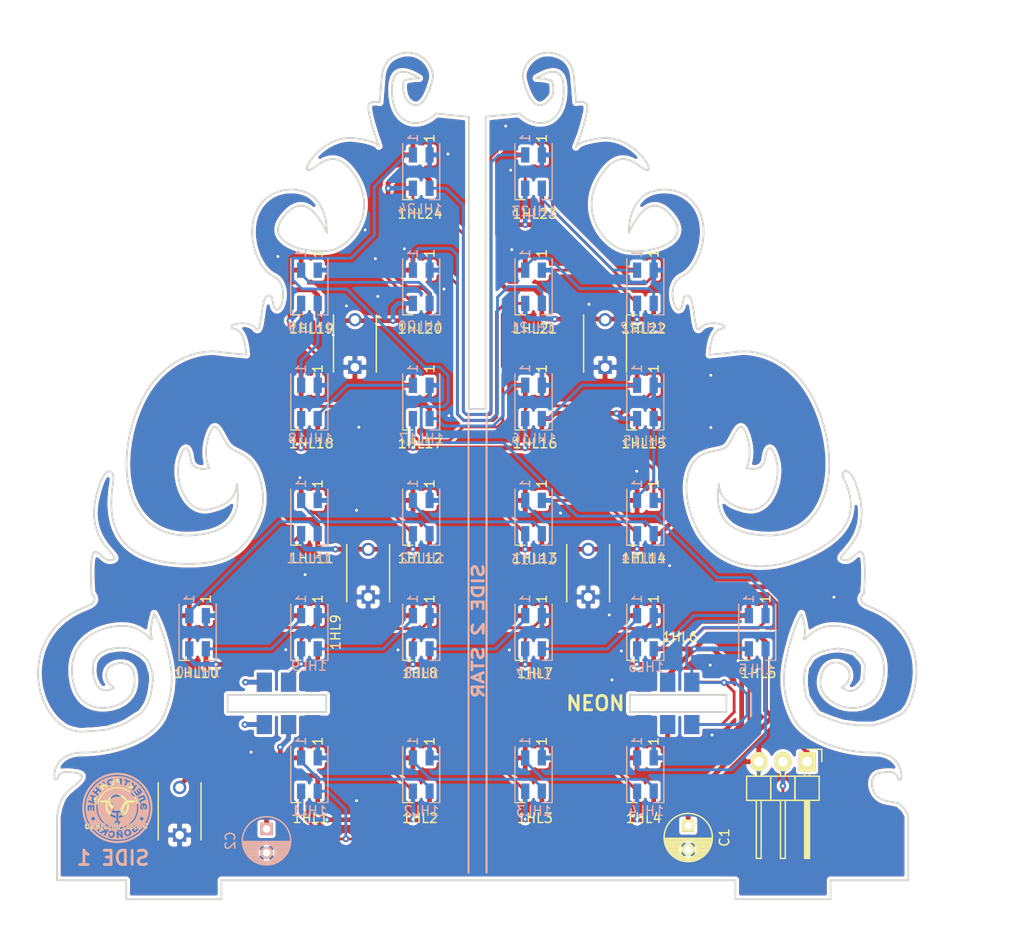
<source format=kicad_pcb>
(kicad_pcb (version 20171130) (host pcbnew "(5.0.0)")
  (layers (0 F.Cu signal) (31 B.Cu signal) (34 B.Paste user) (35 F.Paste user) (36 B.SilkS user) (37 F.SilkS user) (38 B.Mask user hide) (39 F.Mask user hide) (44 Edge.Cuts user))
  (net 0 "")
  (net 1 "Net-(HL1-Pad1)")
  (net 2 GND)
  (net 3 VDD)
  (net 4 LED_S)
  (net 5 "Net-(HL2-Pad1)")
  (net 6 "Net-(HL3-Pad1)")
  (net 7 "Net-(HL4-Pad1)")
  (net 8 "Net-(HL5-Pad1)")
  (net 9 "Net-(HL6-Pad1)")
  (net 10 "Net-(HL7-Pad1)")
  (net 11 "Net-(HL10-Pad3)")
  (net 12 "Net-(HL11-Pad3)")
  (net 13 "Net-(HL10-Pad1)")
  (net 14 "Net-(HL11-Pad1)")
  (net 15 "Net-(HL12-Pad1)")
  (net 16 "Net-(HL13-Pad1)")
  (net 17 "Net-(HL14-Pad1)")
  (net 18 "Net-(HL15-Pad1)")
  (net 19 "Net-(HL16-Pad1)")
  (net 20 "Net-(HL17-Pad1)")
  (net 21 "Net-(HL18-Pad1)")
  (net 22 "Net-(HL19-Pad1)")
  (net 23 "Net-(HL20-Pad1)")
  (net 24 "Net-(HL21-Pad1)")
  (net 25 "Net-(HL22-Pad1)")
  (net 26 "Net-(HL23-Pad1)")
  (net 27 "Net-(HL24-Pad1)")
  (net 28 "Net-(HL25-Pad1)")
  (net 29 "Net-(HL26-Pad1)")
  (net 30 "Net-(HL27-Pad1)")
  (net 31 "Net-(HL28-Pad1)")
  (net 32 "Net-(HL29-Pad1)")
  (net 33 "Net-(HL30-Pad1)")
  (net 34 "Net-(HL31-Pad1)")
  (net 35 "Net-(HL32-Pad1)")
  (net 36 "Net-(HL33-Pad1)")
  (net 37 "Net-(HL34-Pad1)")
  (net 38 "Net-(HL35-Pad1)")
  (net 39 "Net-(HL36-Pad1)")
  (net 40 "Net-(HL37-Pad1)")
  (net 41 "Net-(HL38-Pad1)")
  (net 42 "Net-(HL39-Pad1)")
  (net 43 "Net-(HL40-Pad1)")
  (net 44 "Net-(HL1-Pad3)")
  (net 45 "Net-(HL2-Pad3)")
  (net 46 "Net-(HL41-Pad1)")
  (net 47 "Net-(HL42-Pad1)")
  (net 48 "Net-(HL43-Pad1)")
  (net 49 "Net-(HL44-Pad1)")
  (net 50 "Net-(HL45-Pad1)")
  (net 51 "Net-(HL46-Pad1)")
  (module Capacitors_ThroughHole:C_Disc_D6_P5 (layer F.Cu) (at 127.127 80.264 90)
    (fp_text reference REF** hide)
    (fp_text value C_Disc_D6_P5)
    (pad 2 thru_hole circle (at 5 0 90) (size 1.4 1.4) (drill 0.9) (layers *.Cu *.Mask) (net 3 VDD))
    (pad 1 thru_hole rect (at 0 0 90) (size 1.4 1.4) (drill 0.9) (layers *.Cu *.Mask) (net 2 GND))
  )
  (module Capacitors_ThroughHole:C_Disc_D6_P5 (layer F.Cu) (at 153.416 80.264 90)
    (fp_text reference REF** hide)
    (fp_text value C_Disc_D6_P5)
    (pad 1 thru_hole rect (at 0 0 90) (size 1.4 1.4) (drill 0.9) (layers *.Cu *.Mask) (net 2 GND))
    (pad 2 thru_hole circle (at 5 0 90) (size 1.4 1.4) (drill 0.9) (layers *.Cu *.Mask) (net 3 VDD))
  )
  (module Capacitors_ThroughHole:C_Disc_D6_P5 (layer F.Cu) (at 108.712 129.413 90)
    (fp_text reference REF** hide)
    (fp_text value C_Disc_D6_P5)
    (pad 2 thru_hole circle (at 5 0 90) (size 1.4 1.4) (drill 0.9) (layers *.Cu *.Mask) (net 3 VDD))
    (pad 1 thru_hole rect (at 0 0 90) (size 1.4 1.4) (drill 0.9) (layers *.Cu *.Mask) (net 2 GND))
  )
  (module Capacitors_ThroughHole:C_Disc_D6_P5 (layer F.Cu) (at 128.524 104.394 90)
    (fp_text reference REF** hide)
    (fp_text value C_Disc_D6_P5)
    (pad 1 thru_hole rect (at 0 0 90) (size 1.4 1.4) (drill 0.9) (layers *.Cu *.Mask) (net 2 GND))
    (pad 2 thru_hole circle (at 5 0 90) (size 1.4 1.4) (drill 0.9) (layers *.Cu *.Mask) (net 3 VDD))
  )
  (module NewComponents:Pin_Header_ring_1x03_mm (layer B.Cu) (at 157.45 117.8 270)
    (fp_text reference P1 hide)
    (fp_text value CONN_01X03 hide)
    (pad 3 smd rect (at 0 -5.08 270) (size 2 1.6) (layers B.Cu B.Paste B.Mask) (net 43 "Net-(HL40-Pad1)"))
    (pad VDD smd rect (at 0 -2.54 270) (size 2 1.6) (layers B.Cu B.Paste B.Mask))
    (pad 1 smd rect (at 0 0 270) (size 2 1.6) (layers B.Cu B.Paste B.Mask) (net 2 GND))
  )
  (module NewComponents:Pin_Header_ring_1x03_mm (layer B.Cu) (at 157.45 113.35 270)
    (fp_text reference P1 hide)
    (fp_text value CONN_01X03 hide)
    (pad 1 smd rect (at 0 0 270) (size 2 1.6) (layers B.Cu B.Paste B.Mask) (net 2 GND))
    (pad VDD smd rect (at 0 -2.54 270) (size 2 1.6) (layers B.Cu B.Paste B.Mask))
    (pad 3 smd rect (at 0 -5.08 270) (size 2 1.6) (layers B.Cu B.Paste B.Mask) (net 43 "Net-(HL40-Pad1)"))
  )
  (module NewComponents:Pin_Header_ring_1x03_mm (layer B.Cu) (at 122.7 113.35 90)
    (fp_text reference P1 hide)
    (fp_text value CONN_01X03 hide)
    (pad 3 smd rect (at 0 -5.08 90) (size 2 1.6) (layers B.Cu B.Paste B.Mask))
    (pad "" smd rect (at 0 -2.54 90) (size 2 1.6) (layers B.Cu B.Paste B.Mask) (net 3 VDD))
    (pad 1 smd rect (at 0 0 90) (size 2 1.6) (layers B.Cu B.Paste B.Mask) (net 2 GND))
  )
  (module NewComponents:Pin_Header_ring_1x03_mm (layer B.Cu) (at 122.7 117.8 90)
    (fp_text reference P1 hide)
    (fp_text value CONN_01X03 hide)
    (pad 1 smd rect (at 0 0 90) (size 2 1.6) (layers B.Cu B.Paste B.Mask) (net 2 GND))
    (pad "" smd rect (at 0 -2.54 90) (size 2 1.6) (layers B.Cu B.Paste B.Mask) (net 3 VDD))
    (pad 3 smd rect (at 0 -5.08 90) (size 2 1.6) (layers B.Cu B.Paste B.Mask))
  )
  (module NewComponents:Pin_Header_ring_1x03_mm (layer F.Cu) (at 122.7 117.8 270)
    (fp_text reference P1 hide)
    (fp_text value CONN_01X03 hide)
    (pad 3 smd rect (at 0 5.08 270) (size 2 1.6) (layers F.Cu F.Paste F.Mask))
    (pad "" smd rect (at 0 2.54 270) (size 2 1.6) (layers F.Cu F.Paste F.Mask) (net 3 VDD))
    (pad 1 smd rect (at 0 0 270) (size 2 1.6) (layers F.Cu F.Paste F.Mask) (net 2 GND))
  )
  (module NewComponents:Pin_Header_ring_1x03_mm (layer F.Cu) (at 122.7 113.35 270)
    (fp_text reference P1 hide)
    (fp_text value CONN_01X03 hide)
    (pad 1 smd rect (at 0 0 270) (size 2 1.6) (layers F.Cu F.Paste F.Mask) (net 2 GND))
    (pad "" smd rect (at 0 2.54 270) (size 2 1.6) (layers F.Cu F.Paste F.Mask) (net 3 VDD))
    (pad 3 smd rect (at 0 5.08 270) (size 2 1.6) (layers F.Cu F.Paste F.Mask))
  )
  (module NewComponents:Pin_Header_ring_1x03_mm (layer F.Cu) (at 157.45 117.8 90)
    (fp_text reference P1 hide)
    (fp_text value CONN_01X03 hide)
    (pad 1 smd rect (at 0 0 90) (size 2 1.6) (layers F.Cu F.Paste F.Mask) (net 2 GND))
    (pad "" smd rect (at 0 2.54 90) (size 2 1.6) (layers F.Cu F.Paste F.Mask) (net 3 VDD))
    (pad 3 smd rect (at 0 5.08 90) (size 2 1.6) (layers F.Cu F.Paste F.Mask) (net 43 "Net-(HL40-Pad1)"))
  )
  (module NewComponents:Pin_Header_ring_1x03_mm (layer F.Cu) (at 157.45 113.35 90)
    (fp_text reference P1 hide)
    (fp_text value CONN_01X03 hide)
    (pad 3 smd rect (at 0 5.08 90) (size 2 1.6) (layers F.Cu F.Paste F.Mask) (net 43 "Net-(HL40-Pad1)"))
    (pad "" smd rect (at 0 2.54 90) (size 2 1.6) (layers F.Cu F.Paste F.Mask) (net 3 VDD))
    (pad 1 smd rect (at 0 0 90) (size 2 1.6) (layers F.Cu F.Paste F.Mask) (net 2 GND))
  )
  (module LED_SMD:LED_SK6812MINI_PLCC4_3.5x3.5mm_P1.75mm (layer F.Cu) (at 169.4 108.1 270)
    (fp_text reference 1HL5 (at 4.295 -0.145) (layer F.SilkS))
    (fp_text value SK6812MINI)
    (fp_text user 1 (at -3.5 -0.875 270) (layer F.SilkS))
    (pad 1 smd rect (at -1.75 -0.875 270) (size 1.6 0.85) (layers F.Cu F.Paste F.Mask) (net 1 "Net-(HL1-Pad1)"))
    (pad 2 smd rect (at -1.75 0.875 270) (size 1.6 0.85) (layers F.Cu F.Paste F.Mask) (net 2 GND))
    (pad 4 smd rect (at 1.75 -0.875 270) (size 1.6 0.85) (layers F.Cu F.Paste F.Mask) (net 3 VDD))
    (pad 3 smd rect (at 1.75 0.875 270) (size 1.6 0.85) (layers F.Cu F.Paste F.Mask) (net 44 "Net-(HL1-Pad3)"))
  )
  (module LED_SMD:LED_SK6812MINI_PLCC4_3.5x3.5mm_P1.75mm (layer B.Cu) (at 169.4 108.1 270)
    (fp_text reference 1HL5 (at 3.914 0.109) (layer B.SilkS) (effects (justify mirror)))
    (fp_text value SK6812MINI)
    (fp_text user 1 (at -3.5 0.875 270) (layer B.SilkS) (effects (justify mirror)))
    (pad 1 smd rect (at -1.75 0.875 270) (size 1.6 0.85) (layers B.Cu B.Paste B.Mask) (net 5 "Net-(HL2-Pad1)"))
    (pad 2 smd rect (at -1.75 -0.875 270) (size 1.6 0.85) (layers B.Cu B.Paste B.Mask) (net 2 GND))
    (pad 4 smd rect (at 1.75 0.875 270) (size 1.6 0.85) (layers B.Cu B.Paste B.Mask) (net 3 VDD))
    (pad 3 smd rect (at 1.75 -0.875 270) (size 1.6 0.85) (layers B.Cu B.Paste B.Mask) (net 45 "Net-(HL2-Pad3)"))
  )
  (module LED_SMD:LED_SK6812MINI_PLCC4_3.5x3.5mm_P1.75mm (layer F.Cu) (at 157.65 108.1 270)
    (fp_text reference 1HL6 (at 0.485 -3.64) (layer F.SilkS))
    (fp_text value SK6812MINI)
    (fp_text user 1 (at -3.5 -0.875 270) (layer F.SilkS))
    (pad 3 smd rect (at 1.75 0.875 270) (size 1.6 0.85) (layers F.Cu F.Paste F.Mask) (net 1 "Net-(HL1-Pad1)"))
    (pad 4 smd rect (at 1.75 -0.875 270) (size 1.6 0.85) (layers F.Cu F.Paste F.Mask) (net 3 VDD))
    (pad 2 smd rect (at -1.75 0.875 270) (size 1.6 0.85) (layers F.Cu F.Paste F.Mask) (net 2 GND))
    (pad 1 smd rect (at -1.75 -0.875 270) (size 1.6 0.85) (layers F.Cu F.Paste F.Mask) (net 6 "Net-(HL3-Pad1)"))
  )
  (module LED_SMD:LED_SK6812MINI_PLCC4_3.5x3.5mm_P1.75mm (layer B.Cu) (at 157.65 108.1 270)
    (fp_text reference 1HL6 (at 3.66 -0.084) (layer B.SilkS) (effects (justify mirror)))
    (fp_text value SK6812MINI)
    (fp_text user 1 (at -3.5 0.875 270) (layer B.SilkS) (effects (justify mirror)))
    (pad 3 smd rect (at 1.75 -0.875 270) (size 1.6 0.85) (layers B.Cu B.Paste B.Mask) (net 5 "Net-(HL2-Pad1)"))
    (pad 4 smd rect (at 1.75 0.875 270) (size 1.6 0.85) (layers B.Cu B.Paste B.Mask) (net 3 VDD))
    (pad 2 smd rect (at -1.75 -0.875 270) (size 1.6 0.85) (layers B.Cu B.Paste B.Mask) (net 2 GND))
    (pad 1 smd rect (at -1.75 0.875 270) (size 1.6 0.85) (layers B.Cu B.Paste B.Mask) (net 7 "Net-(HL4-Pad1)"))
  )
  (module LED_SMD:LED_SK6812MINI_PLCC4_3.5x3.5mm_P1.75mm (layer F.Cu) (at 145.9 108.1 270)
    (fp_text reference 1HL7 (at 4.295 -0.15) (layer F.SilkS))
    (fp_text value SK6812MINI)
    (fp_text user 1 (at -3.5 -0.875 270) (layer F.SilkS))
    (pad 1 smd rect (at -1.75 -0.875 270) (size 1.6 0.85) (layers F.Cu F.Paste F.Mask) (net 8 "Net-(HL5-Pad1)"))
    (pad 2 smd rect (at -1.75 0.875 270) (size 1.6 0.85) (layers F.Cu F.Paste F.Mask) (net 2 GND))
    (pad 4 smd rect (at 1.75 -0.875 270) (size 1.6 0.85) (layers F.Cu F.Paste F.Mask) (net 3 VDD))
    (pad 3 smd rect (at 1.75 0.875 270) (size 1.6 0.85) (layers F.Cu F.Paste F.Mask) (net 6 "Net-(HL3-Pad1)"))
  )
  (module LED_SMD:LED_SK6812MINI_PLCC4_3.5x3.5mm_P1.75mm (layer B.Cu) (at 145.9 108.1 270)
    (fp_text reference 1HL7 (at 4.422 -0.023) (layer B.SilkS) (effects (justify mirror)))
    (fp_text value SK6812MINI)
    (fp_text user 1 (at -3.5 0.875 270) (layer B.SilkS) (effects (justify mirror)))
    (pad 1 smd rect (at -1.75 0.875 270) (size 1.6 0.85) (layers B.Cu B.Paste B.Mask) (net 9 "Net-(HL6-Pad1)"))
    (pad 2 smd rect (at -1.75 -0.875 270) (size 1.6 0.85) (layers B.Cu B.Paste B.Mask) (net 2 GND))
    (pad 4 smd rect (at 1.75 0.875 270) (size 1.6 0.85) (layers B.Cu B.Paste B.Mask) (net 3 VDD))
    (pad 3 smd rect (at 1.75 -0.875 270) (size 1.6 0.85) (layers B.Cu B.Paste B.Mask) (net 7 "Net-(HL4-Pad1)"))
  )
  (module LED_SMD:LED_SK6812MINI_PLCC4_3.5x3.5mm_P1.75mm (layer F.Cu) (at 134.1 108.1 270)
    (fp_text reference 1HL8 (at 4.295 0.115) (layer F.SilkS))
    (fp_text value SK6812MINI)
    (fp_text user 1 (at -3.5 -0.875 270) (layer F.SilkS))
    (pad 3 smd rect (at 1.75 0.875 270) (size 1.6 0.85) (layers F.Cu F.Paste F.Mask) (net 8 "Net-(HL5-Pad1)"))
    (pad 4 smd rect (at 1.75 -0.875 270) (size 1.6 0.85) (layers F.Cu F.Paste F.Mask) (net 3 VDD))
    (pad 2 smd rect (at -1.75 0.875 270) (size 1.6 0.85) (layers F.Cu F.Paste F.Mask) (net 2 GND))
    (pad 1 smd rect (at -1.75 -0.875 270) (size 1.6 0.85) (layers F.Cu F.Paste F.Mask) (net 10 "Net-(HL7-Pad1)"))
  )
  (module LED_SMD:LED_SK6812MINI_PLCC4_3.5x3.5mm_P1.75mm (layer B.Cu) (at 134.1 108.1 270)
    (fp_text reference 1HL8 (at 4.295 -0.012) (layer B.SilkS) (effects (justify mirror)))
    (fp_text value SK6812MINI)
    (fp_text user 1 (at -3.5 0.875 270) (layer B.SilkS) (effects (justify mirror)))
    (pad 3 smd rect (at 1.75 -0.875 270) (size 1.6 0.85) (layers B.Cu B.Paste B.Mask) (net 9 "Net-(HL6-Pad1)"))
    (pad 4 smd rect (at 1.75 0.875 270) (size 1.6 0.85) (layers B.Cu B.Paste B.Mask) (net 3 VDD))
    (pad 2 smd rect (at -1.75 -0.875 270) (size 1.6 0.85) (layers B.Cu B.Paste B.Mask) (net 2 GND))
    (pad 1 smd rect (at -1.75 0.875 270) (size 1.6 0.85) (layers B.Cu B.Paste B.Mask) (net 11 "Net-(HL10-Pad3)"))
  )
  (module LED_SMD:LED_SK6812MINI_PLCC4_3.5x3.5mm_P1.75mm (layer F.Cu) (at 122.35 108.1 270)
    (fp_text reference 1HL9 (at 0 -2.75 270) (layer F.SilkS))
    (fp_text value SK6812MINI)
    (fp_text user 1 (at -3.5 -0.875 270) (layer F.SilkS))
    (pad 1 smd rect (at -1.75 -0.875 270) (size 1.6 0.85) (layers F.Cu F.Paste F.Mask) (net 12 "Net-(HL11-Pad3)"))
    (pad 2 smd rect (at -1.75 0.875 270) (size 1.6 0.85) (layers F.Cu F.Paste F.Mask) (net 2 GND))
    (pad 4 smd rect (at 1.75 -0.875 270) (size 1.6 0.85) (layers F.Cu F.Paste F.Mask) (net 3 VDD))
    (pad 3 smd rect (at 1.75 0.875 270) (size 1.6 0.85) (layers F.Cu F.Paste F.Mask) (net 10 "Net-(HL7-Pad1)"))
  )
  (module LED_SMD:LED_SK6812MINI_PLCC4_3.5x3.5mm_P1.75mm (layer B.Cu) (at 122.35 108.1 270)
    (fp_text reference 1HL9 (at 3.533 0.049) (layer B.SilkS) (effects (justify mirror)))
    (fp_text value SK6812MINI)
    (fp_text user 1 (at -3.5 0.875 270) (layer B.SilkS) (effects (justify mirror)))
    (pad 1 smd rect (at -1.75 0.875 270) (size 1.6 0.85) (layers B.Cu B.Paste B.Mask) (net 13 "Net-(HL10-Pad1)"))
    (pad 2 smd rect (at -1.75 -0.875 270) (size 1.6 0.85) (layers B.Cu B.Paste B.Mask) (net 2 GND))
    (pad 4 smd rect (at 1.75 0.875 270) (size 1.6 0.85) (layers B.Cu B.Paste B.Mask) (net 3 VDD))
    (pad 3 smd rect (at 1.75 -0.875 270) (size 1.6 0.85) (layers B.Cu B.Paste B.Mask) (net 11 "Net-(HL10-Pad3)"))
  )
  (module LED_SMD:LED_SK6812MINI_PLCC4_3.5x3.5mm_P1.75mm (layer F.Cu) (at 110.6 108.1 270)
    (fp_text reference 1HL10 (at 4.295 0.11) (layer F.SilkS))
    (fp_text value SK6812MINI)
    (fp_text user 1 (at -3.5 -0.875 270) (layer F.SilkS))
    (pad 1 smd rect (at -1.75 -0.875 270) (size 1.6 0.85) (layers F.Cu F.Paste F.Mask) (net 14 "Net-(HL11-Pad1)"))
    (pad 2 smd rect (at -1.75 0.875 270) (size 1.6 0.85) (layers F.Cu F.Paste F.Mask) (net 2 GND))
    (pad 4 smd rect (at 1.75 -0.875 270) (size 1.6 0.85) (layers F.Cu F.Paste F.Mask) (net 3 VDD))
    (pad 3 smd rect (at 1.75 0.875 270) (size 1.6 0.85) (layers F.Cu F.Paste F.Mask) (net 12 "Net-(HL11-Pad3)"))
  )
  (module LED_SMD:LED_SK6812MINI_PLCC4_3.5x3.5mm_P1.75mm (layer B.Cu) (at 110.6 108.1 270)
    (fp_text reference 1HL10 (at 4.168 -0.017) (layer B.SilkS) (effects (justify mirror)))
    (fp_text value SK6812MINI)
    (fp_text user 1 (at -3.5 0.875 270) (layer B.SilkS) (effects (justify mirror)))
    (pad 3 smd rect (at 1.75 -0.875 270) (size 1.6 0.85) (layers B.Cu B.Paste B.Mask) (net 13 "Net-(HL10-Pad1)"))
    (pad 4 smd rect (at 1.75 0.875 270) (size 1.6 0.85) (layers B.Cu B.Paste B.Mask) (net 3 VDD))
    (pad 2 smd rect (at -1.75 -0.875 270) (size 1.6 0.85) (layers B.Cu B.Paste B.Mask) (net 2 GND))
    (pad 1 smd rect (at -1.75 0.875 270) (size 1.6 0.85) (layers B.Cu B.Paste B.Mask) (net 15 "Net-(HL12-Pad1)"))
  )
  (module LED_SMD:LED_SK6812MINI_PLCC4_3.5x3.5mm_P1.75mm (layer F.Cu) (at 122.35 96 270)
    (fp_text reference 1HL11 (at 4.33 -0.205) (layer F.SilkS))
    (fp_text value SK6812MINI)
    (fp_text user 1 (at -3.5 -0.875 270) (layer F.SilkS))
    (pad 3 smd rect (at 1.75 0.875 270) (size 1.6 0.85) (layers F.Cu F.Paste F.Mask) (net 14 "Net-(HL11-Pad1)"))
    (pad 4 smd rect (at 1.75 -0.875 270) (size 1.6 0.85) (layers F.Cu F.Paste F.Mask) (net 3 VDD))
    (pad 2 smd rect (at -1.75 0.875 270) (size 1.6 0.85) (layers F.Cu F.Paste F.Mask) (net 2 GND))
    (pad 1 smd rect (at -1.75 -0.875 270) (size 1.6 0.85) (layers F.Cu F.Paste F.Mask) (net 16 "Net-(HL13-Pad1)"))
  )
  (module LED_SMD:LED_SK6812MINI_PLCC4_3.5x3.5mm_P1.75mm (layer B.Cu) (at 122.35 96 270)
    (fp_text reference 1HL11 (at 4.33 0.049) (layer B.SilkS) (effects (justify mirror)))
    (fp_text value SK6812MINI)
    (fp_text user 1 (at -3.5 0.875 270) (layer B.SilkS) (effects (justify mirror)))
    (pad 3 smd rect (at 1.75 -0.875 270) (size 1.6 0.85) (layers B.Cu B.Paste B.Mask) (net 15 "Net-(HL12-Pad1)"))
    (pad 4 smd rect (at 1.75 0.875 270) (size 1.6 0.85) (layers B.Cu B.Paste B.Mask) (net 3 VDD))
    (pad 2 smd rect (at -1.75 -0.875 270) (size 1.6 0.85) (layers B.Cu B.Paste B.Mask) (net 2 GND))
    (pad 1 smd rect (at -1.75 0.875 270) (size 1.6 0.85) (layers B.Cu B.Paste B.Mask) (net 17 "Net-(HL14-Pad1)"))
  )
  (module LED_SMD:LED_SK6812MINI_PLCC4_3.5x3.5mm_P1.75mm (layer F.Cu) (at 134.1 96 270)
    (fp_text reference 1HL12 (at 4.33 0.115) (layer F.SilkS))
    (fp_text value SK6812MINI)
    (fp_text user 1 (at -3.5 -0.875 270) (layer F.SilkS))
    (pad 1 smd rect (at -1.75 -0.875 270) (size 1.6 0.85) (layers F.Cu F.Paste F.Mask) (net 18 "Net-(HL15-Pad1)"))
    (pad 2 smd rect (at -1.75 0.875 270) (size 1.6 0.85) (layers F.Cu F.Paste F.Mask) (net 2 GND))
    (pad 4 smd rect (at 1.75 -0.875 270) (size 1.6 0.85) (layers F.Cu F.Paste F.Mask) (net 3 VDD))
    (pad 3 smd rect (at 1.75 0.875 270) (size 1.6 0.85) (layers F.Cu F.Paste F.Mask) (net 16 "Net-(HL13-Pad1)"))
  )
  (module LED_SMD:LED_SK6812MINI_PLCC4_3.5x3.5mm_P1.75mm (layer B.Cu) (at 134.1 96 270)
    (fp_text reference 1HL12 (at 4.33 -0.139) (layer B.SilkS) (effects (justify mirror)))
    (fp_text value SK6812MINI)
    (fp_text user 1 (at -3.5 0.875 270) (layer B.SilkS) (effects (justify mirror)))
    (pad 1 smd rect (at -1.75 0.875 270) (size 1.6 0.85) (layers B.Cu B.Paste B.Mask) (net 19 "Net-(HL16-Pad1)"))
    (pad 2 smd rect (at -1.75 -0.875 270) (size 1.6 0.85) (layers B.Cu B.Paste B.Mask) (net 2 GND))
    (pad 4 smd rect (at 1.75 0.875 270) (size 1.6 0.85) (layers B.Cu B.Paste B.Mask) (net 3 VDD))
    (pad 3 smd rect (at 1.75 -0.875 270) (size 1.6 0.85) (layers B.Cu B.Paste B.Mask) (net 17 "Net-(HL14-Pad1)"))
  )
  (module LED_SMD:LED_SK6812MINI_PLCC4_3.5x3.5mm_P1.75mm (layer F.Cu) (at 145.9 96 270)
    (fp_text reference 1HL13 (at 4.33 -0.15) (layer F.SilkS))
    (fp_text value SK6812MINI)
    (fp_text user 1 (at -3.5 -0.875 270) (layer F.SilkS))
    (pad 3 smd rect (at 1.75 0.875 270) (size 1.6 0.85) (layers F.Cu F.Paste F.Mask) (net 18 "Net-(HL15-Pad1)"))
    (pad 4 smd rect (at 1.75 -0.875 270) (size 1.6 0.85) (layers F.Cu F.Paste F.Mask) (net 3 VDD))
    (pad 2 smd rect (at -1.75 0.875 270) (size 1.6 0.85) (layers F.Cu F.Paste F.Mask) (net 2 GND))
    (pad 1 smd rect (at -1.75 -0.875 270) (size 1.6 0.85) (layers F.Cu F.Paste F.Mask) (net 20 "Net-(HL17-Pad1)"))
  )
  (module LED_SMD:LED_SK6812MINI_PLCC4_3.5x3.5mm_P1.75mm (layer B.Cu) (at 145.9 96 270)
    (fp_text reference 1HL13 (at 4.457 -0.023) (layer B.SilkS) (effects (justify mirror)))
    (fp_text value SK6812MINI)
    (fp_text user 1 (at -3.5 0.875 270) (layer B.SilkS) (effects (justify mirror)))
    (pad 1 smd rect (at -1.75 0.875 270) (size 1.6 0.85) (layers B.Cu B.Paste B.Mask) (net 21 "Net-(HL18-Pad1)"))
    (pad 2 smd rect (at -1.75 -0.875 270) (size 1.6 0.85) (layers B.Cu B.Paste B.Mask) (net 2 GND))
    (pad 4 smd rect (at 1.75 0.875 270) (size 1.6 0.85) (layers B.Cu B.Paste B.Mask) (net 3 VDD))
    (pad 3 smd rect (at 1.75 -0.875 270) (size 1.6 0.85) (layers B.Cu B.Paste B.Mask) (net 19 "Net-(HL16-Pad1)"))
  )
  (module LED_SMD:LED_SK6812MINI_PLCC4_3.5x3.5mm_P1.75mm (layer F.Cu) (at 157.65 96 270)
    (fp_text reference 1HL14 (at 4.33 0.17) (layer F.SilkS))
    (fp_text value SK6812MINI)
    (fp_text user 1 (at -3.5 -0.875 270) (layer F.SilkS))
    (pad 1 smd rect (at -1.75 -0.875 270) (size 1.6 0.85) (layers F.Cu F.Paste F.Mask) (net 22 "Net-(HL19-Pad1)"))
    (pad 2 smd rect (at -1.75 0.875 270) (size 1.6 0.85) (layers F.Cu F.Paste F.Mask) (net 2 GND))
    (pad 4 smd rect (at 1.75 -0.875 270) (size 1.6 0.85) (layers F.Cu F.Paste F.Mask) (net 3 VDD))
    (pad 3 smd rect (at 1.75 0.875 270) (size 1.6 0.85) (layers F.Cu F.Paste F.Mask) (net 20 "Net-(HL17-Pad1)"))
  )
  (module LED_SMD:LED_SK6812MINI_PLCC4_3.5x3.5mm_P1.75mm (layer B.Cu) (at 157.65 96 270)
    (fp_text reference 1HL14 (at 4.33 0.17) (layer B.SilkS) (effects (justify mirror)))
    (fp_text value SK6812MINI)
    (fp_text user 1 (at -3.5 0.875 270) (layer B.SilkS) (effects (justify mirror)))
    (pad 3 smd rect (at 1.75 -0.875 270) (size 1.6 0.85) (layers B.Cu B.Paste B.Mask) (net 21 "Net-(HL18-Pad1)"))
    (pad 4 smd rect (at 1.75 0.875 270) (size 1.6 0.85) (layers B.Cu B.Paste B.Mask) (net 3 VDD))
    (pad 2 smd rect (at -1.75 -0.875 270) (size 1.6 0.85) (layers B.Cu B.Paste B.Mask) (net 2 GND))
    (pad 1 smd rect (at -1.75 0.875 270) (size 1.6 0.85) (layers B.Cu B.Paste B.Mask) (net 23 "Net-(HL20-Pad1)"))
  )
  (module LED_SMD:LED_SK6812MINI_PLCC4_3.5x3.5mm_P1.75mm (layer F.Cu) (at 157.65 83.9 270)
    (fp_text reference 1HL15 (at 4.365 0.17) (layer F.SilkS))
    (fp_text value SK6812MINI)
    (fp_text user 1 (at -3.5 -0.875 270) (layer F.SilkS))
    (pad 3 smd rect (at 1.75 0.875 270) (size 1.6 0.85) (layers F.Cu F.Paste F.Mask) (net 22 "Net-(HL19-Pad1)"))
    (pad 4 smd rect (at 1.75 -0.875 270) (size 1.6 0.85) (layers F.Cu F.Paste F.Mask) (net 3 VDD))
    (pad 2 smd rect (at -1.75 0.875 270) (size 1.6 0.85) (layers F.Cu F.Paste F.Mask) (net 2 GND))
    (pad 1 smd rect (at -1.75 -0.875 270) (size 1.6 0.85) (layers F.Cu F.Paste F.Mask) (net 24 "Net-(HL21-Pad1)"))
  )
  (module LED_SMD:LED_SK6812MINI_PLCC4_3.5x3.5mm_P1.75mm (layer B.Cu) (at 157.65 83.9 270)
    (fp_text reference 1HL15 (at 4.111 0.043) (layer B.SilkS) (effects (justify mirror)))
    (fp_text value SK6812MINI)
    (fp_text user 1 (at -3.5 0.875 270) (layer B.SilkS) (effects (justify mirror)))
    (pad 1 smd rect (at -1.75 0.875 270) (size 1.6 0.85) (layers B.Cu B.Paste B.Mask) (net 25 "Net-(HL22-Pad1)"))
    (pad 2 smd rect (at -1.75 -0.875 270) (size 1.6 0.85) (layers B.Cu B.Paste B.Mask) (net 2 GND))
    (pad 4 smd rect (at 1.75 0.875 270) (size 1.6 0.85) (layers B.Cu B.Paste B.Mask) (net 3 VDD))
    (pad 3 smd rect (at 1.75 -0.875 270) (size 1.6 0.85) (layers B.Cu B.Paste B.Mask) (net 23 "Net-(HL20-Pad1)"))
  )
  (module LED_SMD:LED_SK6812MINI_PLCC4_3.5x3.5mm_P1.75mm (layer F.Cu) (at 145.9 83.9 270)
    (fp_text reference 1HL16 (at 4.365 -0.15) (layer F.SilkS))
    (fp_text value SK6812MINI)
    (fp_text user 1 (at -3.5 -0.875 270) (layer F.SilkS))
    (pad 1 smd rect (at -1.75 -0.875 270) (size 1.6 0.85) (layers F.Cu F.Paste F.Mask) (net 26 "Net-(HL23-Pad1)"))
    (pad 2 smd rect (at -1.75 0.875 270) (size 1.6 0.85) (layers F.Cu F.Paste F.Mask) (net 2 GND))
    (pad 4 smd rect (at 1.75 -0.875 270) (size 1.6 0.85) (layers F.Cu F.Paste F.Mask) (net 3 VDD))
    (pad 3 smd rect (at 1.75 0.875 270) (size 1.6 0.85) (layers F.Cu F.Paste F.Mask) (net 24 "Net-(HL21-Pad1)"))
  )
  (module LED_SMD:LED_SK6812MINI_PLCC4_3.5x3.5mm_P1.75mm (layer B.Cu) (at 145.9 83.9 270)
    (fp_text reference 1HL16 (at 3.857 -0.023) (layer B.SilkS) (effects (justify mirror)))
    (fp_text value SK6812MINI)
    (fp_text user 1 (at -3.5 0.875 270) (layer B.SilkS) (effects (justify mirror)))
    (pad 3 smd rect (at 1.75 -0.875 270) (size 1.6 0.85) (layers B.Cu B.Paste B.Mask) (net 25 "Net-(HL22-Pad1)"))
    (pad 4 smd rect (at 1.75 0.875 270) (size 1.6 0.85) (layers B.Cu B.Paste B.Mask) (net 3 VDD))
    (pad 2 smd rect (at -1.75 -0.875 270) (size 1.6 0.85) (layers B.Cu B.Paste B.Mask) (net 2 GND))
    (pad 1 smd rect (at -1.75 0.875 270) (size 1.6 0.85) (layers B.Cu B.Paste B.Mask) (net 27 "Net-(HL24-Pad1)"))
  )
  (module LED_SMD:LED_SK6812MINI_PLCC4_3.5x3.5mm_P1.75mm (layer F.Cu) (at 134.1 83.9 270)
    (fp_text reference 1HL17 (at 4.365 0.115) (layer F.SilkS))
    (fp_text value SK6812MINI)
    (fp_text user 1 (at -3.5 -0.875 270) (layer F.SilkS))
    (pad 3 smd rect (at 1.75 0.875 270) (size 1.6 0.85) (layers F.Cu F.Paste F.Mask) (net 26 "Net-(HL23-Pad1)"))
    (pad 4 smd rect (at 1.75 -0.875 270) (size 1.6 0.85) (layers F.Cu F.Paste F.Mask) (net 3 VDD))
    (pad 2 smd rect (at -1.75 0.875 270) (size 1.6 0.85) (layers F.Cu F.Paste F.Mask) (net 2 GND))
    (pad 1 smd rect (at -1.75 -0.875 270) (size 1.6 0.85) (layers F.Cu F.Paste F.Mask) (net 28 "Net-(HL25-Pad1)"))
  )
  (module LED_SMD:LED_SK6812MINI_PLCC4_3.5x3.5mm_P1.75mm (layer B.Cu) (at 134.1 83.9 270)
    (fp_text reference 1HL17 (at 3.857 -0.012) (layer B.SilkS) (effects (justify mirror)))
    (fp_text value SK6812MINI)
    (fp_text user 1 (at -3.5 0.875 270) (layer B.SilkS) (effects (justify mirror)))
    (pad 1 smd rect (at -1.75 0.875 270) (size 1.6 0.85) (layers B.Cu B.Paste B.Mask) (net 29 "Net-(HL26-Pad1)"))
    (pad 2 smd rect (at -1.75 -0.875 270) (size 1.6 0.85) (layers B.Cu B.Paste B.Mask) (net 2 GND))
    (pad 4 smd rect (at 1.75 0.875 270) (size 1.6 0.85) (layers B.Cu B.Paste B.Mask) (net 3 VDD))
    (pad 3 smd rect (at 1.75 -0.875 270) (size 1.6 0.85) (layers B.Cu B.Paste B.Mask) (net 27 "Net-(HL24-Pad1)"))
  )
  (module LED_SMD:LED_SK6812MINI_PLCC4_3.5x3.5mm_P1.75mm (layer F.Cu) (at 122.35 83.9 270)
    (fp_text reference 1HL18 (at 4.365 -0.205) (layer F.SilkS))
    (fp_text value SK6812MINI)
    (fp_text user 1 (at -3.5 -0.875 270) (layer F.SilkS))
    (pad 1 smd rect (at -1.75 -0.875 270) (size 1.6 0.85) (layers F.Cu F.Paste F.Mask) (net 30 "Net-(HL27-Pad1)"))
    (pad 2 smd rect (at -1.75 0.875 270) (size 1.6 0.85) (layers F.Cu F.Paste F.Mask) (net 2 GND))
    (pad 4 smd rect (at 1.75 -0.875 270) (size 1.6 0.85) (layers F.Cu F.Paste F.Mask) (net 3 VDD))
    (pad 3 smd rect (at 1.75 0.875 270) (size 1.6 0.85) (layers F.Cu F.Paste F.Mask) (net 28 "Net-(HL25-Pad1)"))
  )
  (module LED_SMD:LED_SK6812MINI_PLCC4_3.5x3.5mm_P1.75mm (layer B.Cu) (at 122.35 83.9 270)
    (fp_text reference 1HL18 (at 3.857 -0.078) (layer B.SilkS) (effects (justify mirror)))
    (fp_text value SK6812MINI)
    (fp_text user 1 (at -3.5 0.875 270) (layer B.SilkS) (effects (justify mirror)))
    (pad 3 smd rect (at 1.75 -0.875 270) (size 1.6 0.85) (layers B.Cu B.Paste B.Mask) (net 29 "Net-(HL26-Pad1)"))
    (pad 4 smd rect (at 1.75 0.875 270) (size 1.6 0.85) (layers B.Cu B.Paste B.Mask) (net 3 VDD))
    (pad 2 smd rect (at -1.75 -0.875 270) (size 1.6 0.85) (layers B.Cu B.Paste B.Mask) (net 2 GND))
    (pad 1 smd rect (at -1.75 0.875 270) (size 1.6 0.85) (layers B.Cu B.Paste B.Mask) (net 31 "Net-(HL28-Pad1)"))
  )
  (module LED_SMD:LED_SK6812MINI_PLCC4_3.5x3.5mm_P1.75mm (layer F.Cu) (at 122.35 71.8 270)
    (fp_text reference 1HL19 (at 4.4 -0.205) (layer F.SilkS))
    (fp_text value SK6812MINI)
    (fp_text user 1 (at -3.5 -0.875 270) (layer F.SilkS))
    (pad 3 smd rect (at 1.75 0.875 270) (size 1.6 0.85) (layers F.Cu F.Paste F.Mask) (net 30 "Net-(HL27-Pad1)"))
    (pad 4 smd rect (at 1.75 -0.875 270) (size 1.6 0.85) (layers F.Cu F.Paste F.Mask) (net 3 VDD))
    (pad 2 smd rect (at -1.75 0.875 270) (size 1.6 0.85) (layers F.Cu F.Paste F.Mask) (net 2 GND))
    (pad 1 smd rect (at -1.75 -0.875 270) (size 1.6 0.85) (layers F.Cu F.Paste F.Mask) (net 32 "Net-(HL29-Pad1)"))
  )
  (module LED_SMD:LED_SK6812MINI_PLCC4_3.5x3.5mm_P1.75mm (layer B.Cu) (at 122.35 71.8 270)
    (fp_text reference 1HL19 (at 4.273 -0.078) (layer B.SilkS) (effects (justify mirror)))
    (fp_text value SK6812MINI)
    (fp_text user 1 (at -3.5 0.875 270) (layer B.SilkS) (effects (justify mirror)))
    (pad 3 smd rect (at 1.75 -0.875 270) (size 1.6 0.85) (layers B.Cu B.Paste B.Mask) (net 31 "Net-(HL28-Pad1)"))
    (pad 4 smd rect (at 1.75 0.875 270) (size 1.6 0.85) (layers B.Cu B.Paste B.Mask) (net 3 VDD))
    (pad 2 smd rect (at -1.75 -0.875 270) (size 1.6 0.85) (layers B.Cu B.Paste B.Mask) (net 2 GND))
    (pad 1 smd rect (at -1.75 0.875 270) (size 1.6 0.85) (layers B.Cu B.Paste B.Mask) (net 33 "Net-(HL30-Pad1)"))
  )
  (module Pin_Headers:Pin_Header_Angled_1x03 (layer F.Cu) (at 174.64 121.7 270)
    (fp_text reference XP1 hide)
    (fp_text value Conn_01x03)
    (pad 1 thru_hole rect (at 0 0 270) (size 2.032 1.7272) (drill 1.016) (layers *.Cu *.Mask F.SilkS) (net 3 VDD))
    (pad 2 thru_hole oval (at 0 2.54 270) (size 2.032 1.7272) (drill 1.016) (layers *.Cu *.Mask F.SilkS) (net 4 LED_S))
    (pad 3 thru_hole oval (at 0 5.08 270) (size 2.032 1.7272) (drill 1.016) (layers *.Cu *.Mask F.SilkS) (net 2 GND))
  )
  (module LED_SMD:LED_SK6812MINI_PLCC4_3.5x3.5mm_P1.75mm (layer F.Cu) (at 134.1 71.8 270)
    (fp_text reference 1HL20 (at 4.4 0.115) (layer F.SilkS))
    (fp_text value SK6812MINI)
    (fp_text user 1 (at -3.5 -0.875 270) (layer F.SilkS))
    (pad 1 smd rect (at -1.75 -0.875 270) (size 1.6 0.85) (layers F.Cu F.Paste F.Mask) (net 34 "Net-(HL31-Pad1)"))
    (pad 2 smd rect (at -1.75 0.875 270) (size 1.6 0.85) (layers F.Cu F.Paste F.Mask) (net 2 GND))
    (pad 4 smd rect (at 1.75 -0.875 270) (size 1.6 0.85) (layers F.Cu F.Paste F.Mask) (net 3 VDD))
    (pad 3 smd rect (at 1.75 0.875 270) (size 1.6 0.85) (layers F.Cu F.Paste F.Mask) (net 32 "Net-(HL29-Pad1)"))
  )
  (module LED_SMD:LED_SK6812MINI_PLCC4_3.5x3.5mm_P1.75mm (layer B.Cu) (at 134.1 71.8 270)
    (fp_text reference 1HL20 (at 4.146 0.115) (layer B.SilkS) (effects (justify mirror)))
    (fp_text value SK6812MINI)
    (fp_text user 1 (at -3.5 0.875 270) (layer B.SilkS) (effects (justify mirror)))
    (pad 3 smd rect (at 1.75 -0.875 270) (size 1.6 0.85) (layers B.Cu B.Paste B.Mask) (net 33 "Net-(HL30-Pad1)"))
    (pad 4 smd rect (at 1.75 0.875 270) (size 1.6 0.85) (layers B.Cu B.Paste B.Mask) (net 3 VDD))
    (pad 2 smd rect (at -1.75 -0.875 270) (size 1.6 0.85) (layers B.Cu B.Paste B.Mask) (net 2 GND))
    (pad 1 smd rect (at -1.75 0.875 270) (size 1.6 0.85) (layers B.Cu B.Paste B.Mask) (net 35 "Net-(HL32-Pad1)"))
  )
  (module LED_SMD:LED_SK6812MINI_PLCC4_3.5x3.5mm_P1.75mm (layer F.Cu) (at 145.9 71.8 270)
    (fp_text reference 1HL21 (at 4.4 -0.15) (layer F.SilkS))
    (fp_text value SK6812MINI)
    (fp_text user 1 (at -3.5 -0.875 270) (layer F.SilkS))
    (pad 3 smd rect (at 1.75 0.875 270) (size 1.6 0.85) (layers F.Cu F.Paste F.Mask) (net 34 "Net-(HL31-Pad1)"))
    (pad 4 smd rect (at 1.75 -0.875 270) (size 1.6 0.85) (layers F.Cu F.Paste F.Mask) (net 3 VDD))
    (pad 2 smd rect (at -1.75 0.875 270) (size 1.6 0.85) (layers F.Cu F.Paste F.Mask) (net 2 GND))
    (pad 1 smd rect (at -1.75 -0.875 270) (size 1.6 0.85) (layers F.Cu F.Paste F.Mask) (net 36 "Net-(HL33-Pad1)"))
  )
  (module LED_SMD:LED_SK6812MINI_PLCC4_3.5x3.5mm_P1.75mm (layer B.Cu) (at 145.9 71.8 270)
    (fp_text reference 1HL21 (at 4.273 0.104) (layer B.SilkS) (effects (justify mirror)))
    (fp_text value SK6812MINI)
    (fp_text user 1 (at -3.5 0.875 270) (layer B.SilkS) (effects (justify mirror)))
    (pad 1 smd rect (at -1.75 0.875 270) (size 1.6 0.85) (layers B.Cu B.Paste B.Mask) (net 37 "Net-(HL34-Pad1)"))
    (pad 2 smd rect (at -1.75 -0.875 270) (size 1.6 0.85) (layers B.Cu B.Paste B.Mask) (net 2 GND))
    (pad 4 smd rect (at 1.75 0.875 270) (size 1.6 0.85) (layers B.Cu B.Paste B.Mask) (net 3 VDD))
    (pad 3 smd rect (at 1.75 -0.875 270) (size 1.6 0.85) (layers B.Cu B.Paste B.Mask) (net 35 "Net-(HL32-Pad1)"))
  )
  (module LED_SMD:LED_SK6812MINI_PLCC4_3.5x3.5mm_P1.75mm (layer F.Cu) (at 157.65 71.8 270)
    (fp_text reference 1HL22 (at 4.4 0.17) (layer F.SilkS))
    (fp_text value SK6812MINI)
    (fp_text user 1 (at -3.5 -0.875 270) (layer F.SilkS))
    (pad 1 smd rect (at -1.75 -0.875 270) (size 1.6 0.85) (layers F.Cu F.Paste F.Mask) (net 38 "Net-(HL35-Pad1)"))
    (pad 2 smd rect (at -1.75 0.875 270) (size 1.6 0.85) (layers F.Cu F.Paste F.Mask) (net 2 GND))
    (pad 4 smd rect (at 1.75 -0.875 270) (size 1.6 0.85) (layers F.Cu F.Paste F.Mask) (net 3 VDD))
    (pad 3 smd rect (at 1.75 0.875 270) (size 1.6 0.85) (layers F.Cu F.Paste F.Mask) (net 36 "Net-(HL33-Pad1)"))
  )
  (module LED_SMD:LED_SK6812MINI_PLCC4_3.5x3.5mm_P1.75mm (layer B.Cu) (at 157.65 71.8 270)
    (fp_text reference 1HL22 (at 4.273 0.297) (layer B.SilkS) (effects (justify mirror)))
    (fp_text value SK6812MINI)
    (fp_text user 1 (at -3.5 0.875 270) (layer B.SilkS) (effects (justify mirror)))
    (pad 3 smd rect (at 1.75 -0.875 270) (size 1.6 0.85) (layers B.Cu B.Paste B.Mask) (net 37 "Net-(HL34-Pad1)"))
    (pad 4 smd rect (at 1.75 0.875 270) (size 1.6 0.85) (layers B.Cu B.Paste B.Mask) (net 3 VDD))
    (pad 2 smd rect (at -1.75 -0.875 270) (size 1.6 0.85) (layers B.Cu B.Paste B.Mask) (net 2 GND))
    (pad 1 smd rect (at -1.75 0.875 270) (size 1.6 0.85) (layers B.Cu B.Paste B.Mask) (net 39 "Net-(HL36-Pad1)"))
  )
  (module LED_SMD:LED_SK6812MINI_PLCC4_3.5x3.5mm_P1.75mm (layer F.Cu) (at 145.9 59.7 270)
    (fp_text reference 1HL23 (at 4.435 -0.15) (layer F.SilkS))
    (fp_text value SK6812MINI)
    (fp_text user 1 (at -3.5 -0.875 270) (layer F.SilkS))
    (pad 3 smd rect (at 1.75 0.875 270) (size 1.6 0.85) (layers F.Cu F.Paste F.Mask) (net 38 "Net-(HL35-Pad1)"))
    (pad 4 smd rect (at 1.75 -0.875 270) (size 1.6 0.85) (layers F.Cu F.Paste F.Mask) (net 3 VDD))
    (pad 2 smd rect (at -1.75 0.875 270) (size 1.6 0.85) (layers F.Cu F.Paste F.Mask) (net 2 GND))
    (pad 1 smd rect (at -1.75 -0.875 270) (size 1.6 0.85) (layers F.Cu F.Paste F.Mask) (net 40 "Net-(HL37-Pad1)"))
  )
  (module LED_SMD:LED_SK6812MINI_PLCC4_3.5x3.5mm_P1.75mm (layer B.Cu) (at 145.9 59.7 270)
    (fp_text reference 1HL23 (at 4.181 -0.023) (layer B.SilkS) (effects (justify mirror)))
    (fp_text value SK6812MINI)
    (fp_text user 1 (at -3.5 0.875 270) (layer B.SilkS) (effects (justify mirror)))
    (pad 1 smd rect (at -1.75 0.875 270) (size 1.6 0.85) (layers B.Cu B.Paste B.Mask) (net 41 "Net-(HL38-Pad1)"))
    (pad 2 smd rect (at -1.75 -0.875 270) (size 1.6 0.85) (layers B.Cu B.Paste B.Mask) (net 2 GND))
    (pad 4 smd rect (at 1.75 0.875 270) (size 1.6 0.85) (layers B.Cu B.Paste B.Mask) (net 3 VDD))
    (pad 3 smd rect (at 1.75 -0.875 270) (size 1.6 0.85) (layers B.Cu B.Paste B.Mask) (net 39 "Net-(HL36-Pad1)"))
  )
  (module LED_SMD:LED_SK6812MINI_PLCC4_3.5x3.5mm_P1.75mm (layer F.Cu) (at 134.1 59.7 270)
    (fp_text reference 1HL24 (at 4.435 0.115) (layer F.SilkS))
    (fp_text value SK6812MINI)
    (fp_text user 1 (at -3.5 -0.875 270) (layer F.SilkS))
    (pad 1 smd rect (at -1.75 -0.875 270) (size 1.6 0.85) (layers F.Cu F.Paste F.Mask) (net 42 "Net-(HL39-Pad1)"))
    (pad 2 smd rect (at -1.75 0.875 270) (size 1.6 0.85) (layers F.Cu F.Paste F.Mask) (net 2 GND))
    (pad 4 smd rect (at 1.75 -0.875 270) (size 1.6 0.85) (layers F.Cu F.Paste F.Mask) (net 3 VDD))
    (pad 3 smd rect (at 1.75 0.875 270) (size 1.6 0.85) (layers F.Cu F.Paste F.Mask) (net 40 "Net-(HL37-Pad1)"))
  )
  (module LED_SMD:LED_SK6812MINI_PLCC4_3.5x3.5mm_P1.75mm (layer B.Cu) (at 134.1 59.7 270)
    (fp_text reference 1HL24 (at 3.927 0.115) (layer B.SilkS) (effects (justify mirror)))
    (fp_text value SK6812MINI)
    (fp_text user 1 (at -3.5 0.875 270) (layer B.SilkS) (effects (justify mirror)))
    (pad 3 smd rect (at 1.75 -0.875 270) (size 1.6 0.85) (layers B.Cu B.Paste B.Mask) (net 41 "Net-(HL38-Pad1)"))
    (pad 4 smd rect (at 1.75 0.875 270) (size 1.6 0.85) (layers B.Cu B.Paste B.Mask) (net 3 VDD))
    (pad 2 smd rect (at -1.75 -0.875 270) (size 1.6 0.85) (layers B.Cu B.Paste B.Mask) (net 2 GND))
    (pad 1 smd rect (at -1.75 0.875 270) (size 1.6 0.85) (layers B.Cu B.Paste B.Mask) (net 43 "Net-(HL40-Pad1)"))
  )
  (module LED_SMD:LED_SK6812MINI_PLCC4_3.5x3.5mm_P1.75mm (layer F.Cu) (at 122.35 123.05 270)
    (fp_text reference 1HL1 (at 4.585 -0.1161) (layer F.SilkS))
    (fp_text value SK6812MINI)
    (fp_text user 1 (at -3.5 -0.875 270) (layer F.SilkS))
    (pad 1 smd rect (at -1.75 -0.875 270) (size 1.6 0.85) (layers F.Cu F.Paste F.Mask) (net 46 "Net-(HL41-Pad1)"))
    (pad 2 smd rect (at -1.75 0.875 270) (size 1.6 0.85) (layers F.Cu F.Paste F.Mask) (net 2 GND))
    (pad 4 smd rect (at 1.75 -0.875 270) (size 1.6 0.85) (layers F.Cu F.Paste F.Mask) (net 3 VDD))
    (pad 3 smd rect (at 1.75 0.875 270) (size 1.6 0.85) (layers F.Cu F.Paste F.Mask) (net 4 LED_S))
  )
  (module LED_SMD:LED_SK6812MINI_PLCC4_3.5x3.5mm_P1.75mm (layer B.Cu) (at 122.35 123.05 270)
    (fp_text reference 1HL1 (at 3.823 0.049) (layer B.SilkS) (effects (justify mirror)))
    (fp_text value SK6812MINI)
    (fp_text user 1 (at -3.5 0.875 270) (layer B.SilkS) (effects (justify mirror)))
    (pad 1 smd rect (at -1.75 0.875 270) (size 1.6 0.85) (layers B.Cu B.Paste B.Mask) (net 47 "Net-(HL42-Pad1)"))
    (pad 2 smd rect (at -1.75 -0.875 270) (size 1.6 0.85) (layers B.Cu B.Paste B.Mask) (net 2 GND))
    (pad 4 smd rect (at 1.75 0.875 270) (size 1.6 0.85) (layers B.Cu B.Paste B.Mask) (net 3 VDD))
    (pad 3 smd rect (at 1.75 -0.875 270) (size 1.6 0.85) (layers B.Cu B.Paste B.Mask) (net 4 LED_S))
  )
  (module LED_SMD:LED_SK6812MINI_PLCC4_3.5x3.5mm_P1.75mm (layer F.Cu) (at 134.1 123.05 270)
    (fp_text reference 1HL2 (at 4.585 0.115) (layer F.SilkS))
    (fp_text value SK6812MINI)
    (fp_text user 1 (at -3.5 -0.875 270) (layer F.SilkS))
    (pad 3 smd rect (at 1.75 0.875 270) (size 1.6 0.85) (layers F.Cu F.Paste F.Mask) (net 46 "Net-(HL41-Pad1)"))
    (pad 4 smd rect (at 1.75 -0.875 270) (size 1.6 0.85) (layers F.Cu F.Paste F.Mask) (net 3 VDD))
    (pad 2 smd rect (at -1.75 0.875 270) (size 1.6 0.85) (layers F.Cu F.Paste F.Mask) (net 2 GND))
    (pad 1 smd rect (at -1.75 -0.875 270) (size 1.6 0.85) (layers F.Cu F.Paste F.Mask) (net 48 "Net-(HL43-Pad1)"))
  )
  (module LED_SMD:LED_SK6812MINI_PLCC4_3.5x3.5mm_P1.75mm (layer B.Cu) (at 134.1 123.05 270)
    (fp_text reference 1HL2 (at 3.823 -0.012) (layer B.SilkS) (effects (justify mirror)))
    (fp_text value SK6812MINI)
    (fp_text user 1 (at -3.5 0.875 270) (layer B.SilkS) (effects (justify mirror)))
    (pad 3 smd rect (at 1.75 -0.875 270) (size 1.6 0.85) (layers B.Cu B.Paste B.Mask) (net 47 "Net-(HL42-Pad1)"))
    (pad 4 smd rect (at 1.75 0.875 270) (size 1.6 0.85) (layers B.Cu B.Paste B.Mask) (net 3 VDD))
    (pad 2 smd rect (at -1.75 -0.875 270) (size 1.6 0.85) (layers B.Cu B.Paste B.Mask) (net 2 GND))
    (pad 1 smd rect (at -1.75 0.875 270) (size 1.6 0.85) (layers B.Cu B.Paste B.Mask) (net 49 "Net-(HL44-Pad1)"))
  )
  (module LED_SMD:LED_SK6812MINI_PLCC4_3.5x3.5mm_P1.75mm (layer F.Cu) (at 145.9 123.05 270)
    (fp_text reference 1HL3 (at 4.585 -0.15) (layer F.SilkS))
    (fp_text value SK6812MINI)
    (fp_text user 1 (at -3.5 -0.875 270) (layer F.SilkS))
    (pad 1 smd rect (at -1.75 -0.875 270) (size 1.6 0.85) (layers F.Cu F.Paste F.Mask) (net 50 "Net-(HL45-Pad1)"))
    (pad 2 smd rect (at -1.75 0.875 270) (size 1.6 0.85) (layers F.Cu F.Paste F.Mask) (net 2 GND))
    (pad 4 smd rect (at 1.75 -0.875 270) (size 1.6 0.85) (layers F.Cu F.Paste F.Mask) (net 3 VDD))
    (pad 3 smd rect (at 1.75 0.875 270) (size 1.6 0.85) (layers F.Cu F.Paste F.Mask) (net 48 "Net-(HL43-Pad1)"))
  )
  (module LED_SMD:LED_SK6812MINI_PLCC4_3.5x3.5mm_P1.75mm (layer B.Cu) (at 145.9 123.05 270)
    (fp_text reference 1HL3 (at 3.823 -0.023) (layer B.SilkS) (effects (justify mirror)))
    (fp_text value SK6812MINI)
    (fp_text user 1 (at -3.5 0.875 270) (layer B.SilkS) (effects (justify mirror)))
    (pad 1 smd rect (at -1.75 0.875 270) (size 1.6 0.85) (layers B.Cu B.Paste B.Mask) (net 51 "Net-(HL46-Pad1)"))
    (pad 2 smd rect (at -1.75 -0.875 270) (size 1.6 0.85) (layers B.Cu B.Paste B.Mask) (net 2 GND))
    (pad 4 smd rect (at 1.75 0.875 270) (size 1.6 0.85) (layers B.Cu B.Paste B.Mask) (net 3 VDD))
    (pad 3 smd rect (at 1.75 -0.875 270) (size 1.6 0.85) (layers B.Cu B.Paste B.Mask) (net 49 "Net-(HL44-Pad1)"))
  )
  (module LED_SMD:LED_SK6812MINI_PLCC4_3.5x3.5mm_P1.75mm (layer F.Cu) (at 157.65 123.05 270)
    (fp_text reference 1HL4 (at 4.585 0.17) (layer F.SilkS))
    (fp_text value SK6812MINI)
    (fp_text user 1 (at -3.5 -0.875 270) (layer F.SilkS))
    (pad 3 smd rect (at 1.75 0.875 270) (size 1.6 0.85) (layers F.Cu F.Paste F.Mask) (net 50 "Net-(HL45-Pad1)"))
    (pad 4 smd rect (at 1.75 -0.875 270) (size 1.6 0.85) (layers F.Cu F.Paste F.Mask) (net 3 VDD))
    (pad 2 smd rect (at -1.75 0.875 270) (size 1.6 0.85) (layers F.Cu F.Paste F.Mask) (net 2 GND))
    (pad 1 smd rect (at -1.75 -0.875 270) (size 1.6 0.85) (layers F.Cu F.Paste F.Mask) (net 44 "Net-(HL1-Pad3)"))
  )
  (module LED_SMD:LED_SK6812MINI_PLCC4_3.5x3.5mm_P1.75mm (layer B.Cu) (at 157.65 123.05 270)
    (fp_text reference 1HL4 (at 3.823 -0.084) (layer B.SilkS) (effects (justify mirror)))
    (fp_text value SK6812MINI)
    (fp_text user 1 (at -3.5 0.875 270) (layer B.SilkS) (effects (justify mirror)))
    (pad 3 smd rect (at 1.75 -0.875 270) (size 1.6 0.85) (layers B.Cu B.Paste B.Mask) (net 51 "Net-(HL46-Pad1)"))
    (pad 4 smd rect (at 1.75 0.875 270) (size 1.6 0.85) (layers B.Cu B.Paste B.Mask) (net 3 VDD))
    (pad 2 smd rect (at -1.75 -0.875 270) (size 1.6 0.85) (layers B.Cu B.Paste B.Mask) (net 2 GND))
    (pad 1 smd rect (at -1.75 0.875 270) (size 1.6 0.85) (layers B.Cu B.Paste B.Mask) (net 45 "Net-(HL2-Pad3)"))
  )
  (module Capacitors_ThroughHole:C_Radial_D5_L11_P2.5 (layer F.Cu) (at 162.1536 128.4224 270)
    (fp_text reference C1 (at 1.25 -3.8 270) (layer F.SilkS))
    (fp_text value CP1)
    (pad 1 thru_hole rect (at 0 0 270) (size 1.3 1.3) (drill 0.8) (layers *.Cu *.Mask F.SilkS) (net 3 VDD))
    (pad 2 thru_hole circle (at 2.5 0 270) (size 1.3 1.3) (drill 0.8) (layers *.Cu *.Mask F.SilkS) (net 2 GND))
  )
  (module Capacitors_ThroughHole:C_Radial_D5_L11_P2.5 (layer B.Cu) (at 117.8433 128.7653 270)
    (fp_text reference C2 (at 1.25 3.8 270) (layer B.SilkS) (effects (justify mirror)))
    (fp_text value CP1)
    (pad 2 thru_hole circle (at 2.5 0 270) (size 1.3 1.3) (drill 0.8) (layers *.Cu *.Mask B.SilkS) (net 2 GND))
    (pad 1 thru_hole rect (at 0 0 270) (size 1.3 1.3) (drill 0.8) (layers *.Cu *.Mask B.SilkS) (net 3 VDD))
  )
  (module Capacitors_ThroughHole:C_Disc_D6_P5 (layer F.Cu) (at 151.638 104.394 90)
    (fp_text reference REF** hide)
    (fp_text value C_Disc_D6_P5)
    (pad 2 thru_hole circle (at 5 0 90) (size 1.4 1.4) (drill 0.9) (layers *.Cu *.Mask) (net 3 VDD))
    (pad 1 thru_hole rect (at 0 0 90) (size 1.4 1.4) (drill 0.9) (layers *.Cu *.Mask) (net 2 GND))
  )
  (module Symbols:CD_light_74 (layer B.Cu) (at 102.1715 126.5555 180)
    (fp_text reference G*** hide)
    (fp_text value LOGO hide)
  )
  (module Symbols:OSHW-Logo2_7.3x6mm_SilkScreen (layer F.Cu) (at 102.0445 126.238)
    (fp_text reference REF*** hide)
    (fp_text value OSHW-Logo2_7.3x6mm_SilkScreen hide)
  )
  (gr_line (start 147.9677 51.4477) (end 147.8915 51.7398) (layer Edge.Cuts) (width 0.2))
  (gr_line (start 147.9804 51.1302) (end 147.9677 51.4477) (layer Edge.Cuts) (width 0.2))
  (gr_line (start 147.9804 50.8127) (end 147.9804 51.1302) (layer Edge.Cuts) (width 0.2))
  (gr_line (start 147.9423 50.546) (end 147.9804 50.8127) (layer Edge.Cuts) (width 0.2))
  (gr_line (start 147.8915 50.3428) (end 147.9423 50.546) (layer Edge.Cuts) (width 0.2))
  (gr_line (start 147.8153 50.165) (end 147.8915 50.3428) (layer Edge.Cuts) (width 0.2))
  (gr_line (start 132.4229 51.9049) (end 132.6769 52.2986) (layer Edge.Cuts) (width 0.2))
  (gr_line (start 132.3213 51.6382) (end 132.4229 51.9049) (layer Edge.Cuts) (width 0.2))
  (gr_line (start 132.2578 51.2953) (end 132.3213 51.6382) (layer Edge.Cuts) (width 0.2))
  (gr_line (start 132.207 51.0159) (end 132.2578 51.2953) (layer Edge.Cuts) (width 0.2))
  (gr_line (start 132.207 50.6349) (end 132.207 51.0159) (layer Edge.Cuts) (width 0.2))
  (gr_line (start 132.207 50.4698) (end 132.207 50.6349) (layer Edge.Cuts) (width 0.2))
  (gr_line (start 132.2197 50.3301) (end 132.207 50.4698) (layer Edge.Cuts) (width 0.2))
  (gr_line (start 132.2832 50.1904) (end 132.2197 50.3301) (layer Edge.Cuts) (width 0.2))
  (gr_line (start 101.7524 92.1512) (end 101.727 92.4306) (layer Edge.Cuts) (width 0.2))
  (gr_line (start 101.7524 91.948) (end 101.7524 92.1512) (layer Edge.Cuts) (width 0.2))
  (gr_line (start 101.7524 91.7321) (end 101.7524 91.948) (layer Edge.Cuts) (width 0.2))
  (gr_line (start 101.6889 91.4781) (end 101.7524 91.7321) (layer Edge.Cuts) (width 0.2))
  (gr_line (start 101.5746 91.3003) (end 101.6889 91.4781) (layer Edge.Cuts) (width 0.2))
  (gr_line (start 101.3968 91.186) (end 101.5746 91.3003) (layer Edge.Cuts) (width 0.2))
  (gr_line (start 101.2444 91.186) (end 101.3968 91.186) (layer Edge.Cuts) (width 0.2))
  (gr_line (start 178.3842 91.567) (end 178.4223 91.8083) (layer Edge.Cuts) (width 0.2))
  (gr_line (start 178.3842 91.4146) (end 178.3842 91.567) (layer Edge.Cuts) (width 0.2))
  (gr_line (start 178.4477 91.2622) (end 178.3842 91.4146) (layer Edge.Cuts) (width 0.2))
  (gr_line (start 178.562 91.1352) (end 178.4477 91.2622) (layer Edge.Cuts) (width 0.2))
  (gr_line (start 184.8104 116.4971) (end 185.293 115.8621) (layer Edge.Cuts) (width 0.2))
  (gr_line (start 184.6199 116.6622) (end 184.8104 116.4971) (layer Edge.Cuts) (width 0.2))
  (gr_line (start 183.8579 117.0559) (end 184.6199 116.6622) (layer Edge.Cuts) (width 0.2))
  (gr_line (start 183.0324 117.4242) (end 183.8579 117.0559) (layer Edge.Cuts) (width 0.2))
  (gr_line (start 182.4482 117.6401) (end 183.0324 117.4242) (layer Edge.Cuts) (width 0.2))
  (gr_line (start 181.9529 117.7798) (end 182.4482 117.6401) (layer Edge.Cuts) (width 0.2))
  (gr_line (start 181.6354 117.8687) (end 181.9529 117.7798) (layer Edge.Cuts) (width 0.2))
  (gr_line (start 179.9844 117.8814) (end 181.6227 117.8814) (layer Edge.Cuts) (width 0.2))
  (gr_line (start 178.3715 117.6655) (end 179.9844 117.8814) (layer Edge.Cuts) (width 0.2))
  (gr_line (start 177.165 117.2718) (end 178.3715 117.6655) (layer Edge.Cuts) (width 0.2))
  (gr_line (start 175.7807 116.7257) (end 177.165 117.2718) (layer Edge.Cuts) (width 0.2))
  (gr_line (start 175.0949 115.8113) (end 175.7807 116.7257) (layer Edge.Cuts) (width 0.2))
  (gr_line (start 174.5234 114.8842) (end 175.0949 115.8113) (layer Edge.Cuts) (width 0.2))
  (gr_line (start 174.3329 113.5634) (end 174.5234 114.8842) (layer Edge.Cuts) (width 0.2))
  (gr_line (start 174.3329 112.7379) (end 174.3329 113.5634) (layer Edge.Cuts) (width 0.2))
  (gr_line (start 174.4853 111.7473) (end 174.3329 112.7379) (layer Edge.Cuts) (width 0.2))
  (gr_line (start 175.1584 110.6805) (end 174.4853 111.7473) (layer Edge.Cuts) (width 0.2))
  (gr_line (start 176.0347 110.1725) (end 175.1584 110.6805) (layer Edge.Cuts) (width 0.2))
  (gr_line (start 177.0634 109.9058) (end 176.0347 110.1725) (layer Edge.Cuts) (width 0.2))
  (gr_line (start 177.9524 109.8169) (end 177.0634 109.9058) (layer Edge.Cuts) (width 0.2))
  (gr_line (start 178.943 109.9693) (end 177.9524 109.8169) (layer Edge.Cuts) (width 0.2))
  (gr_line (start 179.6542 110.1725) (end 178.943 109.9693) (layer Edge.Cuts) (width 0.2))
  (gr_line (start 180.34 110.8837) (end 179.6542 110.1725) (layer Edge.Cuts) (width 0.2))
  (gr_line (start 180.6956 111.4552) (end 180.34 110.8837) (layer Edge.Cuts) (width 0.2))
  (gr_line (start 180.6829 112.1918) (end 180.6956 111.4552) (layer Edge.Cuts) (width 0.2))
  (gr_line (start 180.6575 112.7506) (end 180.6829 112.1918) (layer Edge.Cuts) (width 0.2))
  (gr_line (start 180.5432 113.2967) (end 180.6575 112.7506) (layer Edge.Cuts) (width 0.2))
  (gr_line (start 180.2003 113.7285) (end 180.5432 113.2967) (layer Edge.Cuts) (width 0.2))
  (gr_line (start 179.8193 114.0841) (end 180.2003 113.7285) (layer Edge.Cuts) (width 0.2))
  (gr_line (start 179.3875 114.2746) (end 179.8193 114.0841) (layer Edge.Cuts) (width 0.2))
  (gr_line (start 178.9176 114.2492) (end 179.3875 114.2746) (layer Edge.Cuts) (width 0.2))
  (gr_line (start 100.8634 114.1984) (end 101.3206 114.1857) (layer Edge.Cuts) (width 0.2))
  (gr_line (start 100.5205 114.1222) (end 100.8634 114.1984) (layer Edge.Cuts) (width 0.2))
  (gr_line (start 100.2538 113.9698) (end 100.5205 114.1222) (layer Edge.Cuts) (width 0.2))
  (gr_line (start 97.4725 118.4021) (end 96.8629 118.1989) (layer Edge.Cuts) (width 0.2))
  (gr_line (start 98.2218 118.5545) (end 97.4725 118.4021) (layer Edge.Cuts) (width 0.2))
  (gr_line (start 99.187 118.5037) (end 98.2218 118.5545) (layer Edge.Cuts) (width 0.2))
  (gr_line (start 100.0506 118.4402) (end 99.187 118.5037) (layer Edge.Cuts) (width 0.2))
  (gr_line (start 101.1301 118.3132) (end 100.0506 118.4402) (layer Edge.Cuts) (width 0.2))
  (gr_line (start 102.3239 117.9449) (end 101.1301 118.3132) (layer Edge.Cuts) (width 0.2))
  (gr_line (start 103.0986 117.6147) (end 102.3239 117.9449) (layer Edge.Cuts) (width 0.2))
  (gr_line (start 104.1019 116.9543) (end 103.0986 117.6147) (layer Edge.Cuts) (width 0.2))
  (gr_line (start 104.7115 116.6114) (end 104.1019 116.9543) (layer Edge.Cuts) (width 0.2))
  (gr_line (start 105.3465 115.6462) (end 104.7115 116.6114) (layer Edge.Cuts) (width 0.2))
  (gr_line (start 105.6513 114.7826) (end 105.3465 115.6462) (layer Edge.Cuts) (width 0.2))
  (gr_line (start 105.8164 113.8428) (end 105.6513 114.7826) (layer Edge.Cuts) (width 0.2))
  (gr_line (start 105.9053 113.157) (end 105.8164 113.8428) (layer Edge.Cuts) (width 0.2))
  (gr_line (start 105.8672 112.4077) (end 105.9053 113.157) (layer Edge.Cuts) (width 0.2))
  (gr_line (start 105.537 111.379) (end 105.8672 112.4077) (layer Edge.Cuts) (width 0.2))
  (gr_line (start 105.3719 111.0488) (end 105.537 111.379) (layer Edge.Cuts) (width 0.2))
  (gr_line (start 104.8131 110.49) (end 105.3719 111.0488) (layer Edge.Cuts) (width 0.2))
  (gr_line (start 104.2416 110.1344) (end 104.8131 110.49) (layer Edge.Cuts) (width 0.2))
  (gr_line (start 103.5177 109.8423) (end 104.2416 110.1344) (layer Edge.Cuts) (width 0.2))
  (gr_line (start 102.9208 109.7534) (end 103.505 109.8423) (layer Edge.Cuts) (width 0.2))
  (gr_line (start 102.5525 109.728) (end 102.9208 109.7534) (layer Edge.Cuts) (width 0.2))
  (gr_line (start 102.0445 109.7661) (end 102.5525 109.728) (layer Edge.Cuts) (width 0.2))
  (gr_line (start 101.5746 109.8296) (end 102.0445 109.7661) (layer Edge.Cuts) (width 0.2))
  (gr_line (start 101.0793 109.9439) (end 101.5873 109.8423) (layer Edge.Cuts) (width 0.2))
  (gr_line (start 100.4824 110.236) (end 101.0793 109.9439) (layer Edge.Cuts) (width 0.2))
  (gr_line (start 100.1522 110.49) (end 100.4824 110.236) (layer Edge.Cuts) (width 0.2))
  (gr_line (start 99.8601 110.8583) (end 100.1522 110.49) (layer Edge.Cuts) (width 0.2))
  (gr_line (start 99.6823 111.2266) (end 99.8601 110.8583) (layer Edge.Cuts) (width 0.2))
  (gr_line (start 99.5934 112.0902) (end 99.6696 111.2393) (layer Edge.Cuts) (width 0.2))
  (gr_line (start 99.6569 112.8014) (end 99.5934 112.0902) (layer Edge.Cuts) (width 0.2))
  (gr_line (start 99.949 113.538) (end 99.6569 112.8014) (layer Edge.Cuts) (width 0.2))
  (gr_line (start 100.2538 113.9571) (end 99.949 113.538) (layer Edge.Cuts) (width 0.2))
  (gr_text "SIDE 2 STAR" (at 140.081 107.95 90) (layer B.SilkS) (effects (font (size 1.2 1.5) (thickness 0.3)) (justify mirror)))
  (gr_line (start 140.97 85.09) (end 140.97 133.35) (layer B.SilkS) (width 0.2))
  (gr_line (start 139.065 85.09) (end 139.065 133.35) (layer B.SilkS) (width 0.2))
  (gr_line (start 140.97 85.09) (end 140.97 133.35) (layer F.SilkS) (width 0.2))
  (gr_line (start 139.065 85.09) (end 139.065 133.35) (layer F.SilkS) (width 0.2))
  (gr_line (start 140.8684 53.9369) (end 144.4244 53.594) (layer Edge.Cuts) (width 0.2))
  (gr_line (start 135.6614 53.594) (end 139.1031 53.9496) (layer Edge.Cuts) (width 0.2))
  (gr_line (start 139.1031 53.9496) (end 139.1031 84.6328) (layer Edge.Cuts) (width 0.2))
  (gr_line (start 140.8684 53.9369) (end 140.8557 84.6201) (layer Edge.Cuts) (width 0.2))
  (gr_text "SIDE 1" (at 101.727 131.826) (layer B.SilkS) (effects (font (size 1.5 1.5) (thickness 0.3)) (justify mirror)))
  (gr_text NEON (at 152.4 115.57) (layer F.SilkS) (effects (font (size 1.5 1.5) (thickness 0.3))))
  (gr_line (start 129.9464 49.8856) (end 129.7432 52.4256) (layer Edge.Cuts) (width 0.2))
  (gr_line (start 150.1521 49.8983) (end 150.368 52.4256) (layer Edge.Cuts) (width 0.2))
  (gr_line (start 95.824956 134.156023) (end 95.824956 127.530341) (layer Edge.Cuts) (width 0.2))
  (gr_line (start 115.426633 77.261571) (end 115.478732 77.415693) (layer Edge.Cuts) (width 0.2))
  (gr_line (start 115.38119 77.13606) (end 115.426633 77.261571) (layer Edge.Cuts) (width 0.2))
  (gr_line (start 115.327196 77.012953) (end 115.38119 77.13606) (layer Edge.Cuts) (width 0.2))
  (gr_line (start 115.275515 76.905284) (end 115.327196 77.012953) (layer Edge.Cuts) (width 0.2))
  (gr_line (start 115.215281 76.799874) (end 115.275515 76.905284) (layer Edge.Cuts) (width 0.2))
  (gr_line (start 115.157188 76.707359) (end 115.215281 76.799874) (layer Edge.Cuts) (width 0.2))
  (gr_line (start 115.093416 76.618075) (end 115.157188 76.707359) (layer Edge.Cuts) (width 0.2))
  (gr_line (start 115.027966 76.544176) (end 115.093416 76.618075) (layer Edge.Cuts) (width 0.2))
  (gr_line (start 114.955257 76.473609) (end 115.027966 76.544176) (layer Edge.Cuts) (width 0.2))
  (gr_line (start 114.88299 76.409844) (end 114.955257 76.473609) (layer Edge.Cuts) (width 0.2))
  (gr_line (start 114.807811 76.355548) (end 114.88299 76.409844) (layer Edge.Cuts) (width 0.2))
  (gr_line (start 114.727882 76.311378) (end 114.807811 76.355548) (layer Edge.Cuts) (width 0.2))
  (gr_line (start 114.647499 76.273302) (end 114.727882 76.311378) (layer Edge.Cuts) (width 0.2))
  (gr_line (start 114.561635 76.241886) (end 114.647499 76.273302) (layer Edge.Cuts) (width 0.2))
  (gr_line (start 114.364734 76.193757) (end 114.561635 76.241886) (layer Edge.Cuts) (width 0.2))
  (gr_line (start 114.30857 76.175037) (end 114.364734 76.193757) (layer Edge.Cuts) (width 0.2))
  (gr_line (start 114.254184 76.151389) (end 114.30857 76.175037) (layer Edge.Cuts) (width 0.2))
  (gr_line (start 114.217294 76.130308) (end 114.254184 76.151389) (layer Edge.Cuts) (width 0.2))
  (gr_line (start 114.185708 76.101598) (end 114.217294 76.130308) (layer Edge.Cuts) (width 0.2))
  (gr_line (start 114.165854 76.071807) (end 114.185708 76.101598) (layer Edge.Cuts) (width 0.2))
  (gr_line (start 114.146216 76.003083) (end 114.165854 76.071807) (layer Edge.Cuts) (width 0.2))
  (gr_line (start 114.177101 75.941314) (end 114.146216 76.003083) (layer Edge.Cuts) (width 0.2))
  (gr_line (start 114.198173 75.911211) (end 114.177101 75.941314) (layer Edge.Cuts) (width 0.2))
  (gr_line (start 116.412312 67.06278) (end 116.48079 67.416211) (layer Edge.Cuts) (width 0.2))
  (gr_line (start 116.363685 66.704726) (end 116.412312 67.06278) (layer Edge.Cuts) (width 0.2))
  (gr_line (start 116.337197 66.342699) (end 116.363685 66.704726) (layer Edge.Cuts) (width 0.2))
  (gr_line (start 116.330564 66.161434) (end 116.337197 66.342699) (layer Edge.Cuts) (width 0.2))
  (gr_line (start 116.328351 65.979898) (end 116.330564 66.161434) (layer Edge.Cuts) (width 0.2))
  (gr_line (start 116.341596 65.617912) (end 116.328351 65.979898) (layer Edge.Cuts) (width 0.2))
  (gr_line (start 116.357114 65.433906) (end 116.341596 65.617912) (layer Edge.Cuts) (width 0.2))
  (gr_line (start 116.379222 65.254799) (end 116.357114 65.433906) (layer Edge.Cuts) (width 0.2))
  (gr_line (start 116.405757 65.075701) (end 116.379222 65.254799) (layer Edge.Cuts) (width 0.2))
  (gr_line (start 116.43898 64.898502) (end 116.405757 65.075701) (layer Edge.Cuts) (width 0.2))
  (gr_line (start 116.478839 64.723562) (end 116.43898 64.898502) (layer Edge.Cuts) (width 0.2))
  (gr_line (start 116.525358 64.548564) (end 116.478839 64.723562) (layer Edge.Cuts) (width 0.2))
  (gr_line (start 116.578525 64.377983) (end 116.525358 64.548564) (layer Edge.Cuts) (width 0.2))
  (gr_line (start 116.638225 64.20773) (end 116.578525 64.377983) (layer Edge.Cuts) (width 0.2))
  (gr_line (start 116.702503 64.039284) (end 116.638225 64.20773) (layer Edge.Cuts) (width 0.2))
  (gr_line (start 116.775891 63.874714) (end 116.702503 64.039284) (layer Edge.Cuts) (width 0.2))
  (gr_line (start 116.857851 63.715225) (end 116.775891 63.874714) (layer Edge.Cuts) (width 0.2))
  (gr_line (start 116.944246 63.555727) (end 116.857851 63.715225) (layer Edge.Cuts) (width 0.2))
  (gr_line (start 117.037575 63.404621) (end 116.944246 63.555727) (layer Edge.Cuts) (width 0.2))
  (gr_line (start 117.137397 63.258215) (end 117.037575 63.404621) (layer Edge.Cuts) (width 0.2))
  (gr_line (start 117.241397 63.118814) (end 117.137397 63.258215) (layer Edge.Cuts) (width 0.2))
  (gr_line (start 117.34571 62.985647) (end 117.241397 63.118814) (layer Edge.Cuts) (width 0.2))
  (gr_line (start 117.456773 62.861251) (end 117.34571 62.985647) (layer Edge.Cuts) (width 0.2))
  (gr_line (start 117.57202 62.739358) (end 117.456773 62.861251) (layer Edge.Cuts) (width 0.2))
  (gr_line (start 117.687471 62.628345) (end 117.57202 62.739358) (layer Edge.Cuts) (width 0.2))
  (gr_line (start 117.809606 62.519534) (end 117.687471 62.628345) (layer Edge.Cuts) (width 0.2))
  (gr_line (start 117.934013 62.419563) (end 117.809606 62.519534) (layer Edge.Cuts) (width 0.2))
  (gr_line (start 118.062633 62.32421) (end 117.934013 62.419563) (layer Edge.Cuts) (width 0.2))
  (gr_line (start 118.189034 62.237723) (end 118.062633 62.32421) (layer Edge.Cuts) (width 0.2))
  (gr_line (start 118.322377 62.153276) (end 118.189034 62.237723) (layer Edge.Cuts) (width 0.2))
  (gr_line (start 118.458024 62.077667) (end 118.322377 62.153276) (layer Edge.Cuts) (width 0.2))
  (gr_line (start 118.59314 62.009002) (end 118.458024 62.077667) (layer Edge.Cuts) (width 0.2))
  (gr_line (start 118.72839 61.944698) (end 118.59314 62.009002) (layer Edge.Cuts) (width 0.2))
  (gr_line (start 118.8709 61.884581) (end 118.72839 61.944698) (layer Edge.Cuts) (width 0.2))
  (gr_line (start 119.152198 61.784909) (end 118.8709 61.884581) (layer Edge.Cuts) (width 0.2))
  (gr_line (start 119.437901 61.705175) (end 119.152198 61.784909) (layer Edge.Cuts) (width 0.2))
  (gr_line (start 119.580299 61.674025) (end 119.437901 61.705175) (layer Edge.Cuts) (width 0.2))
  (gr_line (start 119.726975 61.647358) (end 119.580299 61.674025) (layer Edge.Cuts) (width 0.2))
  (gr_line (start 120.016979 61.609724) (end 119.726975 61.647358) (layer Edge.Cuts) (width 0.2))
  (gr_line (start 120.300324 61.592016) (end 120.016979 61.609724) (layer Edge.Cuts) (width 0.2))
  (gr_line (start 120.440256 61.589791) (end 120.300324 61.592016) (layer Edge.Cuts) (width 0.2))
  (gr_line (start 120.586821 61.592015) (end 120.440256 61.589791) (layer Edge.Cuts) (width 0.2))
  (gr_line (start 120.863752 61.609737) (end 120.586821 61.592015) (layer Edge.Cuts) (width 0.2))
  (gr_line (start 121.138165 61.647358) (end 120.863752 61.609737) (layer Edge.Cuts) (width 0.2))
  (gr_line (start 121.267017 61.669575) (end 121.138165 61.647358) (layer Edge.Cuts) (width 0.2))
  (gr_line (start 121.402796 61.698512) (end 121.267017 61.669575) (layer Edge.Cuts) (width 0.2))
  (gr_line (start 121.659983 61.767239) (end 121.402796 61.698512) (layer Edge.Cuts) (width 0.2))
  (gr_line (start 121.901696 61.851505) (end 121.659983 61.767239) (layer Edge.Cuts) (width 0.2))
  (gr_line (start 122.017336 61.898206) (end 121.901696 61.851505) (layer Edge.Cuts) (width 0.2))
  (gr_line (start 122.139941 61.951708) (end 122.017336 61.898206) (layer Edge.Cuts) (width 0.2))
  (gr_line (start 122.353515 62.062946) (end 122.139941 61.951708) (layer Edge.Cuts) (width 0.2))
  (gr_line (start 122.558107 62.191923) (end 122.353515 62.062946) (layer Edge.Cuts) (width 0.2))
  (gr_line (start 122.647641 62.25684) (end 122.558107 62.191923) (layer Edge.Cuts) (width 0.2))
  (gr_line (start 122.739602 62.328612) (end 122.647641 62.25684) (layer Edge.Cuts) (width 0.2))
  (gr_line (start 122.907092 62.482702) (end 122.739602 62.328612) (layer Edge.Cuts) (width 0.2))
  (gr_line (start 105.014627 83.186115) (end 104.917551 83.358207) (layer Edge.Cuts) (width 0.2))
  (gr_line (start 105.206127 82.862546) (end 105.014627 83.186115) (layer Edge.Cuts) (width 0.2))
  (gr_line (start 105.397631 82.56098) (end 105.206127 82.862546) (layer Edge.Cuts) (width 0.2))
  (gr_line (start 105.488178 82.424055) (end 105.397631 82.56098) (layer Edge.Cuts) (width 0.2))
  (gr_line (start 105.59845 82.267474) (end 105.488178 82.424055) (layer Edge.Cuts) (width 0.2))
  (gr_line (start 105.796603 81.994457) (end 105.59845 82.267474) (layer Edge.Cuts) (width 0.2))
  (gr_line (start 106.003786 81.729974) (end 105.796603 81.994457) (layer Edge.Cuts) (width 0.2))
  (gr_line (start 106.103172 81.610709) (end 106.003786 81.729974) (layer Edge.Cuts) (width 0.2))
  (gr_line (start 106.211162 81.485089) (end 106.103172 81.610709) (layer Edge.Cuts) (width 0.2))
  (gr_line (start 106.424748 81.245078) (end 106.211162 81.485089) (layer Edge.Cuts) (width 0.2))
  (gr_line (start 106.634399 81.02439) (end 106.424748 81.245078) (layer Edge.Cuts) (width 0.2))
  (gr_line (start 106.854925 80.812688) (end 106.634399 81.02439) (layer Edge.Cuts) (width 0.2))
  (gr_line (start 107.068838 80.616415) (end 106.854925 80.812688) (layer Edge.Cuts) (width 0.2))
  (gr_line (start 107.291545 80.42899) (end 107.068838 80.616415) (layer Edge.Cuts) (width 0.2))
  (gr_line (start 107.507554 80.254858) (end 107.291545 80.42899) (layer Edge.Cuts) (width 0.2))
  (gr_line (start 107.728335 80.089271) (end 107.507554 80.254858) (layer Edge.Cuts) (width 0.2))
  (gr_line (start 107.946746 79.939252) (end 107.728335 80.089271) (layer Edge.Cuts) (width 0.2))
  (gr_line (start 108.16948 79.793703) (end 107.946746 79.939252) (layer Edge.Cuts) (width 0.2))
  (gr_line (start 108.385815 79.663462) (end 108.16948 79.793703) (layer Edge.Cuts) (width 0.2))
  (gr_line (start 108.606277 79.540002) (end 108.385815 79.663462) (layer Edge.Cuts) (width 0.2))
  (gr_line (start 108.818082 79.427479) (end 108.606277 79.540002) (layer Edge.Cuts) (width 0.2))
  (gr_line (start 109.036407 79.321625) (end 108.818082 79.427479) (layer Edge.Cuts) (width 0.2))
  (gr_line (start 109.246207 79.224452) (end 109.036407 79.321625) (layer Edge.Cuts) (width 0.2))
  (gr_line (start 109.6609 79.056809) (end 109.246207 79.224452) (layer Edge.Cuts) (width 0.2))
  (gr_line (start 109.868823 78.986027) (end 109.6609 79.056809) (layer Edge.Cuts) (width 0.2))
  (gr_line (start 110.247783 78.867054) (end 109.868823 78.986027) (layer Edge.Cuts) (width 0.2))
  (gr_line (start 110.635723 78.765657) (end 110.247783 78.867054) (layer Edge.Cuts) (width 0.2))
  (gr_line (start 110.802007 78.72797) (end 110.635723 78.765657) (layer Edge.Cuts) (width 0.2))
  (gr_line (start 110.976718 78.697008) (end 110.802007 78.72797) (layer Edge.Cuts) (width 0.2))
  (gr_line (start 111.317981 78.641962) (end 110.976718 78.697008) (layer Edge.Cuts) (width 0.2))
  (gr_line (start 111.602785 78.60664) (end 111.317981 78.641962) (layer Edge.Cuts) (width 0.2))
  (gr_line (start 111.740218 78.595554) (end 111.602785 78.60664) (layer Edge.Cuts) (width 0.2))
  (gr_line (start 111.888338 78.586712) (end 111.740218 78.595554) (layer Edge.Cuts) (width 0.2))
  (gr_line (start 112.107964 78.580056) (end 111.888338 78.586712) (layer Edge.Cuts) (width 0.2))
  (gr_line (start 112.594488 78.60438) (end 112.107964 78.580056) (layer Edge.Cuts) (width 0.2))
  (gr_line (start 112.934006 78.652886) (end 112.594488 78.60438) (layer Edge.Cuts) (width 0.2))
  (gr_line (start 113.271342 78.694503) (end 112.934006 78.652886) (layer Edge.Cuts) (width 0.2))
  (gr_line (start 113.852525 78.760298) (end 113.271342 78.694503) (layer Edge.Cuts) (width 0.2))
  (gr_line (start 114.330668 78.810746) (end 113.852525 78.760298) (layer Edge.Cuts) (width 0.2))
  (gr_line (start 115.05024 78.883139) (end 114.330668 78.810746) (layer Edge.Cuts) (width 0.2))
  (gr_line (start 115.723257 78.946361) (end 115.05024 78.883139) (layer Edge.Cuts) (width 0.2))
  (gr_line (start 115.696547 78.599141) (end 115.723257 78.946361) (layer Edge.Cuts) (width 0.2))
  (gr_line (start 115.64632 78.203884) (end 115.696547 78.599141) (layer Edge.Cuts) (width 0.2))
  (gr_line (start 115.589635 77.870307) (end 115.64632 78.203884) (layer Edge.Cuts) (width 0.2))
  (gr_line (start 115.513299 77.543155) (end 115.589635 77.870307) (layer Edge.Cuts) (width 0.2))
  (gr_line (start 115.478732 77.415693) (end 115.513299 77.543155) (layer Edge.Cuts) (width 0.2))
  (gr_line (start 114.269328 75.857231) (end 114.198173 75.911211) (layer Edge.Cuts) (width 0.2))
  (gr_line (start 114.341974 75.815051) (end 114.269328 75.857231) (layer Edge.Cuts) (width 0.2))
  (gr_line (start 114.44956 75.769269) (end 114.341974 75.815051) (layer Edge.Cuts) (width 0.2))
  (gr_line (start 114.5575 75.735538) (end 114.44956 75.769269) (layer Edge.Cuts) (width 0.2))
  (gr_line (start 114.691824 75.69748) (end 114.5575 75.735538) (layer Edge.Cuts) (width 0.2))
  (gr_line (start 114.830398 75.672895) (end 114.691824 75.69748) (layer Edge.Cuts) (width 0.2))
  (gr_line (start 114.984066 75.648393) (end 114.830398 75.672895) (layer Edge.Cuts) (width 0.2))
  (gr_line (start 115.142429 75.637242) (end 114.984066 75.648393) (layer Edge.Cuts) (width 0.2))
  (gr_line (start 115.309112 75.630574) (end 115.142429 75.637242) (layer Edge.Cuts) (width 0.2))
  (gr_line (start 115.476527 75.63504) (end 115.309112 75.630574) (layer Edge.Cuts) (width 0.2))
  (gr_line (start 115.648347 75.65066) (end 115.476527 75.63504) (layer Edge.Cuts) (width 0.2))
  (gr_line (start 115.816098 75.677498) (end 115.648347 75.65066) (layer Edge.Cuts) (width 0.2))
  (gr_line (start 115.981742 75.717789) (end 115.816098 75.677498) (layer Edge.Cuts) (width 0.2))
  (gr_line (start 116.141697 75.769606) (end 115.981742 75.717789) (layer Edge.Cuts) (width 0.2))
  (gr_line (start 116.295322 75.841901) (end 116.141697 75.769606) (layer Edge.Cuts) (width 0.2))
  (gr_line (start 116.435269 75.925418) (end 116.295322 75.841901) (layer Edge.Cuts) (width 0.2))
  (gr_line (start 116.501549 75.975699) (end 116.435269 75.925418) (layer Edge.Cuts) (width 0.2))
  (gr_line (start 116.567466 76.030249) (end 116.501549 75.975699) (layer Edge.Cuts) (width 0.2))
  (gr_line (start 116.627231 76.090018) (end 116.567466 76.030249) (layer Edge.Cuts) (width 0.2))
  (gr_line (start 116.723481 76.203767) (end 116.627231 76.090018) (layer Edge.Cuts) (width 0.2))
  (gr_line (start 116.76976 76.248031) (end 116.723481 76.203767) (layer Edge.Cuts) (width 0.2))
  (gr_line (start 116.805761 76.272666) (end 116.76976 76.248031) (layer Edge.Cuts) (width 0.2))
  (gr_line (start 116.847131 76.292366) (end 116.805761 76.272666) (layer Edge.Cuts) (width 0.2))
  (gr_line (start 116.89965 76.295891) (end 116.847131 76.292366) (layer Edge.Cuts) (width 0.2))
  (gr_line (start 116.924192 76.288674) (end 116.89965 76.295891) (layer Edge.Cuts) (width 0.2))
  (gr_line (start 116.946939 76.270802) (end 116.924192 76.288674) (layer Edge.Cuts) (width 0.2))
  (gr_line (start 116.974836 76.244763) (end 116.946939 76.270802) (layer Edge.Cuts) (width 0.2))
  (gr_line (start 116.997664 76.210525) (end 116.974836 76.244763) (layer Edge.Cuts) (width 0.2))
  (gr_line (start 117.026428 76.161215) (end 116.997664 76.210525) (layer Edge.Cuts) (width 0.2))
  (gr_line (start 117.059861 76.083893) (end 117.026428 76.161215) (layer Edge.Cuts) (width 0.2))
  (gr_line (start 117.100603 75.965962) (end 117.059861 76.083893) (layer Edge.Cuts) (width 0.2))
  (gr_line (start 117.141558 75.819382) (end 117.100603 75.965962) (layer Edge.Cuts) (width 0.2))
  (gr_line (start 117.195897 75.558567) (end 117.141558 75.819382) (layer Edge.Cuts) (width 0.2))
  (gr_line (start 117.283466 74.989347) (end 117.195897 75.558567) (layer Edge.Cuts) (width 0.2))
  (gr_line (start 117.384429 74.280399) (end 117.283466 74.989347) (layer Edge.Cuts) (width 0.2))
  (gr_line (start 117.421861 74.044798) (end 117.384429 74.280399) (layer Edge.Cuts) (width 0.2))
  (gr_line (start 117.461515 73.824499) (end 117.421861 74.044798) (layer Edge.Cuts) (width 0.2))
  (gr_line (start 117.505667 73.603741) (end 117.461515 73.824499) (layer Edge.Cuts) (width 0.2))
  (gr_line (start 117.552185 73.413238) (end 117.505667 73.603741) (layer Edge.Cuts) (width 0.2))
  (gr_line (start 117.576741 73.328403) (end 117.552185 73.413238) (layer Edge.Cuts) (width 0.2))
  (gr_line (start 117.610277 73.223332) (end 117.576741 73.328403) (layer Edge.Cuts) (width 0.2))
  (gr_line (start 117.668609 73.075253) (end 117.610277 73.223332) (layer Edge.Cuts) (width 0.2))
  (gr_line (start 117.741394 72.931956) (end 117.668609 73.075253) (layer Edge.Cuts) (width 0.2))
  (gr_line (start 117.78243 72.87644) (end 117.741394 72.931956) (layer Edge.Cuts) (width 0.2))
  (gr_line (start 117.826796 72.82974) (end 117.78243 72.87644) (layer Edge.Cuts) (width 0.2))
  (gr_line (start 117.869298 72.789737) (end 117.826796 72.82974) (layer Edge.Cuts) (width 0.2))
  (gr_line (start 117.92277 72.761728) (end 117.869298 72.789737) (layer Edge.Cuts) (width 0.2))
  (gr_line (start 118.006037 72.729346) (end 117.92277 72.761728) (layer Edge.Cuts) (width 0.2))
  (gr_line (start 118.051083 72.716835) (end 118.006037 72.729346) (layer Edge.Cuts) (width 0.2))
  (gr_line (start 118.10092 72.711587) (end 118.051083 72.716835) (layer Edge.Cuts) (width 0.2))
  (gr_line (start 118.174449 72.719466) (end 118.10092 72.711587) (layer Edge.Cuts) (width 0.2))
  (gr_line (start 118.274361 72.768139) (end 118.174449 72.719466) (layer Edge.Cuts) (width 0.2))
  (gr_line (start 118.345166 72.846531) (end 118.274361 72.768139) (layer Edge.Cuts) (width 0.2))
  (gr_line (start 118.381451 72.91668) (end 118.345166 72.846531) (layer Edge.Cuts) (width 0.2))
  (gr_line (start 118.411655 72.988713) (end 118.381451 72.91668) (layer Edge.Cuts) (width 0.2))
  (gr_line (start 118.46341 73.170971) (end 118.411655 72.988713) (layer Edge.Cuts) (width 0.2))
  (gr_line (start 118.551293 73.652138) (end 118.46341 73.170971) (layer Edge.Cuts) (width 0.2))
  (gr_line (start 118.598781 73.837764) (end 118.551293 73.652138) (layer Edge.Cuts) (width 0.2))
  (gr_line (start 118.628497 73.92479) (end 118.598781 73.837764) (layer Edge.Cuts) (width 0.2))
  (gr_line (start 118.660494 74.001584) (end 118.628497 73.92479) (layer Edge.Cuts) (width 0.2))
  (gr_line (start 118.676137 74.034828) (end 118.660494 74.001584) (layer Edge.Cuts) (width 0.2))
  (gr_line (start 118.697508 74.065911) (end 118.676137 74.034828) (layer Edge.Cuts) (width 0.2))
  (gr_line (start 118.742806 74.123564) (end 118.697508 74.065911) (layer Edge.Cuts) (width 0.2))
  (gr_line (start 118.795337 74.172053) (end 118.742806 74.123564) (layer Edge.Cuts) (width 0.2))
  (gr_line (start 118.820192 74.189806) (end 118.795337 74.172053) (layer Edge.Cuts) (width 0.2))
  (gr_line (start 118.848281 74.202095) (end 118.820192 74.189806) (layer Edge.Cuts) (width 0.2))
  (gr_line (start 118.914284 74.220096) (end 118.848281 74.202095) (layer Edge.Cuts) (width 0.2))
  (gr_line (start 118.947981 74.223645) (end 118.914284 74.220096) (layer Edge.Cuts) (width 0.2))
  (gr_line (start 118.980475 74.220223) (end 118.947981 74.223645) (layer Edge.Cuts) (width 0.2))
  (gr_line (start 119.013542 74.209201) (end 118.980475 74.220223) (layer Edge.Cuts) (width 0.2))
  (gr_line (start 119.046841 74.194402) (end 119.013542 74.209201) (layer Edge.Cuts) (width 0.2))
  (gr_line (start 119.123068 74.138235) (end 119.046841 74.194402) (layer Edge.Cuts) (width 0.2))
  (gr_line (start 119.190767 74.06438) (end 119.123068 74.138235) (layer Edge.Cuts) (width 0.2))
  (gr_line (start 119.230318 74.008179) (end 119.190767 74.06438) (layer Edge.Cuts) (width 0.2))
  (gr_line (start 119.264026 73.955507) (end 119.230318 74.008179) (layer Edge.Cuts) (width 0.2))
  (gr_line (start 119.326098 73.839927) (end 119.264026 73.955507) (layer Edge.Cuts) (width 0.2))
  (gr_line (start 119.390789 73.693287) (end 119.326098 73.839927) (layer Edge.Cuts) (width 0.2))
  (gr_line (start 119.420796 73.613984) (end 119.390789 73.693287) (layer Edge.Cuts) (width 0.2))
  (gr_line (start 119.44428 73.54354) (end 119.420796 73.613984) (layer Edge.Cuts) (width 0.2))
  (gr_line (start 119.491946 73.368039) (end 119.44428 73.54354) (layer Edge.Cuts) (width 0.2))
  (gr_line (start 119.531021 73.187854) (end 119.491946 73.368039) (layer Edge.Cuts) (width 0.2))
  (gr_line (start 119.548171 73.089235) (end 119.531021 73.187854) (layer Edge.Cuts) (width 0.2))
  (gr_line (start 119.578579 72.798185) (end 119.548171 73.089235) (layer Edge.Cuts) (width 0.2))
  (gr_line (start 119.585078 72.592401) (end 119.578579 72.798185) (layer Edge.Cuts) (width 0.2))
  (gr_line (start 119.582917 72.488662) (end 119.585078 72.592401) (layer Edge.Cuts) (width 0.2))
  (gr_line (start 119.578605 72.387354) (end 119.582917 72.488662) (layer Edge.Cuts) (width 0.2))
  (gr_line (start 119.556947 72.183736) (end 119.578605 72.387354) (layer Edge.Cuts) (width 0.2))
  (gr_line (start 119.522349 71.978324) (end 119.556947 72.183736) (layer Edge.Cuts) (width 0.2))
  (gr_line (start 119.496592 71.87745) (end 119.522349 71.978324) (layer Edge.Cuts) (width 0.2))
  (gr_line (start 119.468683 71.778687) (end 119.496592 71.87745) (layer Edge.Cuts) (width 0.2))
  (gr_line (start 119.39717 71.585826) (end 119.468683 71.778687) (layer Edge.Cuts) (width 0.2))
  (gr_line (start 119.358732 71.493997) (end 119.39717 71.585826) (layer Edge.Cuts) (width 0.2))
  (gr_line (start 119.311788 71.404375) (end 119.358732 71.493997) (layer Edge.Cuts) (width 0.2))
  (gr_line (start 119.260073 71.316029) (end 119.311788 71.404375) (layer Edge.Cuts) (width 0.2))
  (gr_line (start 119.206636 71.232668) (end 119.260073 71.316029) (layer Edge.Cuts) (width 0.2))
  (gr_line (start 119.144626 71.151416) (end 119.206636 71.232668) (layer Edge.Cuts) (width 0.2))
  (gr_line (start 119.080943 71.074994) (end 119.144626 71.151416) (layer Edge.Cuts) (width 0.2))
  (gr_line (start 118.930315 70.930823) (end 119.080943 71.074994) (layer Edge.Cuts) (width 0.2))
  (gr_line (start 118.849673 70.86504) (end 118.930315 70.930823) (layer Edge.Cuts) (width 0.2))
  (gr_line (start 118.762267 70.805342) (end 118.849673 70.86504) (layer Edge.Cuts) (width 0.2))
  (gr_line (start 118.666182 70.747694) (end 118.762267 70.805342) (layer Edge.Cuts) (width 0.2))
  (gr_line (start 118.564036 70.697708) (end 118.666182 70.747694) (layer Edge.Cuts) (width 0.2))
  (gr_line (start 118.459629 70.642172) (end 118.564036 70.697708) (layer Edge.Cuts) (width 0.2))
  (gr_line (start 118.354898 70.582008) (end 118.459629 70.642172) (layer Edge.Cuts) (width 0.2))
  (gr_line (start 118.24747 70.512627) (end 118.354898 70.582008) (layer Edge.Cuts) (width 0.2))
  (gr_line (start 118.144671 70.436644) (end 118.24747 70.512627) (layer Edge.Cuts) (width 0.2))
  (gr_line (start 118.039631 70.351719) (end 118.144671 70.436644) (layer Edge.Cuts) (width 0.2))
  (gr_line (start 117.943775 70.262551) (end 118.039631 70.351719) (layer Edge.Cuts) (width 0.2))
  (gr_line (start 117.844118 70.165109) (end 117.943775 70.262551) (layer Edge.Cuts) (width 0.2))
  (gr_line (start 117.745963 70.062494) (end 117.844118 70.165109) (layer Edge.Cuts) (width 0.2))
  (gr_line (start 117.557556 69.834186) (end 117.745963 70.062494) (layer Edge.Cuts) (width 0.2))
  (gr_line (start 117.382575 69.59276) (end 117.557556 69.834186) (layer Edge.Cuts) (width 0.2))
  (gr_line (start 117.212271 69.322927) (end 117.382575 69.59276) (layer Edge.Cuts) (width 0.2))
  (gr_line (start 117.132547 69.18119) (end 117.212271 69.322927) (layer Edge.Cuts) (width 0.2))
  (gr_line (start 117.057219 69.041615) (end 117.132547 69.18119) (layer Edge.Cuts) (width 0.2))
  (gr_line (start 116.913625 68.738969) (end 117.057219 69.041615) (layer Edge.Cuts) (width 0.2))
  (gr_line (start 116.785595 68.429931) (end 116.913625 68.738969) (layer Edge.Cuts) (width 0.2))
  (gr_line (start 116.723737 68.262035) (end 116.785595 68.429931) (layer Edge.Cuts) (width 0.2))
  (gr_line (start 116.666214 68.098307) (end 116.723737 68.262035) (layer Edge.Cuts) (width 0.2))
  (gr_line (start 116.56688 67.762778) (end 116.666214 68.098307) (layer Edge.Cuts) (width 0.2))
  (gr_line (start 116.48079 67.416211) (end 116.56688 67.762778) (layer Edge.Cuts) (width 0.2))
  (gr_line (start 103.399715 111.575528) (end 103.520699 111.6668) (layer Edge.Cuts) (width 0.2))
  (gr_line (start 103.271211 111.500569) (end 103.399715 111.575528) (layer Edge.Cuts) (width 0.2))
  (gr_line (start 103.20591 111.466868) (end 103.271211 111.500569) (layer Edge.Cuts) (width 0.2))
  (gr_line (start 103.138959 111.439668) (end 103.20591 111.466868) (layer Edge.Cuts) (width 0.2))
  (gr_line (start 102.993604 111.392642) (end 103.138959 111.439668) (layer Edge.Cuts) (width 0.2))
  (gr_line (start 102.84302 111.362525) (end 102.993604 111.392642) (layer Edge.Cuts) (width 0.2))
  (gr_line (start 102.768058 111.349675) (end 102.84302 111.362525) (layer Edge.Cuts) (width 0.2))
  (gr_line (start 102.691807 111.341203) (end 102.768058 111.349675) (layer Edge.Cuts) (width 0.2))
  (gr_line (start 102.537369 111.334768) (end 102.691807 111.341203) (layer Edge.Cuts) (width 0.2))
  (gr_line (start 102.379859 111.343398) (end 102.537369 111.334768) (layer Edge.Cuts) (width 0.2))
  (gr_line (start 102.30314 111.349792) (end 102.379859 111.343398) (layer Edge.Cuts) (width 0.2))
  (gr_line (start 102.224436 111.362554) (end 102.30314 111.349792) (layer Edge.Cuts) (width 0.2))
  (gr_line (start 102.0755 111.392773) (end 102.224436 111.362554) (layer Edge.Cuts) (width 0.2))
  (gr_line (start 101.924408 111.435941) (end 102.0755 111.392773) (layer Edge.Cuts) (width 0.2))
  (gr_line (start 101.854292 111.459317) (end 101.924408 111.435941) (layer Edge.Cuts) (width 0.2))
  (gr_line (start 101.782126 111.489032) (end 101.854292 111.459317) (layer Edge.Cuts) (width 0.2))
  (gr_line (start 101.646593 111.553569) (end 101.782126 111.489032) (layer Edge.Cuts) (width 0.2))
  (gr_line (start 101.522455 111.62634) (end 101.646593 111.553569) (layer Edge.Cuts) (width 0.2))
  (gr_line (start 101.465513 111.666412) (end 101.522455 111.62634) (layer Edge.Cuts) (width 0.2))
  (gr_line (start 101.408454 111.71079) (end 101.465513 111.666412) (layer Edge.Cuts) (width 0.2))
  (gr_line (start 101.305975 111.80473) (end 101.408454 111.71079) (layer Edge.Cuts) (width 0.2))
  (gr_line (start 101.214561 111.906772) (end 101.305975 111.80473) (layer Edge.Cuts) (width 0.2))
  (gr_line (start 101.17753 111.958204) (end 101.214561 111.906772) (layer Edge.Cuts) (width 0.2))
  (gr_line (start 101.144417 112.01408) (end 101.17753 111.958204) (layer Edge.Cuts) (width 0.2))
  (gr_line (start 101.086952 112.135406) (end 101.144417 112.01408) (layer Edge.Cuts) (width 0.2))
  (gr_line (start 101.031279 112.291708) (end 101.086952 112.135406) (layer Edge.Cuts) (width 0.2))
  (gr_line (start 101.010192 112.37395) (end 101.031279 112.291708) (layer Edge.Cuts) (width 0.2))
  (gr_line (start 100.995492 112.453747) (end 101.010192 112.37395) (layer Edge.Cuts) (width 0.2))
  (gr_line (start 100.982719 112.609143) (end 100.995492 112.453747) (layer Edge.Cuts) (width 0.2))
  (gr_line (start 100.989108 112.764591) (end 100.982719 112.609143) (layer Edge.Cuts) (width 0.2))
  (gr_line (start 100.999618 112.840248) (end 100.989108 112.764591) (layer Edge.Cuts) (width 0.2))
  (gr_line (start 101.014239 112.91335) (end 100.999618 112.840248) (layer Edge.Cuts) (width 0.2))
  (gr_line (start 101.060822 113.057339) (end 101.014239 112.91335) (layer Edge.Cuts) (width 0.2))
  (gr_line (start 101.133579 113.207132) (end 101.060822 113.057339) (layer Edge.Cuts) (width 0.2))
  (gr_line (start 101.173764 113.279045) (end 101.133579 113.207132) (layer Edge.Cuts) (width 0.2))
  (gr_line (start 101.217891 113.344185) (end 101.173764 113.279045) (layer Edge.Cuts) (width 0.2))
  (gr_line (start 101.33396 113.490341) (end 101.217891 113.344185) (layer Edge.Cuts) (width 0.2))
  (gr_line (start 101.459094 113.617632) (end 101.33396 113.490341) (layer Edge.Cuts) (width 0.2))
  (gr_line (start 101.538733 113.692968) (end 101.459094 113.617632) (layer Edge.Cuts) (width 0.2))
  (gr_line (start 101.61588 113.757256) (end 101.538733 113.692968) (layer Edge.Cuts) (width 0.2))
  (gr_line (start 101.838502 113.924948) (end 101.61588 113.757256) (layer Edge.Cuts) (width 0.2))
  (gr_line (start 101.513348 114.095652) (end 101.838502 113.924948) (layer Edge.Cuts) (width 0.2))
  (gr_line (start 101.462126 114.11792) (end 101.513348 114.095652) (layer Edge.Cuts) (width 0.2))
  (gr_line (start 101.315428 114.187986) (end 101.462126 114.11792) (layer Edge.Cuts) (width 0.2))
  (gr_line (start 183.537201 122.796206) (end 183.619769 122.815262) (layer Edge.Cuts) (width 0.2))
  (gr_line (start 183.457852 122.785767) (end 183.537201 122.796206) (layer Edge.Cuts) (width 0.2))
  (gr_line (start 183.23108 122.777129) (end 183.457852 122.785767) (layer Edge.Cuts) (width 0.2))
  (gr_line (start 183.005625 122.7858) (end 183.23108 122.777129) (layer Edge.Cuts) (width 0.2))
  (gr_line (start 182.790239 122.805378) (end 183.005625 122.7858) (layer Edge.Cuts) (width 0.2))
  (gr_line (start 182.358654 122.859874) (end 182.790239 122.805378) (layer Edge.Cuts) (width 0.2))
  (gr_line (start 182.18317 122.900533) (end 182.358654 122.859874) (layer Edge.Cuts) (width 0.2))
  (gr_line (start 182.105184 122.927935) (end 182.18317 122.900533) (layer Edge.Cuts) (width 0.2))
  (gr_line (start 182.02722 122.959541) (end 182.105184 122.927935) (layer Edge.Cuts) (width 0.2))
  (gr_line (start 181.958091 122.997247) (end 182.02722 122.959541) (layer Edge.Cuts) (width 0.2))
  (gr_line (start 181.890506 123.039488) (end 181.958091 122.997247) (layer Edge.Cuts) (width 0.2))
  (gr_line (start 181.831964 123.083395) (end 181.890506 123.039488) (layer Edge.Cuts) (width 0.2))
  (gr_line (start 181.775321 123.133746) (end 181.831964 123.083395) (layer Edge.Cuts) (width 0.2))
  (gr_line (start 181.722531 123.188644) (end 181.775321 123.133746) (layer Edge.Cuts) (width 0.2))
  (gr_line (start 181.674231 123.245346) (end 181.722531 123.188644) (layer Edge.Cuts) (width 0.2))
  (gr_line (start 181.630501 123.307819) (end 181.674231 123.245346) (layer Edge.Cuts) (width 0.2))
  (gr_line (start 181.594825 123.370776) (end 181.630501 123.307819) (layer Edge.Cuts) (width 0.2))
  (gr_line (start 181.526617 123.509324) (end 181.594825 123.370776) (layer Edge.Cuts) (width 0.2))
  (gr_line (start 181.480108 123.657305) (end 181.526617 123.509324) (layer Edge.Cuts) (width 0.2))
  (gr_line (start 181.456683 123.782955) (end 181.480108 123.657305) (layer Edge.Cuts) (width 0.2))
  (gr_line (start 181.452609 123.815545) (end 181.456683 123.782955) (layer Edge.Cuts) (width 0.2))
  (gr_line (start 181.446065 124.145562) (end 181.452609 123.815545) (layer Edge.Cuts) (width 0.2))
  (gr_line (start 181.467517 124.315032) (end 181.446065 124.145562) (layer Edge.Cuts) (width 0.2))
  (gr_line (start 181.508385 124.487115) (end 181.467517 124.315032) (layer Edge.Cuts) (width 0.2))
  (gr_line (start 181.533976 124.57242) (end 181.508385 124.487115) (layer Edge.Cuts) (width 0.2))
  (gr_line (start 181.563806 124.653388) (end 181.533976 124.57242) (layer Edge.Cuts) (width 0.2))
  (gr_line (start 181.637101 124.821531) (end 181.563806 124.653388) (layer Edge.Cuts) (width 0.2))
  (gr_line (start 181.725358 124.98082) (end 181.637101 124.821531) (layer Edge.Cuts) (width 0.2))
  (gr_line (start 181.776522 125.059699) (end 181.725358 124.98082) (layer Edge.Cuts) (width 0.2))
  (gr_line (start 181.829839 125.132212) (end 181.776522 125.059699) (layer Edge.Cuts) (width 0.2))
  (gr_line (start 181.950303 125.276338) (end 181.829839 125.132212) (layer Edge.Cuts) (width 0.2))
  (gr_line (start 182.087896 125.407483) (end 181.950303 125.276338) (layer Edge.Cuts) (width 0.2))
  (gr_line (start 182.162668 125.469435) (end 182.087896 125.407483) (layer Edge.Cuts) (width 0.2))
  (gr_line (start 182.237675 125.525157) (end 182.162668 125.469435) (layer Edge.Cuts) (width 0.2))
  (gr_line (start 182.321357 125.580942) (end 182.237675 125.525157) (layer Edge.Cuts) (width 0.2))
  (gr_line (start 182.404452 125.629949) (end 182.321357 125.580942) (layer Edge.Cuts) (width 0.2))
  (gr_line (start 182.585321 125.71823) (end 182.404452 125.629949) (layer Edge.Cuts) (width 0.2))
  (gr_line (start 182.682933 125.754301) (end 182.585321 125.71823) (layer Edge.Cuts) (width 0.2))
  (gr_line (start 182.784118 125.784441) (end 182.682933 125.754301) (layer Edge.Cuts) (width 0.2))
  (gr_line (start 182.889399 125.812374) (end 182.784118 125.784441) (layer Edge.Cuts) (width 0.2))
  (gr_line (start 184.198083 126.05276) (end 182.889399 125.812374) (layer Edge.Cuts) (width 0.2))
  (gr_line (start 184.861266 126.644536) (end 184.198083 126.05276) (layer Edge.Cuts) (width 0.2))
  (gr_line (start 185.276434 127.360519) (end 184.861266 126.644536) (layer Edge.Cuts) (width 0.2))
  (gr_line (start 185.276434 127.734475) (end 185.276434 127.360519) (layer Edge.Cuts) (width 0.2))
  (gr_line (start 185.276435 134.155963) (end 185.276434 127.734475) (layer Edge.Cuts) (width 0.2))
  (gr_line (start 177.106872 134.155969) (end 185.276435 134.155963) (layer Edge.Cuts) (width 0.2))
  (gr_line (start 109.654416 89.026347) (end 109.699405 89.131321) (layer Edge.Cuts) (width 0.2))
  (gr_line (start 109.699405 89.131321) (end 109.737936 89.238346) (layer Edge.Cuts) (width 0.2))
  (gr_line (start 109.737936 89.238346) (end 109.774401 89.369187) (layer Edge.Cuts) (width 0.2))
  (gr_line (start 109.774401 89.369187) (end 109.833011 89.657908) (layer Edge.Cuts) (width 0.2))
  (gr_line (start 109.833011 89.657908) (end 109.852609 89.816859) (layer Edge.Cuts) (width 0.2))
  (gr_line (start 109.852609 89.816859) (end 109.868313 89.926789) (layer Edge.Cuts) (width 0.2))
  (gr_line (start 109.868313 89.926789) (end 109.917567 90.13276) (layer Edge.Cuts) (width 0.2))
  (gr_line (start 109.917567 90.13276) (end 109.951588 90.230283) (layer Edge.Cuts) (width 0.2))
  (gr_line (start 109.951588 90.230283) (end 109.988011 90.319067) (layer Edge.Cuts) (width 0.2))
  (gr_line (start 109.988011 90.319067) (end 110.033946 90.404047) (layer Edge.Cuts) (width 0.2))
  (gr_line (start 110.033946 90.404047) (end 110.084234 90.47948) (layer Edge.Cuts) (width 0.2))
  (gr_line (start 110.084234 90.47948) (end 110.140999 90.552138) (layer Edge.Cuts) (width 0.2))
  (gr_line (start 158.153347 63.372147) (end 158.247226 63.342276) (layer Edge.Cuts) (width 0.2))
  (gr_line (start 158.247226 63.342276) (end 158.341032 63.316694) (layer Edge.Cuts) (width 0.2))
  (gr_line (start 158.341032 63.316694) (end 158.436585 63.299708) (layer Edge.Cuts) (width 0.2))
  (gr_line (start 158.436585 63.299708) (end 158.528605 63.289006) (layer Edge.Cuts) (width 0.2))
  (gr_line (start 158.528605 63.289006) (end 158.624373 63.282621) (layer Edge.Cuts) (width 0.2))
  (gr_line (start 158.624373 63.282621) (end 158.717579 63.284742) (layer Edge.Cuts) (width 0.2))
  (gr_line (start 158.717579 63.284742) (end 158.813428 63.293261) (layer Edge.Cuts) (width 0.2))
  (gr_line (start 158.813428 63.293261) (end 158.907112 63.308165) (layer Edge.Cuts) (width 0.2))
  (gr_line (start 158.907112 63.308165) (end 159.001072 63.32952) (layer Edge.Cuts) (width 0.2))
  (gr_line (start 159.001072 63.32952) (end 159.097227 63.357295) (layer Edge.Cuts) (width 0.2))
  (gr_line (start 159.097227 63.357295) (end 159.190816 63.391329) (layer Edge.Cuts) (width 0.2))
  (gr_line (start 159.190816 63.391329) (end 159.384883 63.479738) (layer Edge.Cuts) (width 0.2))
  (gr_line (start 159.384883 63.479738) (end 159.481338 63.535465) (layer Edge.Cuts) (width 0.2))
  (gr_line (start 159.481338 63.535465) (end 159.576087 63.593607) (layer Edge.Cuts) (width 0.2))
  (gr_line (start 159.576087 63.593607) (end 159.675148 63.664671) (layer Edge.Cuts) (width 0.2))
  (gr_line (start 159.675148 63.664671) (end 159.770098 63.738042) (layer Edge.Cuts) (width 0.2))
  (gr_line (start 159.770098 63.738042) (end 159.972021 63.913913) (layer Edge.Cuts) (width 0.2))
  (gr_line (start 159.972021 63.913913) (end 160.161318 64.105384) (layer Edge.Cuts) (width 0.2))
  (gr_line (start 160.161318 64.105384) (end 160.269744 64.222486) (layer Edge.Cuts) (width 0.2))
  (gr_line (start 160.269744 64.222486) (end 160.363071 64.335342) (layer Edge.Cuts) (width 0.2))
  (gr_line (start 160.363071 64.335342) (end 160.557354 64.579837) (layer Edge.Cuts) (width 0.2))
  (gr_line (start 160.557354 64.579837) (end 160.676941 64.749429) (layer Edge.Cuts) (width 0.2))
  (gr_line (start 160.676941 64.749429) (end 160.730647 64.831063) (layer Edge.Cuts) (width 0.2))
  (gr_line (start 160.730647 64.831063) (end 160.784367 64.925611) (layer Edge.Cuts) (width 0.2))
  (gr_line (start 160.784367 64.925611) (end 160.864432 65.081414) (layer Edge.Cuts) (width 0.2))
  (gr_line (start 160.864432 65.081414) (end 160.937983 65.254475) (layer Edge.Cuts) (width 0.2))
  (gr_line (start 160.937983 65.254475) (end 160.963431 65.324454) (layer Edge.Cuts) (width 0.2))
  (gr_line (start 160.963431 65.324454) (end 160.986869 65.405421) (layer Edge.Cuts) (width 0.2))
  (gr_line (start 160.986869 65.405421) (end 161.023358 65.559966) (layer Edge.Cuts) (width 0.2))
  (gr_line (start 161.023358 65.559966) (end 161.040405 65.704866) (layer Edge.Cuts) (width 0.2))
  (gr_line (start 161.040405 65.704866) (end 161.042524 65.774759) (layer Edge.Cuts) (width 0.2))
  (gr_line (start 161.042524 65.774759) (end 161.042524 65.851054) (layer Edge.Cuts) (width 0.2))
  (gr_line (start 161.042524 65.851054) (end 161.029705 65.985649) (layer Edge.Cuts) (width 0.2))
  (gr_line (start 161.029705 65.985649) (end 161.006323 66.121692) (layer Edge.Cuts) (width 0.2))
  (gr_line (start 161.006323 66.121692) (end 160.966149 66.250669) (layer Edge.Cuts) (width 0.2))
  (gr_line (start 160.966149 66.250669) (end 160.912964 66.374061) (layer Edge.Cuts) (width 0.2))
  (gr_line (start 160.912964 66.374061) (end 160.846803 66.495715) (layer Edge.Cuts) (width 0.2))
  (gr_line (start 160.846803 66.495715) (end 160.769751 66.61129) (layer Edge.Cuts) (width 0.2))
  (gr_line (start 160.769751 66.61129) (end 160.679918 66.726793) (layer Edge.Cuts) (width 0.2))
  (gr_line (start 160.679918 66.726793) (end 160.580828 66.830188) (layer Edge.Cuts) (width 0.2))
  (gr_line (start 160.580828 66.830188) (end 160.52473 66.886288) (layer Edge.Cuts) (width 0.2))
  (gr_line (start 160.52473 66.886288) (end 160.471279 66.935464) (layer Edge.Cuts) (width 0.2))
  (gr_line (start 160.471279 66.935464) (end 160.352239 67.035023) (layer Edge.Cuts) (width 0.2))
  (gr_line (start 160.352239 67.035023) (end 160.222827 67.132082) (layer Edge.Cuts) (width 0.2))
  (gr_line (start 160.222827 67.132082) (end 160.086412 67.218694) (layer Edge.Cuts) (width 0.2))
  (gr_line (start 160.086412 67.218694) (end 159.938651 67.307785) (layer Edge.Cuts) (width 0.2))
  (gr_line (start 159.938651 67.307785) (end 159.786748 67.388079) (layer Edge.Cuts) (width 0.2))
  (gr_line (start 159.786748 67.388079) (end 159.625838 67.466358) (layer Edge.Cuts) (width 0.2))
  (gr_line (start 159.625838 67.466358) (end 159.460614 67.538102) (layer Edge.Cuts) (width 0.2))
  (gr_line (start 159.460614 67.538102) (end 159.288568 67.605614) (layer Edge.Cuts) (width 0.2))
  (gr_line (start 159.288568 67.605614) (end 159.11187 67.668875) (layer Edge.Cuts) (width 0.2))
  (gr_line (start 159.11187 67.668875) (end 158.928869 67.729875) (layer Edge.Cuts) (width 0.2))
  (gr_line (start 158.928869 67.729875) (end 158.745953 67.782138) (layer Edge.Cuts) (width 0.2))
  (gr_line (start 158.745953 67.782138) (end 158.365929 67.88042) (layer Edge.Cuts) (width 0.2))
  (gr_line (start 158.365929 67.88042) (end 157.981513 67.954684) (layer Edge.Cuts) (width 0.2))
  (gr_line (start 157.981513 67.954684) (end 157.787643 67.987357) (layer Edge.Cuts) (width 0.2))
  (gr_line (start 157.787643 67.987357) (end 157.59364 68.011335) (layer Edge.Cuts) (width 0.2))
  (gr_line (start 157.59364 68.011335) (end 157.202325 68.052873) (layer Edge.Cuts) (width 0.2))
  (gr_line (start 157.202325 68.052873) (end 156.829086 68.072515) (layer Edge.Cuts) (width 0.2))
  (gr_line (start 156.829086 68.072515) (end 156.641738 68.074697) (layer Edge.Cuts) (width 0.2))
  (gr_line (start 156.641738 68.074697) (end 156.452031 68.072514) (layer Edge.Cuts) (width 0.2))
  (gr_line (start 156.452031 68.072514) (end 156.111596 68.057238) (layer Edge.Cuts) (width 0.2))
  (gr_line (start 156.111596 68.057238) (end 155.765399 68.022403) (layer Edge.Cuts) (width 0.2))
  (gr_line (start 155.765399 68.022403) (end 155.615928 67.996406) (layer Edge.Cuts) (width 0.2))
  (gr_line (start 155.615928 67.996406) (end 155.459542 67.965998) (layer Edge.Cuts) (width 0.2))
  (gr_line (start 155.459542 67.965998) (end 155.323397 67.93142) (layer Edge.Cuts) (width 0.2))
  (gr_line (start 155.323397 67.93142) (end 155.186853 67.890242) (layer Edge.Cuts) (width 0.2))
  (gr_line (start 155.186853 67.890242) (end 155.054894 67.844814) (layer Edge.Cuts) (width 0.2))
  (gr_line (start 155.054894 67.844814) (end 154.927391 67.792948) (layer Edge.Cuts) (width 0.2))
  (gr_line (start 154.927391 67.792948) (end 154.794911 67.732138) (layer Edge.Cuts) (width 0.2))
  (gr_line (start 154.794911 67.732138) (end 154.662558 67.667045) (layer Edge.Cuts) (width 0.2))
  (gr_line (start 154.662558 67.667045) (end 154.530262 67.59331) (layer Edge.Cuts) (width 0.2))
  (gr_line (start 154.530262 67.59331) (end 154.399784 67.51502) (layer Edge.Cuts) (width 0.2))
  (gr_line (start 154.399784 67.51502) (end 154.265343 67.428287) (layer Edge.Cuts) (width 0.2))
  (gr_line (start 154.265343 67.428287) (end 154.137096 67.334816) (layer Edge.Cuts) (width 0.2))
  (gr_line (start 154.137096 67.334816) (end 154.006341 67.23675) (layer Edge.Cuts) (width 0.2))
  (gr_line (start 154.006341 67.23675) (end 153.878326 67.132606) (layer Edge.Cuts) (width 0.2))
  (gr_line (start 153.878326 67.132606) (end 153.752105 67.019442) (layer Edge.Cuts) (width 0.2))
  (gr_line (start 153.752105 67.019442) (end 153.628225 66.904253) (layer Edge.Cuts) (width 0.2))
  (gr_line (start 153.628225 66.904253) (end 153.38608 66.651202) (layer Edge.Cuts) (width 0.2))
  (gr_line (start 153.38608 66.651202) (end 153.268734 66.518644) (layer Edge.Cuts) (width 0.2))
  (gr_line (start 153.268734 66.518644) (end 153.155656 66.379472) (layer Edge.Cuts) (width 0.2))
  (gr_line (start 153.155656 66.379472) (end 153.046684 66.235629) (layer Edge.Cuts) (width 0.2))
  (gr_line (start 153.046684 66.235629) (end 152.93987 66.087397) (layer Edge.Cuts) (width 0.2))
  (gr_line (start 152.93987 66.087397) (end 152.837518 65.934959) (layer Edge.Cuts) (width 0.2))
  (gr_line (start 152.837518 65.934959) (end 152.739572 65.778245) (layer Edge.Cuts) (width 0.2))
  (gr_line (start 152.739572 65.778245) (end 152.646061 65.615145) (layer Edge.Cuts) (width 0.2))
  (gr_line (start 152.646061 65.615145) (end 152.558996 65.447549) (layer Edge.Cuts) (width 0.2))
  (gr_line (start 152.558996 65.447549) (end 152.47613 65.275273) (layer Edge.Cuts) (width 0.2))
  (gr_line (start 152.47613 65.275273) (end 152.39771 65.101004) (layer Edge.Cuts) (width 0.2))
  (gr_line (start 152.39771 65.101004) (end 152.326019 64.92286) (layer Edge.Cuts) (width 0.2))
  (gr_line (start 152.326019 64.92286) (end 152.262928 64.740119) (layer Edge.Cuts) (width 0.2))
  (gr_line (start 163.183612 68.739172) (end 163.313896 68.43002) (layer Edge.Cuts) (width 0.2))
  (gr_line (start 163.313896 68.43002) (end 163.375889 68.261757) (layer Edge.Cuts) (width 0.2))
  (gr_line (start 163.375889 68.261757) (end 163.431203 68.098023) (layer Edge.Cuts) (width 0.2))
  (gr_line (start 163.431203 68.098023) (end 163.530463 67.762743) (layer Edge.Cuts) (width 0.2))
  (gr_line (start 163.530463 67.762743) (end 163.616472 67.416501) (layer Edge.Cuts) (width 0.2))
  (gr_line (start 163.616472 67.416501) (end 163.654136 67.237043) (layer Edge.Cuts) (width 0.2))
  (gr_line (start 163.654136 67.237043) (end 163.682918 67.06214) (layer Edge.Cuts) (width 0.2))
  (gr_line (start 163.682918 67.06214) (end 163.731443 66.704811) (layer Edge.Cuts) (width 0.2))
  (gr_line (start 163.731443 66.704811) (end 163.760119 66.340854) (layer Edge.Cuts) (width 0.2))
  (gr_line (start 163.760119 66.340854) (end 163.768967 66.159465) (layer Edge.Cuts) (width 0.2))
  (gr_line (start 163.768967 66.159465) (end 163.771185 65.977533) (layer Edge.Cuts) (width 0.2))
  (gr_line (start 163.771185 65.977533) (end 163.755734 65.617741) (layer Edge.Cuts) (width 0.2))
  (gr_line (start 163.755734 65.617741) (end 163.740249 65.434133) (layer Edge.Cuts) (width 0.2))
  (gr_line (start 163.740249 65.434133) (end 163.720319 65.254765) (layer Edge.Cuts) (width 0.2))
  (gr_line (start 163.720319 65.254765) (end 163.691534 65.07541) (layer Edge.Cuts) (width 0.2))
  (gr_line (start 163.691534 65.07541) (end 163.658357 64.898468) (layer Edge.Cuts) (width 0.2))
  (gr_line (start 163.658357 64.898468) (end 163.618497 64.723528) (layer Edge.Cuts) (width 0.2))
  (gr_line (start 163.618497 64.723528) (end 163.571978 64.54853) (layer Edge.Cuts) (width 0.2))
  (gr_line (start 163.571978 64.54853) (end 163.51881 64.377948) (layer Edge.Cuts) (width 0.2))
  (gr_line (start 163.51881 64.377948) (end 163.45903 64.207463) (layer Edge.Cuts) (width 0.2))
  (gr_line (start 163.45903 64.207463) (end 163.39254 64.039024) (layer Edge.Cuts) (width 0.2))
  (gr_line (start 163.39254 64.039024) (end 163.319251 63.87468) (layer Edge.Cuts) (width 0.2))
  (gr_line (start 163.319251 63.87468) (end 163.237293 63.715192) (layer Edge.Cuts) (width 0.2))
  (gr_line (start 163.237293 63.715192) (end 163.150896 63.555693) (layer Edge.Cuts) (width 0.2))
  (gr_line (start 163.150896 63.555693) (end 163.057684 63.404778) (layer Edge.Cuts) (width 0.2))
  (gr_line (start 163.057684 63.404778) (end 162.960196 63.258546) (layer Edge.Cuts) (width 0.2))
  (gr_line (start 162.960196 63.258546) (end 162.858013 63.1186) (layer Edge.Cuts) (width 0.2))
  (gr_line (start 162.858013 63.1186) (end 162.749395 62.9856) (layer Edge.Cuts) (width 0.2))
  (gr_line (start 162.749395 62.9856) (end 162.64071 62.859169) (layer Edge.Cuts) (width 0.2))
  (gr_line (start 162.64071 62.859169) (end 162.525028 62.73904) (layer Edge.Cuts) (width 0.2))
  (gr_line (start 162.525028 62.73904) (end 162.407657 62.628311) (layer Edge.Cuts) (width 0.2))
  (gr_line (start 162.407657 62.628311) (end 162.287881 62.519625) (layer Edge.Cuts) (width 0.2))
  (gr_line (start 162.287881 62.519625) (end 162.16346 62.419644) (layer Edge.Cuts) (width 0.2))
  (gr_line (start 162.16346 62.419644) (end 162.036667 62.323995) (layer Edge.Cuts) (width 0.2))
  (gr_line (start 162.036667 62.323995) (end 161.775343 62.153471) (layer Edge.Cuts) (width 0.2))
  (gr_line (start 161.775343 62.153471) (end 161.641516 62.077635) (layer Edge.Cuts) (width 0.2))
  (gr_line (start 161.641516 62.077635) (end 161.503946 62.00885) (layer Edge.Cuts) (width 0.2))
  (gr_line (start 161.503946 62.00885) (end 161.366847 61.94472) (layer Edge.Cuts) (width 0.2))
  (gr_line (start 161.366847 61.94472) (end 161.228862 61.884634) (layer Edge.Cuts) (width 0.2))
  (gr_line (start 161.228862 61.884634) (end 160.947291 61.784864) (layer Edge.Cuts) (width 0.2))
  (gr_line (start 160.947291 61.784864) (end 160.659391 61.705136) (layer Edge.Cuts) (width 0.2))
  (gr_line (start 160.659391 61.705136) (end 160.51709 61.674008) (layer Edge.Cuts) (width 0.2))
  (gr_line (start 160.51709 61.674008) (end 160.37277 61.647366) (layer Edge.Cuts) (width 0.2))
  (gr_line (start 160.37277 61.647366) (end 160.082535 61.607487) (layer Edge.Cuts) (width 0.2))
  (gr_line (start 160.082535 61.607487) (end 159.796828 61.591984) (layer Edge.Cuts) (width 0.2))
  (gr_line (start 159.796828 61.591984) (end 159.654872 61.589763) (layer Edge.Cuts) (width 0.2))
  (gr_line (start 159.654872 61.589763) (end 159.510507 61.591987) (layer Edge.Cuts) (width 0.2))
  (gr_line (start 159.510507 61.591987) (end 159.233774 61.609697) (layer Edge.Cuts) (width 0.2))
  (gr_line (start 159.233774 61.609697) (end 158.956807 61.645151) (layer Edge.Cuts) (width 0.2))
  (gr_line (start 158.956807 61.645151) (end 158.827697 61.669637) (layer Edge.Cuts) (width 0.2))
  (gr_line (start 158.827697 61.669637) (end 158.694511 61.698495) (layer Edge.Cuts) (width 0.2))
  (gr_line (start 158.694511 61.698495) (end 158.43537 61.767153) (layer Edge.Cuts) (width 0.2))
  (gr_line (start 158.43537 61.767153) (end 158.193273 61.849334) (layer Edge.Cuts) (width 0.2))
  (gr_line (start 158.193273 61.849334) (end 158.077206 61.898438) (layer Edge.Cuts) (width 0.2))
  (gr_line (start 158.077206 61.898438) (end 157.959404 61.951782) (layer Edge.Cuts) (width 0.2))
  (gr_line (start 157.959404 61.951782) (end 157.7438 62.062921) (layer Edge.Cuts) (width 0.2))
  (gr_line (start 157.7438 62.062921) (end 157.54155 62.191826) (layer Edge.Cuts) (width 0.2))
  (gr_line (start 157.54155 62.191826) (end 157.449892 62.25666) (layer Edge.Cuts) (width 0.2))
  (gr_line (start 157.449892 62.25666) (end 157.357618 62.328677) (layer Edge.Cuts) (width 0.2))
  (gr_line (start 157.357618 62.328677) (end 157.192522 62.482619) (layer Edge.Cuts) (width 0.2))
  (gr_line (start 157.192522 62.482619) (end 156.99509 62.700015) (layer Edge.Cuts) (width 0.2))
  (gr_line (start 156.99509 62.700015) (end 156.906083 62.811277) (layer Edge.Cuts) (width 0.2))
  (gr_line (start 156.906083 62.811277) (end 156.817281 62.928938) (layer Edge.Cuts) (width 0.2))
  (gr_line (start 156.817281 62.928938) (end 156.653407 63.17032) (layer Edge.Cuts) (width 0.2))
  (gr_line (start 156.653407 63.17032) (end 156.5072 63.422861) (layer Edge.Cuts) (width 0.2))
  (gr_line (start 156.5072 63.422861) (end 156.438375 63.558291) (layer Edge.Cuts) (width 0.2))
  (gr_line (start 156.438375 63.558291) (end 156.37394 63.693827) (layer Edge.Cuts) (width 0.2))
  (gr_line (start 156.37394 63.693827) (end 156.260991 63.972874) (layer Edge.Cuts) (width 0.2))
  (gr_line (start 156.260991 63.972874) (end 156.16374 64.269051) (layer Edge.Cuts) (width 0.2))
  (gr_line (start 156.16374 64.269051) (end 156.119435 64.421903) (layer Edge.Cuts) (width 0.2))
  (gr_line (start 156.119435 64.421903) (end 156.081684 64.570685) (layer Edge.Cuts) (width 0.2))
  (gr_line (start 156.081684 64.570685) (end 156.015422 64.899791) (layer Edge.Cuts) (width 0.2))
  (gr_line (start 156.015422 64.899791) (end 155.966865 65.224242) (layer Edge.Cuts) (width 0.2))
  (gr_line (start 155.966865 65.224242) (end 155.94694 65.401351) (layer Edge.Cuts) (width 0.2))
  (gr_line (start 155.94694 65.401351) (end 155.93367 65.573862) (layer Edge.Cuts) (width 0.2))
  (gr_line (start 155.93367 65.573862) (end 155.906051 66.126267) (layer Edge.Cuts) (width 0.2))
  (gr_line (start 155.906051 66.126267) (end 156.179713 65.592127) (layer Edge.Cuts) (width 0.2))
  (gr_line (start 156.179713 65.592127) (end 156.264854 65.43058) (layer Edge.Cuts) (width 0.2))
  (gr_line (start 156.264854 65.43058) (end 156.371794 65.242886) (layer Edge.Cuts) (width 0.2))
  (gr_line (start 156.371794 65.242886) (end 156.544079 64.955746) (layer Edge.Cuts) (width 0.2))
  (gr_line (start 156.544079 64.955746) (end 156.743089 64.644396) (layer Edge.Cuts) (width 0.2))
  (gr_line (start 156.743089 64.644396) (end 156.926117 64.396004) (layer Edge.Cuts) (width 0.2))
  (gr_line (start 156.926117 64.396004) (end 157.119857 64.156547) (layer Edge.Cuts) (width 0.2))
  (gr_line (start 157.119857 64.156547) (end 157.30265 63.960697) (layer Edge.Cuts) (width 0.2))
  (gr_line (start 157.30265 63.960697) (end 157.395387 63.867962) (layer Edge.Cuts) (width 0.2))
  (gr_line (start 157.395387 63.867962) (end 157.588442 63.700933) (layer Edge.Cuts) (width 0.2))
  (gr_line (start 157.588442 63.700933) (end 157.68513 63.627883) (layer Edge.Cuts) (width 0.2))
  (gr_line (start 157.68513 63.627883) (end 157.777588 63.565526) (layer Edge.Cuts) (width 0.2))
  (gr_line (start 157.777588 63.565526) (end 157.874966 63.507097) (layer Edge.Cuts) (width 0.2))
  (gr_line (start 157.874966 63.507097) (end 157.965191 63.455544) (layer Edge.Cuts) (width 0.2))
  (gr_line (start 157.965191 63.455544) (end 158.061544 63.410579) (layer Edge.Cuts) (width 0.2))
  (gr_line (start 158.061544 63.410579) (end 158.153347 63.372147) (layer Edge.Cuts) (width 0.2))
  (gr_line (start 107.712477 100.8003) (end 107.366962 100.754378) (layer Edge.Cuts) (width 0.2))
  (gr_line (start 108.060498 100.83532) (end 107.712477 100.8003) (layer Edge.Cuts) (width 0.2))
  (gr_line (start 108.426103 100.868159) (end 108.060498 100.83532) (layer Edge.Cuts) (width 0.2))
  (gr_line (start 108.795878 100.89004) (end 108.426103 100.868159) (layer Edge.Cuts) (width 0.2))
  (gr_line (start 109.36537 100.911941) (end 108.795878 100.89004) (layer Edge.Cuts) (width 0.2))
  (gr_line (start 109.625691 100.91413) (end 109.36537 100.911941) (layer Edge.Cuts) (width 0.2))
  (gr_line (start 109.934295 100.914129) (end 109.625691 100.91413) (layer Edge.Cuts) (width 0.2))
  (gr_line (start 110.444239 100.898809) (end 109.934295 100.914129) (layer Edge.Cuts) (width 0.2))
  (gr_line (start 110.954182 100.865979) (end 110.444239 100.898809) (layer Edge.Cuts) (width 0.2))
  (gr_line (start 111.161609 100.846328) (end 110.954182 100.865979) (layer Edge.Cuts) (width 0.2))
  (gr_line (start 111.410622 100.817932) (end 111.161609 100.846328) (layer Edge.Cuts) (width 0.2))
  (gr_line (start 111.86304 100.750178) (end 111.410622 100.817932) (layer Edge.Cuts) (width 0.2))
  (gr_line (start 112.271941 100.667086) (end 111.86304 100.750178) (layer Edge.Cuts) (width 0.2))
  (gr_line (start 112.271941 100.667086) (end 113.032908 100.45775) (layer Edge.Cuts) (width 0.2))
  (gr_line (start 113.390758 100.324647) (end 113.032908 100.45775) (layer Edge.Cuts) (width 0.2))
  (gr_line (start 113.549477 100.257247) (end 113.390758 100.324647) (layer Edge.Cuts) (width 0.2))
  (gr_line (start 113.710546 100.183241) (end 113.549477 100.257247) (layer Edge.Cuts) (width 0.2))
  (gr_line (start 114.024515 100.024077) (end 113.710546 100.183241) (layer Edge.Cuts) (width 0.2))
  (gr_line (start 114.309794 99.854214) (end 114.024515 100.024077) (layer Edge.Cuts) (width 0.2))
  (gr_line (start 114.446878 99.762825) (end 114.309794 99.854214) (layer Edge.Cuts) (width 0.2))
  (gr_line (start 114.586053 99.667144) (end 114.446878 99.762825) (layer Edge.Cuts) (width 0.2))
  (gr_line (start 114.83863 99.471177) (end 114.586053 99.667144) (layer Edge.Cuts) (width 0.2))
  (gr_line (start 115.08302 99.257337) (end 114.83863 99.471177) (layer Edge.Cuts) (width 0.2))
  (gr_line (start 115.198274 99.15078) (end 115.08302 99.257337) (layer Edge.Cuts) (width 0.2))
  (gr_line (start 115.310904 99.038151) (end 115.198274 99.15078) (layer Edge.Cuts) (width 0.2))
  (gr_line (start 115.522462 98.80042) (end 115.310904 99.038151) (layer Edge.Cuts) (width 0.2))
  (gr_line (start 115.727819 98.553554) (end 115.522462 98.80042) (layer Edge.Cuts) (width 0.2))
  (gr_line (start 115.825834 98.427224) (end 115.727819 98.553554) (layer Edge.Cuts) (width 0.2))
  (gr_line (start 115.91944 98.300961) (end 115.825834 98.427224) (layer Edge.Cuts) (width 0.2))
  (gr_line (start 116.104985 98.030288) (end 115.91944 98.300961) (layer Edge.Cuts) (width 0.2))
  (gr_line (start 116.277547 97.752873) (end 116.104985 98.030288) (layer Edge.Cuts) (width 0.2))
  (gr_line (start 116.605515 97.169084) (end 116.448032 97.462177) (layer Edge.Cuts) (width 0.2))
  (gr_line (start 116.889673 96.600784) (end 116.752103 96.886845) (layer Edge.Cuts) (width 0.2))
  (gr_line (start 117.035897 96.260318) (end 116.889673 96.600784) (layer Edge.Cuts) (width 0.2))
  (gr_line (start 116.448032 97.462177) (end 116.277547 97.752873) (layer Edge.Cuts) (width 0.2))
  (gr_line (start 116.752103 96.886845) (end 116.605515 97.169084) (layer Edge.Cuts) (width 0.2))
  (gr_line (start 117.415084 94.87029) (end 117.378116 95.098642) (layer Edge.Cuts) (width 0.2))
  (gr_line (start 163.119925 76.242178) (end 163.097207 76.209994) (layer Edge.Cuts) (width 0.2))
  (gr_line (start 163.097207 76.209994) (end 163.068664 76.161061) (layer Edge.Cuts) (width 0.2))
  (gr_line (start 163.068664 76.161061) (end 163.046242 76.110104) (layer Edge.Cuts) (width 0.2))
  (gr_line (start 163.046242 76.110104) (end 162.996675 75.965711) (layer Edge.Cuts) (width 0.2))
  (gr_line (start 162.996675 75.965711) (end 162.960133 75.84104) (layer Edge.Cuts) (width 0.2))
  (gr_line (start 162.960133 75.84104) (end 162.901386 75.558185) (layer Edge.Cuts) (width 0.2))
  (gr_line (start 162.901386 75.558185) (end 162.875246 75.405702) (layer Edge.Cuts) (width 0.2))
  (gr_line (start 162.875246 75.405702) (end 162.812158 74.992365) (layer Edge.Cuts) (width 0.2))
  (gr_line (start 162.812158 74.992365) (end 162.748052 74.517483) (layer Edge.Cuts) (width 0.2))
  (gr_line (start 162.748052 74.517483) (end 162.673331 74.044988) (layer Edge.Cuts) (width 0.2))
  (gr_line (start 162.673331 74.044988) (end 162.635876 73.824671) (layer Edge.Cuts) (width 0.2))
  (gr_line (start 162.635876 73.824671) (end 162.591628 73.603432) (layer Edge.Cuts) (width 0.2))
  (gr_line (start 162.591628 73.603432) (end 162.520833 73.329098) (layer Edge.Cuts) (width 0.2))
  (gr_line (start 162.520833 73.329098) (end 162.48709 73.22112) (layer Edge.Cuts) (width 0.2))
  (gr_line (start 162.48709 73.22112) (end 162.428589 73.074867) (layer Edge.Cuts) (width 0.2))
  (gr_line (start 162.428589 73.074867) (end 162.353887 72.932256) (layer Edge.Cuts) (width 0.2))
  (gr_line (start 162.353887 72.932256) (end 162.315683 72.87734) (layer Edge.Cuts) (width 0.2))
  (gr_line (start 162.315683 72.87734) (end 162.272374 72.829219) (layer Edge.Cuts) (width 0.2))
  (gr_line (start 162.272374 72.829219) (end 162.224787 72.789143) (layer Edge.Cuts) (width 0.2))
  (gr_line (start 162.224787 72.789143) (end 162.173038 72.762037) (layer Edge.Cuts) (width 0.2))
  (gr_line (start 162.173038 72.762037) (end 162.090979 72.72687) (layer Edge.Cuts) (width 0.2))
  (gr_line (start 162.090979 72.72687) (end 162.045138 72.716684) (layer Edge.Cuts) (width 0.2))
  (gr_line (start 162.045138 72.716684) (end 161.997252 72.711642) (layer Edge.Cuts) (width 0.2))
  (gr_line (start 161.997252 72.711642) (end 161.923379 72.716739) (layer Edge.Cuts) (width 0.2))
  (gr_line (start 161.923379 72.716739) (end 161.854657 72.743171) (layer Edge.Cuts) (width 0.2))
  (gr_line (start 161.854657 72.743171) (end 161.821972 72.767682) (layer Edge.Cuts) (width 0.2))
  (gr_line (start 161.821972 72.767682) (end 161.795692 72.791336) (layer Edge.Cuts) (width 0.2))
  (gr_line (start 161.795692 72.791336) (end 161.754116 72.845138) (layer Edge.Cuts) (width 0.2))
  (gr_line (start 161.754116 72.845138) (end 161.71373 72.916409) (layer Edge.Cuts) (width 0.2))
  (gr_line (start 161.71373 72.916409) (end 161.685725 72.988755) (layer Edge.Cuts) (width 0.2))
  (gr_line (start 161.685725 72.988755) (end 161.654034 73.09062) (layer Edge.Cuts) (width 0.2))
  (gr_line (start 161.654034 73.09062) (end 161.635967 73.17192) (layer Edge.Cuts) (width 0.2))
  (gr_line (start 161.635967 73.17192) (end 161.600696 73.352685) (layer Edge.Cuts) (width 0.2))
  (gr_line (start 161.600696 73.352685) (end 161.545952 73.652684) (layer Edge.Cuts) (width 0.2))
  (gr_line (start 161.545952 73.652684) (end 161.524475 73.747185) (layer Edge.Cuts) (width 0.2))
  (gr_line (start 161.524475 73.747185) (end 161.498636 73.83762) (layer Edge.Cuts) (width 0.2))
  (gr_line (start 161.498636 73.83762) (end 161.471067 73.924571) (layer Edge.Cuts) (width 0.2))
  (gr_line (start 161.471067 73.924571) (end 161.421033 74.035061) (layer Edge.Cuts) (width 0.2))
  (gr_line (start 161.421033 74.035061) (end 161.399571 74.066281) (layer Edge.Cuts) (width 0.2))
  (gr_line (start 161.399571 74.066281) (end 161.35666 74.123495) (layer Edge.Cuts) (width 0.2))
  (gr_line (start 161.35666 74.123495) (end 161.305105 74.169099) (layer Edge.Cuts) (width 0.2))
  (gr_line (start 161.305105 74.169099) (end 161.276877 74.187918) (layer Edge.Cuts) (width 0.2))
  (gr_line (start 161.276877 74.187918) (end 161.248142 74.202284) (layer Edge.Cuts) (width 0.2))
  (gr_line (start 161.248142 74.202284) (end 161.180917 74.220081) (layer Edge.Cuts) (width 0.2))
  (gr_line (start 161.180917 74.220081) (end 161.149372 74.223587) (layer Edge.Cuts) (width 0.2))
  (gr_line (start 161.149372 74.223587) (end 161.118846 74.220194) (layer Edge.Cuts) (width 0.2))
  (gr_line (start 161.118846 74.220194) (end 161.083498 74.209031) (layer Edge.Cuts) (width 0.2))
  (gr_line (start 161.083498 74.209031) (end 161.050849 74.194521) (layer Edge.Cuts) (width 0.2))
  (gr_line (start 161.050849 74.194521) (end 160.974533 74.136281) (layer Edge.Cuts) (width 0.2))
  (gr_line (start 160.974533 74.136281) (end 160.906228 74.061764) (layer Edge.Cuts) (width 0.2))
  (gr_line (start 160.906228 74.061764) (end 160.864695 74.005694) (layer Edge.Cuts) (width 0.2))
  (gr_line (start 160.864695 74.005694) (end 160.83327 73.955419) (layer Edge.Cuts) (width 0.2))
  (gr_line (start 160.83327 73.955419) (end 160.769066 73.839849) (layer Edge.Cuts) (width 0.2))
  (gr_line (start 160.769066 73.839849) (end 160.706656 73.693507) (layer Edge.Cuts) (width 0.2))
  (gr_line (start 160.706656 73.693507) (end 160.676622 73.614135) (layer Edge.Cuts) (width 0.2))
  (gr_line (start 160.676622 73.614135) (end 160.653048 73.541267) (layer Edge.Cuts) (width 0.2))
  (gr_line (start 160.653048 73.541267) (end 160.603144 73.365521) (layer Edge.Cuts) (width 0.2))
  (gr_line (start 160.603144 73.365521) (end 160.564259 73.188377) (layer Edge.Cuts) (width 0.2))
  (gr_line (start 160.564259 73.188377) (end 160.536123 72.993592) (layer Edge.Cuts) (width 0.2))
  (gr_line (start 160.536123 72.993592) (end 160.518801 72.798715) (layer Edge.Cuts) (width 0.2))
  (gr_line (start 160.518801 72.798715) (end 160.514452 72.592149) (layer Edge.Cuts) (width 0.2))
  (gr_line (start 160.514452 72.592149) (end 160.514452 72.488641) (layer Edge.Cuts) (width 0.2))
  (gr_line (start 160.514452 72.488641) (end 160.520905 72.387531) (layer Edge.Cuts) (width 0.2))
  (gr_line (start 160.520905 72.387531) (end 160.540422 72.181528) (layer Edge.Cuts) (width 0.2))
  (gr_line (start 160.540422 72.181528) (end 160.577208 71.978119) (layer Edge.Cuts) (width 0.2))
  (gr_line (start 160.577208 71.978119) (end 160.600873 71.877003) (layer Edge.Cuts) (width 0.2))
  (gr_line (start 160.600873 71.877003) (end 160.628725 71.778451) (layer Edge.Cuts) (width 0.2))
  (gr_line (start 160.628725 71.778451) (end 160.697749 71.586482) (layer Edge.Cuts) (width 0.2))
  (gr_line (start 160.697749 71.586482) (end 160.783833 71.403549) (layer Edge.Cuts) (width 0.2))
  (gr_line (start 160.783833 71.403549) (end 160.834884 71.316334) (layer Edge.Cuts) (width 0.2))
  (gr_line (start 160.834884 71.316334) (end 160.890679 71.232643) (layer Edge.Cuts) (width 0.2))
  (gr_line (start 160.890679 71.232643) (end 160.95035 71.151662) (layer Edge.Cuts) (width 0.2))
  (gr_line (start 160.95035 71.151662) (end 161.018632 71.074847) (layer Edge.Cuts) (width 0.2))
  (gr_line (start 161.018632 71.074847) (end 161.089738 71.001584) (layer Edge.Cuts) (width 0.2))
  (gr_line (start 161.089738 71.001584) (end 161.166469 70.929115) (layer Edge.Cuts) (width 0.2))
  (gr_line (start 161.166469 70.929115) (end 161.249554 70.865206) (layer Edge.Cuts) (width 0.2))
  (gr_line (start 161.249554 70.865206) (end 161.335296 70.805183) (layer Edge.Cuts) (width 0.2))
  (gr_line (start 161.335296 70.805183) (end 161.431403 70.747521) (layer Edge.Cuts) (width 0.2))
  (gr_line (start 161.431403 70.747521) (end 161.639701 70.642275) (layer Edge.Cuts) (width 0.2))
  (gr_line (start 161.639701 70.642275) (end 161.742618 70.581866) (layer Edge.Cuts) (width 0.2))
  (gr_line (start 161.742618 70.581866) (end 161.849876 70.512595) (layer Edge.Cuts) (width 0.2))
  (gr_line (start 161.849876 70.512595) (end 161.953175 70.436243) (layer Edge.Cuts) (width 0.2))
  (gr_line (start 161.953175 70.436243) (end 162.155507 70.262817) (layer Edge.Cuts) (width 0.2))
  (gr_line (start 162.155507 70.262817) (end 162.253736 70.162355) (layer Edge.Cuts) (width 0.2))
  (gr_line (start 162.253736 70.162355) (end 162.348839 70.060618) (layer Edge.Cuts) (width 0.2))
  (gr_line (start 162.348839 70.060618) (end 162.451028 69.945099) (layer Edge.Cuts) (width 0.2))
  (gr_line (start 162.451028 69.945099) (end 162.540128 69.831497) (layer Edge.Cuts) (width 0.2))
  (gr_line (start 162.540128 69.831497) (end 162.712595 69.592696) (layer Edge.Cuts) (width 0.2))
  (gr_line (start 162.712595 69.592696) (end 162.882609 69.323322) (layer Edge.Cuts) (width 0.2))
  (gr_line (start 162.882609 69.323322) (end 162.967028 69.181139) (layer Edge.Cuts) (width 0.2))
  (gr_line (start 162.967028 69.181139) (end 163.038104 69.041209) (layer Edge.Cuts) (width 0.2))
  (gr_line (start 163.038104 69.041209) (end 163.183612 68.739172) (layer Edge.Cuts) (width 0.2))
  (gr_line (start 117.378116 95.098642) (end 117.332354 95.312183) (layer Edge.Cuts) (width 0.2))
  (gr_line (start 117.164646 95.911167) (end 117.035897 96.260318) (layer Edge.Cuts) (width 0.2))
  (gr_line (start 117.282231 95.523581) (end 117.225622 95.719528) (layer Edge.Cuts) (width 0.2))
  (gr_line (start 117.332354 95.312183) (end 117.282231 95.523581) (layer Edge.Cuts) (width 0.2))
  (gr_line (start 117.225622 95.719528) (end 117.164646 95.911167) (layer Edge.Cuts) (width 0.2))
  (gr_line (start 167.106872 134.155976) (end 167.106872 136.156023) (layer Edge.Cuts) (width 0.2))
  (gr_line (start 167.106872 134.155976) (end 113.106872 134.155976) (layer Edge.Cuts) (width 0.2))
  (gr_line (start 113.106872 134.155976) (end 113.106872 136.156023) (layer Edge.Cuts) (width 0.2))
  (gr_line (start 95.824956 134.156028) (end 103.106872 134.156023) (layer Edge.Cuts) (width 0.2))
  (gr_line (start 95.851433 127.327366) (end 95.824956 127.530341) (layer Edge.Cuts) (width 0.2))
  (gr_line (start 95.911004 126.974356) (end 95.851433 127.327366) (layer Edge.Cuts) (width 0.2))
  (gr_line (start 95.988227 126.625747) (end 95.911004 126.974356) (layer Edge.Cuts) (width 0.2))
  (gr_line (start 96.025859 126.481878) (end 95.988227 126.625747) (layer Edge.Cuts) (width 0.2))
  (gr_line (start 96.072376 126.31793) (end 96.025859 126.481878) (layer Edge.Cuts) (width 0.2))
  (gr_line (start 96.176517 126.014397) (end 96.072376 126.31793) (layer Edge.Cuts) (width 0.2))
  (gr_line (start 96.349242 125.624633) (end 96.176517 126.014397) (layer Edge.Cuts) (width 0.2))
  (gr_line (start 96.489304 125.373426) (end 96.349242 125.624633) (layer Edge.Cuts) (width 0.2))
  (gr_line (start 96.565323 125.259386) (end 96.489304 125.373426) (layer Edge.Cuts) (width 0.2))
  (gr_line (start 96.642195 125.153136) (end 96.565323 125.259386) (layer Edge.Cuts) (width 0.2))
  (gr_line (start 97.07408 124.703529) (end 96.642195 125.153136) (layer Edge.Cuts) (width 0.2))
  (gr_line (start 97.62012 124.260967) (end 97.07408 124.703529) (layer Edge.Cuts) (width 0.2))
  (gr_line (start 97.838561 124.077481) (end 97.62012 124.260967) (layer Edge.Cuts) (width 0.2))
  (gr_line (start 98.078801 123.856898) (end 97.838561 124.077481) (layer Edge.Cuts) (width 0.2))
  (gr_line (start 98.156775 123.781031) (end 98.078801 123.856898) (layer Edge.Cuts) (width 0.2))
  (gr_line (start 98.255889 123.671123) (end 98.156775 123.781031) (layer Edge.Cuts) (width 0.2))
  (gr_line (start 98.324052 123.588044) (end 98.255889 123.671123) (layer Edge.Cuts) (width 0.2))
  (gr_line (start 98.383048 123.501656) (end 98.324052 123.588044) (layer Edge.Cuts) (width 0.2))
  (gr_line (start 98.441691 123.390653) (end 98.383048 123.501656) (layer Edge.Cuts) (width 0.2))
  (gr_line (start 98.454996 123.35074) (end 98.441691 123.390653) (layer Edge.Cuts) (width 0.2))
  (gr_line (start 98.466765 123.287974) (end 98.454996 123.35074) (layer Edge.Cuts) (width 0.2))
  (gr_line (start 98.464809 123.219458) (end 98.466765 123.287974) (layer Edge.Cuts) (width 0.2))
  (gr_line (start 98.459623 123.193548) (end 98.464809 123.219458) (layer Edge.Cuts) (width 0.2))
  (gr_line (start 98.449427 123.166361) (end 98.459623 123.193548) (layer Edge.Cuts) (width 0.2))
  (gr_line (start 98.415477 123.11543) (end 98.449427 123.166361) (layer Edge.Cuts) (width 0.2))
  (gr_line (start 98.355156 123.059128) (end 98.415477 123.11543) (layer Edge.Cuts) (width 0.2))
  (gr_line (start 98.317993 123.031752) (end 98.355156 123.059128) (layer Edge.Cuts) (width 0.2))
  (gr_line (start 98.28894 123.016254) (end 98.317993 123.031752) (layer Edge.Cuts) (width 0.2))
  (gr_line (start 98.178354 122.965216) (end 98.28894 123.016254) (layer Edge.Cuts) (width 0.2))
  (gr_line (start 98.065794 122.92911) (end 98.178354 122.965216) (layer Edge.Cuts) (width 0.2))
  (gr_line (start 97.97341 122.905479) (end 98.065794 122.92911) (layer Edge.Cuts) (width 0.2))
  (gr_line (start 97.90489 122.890491) (end 97.97341 122.905479) (layer Edge.Cuts) (width 0.2))
  (gr_line (start 97.739917 122.86227) (end 97.90489 122.890491) (layer Edge.Cuts) (width 0.2))
  (gr_line (start 97.307292 122.805459) (end 97.739917 122.86227) (layer Edge.Cuts) (width 0.2))
  (gr_line (start 97.091832 122.78805) (end 97.307292 122.805459) (layer Edge.Cuts) (width 0.2))
  (gr_line (start 96.907028 122.779354) (end 97.091832 122.78805) (layer Edge.Cuts) (width 0.2))
  (gr_line (start 96.867176 122.779354) (end 96.907028 122.779354) (layer Edge.Cuts) (width 0.2))
  (gr_line (start 96.6389 122.78805) (end 96.867176 122.779354) (layer Edge.Cuts) (width 0.2))
  (gr_line (start 96.576748 122.794265) (end 96.6389 122.78805) (layer Edge.Cuts) (width 0.2))
  (gr_line (start 96.477298 122.815426) (end 96.576748 122.794265) (layer Edge.Cuts) (width 0.2))
  (gr_line (start 96.410392 122.834241) (end 96.477298 122.815426) (layer Edge.Cuts) (width 0.2))
  (gr_line (start 96.346474 122.858984) (end 96.410392 122.834241) (layer Edge.Cuts) (width 0.2))
  (gr_line (start 96.291065 122.887718) (end 96.346474 122.858984) (layer Edge.Cuts) (width 0.2))
  (gr_line (start 96.239579 122.920665) (end 96.291065 122.887718) (layer Edge.Cuts) (width 0.2))
  (gr_line (start 96.19237 122.957616) (end 96.239579 122.920665) (layer Edge.Cuts) (width 0.2))
  (gr_line (start 96.150309 122.997671) (end 96.19237 122.957616) (layer Edge.Cuts) (width 0.2))
  (gr_line (start 96.07041 123.10281) (end 96.150309 122.997671) (layer Edge.Cuts) (width 0.2))
  (gr_line (start 96.002197 123.215781) (end 96.07041 123.10281) (layer Edge.Cuts) (width 0.2))
  (gr_line (start 95.926281 123.365445) (end 96.002197 123.215781) (layer Edge.Cuts) (width 0.2))
  (gr_line (start 95.853665 123.515071) (end 95.926281 123.365445) (layer Edge.Cuts) (width 0.2))
  (gr_line (start 95.823744 123.571181) (end 95.853665 123.515071) (layer Edge.Cuts) (width 0.2))
  (gr_line (start 95.630032 123.574255) (end 95.823744 123.571181) (layer Edge.Cuts) (width 0.2))
  (gr_line (start 95.598818 123.494441) (end 95.630032 123.574255) (layer Edge.Cuts) (width 0.2))
  (gr_line (start 95.586892 123.456317) (end 95.598818 123.494441) (layer Edge.Cuts) (width 0.2))
  (gr_line (start 95.566163 123.366444) (end 95.586892 123.456317) (layer Edge.Cuts) (width 0.2))
  (gr_line (start 95.552533 123.230243) (end 95.566163 123.366444) (layer Edge.Cuts) (width 0.2))
  (gr_line (start 95.550281 123.092783) (end 95.552533 123.230243) (layer Edge.Cuts) (width 0.2))
  (gr_line (start 95.561508 122.924414) (end 95.550281 123.092783) (layer Edge.Cuts) (width 0.2))
  (gr_line (start 95.588377 122.756498) (end 95.561508 122.924414) (layer Edge.Cuts) (width 0.2))
  (gr_line (start 95.630766 122.569097) (end 95.588377 122.756498) (layer Edge.Cuts) (width 0.2))
  (gr_line (start 95.688997 122.383214) (end 95.630766 122.569097) (layer Edge.Cuts) (width 0.2))
  (gr_line (start 95.773744 122.184719) (end 95.688997 122.383214) (layer Edge.Cuts) (width 0.2))
  (gr_line (start 95.823141 122.085922) (end 95.773744 122.184719) (layer Edge.Cuts) (width 0.2))
  (gr_line (start 95.876855 121.99193) (end 95.823141 122.085922) (layer Edge.Cuts) (width 0.2))
  (gr_line (start 95.936961 121.896209) (end 95.876855 121.99193) (layer Edge.Cuts) (width 0.2))
  (gr_line (start 96.001735 121.80016) (end 95.936961 121.896209) (layer Edge.Cuts) (width 0.2))
  (gr_line (start 96.075801 121.703643) (end 96.001735 121.80016) (layer Edge.Cuts) (width 0.2))
  (gr_line (start 96.154304 121.613932) (end 96.075801 121.703643) (layer Edge.Cuts) (width 0.2))
  (gr_line (start 96.243838 121.522157) (end 96.154304 121.613932) (layer Edge.Cuts) (width 0.2))
  (gr_line (start 96.337555 121.437364) (end 96.243838 121.522157) (layer Edge.Cuts) (width 0.2))
  (gr_line (start 96.438054 121.352502) (end 96.337555 121.437364) (layer Edge.Cuts) (width 0.2))
  (gr_line (start 96.54567 121.274026) (end 96.438054 121.352502) (layer Edge.Cuts) (width 0.2))
  (gr_line (start 96.663715 121.198301) (end 96.54567 121.274026) (layer Edge.Cuts) (width 0.2))
  (gr_line (start 96.784207 121.1269) (end 96.663715 121.198301) (layer Edge.Cuts) (width 0.2))
  (gr_line (start 96.922822 121.057592) (end 96.784207 121.1269) (layer Edge.Cuts) (width 0.2))
  (gr_line (start 97.058745 120.999656) (end 96.922822 121.057592) (layer Edge.Cuts) (width 0.2))
  (gr_line (start 97.212075 120.941882) (end 97.058745 120.999656) (layer Edge.Cuts) (width 0.2))
  (gr_line (start 97.384582 120.889794) (end 97.212075 120.941882) (layer Edge.Cuts) (width 0.2))
  (gr_line (start 97.536934 120.850618) (end 97.384582 120.889794) (layer Edge.Cuts) (width 0.2))
  (gr_line (start 97.710268 120.815062) (end 97.536934 120.850618) (layer Edge.Cuts) (width 0.2))
  (gr_line (start 97.901091 120.786219) (end 97.710268 120.815062) (layer Edge.Cuts) (width 0.2))
  (gr_line (start 98.091688 120.766271) (end 97.901091 120.786219) (layer Edge.Cuts) (width 0.2))
  (gr_line (start 98.30206 120.752983) (end 98.091688 120.766271) (layer Edge.Cuts) (width 0.2))
  (gr_line (start 98.954027 120.742009) (end 98.30206 120.752983) (layer Edge.Cuts) (width 0.2))
  (gr_line (start 99.393809 120.717941) (end 98.954027 120.742009) (layer Edge.Cuts) (width 0.2))
  (gr_line (start 99.840135 120.682934) (end 99.393809 120.717941) (layer Edge.Cuts) (width 0.2))
  (gr_line (start 100.281978 120.630436) (end 99.840135 120.682934) (layer Edge.Cuts) (width 0.2))
  (gr_line (start 100.50482 120.597666) (end 100.281978 120.630436) (layer Edge.Cuts) (width 0.2))
  (gr_line (start 100.728039 120.560463) (end 100.50482 120.597666) (layer Edge.Cuts) (width 0.2))
  (gr_line (start 101.172439 120.48165) (end 100.728039 120.560463) (layer Edge.Cuts) (width 0.2))
  (gr_line (start 101.610038 120.385381) (end 101.172439 120.48165) (layer Edge.Cuts) (width 0.2))
  (gr_line (start 102.043136 120.280387) (end 101.610038 120.385381) (layer Edge.Cuts) (width 0.2))
  (gr_line (start 102.46953 120.15575) (end 102.043136 120.280387) (layer Edge.Cuts) (width 0.2))
  (gr_line (start 102.889917 120.019998) (end 102.46953 120.15575) (layer Edge.Cuts) (width 0.2))
  (gr_line (start 103.09276 119.9502) (end 102.889917 120.019998) (layer Edge.Cuts) (width 0.2))
  (gr_line (start 103.700722 119.711827) (end 103.09276 119.9502) (layer Edge.Cuts) (width 0.2))
  (gr_line (start 104.266814 119.447358) (end 103.700722 119.711827) (layer Edge.Cuts) (width 0.2))
  (gr_line (start 104.454159 119.34715) (end 104.266814 119.447358) (layer Edge.Cuts) (width 0.2))
  (gr_line (start 104.80617 119.150374) (end 104.454159 119.34715) (layer Edge.Cuts) (width 0.2))
  (gr_line (start 105.146915 118.936318) (end 104.80617 119.150374) (layer Edge.Cuts) (width 0.2))
  (gr_line (start 105.303888 118.82949) (end 105.146915 118.936318) (layer Edge.Cuts) (width 0.2))
  (gr_line (start 105.462842 118.716263) (end 105.303888 118.82949) (layer Edge.Cuts) (width 0.2))
  (gr_line (start 105.763994 118.47839) (end 105.462842 118.716263) (layer Edge.Cuts) (width 0.2))
  (gr_line (start 105.90322 118.35657) (end 105.763994 118.47839) (layer Edge.Cuts) (width 0.2))
  (gr_line (start 106.040554 118.230138) (end 105.90322 118.35657) (layer Edge.Cuts) (width 0.2))
  (gr_line (start 106.169002 118.103866) (end 106.040554 118.230138) (layer Edge.Cuts) (width 0.2))
  (gr_line (start 106.292801 117.97355) (end 106.169002 118.103866) (layer Edge.Cuts) (width 0.2))
  (gr_line (start 106.408113 117.838659) (end 106.292801 117.97355) (layer Edge.Cuts) (width 0.2))
  (gr_line (start 106.519261 117.703534) (end 106.408113 117.838659) (layer Edge.Cuts) (width 0.2))
  (gr_line (start 106.623558 117.566646) (end 106.519261 117.703534) (layer Edge.Cuts) (width 0.2))
  (gr_line (start 106.72333 117.423493) (end 106.623558 117.566646) (layer Edge.Cuts) (width 0.2))
  (gr_line (start 106.812178 117.28047) (end 106.72333 117.423493) (layer Edge.Cuts) (width 0.2))
  (gr_line (start 106.89466 117.132869) (end 106.812178 117.28047) (layer Edge.Cuts) (width 0.2))
  (gr_line (start 106.970733 116.982895) (end 106.89466 117.132869) (layer Edge.Cuts) (width 0.2))
  (gr_line (start 107.040229 116.833043) (end 106.970733 116.982895) (layer Edge.Cuts) (width 0.2))
  (gr_line (start 107.164767 116.529349) (end 107.040229 116.833043) (layer Edge.Cuts) (width 0.2))
  (gr_line (start 107.280713 116.227448) (end 107.164767 116.529349) (layer Edge.Cuts) (width 0.2))
  (gr_line (start 107.383403 115.939047) (end 107.280713 116.227448) (layer Edge.Cuts) (width 0.2))
  (gr_line (start 107.475228 115.646081) (end 107.383403 115.939047) (layer Edge.Cuts) (width 0.2))
  (gr_line (start 107.558338 115.36613) (end 107.475228 115.646081) (layer Edge.Cuts) (width 0.2))
  (gr_line (start 107.632606 115.084335) (end 107.558338 115.36613) (layer Edge.Cuts) (width 0.2))
  (gr_line (start 107.695914 114.809284) (end 107.632606 115.084335) (layer Edge.Cuts) (width 0.2))
  (gr_line (start 107.748348 114.534012) (end 107.695914 114.809284) (layer Edge.Cuts) (width 0.2))
  (gr_line (start 107.794198 114.263273) (end 107.748348 114.534012) (layer Edge.Cuts) (width 0.2))
  (gr_line (start 107.820368 114.051718) (end 107.794198 114.263273) (layer Edge.Cuts) (width 0.2))
  (gr_line (start 107.855329 113.723963) (end 107.820368 114.051718) (layer Edge.Cuts) (width 0.2))
  (gr_line (start 107.870601 113.453438) (end 107.855329 113.723963) (layer Edge.Cuts) (width 0.2))
  (gr_line (start 107.879339 113.182528) (end 107.870601 113.453438) (layer Edge.Cuts) (width 0.2))
  (gr_line (start 107.879339 112.909596) (end 107.879339 113.182528) (layer Edge.Cuts) (width 0.2))
  (gr_line (start 107.870605 112.636656) (end 107.879339 112.909596) (layer Edge.Cuts) (width 0.2))
  (gr_line (start 107.853133 112.363646) (end 107.870605 112.636656) (layer Edge.Cuts) (width 0.2))
  (gr_line (start 107.826886 112.081517) (end 107.853133 112.363646) (layer Edge.Cuts) (width 0.2))
  (gr_line (start 107.796295 111.801826) (end 107.826886 112.081517) (layer Edge.Cuts) (width 0.2))
  (gr_line (start 107.752583 111.511151) (end 107.796295 111.801826) (layer Edge.Cuts) (width 0.2))
  (gr_line (start 107.704408 111.222096) (end 107.752583 111.511151) (layer Edge.Cuts) (width 0.2))
  (gr_line (start 107.647503 110.906938) (end 107.704408 111.222096) (layer Edge.Cuts) (width 0.2))
  (gr_line (start 107.584077 110.602924) (end 107.647503 110.906938) (layer Edge.Cuts) (width 0.2))
  (gr_line (start 107.441662 109.987265) (end 107.584077 110.602924) (layer Edge.Cuts) (width 0.2))
  (gr_line (start 107.334325 109.57325) (end 107.441662 109.987265) (layer Edge.Cuts) (width 0.2))
  (gr_line (start 107.222582 109.159134) (end 107.334325 109.57325) (layer Edge.Cuts) (width 0.2))
  (gr_line (start 107.110863 108.77798) (end 107.222582 109.159134) (layer Edge.Cuts) (width 0.2))
  (gr_line (start 106.99476 108.398999) (end 107.110863 108.77798) (layer Edge.Cuts) (width 0.2))
  (gr_line (start 106.880948 108.053189) (end 106.99476 108.398999) (layer Edge.Cuts) (width 0.2))
  (gr_line (start 106.758362 107.709521) (end 106.880948 108.053189) (layer Edge.Cuts) (width 0.2))
  (gr_line (start 106.640287 107.396834) (end 106.758362 107.709521) (layer Edge.Cuts) (width 0.2))
  (gr_line (start 106.511238 107.090617) (end 106.640287 107.396834) (layer Edge.Cuts) (width 0.2))
  (gr_line (start 106.388708 106.810549) (end 106.511238 107.090617) (layer Edge.Cuts) (width 0.2))
  (gr_line (start 106.259832 106.537507) (end 106.388708 106.810549) (layer Edge.Cuts) (width 0.2))
  (gr_line (start 106.133371 106.293309) (end 106.259832 106.537507) (layer Edge.Cuts) (width 0.2))
  (gr_line (start 106.045658 106.141551) (end 106.133371 106.293309) (layer Edge.Cuts) (width 0.2))
  (gr_line (start 105.988952 106.330574) (end 106.045658 106.141551) (layer Edge.Cuts) (width 0.2))
  (gr_line (start 105.910212 106.617095) (end 105.988952 106.330574) (layer Edge.Cuts) (width 0.2))
  (gr_line (start 105.849038 106.861792) (end 105.910212 106.617095) (layer Edge.Cuts) (width 0.2))
  (gr_line (start 105.790051 107.130526) (end 105.849038 106.861792) (layer Edge.Cuts) (width 0.2))
  (gr_line (start 105.746459 107.359382) (end 105.790051 107.130526) (layer Edge.Cuts) (width 0.2))
  (gr_line (start 105.713815 107.58787) (end 105.746459 107.359382) (layer Edge.Cuts) (width 0.2))
  (gr_line (start 105.694215 107.788252) (end 105.713815 107.58787) (layer Edge.Cuts) (width 0.2))
  (gr_line (start 105.687719 107.879184) (end 105.694215 107.788252) (layer Edge.Cuts) (width 0.2))
  (gr_line (start 105.68339 107.987373) (end 105.687719 107.879184) (layer Edge.Cuts) (width 0.2))
  (gr_line (start 105.68339 108.15797) (end 105.68339 107.987373) (layer Edge.Cuts) (width 0.2))
  (gr_line (start 105.698497 108.328464) (end 105.68339 108.15797) (layer Edge.Cuts) (width 0.2))
  (gr_line (start 105.717779 108.471993) (end 105.698497 108.328464) (layer Edge.Cuts) (width 0.2))
  (gr_line (start 105.754283 108.613713) (end 105.717779 108.471993) (layer Edge.Cuts) (width 0.2))
  (gr_line (start 105.774296 108.682639) (end 105.754283 108.613713) (layer Edge.Cuts) (width 0.2))
  (gr_line (start 105.790478 108.758928) (end 105.774296 108.682639) (layer Edge.Cuts) (width 0.2))
  (gr_line (start 105.794581 108.799976) (end 105.790478 108.758928) (layer Edge.Cuts) (width 0.2))
  (gr_line (start 105.747039 108.863363) (end 105.794581 108.799976) (layer Edge.Cuts) (width 0.2))
  (gr_line (start 105.659104 108.806015) (end 105.747039 108.863363) (layer Edge.Cuts) (width 0.2))
  (gr_line (start 105.343158 108.496698) (end 105.659104 108.806015) (layer Edge.Cuts) (width 0.2))
  (gr_line (start 105.145053 108.324716) (end 105.343158 108.496698) (layer Edge.Cuts) (width 0.2))
  (gr_line (start 105.012556 108.218286) (end 105.145053 108.324716) (layer Edge.Cuts) (width 0.2))
  (gr_line (start 104.873813 108.116395) (end 105.012556 108.218286) (layer Edge.Cuts) (width 0.2))
  (gr_line (start 104.710551 108.009732) (end 104.873813 108.116395) (layer Edge.Cuts) (width 0.2))
  (gr_line (start 104.547738 107.907702) (end 104.710551 108.009732) (layer Edge.Cuts) (width 0.2))
  (gr_line (start 104.357329 107.808168) (end 104.547738 107.907702) (layer Edge.Cuts) (width 0.2))
  (gr_line (start 104.161883 107.721304) (end 104.357329 107.808168) (layer Edge.Cuts) (width 0.2))
  (gr_line (start 103.942395 107.63438) (end 104.161883 107.721304) (layer Edge.Cuts) (width 0.2))
  (gr_line (start 103.827846 107.597637) (end 103.942395 107.63438) (layer Edge.Cuts) (width 0.2))
  (gr_line (start 103.719771 107.565215) (end 103.827846 107.597637) (layer Edge.Cuts) (width 0.2))
  (gr_line (start 103.469936 107.506557) (end 103.719771 107.565215) (layer Edge.Cuts) (width 0.2))
  (gr_line (start 103.217919 107.463106) (end 103.469936 107.506557) (layer Edge.Cuts) (width 0.2))
  (gr_line (start 103.062101 107.445794) (end 103.217919 107.463106) (layer Edge.Cuts) (width 0.2))
  (gr_line (start 102.936703 107.437146) (end 103.062101 107.445794) (layer Edge.Cuts) (width 0.2))
  (gr_line (start 102.653503 107.430611) (end 102.936703 107.437146) (layer Edge.Cuts) (width 0.2))
  (gr_line (start 102.343918 107.439331) (end 102.653503 107.430611) (layer Edge.Cuts) (width 0.2))
  (gr_line (start 102.191806 107.450197) (end 102.343918 107.439331) (layer Edge.Cuts) (width 0.2))
  (gr_line (start 102.037243 107.465435) (end 102.191806 107.450197) (layer Edge.Cuts) (width 0.2))
  (gr_line (start 101.718559 107.506908) (end 102.037243 107.465435) (layer Edge.Cuts) (width 0.2))
  (gr_line (start 101.404653 107.563586) (end 101.718559 107.506908) (layer Edge.Cuts) (width 0.2))
  (gr_line (start 101.086326 107.637718) (end 101.404653 107.563586) (layer Edge.Cuts) (width 0.2))
  (gr_line (start 100.772501 107.72707) (end 101.086326 107.637718) (layer Edge.Cuts) (width 0.2))
  (gr_line (start 100.458238 107.836189) (end 100.772501 107.72707) (layer Edge.Cuts) (width 0.2))
  (gr_line (start 100.303712 107.894955) (end 100.458238 107.836189) (layer Edge.Cuts) (width 0.2))
  (gr_line (start 100.15376 107.957976) (end 100.303712 107.894955) (layer Edge.Cuts) (width 0.2))
  (gr_line (start 99.850801 108.099648) (end 100.15376 107.957976) (layer Edge.Cuts) (width 0.2))
  (gr_line (start 99.559025 108.260778) (end 99.850801 108.099648) (layer Edge.Cuts) (width 0.2))
  (gr_line (start 99.419971 108.347688) (end 99.559025 108.260778) (layer Edge.Cuts) (width 0.2))
  (gr_line (start 99.280579 108.439167) (end 99.419971 108.347688) (layer Edge.Cuts) (width 0.2))
  (gr_line (start 99.145849 108.53478) (end 99.280579 108.439167) (layer Edge.Cuts) (width 0.2))
  (gr_line (start 99.012964 108.637164) (end 99.145849 108.53478) (layer Edge.Cuts) (width 0.2))
  (gr_line (start 98.882526 108.741513) (end 99.012964 108.637164) (layer Edge.Cuts) (width 0.2))
  (gr_line (start 98.758777 108.852237) (end 98.882526 108.741513) (layer Edge.Cuts) (width 0.2))
  (gr_line (start 98.637043 108.967451) (end 98.758777 108.852237) (layer Edge.Cuts) (width 0.2))
  (gr_line (start 98.521958 109.086874) (end 98.637043 108.967451) (layer Edge.Cuts) (width 0.2))
  (gr_line (start 98.40891 109.212972) (end 98.521958 109.086874) (layer Edge.Cuts) (width 0.2))
  (gr_line (start 98.302479 109.341125) (end 98.40891 109.212972) (layer Edge.Cuts) (width 0.2))
  (gr_line (start 98.198189 109.478003) (end 98.302479 109.341125) (layer Edge.Cuts) (width 0.2))
  (gr_line (start 98.100563 109.616845) (end 98.198189 109.478003) (layer Edge.Cuts) (width 0.2))
  (gr_line (start 98.009323 109.762394) (end 98.100563 109.616845) (layer Edge.Cuts) (width 0.2))
  (gr_line (start 113.762625 116.481061) (end 124.112625 116.481061) (layer Edge.Cuts) (width 0.2))
  (gr_line (start 113.762625 114.681061) (end 124.112625 114.681061) (layer Edge.Cuts) (width 0.2))
  (gr_line (start 124.112625 114.681061) (end 124.112625 116.481061) (layer Edge.Cuts) (width 0.2))
  (gr_line (start 113.762625 114.681061) (end 113.762625 116.481061) (layer Edge.Cuts) (width 0.2))
  (gr_line (start 156.012624 116.481065) (end 156.012624 114.681065) (layer Edge.Cuts) (width 0.2))
  (gr_line (start 166.162624 116.481065) (end 166.162624 114.681065) (layer Edge.Cuts) (width 0.2))
  (gr_line (start 156.012624 114.681065) (end 166.162624 114.681065) (layer Edge.Cuts) (width 0.2))
  (gr_line (start 156.012624 116.481065) (end 166.162624 116.481065) (layer Edge.Cuts) (width 0.2))
  (gr_line (start 123.193305 62.8133) (end 123.1 62.7) (layer Edge.Cuts) (width 0.2))
  (gr_line (start 123.280091 62.929016) (end 123.193305 62.8133) (layer Edge.Cuts) (width 0.2))
  (gr_line (start 123.443928 63.170343) (end 123.280091 62.929016) (layer Edge.Cuts) (width 0.2))
  (gr_line (start 123.590206 63.423006) (end 123.443928 63.170343) (layer Edge.Cuts) (width 0.2))
  (gr_line (start 123.65909 63.560773) (end 123.590206 63.423006) (layer Edge.Cuts) (width 0.2))
  (gr_line (start 123.721259 63.693993) (end 123.65909 63.560773) (layer Edge.Cuts) (width 0.2))
  (gr_line (start 123.834099 63.972762) (end 123.721259 63.693993) (layer Edge.Cuts) (width 0.2))
  (gr_line (start 123.933673 64.269272) (end 123.834099 63.972762) (layer Edge.Cuts) (width 0.2))
  (gr_line (start 124.015584 64.570344) (end 123.933673 64.269272) (layer Edge.Cuts) (width 0.2))
  (gr_line (start 124.081918 64.899813) (end 124.015584 64.570344) (layer Edge.Cuts) (width 0.2))
  (gr_line (start 124.130531 65.224648) (end 124.081918 64.899813) (layer Edge.Cuts) (width 0.2))
  (gr_line (start 124.163652 65.575697) (end 124.130531 65.224648) (layer Edge.Cuts) (width 0.2))
  (gr_line (start 124.19136 66.126428) (end 124.163652 65.575697) (layer Edge.Cuts) (width 0.2))
  (gr_line (start 123.917631 65.59215) (end 124.19136 66.126428) (layer Edge.Cuts) (width 0.2))
  (gr_line (start 123.832488 65.430603) (end 123.917631 65.59215) (layer Edge.Cuts) (width 0.2))
  (gr_line (start 123.725524 65.242869) (end 123.832488 65.430603) (layer Edge.Cuts) (width 0.2))
  (gr_line (start 123.544073 64.938998) (end 123.725524 65.242869) (layer Edge.Cuts) (width 0.2))
  (gr_line (start 123.351796 64.646214) (end 123.544073 64.938998) (layer Edge.Cuts) (width 0.2))
  (gr_line (start 123.2714 64.531051) (end 123.351796 64.646214) (layer Edge.Cuts) (width 0.2))
  (gr_line (start 123.171386 64.398425) (end 123.2714 64.531051) (layer Edge.Cuts) (width 0.2))
  (gr_line (start 122.97522 64.156487) (end 123.171386 64.398425) (layer Edge.Cuts) (width 0.2))
  (gr_line (start 122.794764 63.960813) (end 122.97522 64.156487) (layer Edge.Cuts) (width 0.2))
  (gr_line (start 122.699714 63.867926) (end 122.794764 63.960813) (layer Edge.Cuts) (width 0.2))
  (gr_line (start 122.599817 63.778886) (end 122.699714 63.867926) (layer Edge.Cuts) (width 0.2))
  (gr_line (start 122.509209 63.701219) (end 122.599817 63.778886) (layer Edge.Cuts) (width 0.2))
  (gr_line (start 122.412187 63.630072) (end 122.509209 63.701219) (layer Edge.Cuts) (width 0.2))
  (gr_line (start 122.319281 63.565251) (end 122.412187 63.630072) (layer Edge.Cuts) (width 0.2))
  (gr_line (start 122.224563 63.507129) (end 122.319281 63.565251) (layer Edge.Cuts) (width 0.2))
  (gr_line (start 122.132345 63.455661) (end 122.224563 63.507129) (layer Edge.Cuts) (width 0.2))
  (gr_line (start 122.035794 63.410605) (end 122.132345 63.455661) (layer Edge.Cuts) (width 0.2))
  (gr_line (start 121.944117 63.372226) (end 122.035794 63.410605) (layer Edge.Cuts) (width 0.2))
  (gr_line (start 121.848049 63.342338) (end 121.944117 63.372226) (layer Edge.Cuts) (width 0.2))
  (gr_line (start 121.753944 63.316675) (end 121.848049 63.342338) (layer Edge.Cuts) (width 0.2))
  (gr_line (start 121.662881 63.299735) (end 121.753944 63.316675) (layer Edge.Cuts) (width 0.2))
  (gr_line (start 121.567101 63.28909) (end 121.662881 63.299735) (layer Edge.Cuts) (width 0.2))
  (gr_line (start 121.472932 63.284812) (end 121.567101 63.28909) (layer Edge.Cuts) (width 0.2))
  (gr_line (start 121.377162 63.284812) (end 121.472932 63.284812) (layer Edge.Cuts) (width 0.2))
  (gr_line (start 121.286114 63.293281) (end 121.377162 63.284812) (layer Edge.Cuts) (width 0.2))
  (gr_line (start 121.190047 63.308225) (end 121.286114 63.293281) (layer Edge.Cuts) (width 0.2))
  (gr_line (start 121.094096 63.329548) (end 121.190047 63.308225) (layer Edge.Cuts) (width 0.2))
  (gr_line (start 121.000234 63.357277) (end 121.094096 63.329548) (layer Edge.Cuts) (width 0.2))
  (gr_line (start 120.906168 63.391485) (end 121.000234 63.357277) (layer Edge.Cuts) (width 0.2))
  (gr_line (start 120.807309 63.434468) (end 120.906168 63.391485) (layer Edge.Cuts) (width 0.2))
  (gr_line (start 120.714966 63.479565) (end 120.807309 63.434468) (layer Edge.Cuts) (width 0.2))
  (gr_line (start 120.616132 63.535426) (end 120.714966 63.479565) (layer Edge.Cuts) (width 0.2))
  (gr_line (start 120.521271 63.595791) (end 120.616132 63.535426) (layer Edge.Cuts) (width 0.2))
  (gr_line (start 120.42194 63.664891) (end 120.521271 63.595791) (layer Edge.Cuts) (width 0.2))
  (gr_line (start 120.327237 63.73807) (end 120.42194 63.664891) (layer Edge.Cuts) (width 0.2))
  (gr_line (start 120.125317 63.913942) (end 120.327237 63.73807) (layer Edge.Cuts) (width 0.2))
  (gr_line (start 119.936173 64.105259) (end 120.125317 63.913942) (layer Edge.Cuts) (width 0.2))
  (gr_line (start 119.829736 64.222556) (end 119.936173 64.105259) (layer Edge.Cuts) (width 0.2))
  (gr_line (start 119.731989 64.337678) (end 119.829736 64.222556) (layer Edge.Cuts) (width 0.2))
  (gr_line (start 119.542259 64.579748) (end 119.731989 64.337678) (layer Edge.Cuts) (width 0.2))
  (gr_line (start 119.422593 64.749459) (end 119.542259 64.579748) (layer Edge.Cuts) (width 0.2))
  (gr_line (start 119.368682 64.831401) (end 119.422593 64.749459) (layer Edge.Cuts) (width 0.2))
  (gr_line (start 119.312684 64.926171) (end 119.368682 64.831401) (layer Edge.Cuts) (width 0.2))
  (gr_line (start 119.230727 65.081458) (end 119.312684 64.926171) (layer Edge.Cuts) (width 0.2))
  (gr_line (start 119.159433 65.254289) (end 119.230727 65.081458) (layer Edge.Cuts) (width 0.2))
  (gr_line (start 119.133908 65.324484) (end 119.159433 65.254289) (layer Edge.Cuts) (width 0.2))
  (gr_line (start 119.110471 65.405451) (end 119.133908 65.324484) (layer Edge.Cuts) (width 0.2))
  (gr_line (start 119.073981 65.559996) (end 119.110471 65.405451) (layer Edge.Cuts) (width 0.2))
  (gr_line (start 119.056863 65.705508) (end 119.073981 65.559996) (layer Edge.Cuts) (width 0.2))
  (gr_line (start 119.052657 65.776982) (end 119.056863 65.705508) (layer Edge.Cuts) (width 0.2))
  (gr_line (start 119.054766 65.85081) (end 119.052657 65.776982) (layer Edge.Cuts) (width 0.2))
  (gr_line (start 119.065447 65.985363) (end 119.054766 65.85081) (layer Edge.Cuts) (width 0.2))
  (gr_line (start 119.093231 66.122145) (end 119.065447 65.985363) (layer Edge.Cuts) (width 0.2))
  (gr_line (start 119.110132 66.187637) (end 119.093231 66.122145) (layer Edge.Cuts) (width 0.2))
  (gr_line (start 119.131022 66.250305) (end 119.110132 66.187637) (layer Edge.Cuts) (width 0.2))
  (gr_line (start 119.184377 66.374091) (end 119.131022 66.250305) (layer Edge.Cuts) (width 0.2))
  (gr_line (start 119.250977 66.49655) (end 119.184377 66.374091) (layer Edge.Cuts) (width 0.2))
  (gr_line (start 119.286793 66.555541) (end 119.250977 66.49655) (layer Edge.Cuts) (width 0.2))
  (gr_line (start 119.326871 66.610385) (end 119.286793 66.555541) (layer Edge.Cuts) (width 0.2))
  (gr_line (start 119.419748 66.727019) (end 119.326871 66.610385) (layer Edge.Cuts) (width 0.2))
  (gr_line (start 119.514657 66.830556) (end 119.419748 66.727019) (layer Edge.Cuts) (width 0.2))
  (gr_line (start 119.57012 66.886019) (end 119.514657 66.830556) (layer Edge.Cuts) (width 0.2))
  (gr_line (start 119.625738 66.935223) (end 119.57012 66.886019) (layer Edge.Cuts) (width 0.2))
  (gr_line (start 119.74497 67.034942) (end 119.625738 66.935223) (layer Edge.Cuts) (width 0.2))
  (gr_line (start 119.876692 67.132113) (end 119.74497 67.034942) (layer Edge.Cuts) (width 0.2))
  (gr_line (start 120.011143 67.218853) (end 119.876692 67.132113) (layer Edge.Cuts) (width 0.2))
  (gr_line (start 120.160976 67.310057) (end 120.011143 67.218853) (layer Edge.Cuts) (width 0.2))
  (gr_line (start 120.308312 67.38806) (end 120.160976 67.310057) (layer Edge.Cuts) (width 0.2))
  (gr_line (start 120.471496 67.466386) (end 120.308312 67.38806) (layer Edge.Cuts) (width 0.2))
  (gr_line (start 120.634761 67.538226) (end 120.471496 67.466386) (layer Edge.Cuts) (width 0.2))
  (gr_line (start 120.808764 67.607826) (end 120.634761 67.538226) (layer Edge.Cuts) (width 0.2))
  (gr_line (start 120.982988 67.668804) (end 120.808764 67.607826) (layer Edge.Cuts) (width 0.2))
  (gr_line (start 121.170815 67.729956) (end 120.982988 67.668804) (layer Edge.Cuts) (width 0.2))
  (gr_line (start 121.351549 67.784393) (end 121.170815 67.729956) (layer Edge.Cuts) (width 0.2))
  (gr_line (start 121.733486 67.880424) (end 121.351549 67.784393) (layer Edge.Cuts) (width 0.2))
  (gr_line (start 122.115854 67.954713) (end 121.733486 67.880424) (layer Edge.Cuts) (width 0.2))
  (gr_line (start 122.309934 67.987422) (end 122.115854 67.954713) (layer Edge.Cuts) (width 0.2))
  (gr_line (start 122.503823 68.013562) (end 122.309934 67.987422) (layer Edge.Cuts) (width 0.2))
  (gr_line (start 122.894894 68.05289) (end 122.503823 68.013562) (layer Edge.Cuts) (width 0.2))
  (gr_line (start 123.270448 68.072539) (end 122.894894 68.05289) (layer Edge.Cuts) (width 0.2))
  (gr_line (start 123.45561 68.07472) (end 123.270448 68.072539) (layer Edge.Cuts) (width 0.2))
  (gr_line (start 123.645313 68.072536) (end 123.45561 68.07472) (layer Edge.Cuts) (width 0.2))
  (gr_line (start 123.985737 68.057261) (end 123.645313 68.072536) (layer Edge.Cuts) (width 0.2))
  (gr_line (start 124.329789 68.022422) (end 123.985737 68.057261) (layer Edge.Cuts) (width 0.2))
  (gr_line (start 124.481471 67.996418) (end 124.329789 68.022422) (layer Edge.Cuts) (width 0.2))
  (gr_line (start 124.637803 67.966019) (end 124.481471 67.996418) (layer Edge.Cuts) (width 0.2))
  (gr_line (start 124.77434 67.931341) (end 124.637803 67.966019) (layer Edge.Cuts) (width 0.2))
  (gr_line (start 124.912653 67.892441) (end 124.77434 67.931341) (layer Edge.Cuts) (width 0.2))
  (gr_line (start 125.042054 67.844996) (end 124.912653 67.892441) (layer Edge.Cuts) (width 0.2))
  (gr_line (start 125.170077 67.792919) (end 125.042054 67.844996) (layer Edge.Cuts) (width 0.2))
  (gr_line (start 125.304614 67.732159) (end 125.170077 67.792919) (layer Edge.Cuts) (width 0.2))
  (gr_line (start 125.434663 67.667134) (end 125.304614 67.732159) (layer Edge.Cuts) (width 0.2))
  (gr_line (start 125.56722 67.593254) (end 125.434663 67.667134) (layer Edge.Cuts) (width 0.2))
  (gr_line (start 125.699606 67.51512) (end 125.56722 67.593254) (layer Edge.Cuts) (width 0.2))
  (gr_line (start 125.829685 67.428402) (end 125.699606 67.51512) (layer Edge.Cuts) (width 0.2))
  (gr_line (start 125.960387 67.334732) (end 125.829685 67.428402) (layer Edge.Cuts) (width 0.2))
  (gr_line (start 126.091003 67.236768) (end 125.960387 67.334732) (layer Edge.Cuts) (width 0.2))
  (gr_line (start 126.219017 67.132625) (end 126.091003 67.236768) (layer Edge.Cuts) (width 0.2))
  (gr_line (start 126.345235 67.019461) (end 126.219017 67.132625) (layer Edge.Cuts) (width 0.2))
  (gr_line (start 126.469606 66.903817) (end 126.345235 67.019461) (layer Edge.Cuts) (width 0.2))
  (gr_line (start 126.593469 66.78213) (end 126.469606 66.903817) (layer Edge.Cuts) (width 0.2))
  (gr_line (start 126.713018 66.651715) (end 126.593469 66.78213) (layer Edge.Cuts) (width 0.2))
  (gr_line (start 126.828479 66.518817) (end 126.713018 66.651715) (layer Edge.Cuts) (width 0.2))
  (gr_line (start 126.941818 66.379329) (end 126.828479 66.518817) (layer Edge.Cuts) (width 0.2))
  (gr_line (start 127.052972 66.235479) (end 126.941818 66.379329) (layer Edge.Cuts) (width 0.2))
  (gr_line (start 127.159539 66.087587) (end 127.052972 66.235479) (layer Edge.Cuts) (width 0.2))
  (gr_line (start 127.259711 65.935157) (end 127.159539 66.087587) (layer Edge.Cuts) (width 0.2))
  (gr_line (start 127.357766 65.778261) (end 127.259711 65.935157) (layer Edge.Cuts) (width 0.2))
  (gr_line (start 127.451281 65.615161) (end 127.357766 65.778261) (layer Edge.Cuts) (width 0.2))
  (gr_line (start 127.538443 65.44737) (end 127.451281 65.615161) (layer Edge.Cuts) (width 0.2))
  (gr_line (start 127.623396 65.27529) (end 127.538443 65.44737) (layer Edge.Cuts) (width 0.2))
  (gr_line (start 127.699456 65.101438) (end 127.623396 65.27529) (layer Edge.Cuts) (width 0.2))
  (gr_line (start 127.769219 64.922667) (end 127.699456 65.101438) (layer Edge.Cuts) (width 0.2))
  (gr_line (start 127.836743 64.7397) (end 127.769219 64.922667) (layer Edge.Cuts) (width 0.2))
  (gr_line (start 127.895451 64.552706) (end 127.836743 64.7397) (layer Edge.Cuts) (width 0.2))
  (gr_line (start 127.947577 64.363735) (end 127.895451 64.552706) (layer Edge.Cuts) (width 0.2))
  (gr_line (start 127.988952 64.169937) (end 127.947577 64.363735) (layer Edge.Cuts) (width 0.2))
  (gr_line (start 128.028161 63.973909) (end 127.988952 64.169937) (layer Edge.Cuts) (width 0.2))
  (gr_line (start 128.056417 63.773914) (end 128.028161 63.973909) (layer Edge.Cuts) (width 0.2))
  (gr_line (start 128.078183 63.573676) (end 128.056417 63.773914) (layer Edge.Cuts) (width 0.2))
  (gr_line (start 128.091232 63.367071) (end 128.078183 63.573676) (layer Edge.Cuts) (width 0.2))
  (gr_line (start 128.095586 63.160174) (end 128.091232 63.367071) (layer Edge.Cuts) (width 0.2))
  (gr_line (start 128.093411 62.949091) (end 128.095586 63.160174) (layer Edge.Cuts) (width 0.2))
  (gr_line (start 128.080374 62.738359) (end 128.093411 62.949091) (layer Edge.Cuts) (width 0.2))
  (gr_line (start 128.056444 62.520804) (end 128.080374 62.738359) (layer Edge.Cuts) (width 0.2))
  (gr_line (start 128.023801 62.30538) (end 128.056444 62.520804) (layer Edge.Cuts) (width 0.2))
  (gr_line (start 127.98027 62.085535) (end 128.023801 62.30538) (layer Edge.Cuts) (width 0.2))
  (gr_line (start 127.92794 61.867496) (end 127.98027 62.085535) (layer Edge.Cuts) (width 0.2))
  (gr_line (start 127.8975 61.754432) (end 127.92794 61.867496) (layer Edge.Cuts) (width 0.2))
  (gr_line (start 127.864959 61.643788) (end 127.8975 61.754432) (layer Edge.Cuts) (width 0.2))
  (gr_line (start 127.79088 61.423734) (end 127.864959 61.643788) (layer Edge.Cuts) (width 0.2))
  (gr_line (start 127.703703 61.1949) (end 127.79088 61.423734) (layer Edge.Cuts) (width 0.2))
  (gr_line (start 127.607893 60.970611) (end 127.703703 61.1949) (layer Edge.Cuts) (width 0.2))
  (gr_line (start 127.496821 60.741937) (end 127.607893 60.970611) (layer Edge.Cuts) (width 0.2))
  (gr_line (start 127.374552 60.514865) (end 127.496821 60.741937) (layer Edge.Cuts) (width 0.2))
  (gr_line (start 127.307074 60.395146) (end 127.374552 60.514865) (layer Edge.Cuts) (width 0.2))
  (gr_line (start 127.239705 60.284312) (end 127.307074 60.395146) (layer Edge.Cuts) (width 0.2))
  (gr_line (start 127.093305 60.057063) (end 127.239705 60.284312) (layer Edge.Cuts) (width 0.2))
  (gr_line (start 126.955851 59.856339) (end 127.093305 60.057063) (layer Edge.Cuts) (width 0.2))
  (gr_line (start 126.811919 59.662252) (end 126.955851 59.856339) (layer Edge.Cuts) (width 0.2))
  (gr_line (start 126.677131 59.490078) (end 126.811919 59.662252) (layer Edge.Cuts) (width 0.2))
  (gr_line (start 126.539785 59.329127) (end 126.677131 59.490078) (layer Edge.Cuts) (width 0.2))
  (gr_line (start 126.404899 59.187718) (end 126.539785 59.329127) (layer Edge.Cuts) (width 0.2))
  (gr_line (start 126.270017 59.052833) (end 126.404899 59.187718) (layer Edge.Cuts) (width 0.2))
  (gr_line (start 126.142379 58.938172) (end 126.270017 59.052833) (layer Edge.Cuts) (width 0.2))
  (gr_line (start 126.005762 58.829747) (end 126.142379 58.938172) (layer Edge.Cuts) (width 0.2))
  (gr_line (start 125.882523 58.738938) (end 126.005762 58.829747) (layer Edge.Cuts) (width 0.2))
  (gr_line (start 125.7531 58.656972) (end 125.882523 58.738938) (layer Edge.Cuts) (width 0.2))
  (gr_line (start 125.6303 58.588032) (end 125.7531 58.656972) (layer Edge.Cuts) (width 0.2))
  (gr_line (start 125.503375 58.527799) (end 125.6303 58.588032) (layer Edge.Cuts) (width 0.2))
  (gr_line (start 125.385005 58.480447) (end 125.503375 58.527799) (layer Edge.Cuts) (width 0.2))
  (gr_line (start 125.264701 58.439633) (end 125.385005 58.480447) (layer Edge.Cuts) (width 0.2))
  (gr_line (start 125.149646 58.409803) (end 125.264701 58.439633) (layer Edge.Cuts) (width 0.2))
  (gr_line (start 125.031955 58.390543) (end 125.149646 58.409803) (layer Edge.Cuts) (width 0.2))
  (gr_line (start 124.918314 58.377677) (end 125.031955 58.390543) (layer Edge.Cuts) (width 0.2))
  (gr_line (start 124.804856 58.373398) (end 124.918314 58.377677) (layer Edge.Cuts) (width 0.2))
  (gr_line (start 124.695863 58.375534) (end 124.804856 58.373398) (layer Edge.Cuts) (width 0.2))
  (gr_line (start 124.586513 58.386257) (end 124.695863 58.375534) (layer Edge.Cuts) (width 0.2))
  (gr_line (start 124.479624 58.401221) (end 124.586513 58.386257) (layer Edge.Cuts) (width 0.2))
  (gr_line (start 124.268128 58.450855) (end 124.479624 58.401221) (layer Edge.Cuts) (width 0.2))
  (gr_line (start 124.167919 58.48284) (end 124.268128 58.450855) (layer Edge.Cuts) (width 0.2))
  (gr_line (start 123.968385 58.560917) (end 124.167919 58.48284) (layer Edge.Cuts) (width 0.2))
  (gr_line (start 123.873785 58.603919) (end 123.968385 58.560917) (layer Edge.Cuts) (width 0.2))
  (gr_line (start 123.776635 58.653571) (end 123.873785 58.603919) (layer Edge.Cuts) (width 0.2))
  (gr_line (start 123.594038 58.75574) (end 123.776635 58.653571) (layer Edge.Cuts) (width 0.2))
  (gr_line (start 123.415737 58.868808) (end 123.594038 58.75574) (layer Edge.Cuts) (width 0.2))
  (gr_line (start 123.102778 59.083283) (end 123.415737 58.868808) (layer Edge.Cuts) (width 0.2))
  (gr_line (start 122.790995 59.30285) (end 123.102778 59.083283) (layer Edge.Cuts) (width 0.2))
  (gr_line (start 122.661952 59.389619) (end 122.790995 59.30285) (layer Edge.Cuts) (width 0.2))
  (gr_line (start 122.527083 59.466046) (end 122.661952 59.389619) (layer Edge.Cuts) (width 0.2))
  (gr_line (start 122.414566 59.516563) (end 122.527083 59.466046) (layer Edge.Cuts) (width 0.2))
  (gr_line (start 122.292722 59.549367) (end 122.414566 59.516563) (layer Edge.Cuts) (width 0.2))
  (gr_line (start 122.240828 59.552102) (end 122.292722 59.549367) (layer Edge.Cuts) (width 0.2))
  (gr_line (start 122.188156 59.541009) (end 122.240828 59.552102) (layer Edge.Cuts) (width 0.2))
  (gr_line (start 122.143585 59.518724) (end 122.188156 59.541009) (layer Edge.Cuts) (width 0.2))
  (gr_line (start 122.11237 59.478149) (end 122.143585 59.518724) (layer Edge.Cuts) (width 0.2))
  (gr_line (start 122.092258 59.432177) (end 122.11237 59.478149) (layer Edge.Cuts) (width 0.2))
  (gr_line (start 122.086882 59.38377) (end 122.092258 59.432177) (layer Edge.Cuts) (width 0.2))
  (gr_line (start 122.086882 59.326128) (end 122.086882 59.38377) (layer Edge.Cuts) (width 0.2))
  (gr_line (start 122.09411 59.265859) (end 122.086882 59.326128) (layer Edge.Cuts) (width 0.2))
  (gr_line (start 122.115057 59.184409) (end 122.09411 59.265859) (layer Edge.Cuts) (width 0.2))
  (gr_line (start 122.140316 59.113219) (end 122.115057 59.184409) (layer Edge.Cuts) (width 0.2))
  (gr_line (start 122.202932 58.967859) (end 122.140316 59.113219) (layer Edge.Cuts) (width 0.2))
  (gr_line (start 122.300787 58.778826) (end 122.202932 58.967859) (layer Edge.Cuts) (width 0.2))
  (gr_line (start 122.356741 58.684817) (end 122.300787 58.778826) (layer Edge.Cuts) (width 0.2))
  (gr_line (start 122.41476 58.595563) (end 122.356741 58.684817) (layer Edge.Cuts) (width 0.2))
  (gr_line (start 122.567384 58.381005) (end 122.41476 58.595563) (layer Edge.Cuts) (width 0.2))
  (gr_line (start 122.730974 58.175408) (end 122.567384 58.381005) (layer Edge.Cuts) (width 0.2))
  (gr_line (start 122.834919 58.053767) (end 122.730974 58.175408) (layer Edge.Cuts) (width 0.2))
  (gr_line (start 122.927997 57.949615) (end 122.834919 58.053767) (layer Edge.Cuts) (width 0.2))
  (gr_line (start 123.14911 57.724238) (end 122.927997 57.949615) (layer Edge.Cuts) (width 0.2))
  (gr_line (start 123.378459 57.510178) (end 123.14911 57.724238) (layer Edge.Cuts) (width 0.2))
  (gr_line (start 123.506921 57.399438) (end 123.378459 57.510178) (layer Edge.Cuts) (width 0.2))
  (gr_line (start 123.633194 57.297529) (end 123.506921 57.399438) (layer Edge.Cuts) (width 0.2))
  (gr_line (start 123.911225 57.090105) (end 123.633194 57.297529) (layer Edge.Cuts) (width 0.2))
  (gr_line (start 124.200912 56.895512) (end 123.911225 57.090105) (layer Edge.Cuts) (width 0.2))
  (gr_line (start 124.514944 56.716381) (end 124.200912 56.895512) (layer Edge.Cuts) (width 0.2))
  (gr_line (start 124.678916 56.634395) (end 124.514944 56.716381) (layer Edge.Cuts) (width 0.2))
  (gr_line (start 124.84475 56.557007) (end 124.678916 56.634395) (layer Edge.Cuts) (width 0.2))
  (gr_line (start 125.017529 56.483905) (end 124.84475 56.557007) (layer Edge.Cuts) (width 0.2))
  (gr_line (start 125.190296 56.419673) (end 125.017529 56.483905) (layer Edge.Cuts) (width 0.2))
  (gr_line (start 125.369745 56.359855) (end 125.190296 56.419673) (layer Edge.Cuts) (width 0.2))
  (gr_line (start 125.551239 56.308951) (end 125.369745 56.359855) (layer Edge.Cuts) (width 0.2))
  (gr_line (start 125.735217 56.262403) (end 125.551239 56.308951) (layer Edge.Cuts) (width 0.2))
  (gr_line (start 125.9239 56.226879) (end 125.735217 56.262403) (layer Edge.Cuts) (width 0.2))
  (gr_line (start 126.118799 56.198087) (end 125.9239 56.226879) (layer Edge.Cuts) (width 0.2))
  (gr_line (start 126.311922 56.178111) (end 126.118799 56.198087) (layer Edge.Cuts) (width 0.2))
  (gr_line (start 126.511178 56.169251) (end 126.311922 56.178111) (layer Edge.Cuts) (width 0.2))
  (gr_line (start 126.711037 56.164812) (end 126.511178 56.169251) (layer Edge.Cuts) (width 0.2))
  (gr_line (start 126.917506 56.178133) (end 126.711037 56.164812) (layer Edge.Cuts) (width 0.2))
  (gr_line (start 127.118718 56.195821) (end 126.917506 56.178133) (layer Edge.Cuts) (width 0.2))
  (gr_line (start 127.49307 56.246475) (end 127.118718 56.195821) (layer Edge.Cuts) (width 0.2))
  (gr_line (start 127.656237 56.270724) (end 127.49307 56.246475) (layer Edge.Cuts) (width 0.2))
  (gr_line (start 127.861164 56.305977) (end 127.656237 56.270724) (layer Edge.Cuts) (width 0.2))
  (gr_line (start 128.176283 56.365476) (end 127.861164 56.305977) (layer Edge.Cuts) (width 0.2))
  (gr_line (start 128.485303 56.438318) (end 128.176283 56.365476) (layer Edge.Cuts) (width 0.2))
  (gr_line (start 128.739723 56.509116) (end 128.485303 56.438318) (layer Edge.Cuts) (width 0.2))
  (gr_line (start 128.992488 56.595584) (end 128.739723 56.509116) (layer Edge.Cuts) (width 0.2))
  (gr_line (start 129.187898 56.677749) (end 128.992488 56.595584) (layer Edge.Cuts) (width 0.2))
  (gr_line (start 129.282046 56.722574) (end 129.187898 56.677749) (layer Edge.Cuts) (width 0.2))
  (gr_line (start 129.381069 56.776592) (end 129.282046 56.722574) (layer Edge.Cuts) (width 0.2))
  (gr_line (start 129.45793 56.826324) (end 129.381069 56.776592) (layer Edge.Cuts) (width 0.2))
  (gr_line (start 129.533891 56.880916) (end 129.45793 56.826324) (layer Edge.Cuts) (width 0.2))
  (gr_line (start 129.645604 57.021489) (end 129.533891 56.880916) (layer Edge.Cuts) (width 0.2))
  (gr_line (start 129.506744 56.614635) (end 129.645604 57.021489) (layer Edge.Cuts) (width 0.2))
  (gr_line (start 129.293776 55.971342) (end 129.506744 56.614635) (layer Edge.Cuts) (width 0.2))
  (gr_line (start 129.137584 55.491759) (end 129.293776 55.971342) (layer Edge.Cuts) (width 0.2))
  (gr_line (start 129.122116 55.434312) (end 129.137584 55.491759) (layer Edge.Cuts) (width 0.2))
  (gr_line (start 128.957601 54.894706) (end 129.122116 55.434312) (layer Edge.Cuts) (width 0.2))
  (gr_line (start 128.834464 54.459332) (end 128.957601 54.894706) (layer Edge.Cuts) (width 0.2))
  (gr_line (start 128.721728 54.019233) (end 128.834464 54.459332) (layer Edge.Cuts) (width 0.2))
  (gr_line (start 128.645176 53.688962) (end 128.721728 54.019233) (layer Edge.Cuts) (width 0.2))
  (gr_line (start 128.616415 53.542957) (end 128.645176 53.688962) (layer Edge.Cuts) (width 0.2))
  (gr_line (start 128.583268 53.352902) (end 128.616415 53.542957) (layer Edge.Cuts) (width 0.2))
  (gr_line (start 128.55216 53.119591) (end 128.583268 53.352902) (layer Edge.Cuts) (width 0.2))
  (gr_line (start 128.543225 52.88503) (end 128.55216 53.119591) (layer Edge.Cuts) (width 0.2))
  (gr_line (start 128.547849 52.806442) (end 128.543225 52.88503) (layer Edge.Cuts) (width 0.2))
  (gr_line (start 128.55987 52.724684) (end 128.547849 52.806442) (layer Edge.Cuts) (width 0.2))
  (gr_line (start 128.606323 52.61222) (end 128.55987 52.724684) (layer Edge.Cuts) (width 0.2))
  (gr_line (start 128.67479 52.533968) (end 128.606323 52.61222) (layer Edge.Cuts) (width 0.2))
  (gr_line (start 128.718156 52.498259) (end 128.67479 52.533968) (layer Edge.Cuts) (width 0.2))
  (gr_line (start 128.857346 52.424027) (end 128.718156 52.498259) (layer Edge.Cuts) (width 0.2))
  (gr_line (start 128.96436 52.39145) (end 128.857346 52.424027) (layer Edge.Cuts) (width 0.2))
  (gr_line (start 129.034111 52.377506) (end 128.96436 52.39145) (layer Edge.Cuts) (width 0.2))
  (gr_line (start 129.096863 52.370529) (end 129.034111 52.377506) (layer Edge.Cuts) (width 0.2))
  (gr_line (start 129.227452 52.366028) (end 129.096863 52.370529) (layer Edge.Cuts) (width 0.2))
  (gr_line (start 129.386112 52.372728) (end 129.227452 52.366028) (layer Edge.Cuts) (width 0.2))
  (gr_line (start 129.478031 52.3817) (end 129.386112 52.372728) (layer Edge.Cuts) (width 0.2))
  (gr_line (start 129.545566 52.3907) (end 129.478031 52.3817) (layer Edge.Cuts) (width 0.2))
  (gr_line (start 129.748191 52.429093) (end 129.545566 52.3907) (layer Edge.Cuts) (width 0.2))
  (gr_line (start 129.965602 49.648079) (end 129.943483 49.90245) (layer Edge.Cuts) (width 0.2))
  (gr_line (start 129.981194 49.534482) (end 129.965602 49.648079) (layer Edge.Cuts) (width 0.2))
  (gr_line (start 130.001206 49.414397) (end 129.981194 49.534482) (layer Edge.Cuts) (width 0.2))
  (gr_line (start 130.04997 49.186084) (end 130.001206 49.414397) (layer Edge.Cuts) (width 0.2))
  (gr_line (start 130.107753 48.979407) (end 130.04997 49.186084) (layer Edge.Cuts) (width 0.2))
  (gr_line (start 130.143525 48.876553) (end 130.107753 48.979407) (layer Edge.Cuts) (width 0.2))
  (gr_line (start 130.183761 48.771498) (end 130.143525 48.876553) (layer Edge.Cuts) (width 0.2))
  (gr_line (start 130.268426 48.586571) (end 130.183761 48.771498) (layer Edge.Cuts) (width 0.2))
  (gr_line (start 130.368387 48.406648) (end 130.268426 48.586571) (layer Edge.Cuts) (width 0.2))
  (gr_line (start 130.420184 48.321061) (end 130.368387 48.406648) (layer Edge.Cuts) (width 0.2))
  (gr_line (start 130.478785 48.239926) (end 130.420184 48.321061) (layer Edge.Cuts) (width 0.2))
  (gr_line (start 130.601406 48.083864) (end 130.478785 48.239926) (layer Edge.Cuts) (width 0.2))
  (gr_line (start 130.737787 47.943013) (end 130.601406 48.083864) (layer Edge.Cuts) (width 0.2))
  (gr_line (start 130.812005 47.875543) (end 130.737787 47.943013) (layer Edge.Cuts) (width 0.2))
  (gr_line (start 130.8883 47.81271) (end 130.812005 47.875543) (layer Edge.Cuts) (width 0.2))
  (gr_line (start 131.050955 47.69239) (end 130.8883 47.81271) (layer Edge.Cuts) (width 0.2))
  (gr_line (start 131.222599 47.587618) (end 131.050955 47.69239) (layer Edge.Cuts) (width 0.2))
  (gr_line (start 131.314361 47.538381) (end 131.222599 47.587618) (layer Edge.Cuts) (width 0.2))
  (gr_line (start 131.410669 47.491346) (end 131.314361 47.538381) (layer Edge.Cuts) (width 0.2))
  (gr_line (start 131.604154 47.411285) (end 131.410669 47.491346) (layer Edge.Cuts) (width 0.2))
  (gr_line (start 131.755195 47.360191) (end 131.604154 47.411285) (layer Edge.Cuts) (width 0.2))
  (gr_line (start 131.903761 47.313626) (end 131.755195 47.360191) (layer Edge.Cuts) (width 0.2))
  (gr_line (start 132.050827 47.27575) (end 131.903761 47.313626) (layer Edge.Cuts) (width 0.2))
  (gr_line (start 132.195995 47.246715) (end 132.050827 47.27575) (layer Edge.Cuts) (width 0.2))
  (gr_line (start 132.477878 47.208977) (end 132.195995 47.246715) (layer Edge.Cuts) (width 0.2))
  (gr_line (start 132.614267 47.202273) (end 132.477878 47.208977) (layer Edge.Cuts) (width 0.2))
  (gr_line (start 132.750314 47.200044) (end 132.614267 47.202273) (layer Edge.Cuts) (width 0.2))
  (gr_line (start 132.879773 47.206737) (end 132.750314 47.200044) (layer Edge.Cuts) (width 0.2))
  (gr_line (start 133.011195 47.217876) (end 132.879773 47.206737) (layer Edge.Cuts) (width 0.2))
  (gr_line (start 133.136504 47.235776) (end 133.011195 47.217876) (layer Edge.Cuts) (width 0.2))
  (gr_line (start 133.259205 47.26032) (end 133.136504 47.235776) (layer Edge.Cuts) (width 0.2))
  (gr_line (start 133.37946 47.289272) (end 133.259205 47.26032) (layer Edge.Cuts) (width 0.2))
  (gr_line (start 133.49572 47.322805) (end 133.37946 47.289272) (layer Edge.Cuts) (width 0.2))
  (gr_line (start 133.609671 47.363019) (end 133.49572 47.322805) (layer Edge.Cuts) (width 0.2))
  (gr_line (start 133.721548 47.407772) (end 133.609671 47.363019) (layer Edge.Cuts) (width 0.2))
  (gr_line (start 133.931117 47.5081) (end 133.721548 47.407772) (layer Edge.Cuts) (width 0.2))
  (gr_line (start 134.132043 47.630888) (end 133.931117 47.5081) (layer Edge.Cuts) (width 0.2))
  (gr_line (start 134.314791 47.764599) (end 134.132043 47.630888) (layer Edge.Cuts) (width 0.2))
  (gr_line (start 134.48641 47.911706) (end 134.314791 47.764599) (layer Edge.Cuts) (width 0.2))
  (gr_line (start 134.642609 48.070134) (end 134.48641 47.911706) (layer Edge.Cuts) (width 0.2))
  (gr_line (start 134.783095 48.239611) (end 134.642609 48.070134) (layer Edge.Cuts) (width 0.2))
  (gr_line (start 134.907797 48.415527) (end 134.783095 48.239611) (layer Edge.Cuts) (width 0.2))
  (gr_line (start 135.018804 48.597583) (end 134.907797 48.415527) (layer Edge.Cuts) (width 0.2))
  (gr_line (start 135.068156 48.687319) (end 135.018804 48.597583) (layer Edge.Cuts) (width 0.2))
  (gr_line (start 135.113129 48.781759) (end 135.068156 48.687319) (layer Edge.Cuts) (width 0.2))
  (gr_line (start 135.190999 48.973088) (end 135.113129 48.781759) (layer Edge.Cuts) (width 0.2))
  (gr_line (start 135.251125 49.157916) (end 135.190999 48.973088) (layer Edge.Cuts) (width 0.2))
  (gr_line (start 135.275856 49.252348) (end 135.251125 49.157916) (layer Edge.Cuts) (width 0.2))
  (gr_line (start 135.296197 49.349541) (end 135.275856 49.252348) (layer Edge.Cuts) (width 0.2))
  (gr_line (start 135.318559 49.530661) (end 135.296197 49.349541) (layer Edge.Cuts) (width 0.2))
  (gr_line (start 135.327524 49.71221) (end 135.318559 49.530661) (layer Edge.Cuts) (width 0.2))
  (gr_line (start 135.32296 49.798928) (end 135.327524 49.71221) (layer Edge.Cuts) (width 0.2))
  (gr_line (start 135.313908 49.884933) (end 135.32296 49.798928) (layer Edge.Cuts) (width 0.2))
  (gr_line (start 135.284769 50.050802) (end 135.313908 49.884933) (layer Edge.Cuts) (width 0.2))
  (gr_line (start 135.185316 50.413248) (end 135.284769 50.050802) (layer Edge.Cuts) (width 0.2))
  (gr_line (start 135.130133 50.594245) (end 135.185316 50.413248) (layer Edge.Cuts) (width 0.2))
  (gr_line (start 135.006839 50.968529) (end 135.130133 50.594245) (layer Edge.Cuts) (width 0.2))
  (gr_line (start 134.933881 51.165302) (end 135.006839 50.968529) (layer Edge.Cuts) (width 0.2))
  (gr_line (start 134.852205 51.36397) (end 134.933881 51.165302) (layer Edge.Cuts) (width 0.2))
  (gr_line (start 134.76598 51.560744) (end 134.852205 51.36397) (layer Edge.Cuts) (width 0.2))
  (gr_line (start 134.67286 51.746984) (end 134.76598 51.560744) (layer Edge.Cuts) (width 0.2))
  (gr_line (start 134.571142 51.928312) (end 134.67286 51.746984) (layer Edge.Cuts) (width 0.2))
  (gr_line (start 134.52215 52.0107) (end 134.571142 51.928312) (layer Edge.Cuts) (width 0.2))
  (gr_line (start 134.468328 52.093682) (end 134.52215 52.0107) (layer Edge.Cuts) (width 0.2))
  (gr_line (start 134.350241 52.254101) (end 134.468328 52.093682) (layer Edge.Cuts) (width 0.2))
  (gr_line (start 134.233243 52.389101) (end 134.350241 52.254101) (layer Edge.Cuts) (width 0.2))
  (gr_line (start 134.098233 52.510605) (end 134.233243 52.389101) (layer Edge.Cuts) (width 0.2))
  (gr_line (start 134.032223 52.560686) (end 134.098233 52.510605) (layer Edge.Cuts) (width 0.2))
  (gr_line (start 133.961106 52.608865) (end 134.032223 52.560686) (layer Edge.Cuts) (width 0.2))
  (gr_line (start 133.889339 52.645901) (end 133.961106 52.608865) (layer Edge.Cuts) (width 0.2))
  (gr_line (start 133.813843 52.677931) (end 133.889339 52.645901) (layer Edge.Cuts) (width 0.2))
  (gr_line (start 133.738076 52.703182) (end 133.813843 52.677931) (layer Edge.Cuts) (width 0.2))
  (gr_line (start 133.661283 52.721806) (end 133.738076 52.703182) (layer Edge.Cuts) (width 0.2))
  (gr_line (start 133.579959 52.731095) (end 133.661283 52.721806) (layer Edge.Cuts) (width 0.2))
  (gr_line (start 133.496107 52.733423) (end 133.579959 52.731095) (layer Edge.Cuts) (width 0.2))
  (gr_line (start 133.411927 52.724075) (end 133.496107 52.733423) (layer Edge.Cuts) (width 0.2))
  (gr_line (start 146.51796 52.731152) (end 146.59893 52.731152) (layer Edge.Cuts) (width 0.2))
  (gr_line (start 146.436184 52.721812) (end 146.51796 52.731152) (layer Edge.Cuts) (width 0.2))
  (gr_line (start 146.356995 52.703172) (end 146.436184 52.721812) (layer Edge.Cuts) (width 0.2))
  (gr_line (start 146.283065 52.677763) (end 146.356995 52.703172) (layer Edge.Cuts) (width 0.2))
  (gr_line (start 146.210213 52.645891) (end 146.283065 52.677763) (layer Edge.Cuts) (width 0.2))
  (gr_line (start 146.136447 52.609011) (end 146.210213 52.645891) (layer Edge.Cuts) (width 0.2))
  (gr_line (start 146.065385 52.560873) (end 146.136447 52.609011) (layer Edge.Cuts) (width 0.2))
  (gr_line (start 145.997156 52.51083) (end 146.065385 52.560873) (layer Edge.Cuts) (width 0.2))
  (gr_line (start 145.928867 52.44937) (end 145.997156 52.51083) (layer Edge.Cuts) (width 0.2))
  (gr_line (start 145.865799 52.386302) (end 145.928867 52.44937) (layer Edge.Cuts) (width 0.2))
  (gr_line (start 145.747178 52.254256) (end 145.865799 52.386302) (layer Edge.Cuts) (width 0.2))
  (gr_line (start 145.631318 52.093838) (end 145.747178 52.254256) (layer Edge.Cuts) (width 0.2))
  (gr_line (start 145.575376 52.011039) (end 145.631318 52.093838) (layer Edge.Cuts) (width 0.2))
  (gr_line (start 145.526179 51.928303) (end 145.575376 52.011039) (layer Edge.Cuts) (width 0.2))
  (gr_line (start 145.424359 51.746795) (end 145.526179 51.928303) (layer Edge.Cuts) (width 0.2))
  (gr_line (start 145.333539 51.560728) (end 145.424359 51.746795) (layer Edge.Cuts) (width 0.2))
  (gr_line (start 145.245105 51.363961) (end 145.333539 51.560728) (layer Edge.Cuts) (width 0.2))
  (gr_line (start 145.165609 51.165223) (end 145.245105 51.363961) (layer Edge.Cuts) (width 0.2))
  (gr_line (start 145.090649 50.966796) (end 145.165609 51.165223) (layer Edge.Cuts) (width 0.2))
  (gr_line (start 145.022258 50.770447) (end 145.090649 50.966796) (layer Edge.Cuts) (width 0.2))
  (gr_line (start 144.964888 50.591724) (end 145.022258 50.770447) (layer Edge.Cuts) (width 0.2))
  (gr_line (start 144.911922 50.412958) (end 144.964888 50.591724) (layer Edge.Cuts) (width 0.2))
  (gr_line (start 144.814869 50.051218) (end 144.911922 50.412958) (layer Edge.Cuts) (width 0.2))
  (gr_line (start 144.781105 49.884654) (end 144.814869 50.051218) (layer Edge.Cuts) (width 0.2))
  (gr_line (start 144.769798 49.712753) (end 144.781105 49.884654) (layer Edge.Cuts) (width 0.2))
  (gr_line (start 144.77654 49.530655) (end 144.769798 49.712753) (layer Edge.Cuts) (width 0.2))
  (gr_line (start 144.801246 49.348745) (end 144.77654 49.530655) (layer Edge.Cuts) (width 0.2))
  (gr_line (start 144.845971 49.158654) (end 144.801246 49.348745) (layer Edge.Cuts) (width 0.2))
  (gr_line (start 144.904033 48.973299) (end 144.845971 49.158654) (layer Edge.Cuts) (width 0.2))
  (gr_line (start 144.982226 48.781172) (end 144.904033 48.973299) (layer Edge.Cuts) (width 0.2))
  (gr_line (start 145.075983 48.598118) (end 144.982226 48.781172) (layer Edge.Cuts) (width 0.2))
  (gr_line (start 145.187324 48.415518) (end 145.075983 48.598118) (layer Edge.Cuts) (width 0.2))
  (gr_line (start 145.31222 48.239331) (end 145.187324 48.415518) (layer Edge.Cuts) (width 0.2))
  (gr_line (start 145.457033 48.070007) (end 145.31222 48.239331) (layer Edge.Cuts) (width 0.2))
  (gr_line (start 145.610787 47.911798) (end 145.457033 48.070007) (layer Edge.Cuts) (width 0.2))
  (gr_line (start 145.782269 47.764811) (end 145.610787 47.911798) (layer Edge.Cuts) (width 0.2))
  (gr_line (start 145.873847 47.695571) (end 145.782269 47.764811) (layer Edge.Cuts) (width 0.2))
  (gr_line (start 145.965568 47.630697) (end 145.873847 47.695571) (layer Edge.Cuts) (width 0.2))
  (gr_line (start 146.166121 47.508137) (end 145.965568 47.630697) (layer Edge.Cuts) (width 0.2))
  (gr_line (start 146.373485 47.407795) (end 146.166121 47.508137) (layer Edge.Cuts) (width 0.2))
  (gr_line (start 146.485446 47.363009) (end 146.373485 47.407795) (layer Edge.Cuts) (width 0.2))
  (gr_line (start 146.599504 47.322758) (end 146.485446 47.363009) (layer Edge.Cuts) (width 0.2))
  (gr_line (start 146.717866 47.289261) (end 146.599504 47.322758) (layer Edge.Cuts) (width 0.2))
  (gr_line (start 146.835963 47.260292) (end 146.717866 47.289261) (layer Edge.Cuts) (width 0.2))
  (gr_line (start 146.963094 47.235755) (end 146.835963 47.260292) (layer Edge.Cuts) (width 0.2))
  (gr_line (start 147.086033 47.217874) (end 146.963094 47.235755) (layer Edge.Cuts) (width 0.2))
  (gr_line (start 147.215331 47.206725) (end 147.086033 47.217874) (layer Edge.Cuts) (width 0.2))
  (gr_line (start 147.347019 47.200032) (end 147.215331 47.206725) (layer Edge.Cuts) (width 0.2))
  (gr_line (start 147.483047 47.202261) (end 147.347019 47.200032) (layer Edge.Cuts) (width 0.2))
  (gr_line (start 147.619456 47.208966) (end 147.483047 47.202261) (layer Edge.Cuts) (width 0.2))
  (gr_line (start 147.899148 47.246706) (end 147.619456 47.208966) (layer Edge.Cuts) (width 0.2))
  (gr_line (start 148.044292 47.275736) (end 147.899148 47.246706) (layer Edge.Cuts) (width 0.2))
  (gr_line (start 148.19127 47.31359) (end 148.044292 47.275736) (layer Edge.Cuts) (width 0.2))
  (gr_line (start 148.342123 47.360177) (end 148.19127 47.31359) (layer Edge.Cuts) (width 0.2))
  (gr_line (start 148.491053 47.411309) (end 148.342123 47.360177) (layer Edge.Cuts) (width 0.2))
  (gr_line (start 148.684636 47.491409) (end 148.491053 47.411309) (layer Edge.Cuts) (width 0.2))
  (gr_line (start 148.87649 47.587335) (end 148.684636 47.491409) (layer Edge.Cuts) (width 0.2))
  (gr_line (start 149.046462 47.692451) (end 148.87649 47.587335) (layer Edge.Cuts) (width 0.2))
  (gr_line (start 149.209011 47.812694) (end 149.046462 47.692451) (layer Edge.Cuts) (width 0.2))
  (gr_line (start 149.285566 47.875738) (end 149.209011 47.812694) (layer Edge.Cuts) (width 0.2))
  (gr_line (start 149.357566 47.943236) (end 149.285566 47.875738) (layer Edge.Cuts) (width 0.2))
  (gr_line (start 149.493716 48.083848) (end 149.357566 47.943236) (layer Edge.Cuts) (width 0.2))
  (gr_line (start 149.616336 48.23991) (end 149.493716 48.083848) (layer Edge.Cuts) (width 0.2))
  (gr_line (start 149.674693 48.320711) (end 149.616336 48.23991) (layer Edge.Cuts) (width 0.2))
  (gr_line (start 149.728729 48.406271) (end 149.674693 48.320711) (layer Edge.Cuts) (width 0.2))
  (gr_line (start 149.82889 48.586555) (end 149.728729 48.406271) (layer Edge.Cuts) (width 0.2))
  (gr_line (start 149.913779 48.771969) (end 149.82889 48.586555) (layer Edge.Cuts) (width 0.2))
  (gr_line (start 149.987258 48.979058) (end 149.913779 48.771969) (layer Edge.Cuts) (width 0.2))
  (gr_line (start 150.047299 49.185857) (end 149.987258 48.979058) (layer Edge.Cuts) (width 0.2))
  (gr_line (start 150.096215 49.414871) (end 150.047299 49.185857) (layer Edge.Cuts) (width 0.2))
  (gr_line (start 150.129485 49.64776) (end 150.096215 49.414871) (layer Edge.Cuts) (width 0.2))
  (gr_line (start 150.153827 49.902247) (end 150.129485 49.64776) (layer Edge.Cuts) (width 0.2))
  (gr_line (start 150.553993 52.390677) (end 150.365301 52.423982) (layer Edge.Cuts) (width 0.2))
  (gr_line (start 150.621435 52.381689) (end 150.553993 52.390677) (layer Edge.Cuts) (width 0.2))
  (gr_line (start 150.711158 52.372713) (end 150.621435 52.381689) (layer Edge.Cuts) (width 0.2))
  (gr_line (start 150.869869 52.366011) (end 150.711158 52.372713) (layer Edge.Cuts) (width 0.2))
  (gr_line (start 151.000547 52.370514) (end 150.869869 52.366011) (layer Edge.Cuts) (width 0.2))
  (gr_line (start 151.06097 52.377491) (end 151.000547 52.370514) (layer Edge.Cuts) (width 0.2))
  (gr_line (start 151.132834 52.391392) (end 151.06097 52.377491) (layer Edge.Cuts) (width 0.2))
  (gr_line (start 151.23923 52.423783) (end 151.132834 52.391392) (layer Edge.Cuts) (width 0.2))
  (gr_line (start 151.339016 52.472515) (end 151.23923 52.423783) (layer Edge.Cuts) (width 0.2))
  (gr_line (start 151.380581 52.499406) (end 151.339016 52.472515) (layer Edge.Cuts) (width 0.2))
  (gr_line (start 151.422529 52.53395) (end 151.380581 52.499406) (layer Edge.Cuts) (width 0.2))
  (gr_line (start 151.489435 52.610418) (end 151.422529 52.53395) (layer Edge.Cuts) (width 0.2))
  (gr_line (start 151.520286 52.666977) (end 151.489435 52.610418) (layer Edge.Cuts) (width 0.2))
  (gr_line (start 151.537794 52.726992) (end 151.520286 52.666977) (layer Edge.Cuts) (width 0.2))
  (gr_line (start 151.549473 52.806424) (end 151.537794 52.726992) (layer Edge.Cuts) (width 0.2))
  (gr_line (start 151.554098 52.885011) (end 151.549473 52.806424) (layer Edge.Cuts) (width 0.2))
  (gr_line (start 151.545168 53.119395) (end 151.554098 52.885011) (layer Edge.Cuts) (width 0.2))
  (gr_line (start 151.516254 53.350713) (end 151.545168 53.119395) (layer Edge.Cuts) (width 0.2))
  (gr_line (start 151.480809 53.543443) (end 151.516254 53.350713) (layer Edge.Cuts) (width 0.2))
  (gr_line (start 151.449908 53.689116) (end 151.480809 53.543443) (layer Edge.Cuts) (width 0.2))
  (gr_line (start 151.375073 54.021478) (end 151.449908 53.689116) (layer Edge.Cuts) (width 0.2))
  (gr_line (start 151.260679 54.45926) (end 151.375073 54.021478) (layer Edge.Cuts) (width 0.2))
  (gr_line (start 151.13975 54.892401) (end 151.260679 54.45926) (layer Edge.Cuts) (width 0.2))
  (gr_line (start 150.974926 55.435229) (end 151.13975 54.892401) (layer Edge.Cuts) (width 0.2))
  (gr_line (start 150.835658 55.891764) (end 150.974926 55.435229) (layer Edge.Cuts) (width 0.2))
  (gr_line (start 150.353112 57.104116) (end 150.835658 55.891764) (layer Edge.Cuts) (width 0.2))
  (gr_line (start 150.503072 56.930914) (end 150.353112 57.104116) (layer Edge.Cuts) (width 0.2))
  (gr_line (start 150.564911 56.878232) (end 150.503072 56.930914) (layer Edge.Cuts) (width 0.2))
  (gr_line (start 150.639892 56.825974) (end 150.564911 56.878232) (layer Edge.Cuts) (width 0.2))
  (gr_line (start 150.718523 56.776551) (end 150.639892 56.825974) (layer Edge.Cuts) (width 0.2))
  (gr_line (start 150.815093 56.722647) (end 150.718523 56.776551) (layer Edge.Cuts) (width 0.2))
  (gr_line (start 150.909431 56.677731) (end 150.815093 56.722647) (layer Edge.Cuts) (width 0.2))
  (gr_line (start 151.104838 56.595566) (end 150.909431 56.677731) (layer Edge.Cuts) (width 0.2))
  (gr_line (start 151.357605 56.509097) (end 151.104838 56.595566) (layer Edge.Cuts) (width 0.2))
  (gr_line (start 151.612056 56.43829) (end 151.357605 56.509097) (layer Edge.Cuts) (width 0.2))
  (gr_line (start 151.923245 56.365456) (end 151.612056 56.43829) (layer Edge.Cuts) (width 0.2))
  (gr_line (start 152.236175 56.305955) (end 151.923245 56.365456) (layer Edge.Cuts) (width 0.2))
  (gr_line (start 152.443322 56.270698) (end 152.236175 56.305955) (layer Edge.Cuts) (width 0.2))
  (gr_line (start 152.606413 56.246459) (end 152.443322 56.270698) (layer Edge.Cuts) (width 0.2))
  (gr_line (start 152.976193 56.195828) (end 152.606413 56.246459) (layer Edge.Cuts) (width 0.2))
  (gr_line (start 153.182046 56.17591) (end 152.976193 56.195828) (layer Edge.Cuts) (width 0.2))
  (gr_line (start 153.386506 56.164795) (end 153.182046 56.17591) (layer Edge.Cuts) (width 0.2))
  (gr_line (start 153.58615 56.169229) (end 153.386506 56.164795) (layer Edge.Cuts) (width 0.2))
  (gr_line (start 153.785381 56.178087) (end 153.58615 56.169229) (layer Edge.Cuts) (width 0.2))
  (gr_line (start 153.980734 56.198064) (end 153.785381 56.178087) (layer Edge.Cuts) (width 0.2))
  (gr_line (start 154.173506 56.22687) (end 153.980734 56.198064) (layer Edge.Cuts) (width 0.2))
  (gr_line (start 154.3599 56.262379) (end 154.173506 56.22687) (layer Edge.Cuts) (width 0.2))
  (gr_line (start 154.546096 56.308928) (end 154.3599 56.262379) (layer Edge.Cuts) (width 0.2))
  (gr_line (start 154.725375 56.359831) (end 154.546096 56.308928) (layer Edge.Cuts) (width 0.2))
  (gr_line (start 154.906871 56.419593) (end 154.725375 56.359831) (layer Edge.Cuts) (width 0.2))
  (gr_line (start 155.082002 56.48388) (end 154.906871 56.419593) (layer Edge.Cuts) (width 0.2))
  (gr_line (start 155.252667 56.557024) (end 155.082002 56.48388) (layer Edge.Cuts) (width 0.2))
  (gr_line (start 155.418516 56.63442) (end 155.252667 56.557024) (layer Edge.Cuts) (width 0.2))
  (gr_line (start 155.580076 56.716304) (end 155.418516 56.63442) (layer Edge.Cuts) (width 0.2))
  (gr_line (start 155.739233 56.804725) (end 155.580076 56.716304) (layer Edge.Cuts) (width 0.2))
  (gr_line (start 155.89436 56.895586) (end 155.739233 56.804725) (layer Edge.Cuts) (width 0.2))
  (gr_line (start 156.185971 57.089988) (end 155.89436 56.895586) (layer Edge.Cuts) (width 0.2))
  (gr_line (start 156.466411 57.297562) (end 156.185971 57.089988) (layer Edge.Cuts) (width 0.2))
  (gr_line (start 156.590547 57.399533) (end 156.466411 57.297562) (layer Edge.Cuts) (width 0.2))
  (gr_line (start 156.718882 57.510165) (end 156.590547 57.399533) (layer Edge.Cuts) (width 0.2))
  (gr_line (start 156.957307 57.733131) (end 156.718882 57.510165) (layer Edge.Cuts) (width 0.2))
  (gr_line (start 157.16679 57.949228) (end 156.957307 57.733131) (layer Edge.Cuts) (width 0.2))
  (gr_line (start 157.264433 58.053531) (end 157.16679 57.949228) (layer Edge.Cuts) (width 0.2))
  (gr_line (start 157.366588 58.175673) (end 157.264433 58.053531) (layer Edge.Cuts) (width 0.2))
  (gr_line (start 157.527835 58.381097) (end 157.366588 58.175673) (layer Edge.Cuts) (width 0.2))
  (gr_line (start 157.680375 58.595538) (end 157.527835 58.381097) (layer Edge.Cuts) (width 0.2))
  (gr_line (start 157.738392 58.684793) (end 157.680375 58.595538) (layer Edge.Cuts) (width 0.2))
  (gr_line (start 157.794144 58.778459) (end 157.738392 58.684793) (layer Edge.Cuts) (width 0.2))
  (gr_line (start 157.896567 58.967717) (end 157.794144 58.778459) (layer Edge.Cuts) (width 0.2))
  (gr_line (start 157.957106 59.11346) (end 157.896567 58.967717) (layer Edge.Cuts) (width 0.2))
  (gr_line (start 157.982467 59.184934) (end 157.957106 59.11346) (layer Edge.Cuts) (width 0.2))
  (gr_line (start 158.000872 59.265449) (end 157.982467 59.184934) (layer Edge.Cuts) (width 0.2))
  (gr_line (start 158.010306 59.322059) (end 158.000872 59.265449) (layer Edge.Cuts) (width 0.2))
  (gr_line (start 158.012848 59.385611) (end 158.010306 59.322059) (layer Edge.Cuts) (width 0.2))
  (gr_line (start 157.996599 59.453319) (end 158.012848 59.385611) (layer Edge.Cuts) (width 0.2))
  (gr_line (start 157.954427 59.519586) (end 157.996599 59.453319) (layer Edge.Cuts) (width 0.2))
  (gr_line (start 157.885287 59.546643) (end 157.954427 59.519586) (layer Edge.Cuts) (width 0.2))
  (gr_line (start 157.854151 59.549755) (end 157.885287 59.546643) (layer Edge.Cuts) (width 0.2))
  (gr_line (start 157.805002 59.54717) (end 157.854151 59.549755) (layer Edge.Cuts) (width 0.2))
  (gr_line (start 157.683581 59.516813) (end 157.805002 59.54717) (layer Edge.Cuts) (width 0.2))
  (gr_line (start 157.622515 59.490979) (end 157.683581 59.516813) (layer Edge.Cuts) (width 0.2))
  (gr_line (start 157.569792 59.465764) (end 157.622515 59.490979) (layer Edge.Cuts) (width 0.2))
  (gr_line (start 157.435376 59.389594) (end 157.569792 59.465764) (layer Edge.Cuts) (width 0.2))
  (gr_line (start 157.30625 59.302769) (end 157.435376 59.389594) (layer Edge.Cuts) (width 0.2))
  (gr_line (start 156.994608 59.081109) (end 157.30625 59.302769) (layer Edge.Cuts) (width 0.2))
  (gr_line (start 156.679443 58.86881) (end 156.994608 59.081109) (layer Edge.Cuts) (width 0.2))
  (gr_line (start 156.503187 58.755658) (end 156.679443 58.86881) (layer Edge.Cuts) (width 0.2))
  (gr_line (start 156.320694 58.653548) (end 156.503187 58.755658) (layer Edge.Cuts) (width 0.2))
  (gr_line (start 156.223546 58.603897) (end 156.320694 58.653548) (layer Edge.Cuts) (width 0.2))
  (gr_line (start 156.128942 58.560894) (end 156.223546 58.603897) (layer Edge.Cuts) (width 0.2))
  (gr_line (start 155.929532 58.482866) (end 156.128942 58.560894) (layer Edge.Cuts) (width 0.2))
  (gr_line (start 155.826431 58.450644) (end 155.929532 58.482866) (layer Edge.Cuts) (width 0.2))
  (gr_line (start 155.723126 58.422669) (end 155.826431 58.450644) (layer Edge.Cuts) (width 0.2))
  (gr_line (start 155.620024 58.401189) (end 155.723126 58.422669) (layer Edge.Cuts) (width 0.2))
  (gr_line (start 155.513008 58.384064) (end 155.620024 58.401189) (layer Edge.Cuts) (width 0.2))
  (gr_line (start 155.404091 58.375522) (end 155.513008 58.384064) (layer Edge.Cuts) (width 0.2))
  (gr_line (start 155.292479 58.373377) (end 155.404091 58.375522) (layer Edge.Cuts) (width 0.2))
  (gr_line (start 155.179063 58.377654) (end 155.292479 58.373377) (layer Edge.Cuts) (width 0.2))
  (gr_line (start 155.067557 58.390522) (end 155.179063 58.377654) (layer Edge.Cuts) (width 0.2))
  (gr_line (start 154.947623 58.409798) (end 155.067557 58.390522) (layer Edge.Cuts) (width 0.2))
  (gr_line (start 154.832514 58.439642) (end 154.947623 58.409798) (layer Edge.Cuts) (width 0.2))
  (gr_line (start 154.7097 58.480578) (end 154.832514 58.439642) (layer Edge.Cuts) (width 0.2))
  (gr_line (start 154.591866 58.525569) (end 154.7097 58.480578) (layer Edge.Cuts) (width 0.2))
  (gr_line (start 154.467566 58.587722) (end 154.591866 58.525569) (layer Edge.Cuts) (width 0.2))
  (gr_line (start 154.346425 58.656945) (end 154.467566 58.587722) (layer Edge.Cuts) (width 0.2))
  (gr_line (start 154.21453 58.739109) (end 154.346425 58.656945) (layer Edge.Cuts) (width 0.2))
  (gr_line (start 154.08951 58.829639) (end 154.21453 58.739109) (layer Edge.Cuts) (width 0.2))
  (gr_line (start 153.957217 58.938075) (end 154.08951 58.829639) (layer Edge.Cuts) (width 0.2))
  (gr_line (start 153.81398 59.063952) (end 153.957217 58.938075) (layer Edge.Cuts) (width 0.2))
  (gr_line (start 153.690485 59.18745) (end 153.81398 59.063952) (layer Edge.Cuts) (width 0.2))
  (gr_line (start 153.559892 59.328924) (end 153.690485 59.18745) (layer Edge.Cuts) (width 0.2))
  (gr_line (start 153.40963 59.503139) (end 153.559892 59.328924) (layer Edge.Cuts) (width 0.2))
  (gr_line (start 153.285423 59.662211) (end 153.40963 59.503139) (layer Edge.Cuts) (width 0.2))
  (gr_line (start 153.139298 59.856321) (end 153.285423 59.662211) (layer Edge.Cuts) (width 0.2))
  (gr_line (start 153.004116 60.056911) (end 153.139298 59.856321) (layer Edge.Cuts) (width 0.2))
  (gr_line (start 152.857627 60.284295) (end 153.004116 60.056911) (layer Edge.Cuts) (width 0.2))
  (gr_line (start 152.79026 60.395129) (end 152.857627 60.284295) (layer Edge.Cuts) (width 0.2))
  (gr_line (start 152.722861 60.514707) (end 152.79026 60.395129) (layer Edge.Cuts) (width 0.2))
  (gr_line (start 152.602778 60.741775) (end 152.722861 60.514707) (layer Edge.Cuts) (width 0.2))
  (gr_line (start 152.491558 60.970754) (end 152.602778 60.741775) (layer Edge.Cuts) (width 0.2))
  (gr_line (start 152.393611 61.194946) (end 152.491558 60.970754) (layer Edge.Cuts) (width 0.2))
  (gr_line (start 152.308641 61.421535) (end 152.393611 61.194946) (layer Edge.Cuts) (width 0.2))
  (gr_line (start 152.232342 61.643893) (end 152.308641 61.421535) (layer Edge.Cuts) (width 0.2))
  (gr_line (start 152.199834 61.754417) (end 152.232342 61.643893) (layer Edge.Cuts) (width 0.2))
  (gr_line (start 152.169341 61.867677) (end 152.199834 61.754417) (layer Edge.Cuts) (width 0.2))
  (gr_line (start 152.114832 62.08572) (end 152.169341 61.867677) (layer Edge.Cuts) (width 0.2))
  (gr_line (start 152.071379 62.305155) (end 152.114832 62.08572) (layer Edge.Cuts) (width 0.2))
  (gr_line (start 152.040915 62.520576) (end 152.071379 62.305155) (layer Edge.Cuts) (width 0.2))
  (gr_line (start 152.016962 62.738343) (end 152.040915 62.520576) (layer Edge.Cuts) (width 0.2))
  (gr_line (start 152.003914 62.949298) (end 152.016962 62.738343) (layer Edge.Cuts) (width 0.2))
  (gr_line (start 151.99956 63.160381) (end 152.003914 62.949298) (layer Edge.Cuts) (width 0.2))
  (gr_line (start 152.003913 63.367056) (end 151.99956 63.160381) (layer Edge.Cuts) (width 0.2))
  (gr_line (start 152.016947 63.57343) (end 152.003913 63.367056) (layer Edge.Cuts) (width 0.2))
  (gr_line (start 152.040888 63.773669) (end 152.016947 63.57343) (layer Edge.Cuts) (width 0.2))
  (gr_line (start 152.069214 63.974123) (end 152.040888 63.773669) (layer Edge.Cuts) (width 0.2))
  (gr_line (start 152.106154 64.169694) (end 152.069214 63.974123) (layer Edge.Cuts) (width 0.2))
  (gr_line (start 152.151832 64.363273) (end 152.106154 64.169694) (layer Edge.Cuts) (width 0.2))
  (gr_line (start 152.204084 64.55269) (end 152.151832 64.363273) (layer Edge.Cuts) (width 0.2))
  (gr_line (start 152.262928 64.740119) (end 152.204084 64.55269) (layer Edge.Cuts) (width 0.2))
  (gr_line (start 163.149929 76.270305) (end 163.119925 76.242178) (layer Edge.Cuts) (width 0.2))
  (gr_line (start 163.174949 76.288652) (end 163.149929 76.270305) (layer Edge.Cuts) (width 0.2))
  (gr_line (start 163.253337 76.291824) (end 163.174949 76.288652) (layer Edge.Cuts) (width 0.2))
  (gr_line (start 163.290756 76.273114) (end 163.253337 76.291824) (layer Edge.Cuts) (width 0.2))
  (gr_line (start 163.324987 76.248391) (end 163.290756 76.273114) (layer Edge.Cuts) (width 0.2))
  (gr_line (start 163.374185 76.201241) (end 163.324987 76.248391) (layer Edge.Cuts) (width 0.2))
  (gr_line (start 163.472636 76.089666) (end 163.374185 76.201241) (layer Edge.Cuts) (width 0.2))
  (gr_line (start 163.531545 76.030755) (end 163.472636 76.089666) (layer Edge.Cuts) (width 0.2))
  (gr_line (start 163.593002 75.976126) (end 163.531545 76.030755) (layer Edge.Cuts) (width 0.2))
  (gr_line (start 163.659811 75.925445) (end 163.593002 75.976126) (layer Edge.Cuts) (width 0.2))
  (gr_line (start 163.802165 75.83958) (end 163.659811 75.925445) (layer Edge.Cuts) (width 0.2))
  (gr_line (start 163.95599 75.769454) (end 163.802165 75.83958) (layer Edge.Cuts) (width 0.2))
  (gr_line (start 164.117829 75.717753) (end 163.95599 75.769454) (layer Edge.Cuts) (width 0.2))
  (gr_line (start 164.280918 75.67754) (end 164.117829 75.717753) (layer Edge.Cuts) (width 0.2))
  (gr_line (start 164.44898 75.648408) (end 164.280918 75.67754) (layer Edge.Cuts) (width 0.2))
  (gr_line (start 164.618898 75.634997) (end 164.44898 75.648408) (layer Edge.Cuts) (width 0.2))
  (gr_line (start 164.787961 75.630546) (end 164.618898 75.634997) (layer Edge.Cuts) (width 0.2))
  (gr_line (start 164.954968 75.635001) (end 164.787961 75.630546) (layer Edge.Cuts) (width 0.2))
  (gr_line (start 165.111369 75.648403) (end 164.954968 75.635001) (layer Edge.Cuts) (width 0.2))
  (gr_line (start 165.266972 75.672859) (end 165.111369 75.648403) (layer Edge.Cuts) (width 0.2))
  (gr_line (start 165.403067 75.697399) (end 165.266972 75.672859) (layer Edge.Cuts) (width 0.2))
  (gr_line (start 165.537605 75.733274) (end 165.403067 75.697399) (layer Edge.Cuts) (width 0.2))
  (gr_line (start 165.648186 75.769383) (end 165.537605 75.733274) (layer Edge.Cuts) (width 0.2))
  (gr_line (start 165.785268 75.828788) (end 165.648186 75.769383) (layer Edge.Cuts) (width 0.2))
  (gr_line (start 165.8294 75.858206) (end 165.785268 75.828788) (layer Edge.Cuts) (width 0.2))
  (gr_line (start 165.894204 75.909123) (end 165.8294 75.858206) (layer Edge.Cuts) (width 0.2))
  (gr_line (start 165.920738 75.935659) (end 165.894204 75.909123) (layer Edge.Cuts) (width 0.2))
  (gr_line (start 165.939419 75.973018) (end 165.920738 75.935659) (layer Edge.Cuts) (width 0.2))
  (gr_line (start 165.945991 76.002592) (end 165.939419 75.973018) (layer Edge.Cuts) (width 0.2))
  (gr_line (start 165.945991 76.036891) (end 165.945991 76.002592) (layer Edge.Cuts) (width 0.2))
  (gr_line (start 165.932287 76.074573) (end 165.945991 76.036891) (layer Edge.Cuts) (width 0.2))
  (gr_line (start 165.909767 76.10353) (end 165.932287 76.074573) (layer Edge.Cuts) (width 0.2))
  (gr_line (start 165.879952 76.127922) (end 165.909767 76.10353) (layer Edge.Cuts) (width 0.2))
  (gr_line (start 165.844515 76.150705) (end 165.879952 76.127922) (layer Edge.Cuts) (width 0.2))
  (gr_line (start 165.791318 76.174886) (end 165.844515 76.150705) (layer Edge.Cuts) (width 0.2))
  (gr_line (start 165.734764 76.193736) (end 165.791318 76.174886) (layer Edge.Cuts) (width 0.2))
  (gr_line (start 165.535839 76.241826) (end 165.734764 76.193736) (layer Edge.Cuts) (width 0.2))
  (gr_line (start 165.451815 76.273338) (end 165.535839 76.241826) (layer Edge.Cuts) (width 0.2))
  (gr_line (start 165.367136 76.311444) (end 165.451815 76.273338) (layer Edge.Cuts) (width 0.2))
  (gr_line (start 165.289502 76.355505) (end 165.367136 76.311444) (layer Edge.Cuts) (width 0.2))
  (gr_line (start 165.211618 76.410233) (end 165.289502 76.355505) (layer Edge.Cuts) (width 0.2))
  (gr_line (start 165.142658 76.468744) (end 165.211618 76.410233) (layer Edge.Cuts) (width 0.2))
  (gr_line (start 165.003646 76.618454) (end 165.142658 76.468744) (layer Edge.Cuts) (width 0.2))
  (gr_line (start 164.93996 76.707613) (end 165.003646 76.618454) (layer Edge.Cuts) (width 0.2))
  (gr_line (start 164.879888 76.799866) (end 164.93996 76.707613) (layer Edge.Cuts) (width 0.2))
  (gr_line (start 164.821819 76.90525) (end 164.879888 76.799866) (layer Edge.Cuts) (width 0.2))
  (gr_line (start 164.767971 77.012949) (end 164.821819 76.90525) (layer Edge.Cuts) (width 0.2))
  (gr_line (start 164.716149 77.136025) (end 164.767971 77.012949) (layer Edge.Cuts) (width 0.2))
  (gr_line (start 164.66862 77.26133) (end 164.716149 77.136025) (layer Edge.Cuts) (width 0.2))
  (gr_line (start 164.620864 77.415449) (end 164.66862 77.26133) (layer Edge.Cuts) (width 0.2))
  (gr_line (start 164.583982 77.543449) (end 164.620864 77.415449) (layer Edge.Cuts) (width 0.2))
  (gr_line (start 164.507724 77.870272) (end 164.583982 77.543449) (layer Edge.Cuts) (width 0.2))
  (gr_line (start 164.451027 78.20391) (end 164.507724 77.870272) (layer Edge.Cuts) (width 0.2))
  (gr_line (start 164.422659 78.422131) (end 164.451027 78.20391) (layer Edge.Cuts) (width 0.2))
  (gr_line (start 164.40302 78.598884) (end 164.422659 78.422131) (layer Edge.Cuts) (width 0.2))
  (gr_line (start 164.374401 78.946134) (end 164.40302 78.598884) (layer Edge.Cuts) (width 0.2))
  (gr_line (start 165.768851 78.81071) (end 164.374401 78.946134) (layer Edge.Cuts) (width 0.2))
  (gr_line (start 166.245363 78.758008) (end 165.768851 78.81071) (layer Edge.Cuts) (width 0.2))
  (gr_line (start 166.298002 78.753619) (end 166.245363 78.758008) (layer Edge.Cuts) (width 0.2))
  (gr_line (start 166.826041 78.69446) (end 166.298002 78.753619) (layer Edge.Cuts) (width 0.2))
  (gr_line (start 167.163334 78.652848) (end 166.826041 78.69446) (layer Edge.Cuts) (width 0.2))
  (gr_line (start 167.500664 78.60434) (end 167.163334 78.652848) (layer Edge.Cuts) (width 0.2))
  (gr_line (start 167.989406 78.580014) (end 167.500664 78.60434) (layer Edge.Cuts) (width 0.2))
  (gr_line (start 168.206835 78.58667) (end 167.989406 78.580014) (layer Edge.Cuts) (width 0.2))
  (gr_line (start 168.354918 78.59551) (end 168.206835 78.58667) (layer Edge.Cuts) (width 0.2))
  (gr_line (start 168.494384 78.606581) (end 168.354918 78.59551) (layer Edge.Cuts) (width 0.2))
  (gr_line (start 168.779214 78.639699) (end 168.494384 78.606581) (layer Edge.Cuts) (width 0.2))
  (gr_line (start 169.120954 78.694817) (end 168.779214 78.639699) (layer Edge.Cuts) (width 0.2))
  (gr_line (start 169.293406 78.727984) (end 169.120954 78.694817) (layer Edge.Cuts) (width 0.2))
  (gr_line (start 169.461463 78.765572) (end 169.293406 78.727984) (layer Edge.Cuts) (width 0.2))
  (gr_line (start 169.849433 78.864769) (end 169.461463 78.765572) (layer Edge.Cuts) (width 0.2))
  (gr_line (start 170.230962 78.98386) (end 169.849433 78.864769) (layer Edge.Cuts) (width 0.2))
  (gr_line (start 170.436717 79.056868) (end 170.230962 78.98386) (layer Edge.Cuts) (width 0.2))
  (gr_line (start 170.850979 79.224335) (end 170.436717 79.056868) (layer Edge.Cuts) (width 0.2))
  (gr_line (start 171.061027 79.319412) (end 170.850979 79.224335) (layer Edge.Cuts) (width 0.2))
  (gr_line (start 171.277152 79.427474) (end 171.061027 79.319412) (layer Edge.Cuts) (width 0.2))
  (gr_line (start 171.493199 79.539907) (end 171.277152 79.427474) (layer Edge.Cuts) (width 0.2))
  (gr_line (start 171.711627 79.663462) (end 171.493199 79.539907) (layer Edge.Cuts) (width 0.2))
  (gr_line (start 171.927879 79.793654) (end 171.711627 79.663462) (layer Edge.Cuts) (width 0.2))
  (gr_line (start 172.150614 79.939203) (end 171.927879 79.793654) (layer Edge.Cuts) (width 0.2))
  (gr_line (start 172.368943 80.089164) (end 172.150614 79.939203) (layer Edge.Cuts) (width 0.2))
  (gr_line (start 172.591814 80.254664) (end 172.368943 80.089164) (layer Edge.Cuts) (width 0.2))
  (gr_line (start 172.80809 80.4268) (end 172.591814 80.254664) (layer Edge.Cuts) (width 0.2))
  (gr_line (start 173.028696 80.616521) (end 172.80809 80.4268) (layer Edge.Cuts) (width 0.2))
  (gr_line (start 173.242301 80.81251) (end 173.028696 80.616521) (layer Edge.Cuts) (width 0.2))
  (gr_line (start 173.359288 80.922873) (end 173.242301 80.81251) (layer Edge.Cuts) (width 0.2))
  (gr_line (start 173.460994 81.024579) (end 173.359288 80.922873) (layer Edge.Cuts) (width 0.2))
  (gr_line (start 173.672543 81.244942) (end 173.460994 81.024579) (layer Edge.Cuts) (width 0.2))
  (gr_line (start 173.88631 81.485157) (end 173.672543 81.244942) (layer Edge.Cuts) (width 0.2))
  (gr_line (start 174.093475 81.729787) (end 173.88631 81.485157) (layer Edge.Cuts) (width 0.2))
  (gr_line (start 174.30076 81.994404) (end 174.093475 81.729787) (layer Edge.Cuts) (width 0.2))
  (gr_line (start 174.499024 82.267568) (end 174.30076 81.994404) (layer Edge.Cuts) (width 0.2))
  (gr_line (start 174.701759 82.560651) (end 174.499024 82.267568) (layer Edge.Cuts) (width 0.2))
  (gr_line (start 174.897949 82.873674) (end 174.701759 82.560651) (layer Edge.Cuts) (width 0.2))
  (gr_line (start 175.080602 83.186164) (end 174.897949 82.873674) (layer Edge.Cuts) (width 0.2))
  (gr_line (start 175.177679 83.358253) (end 175.080602 83.186164) (layer Edge.Cuts) (width 0.2))
  (gr_line (start 175.450607 83.8821) (end 175.177679 83.358253) (layer Edge.Cuts) (width 0.2))
  (gr_line (start 175.613596 84.234506) (end 175.450607 83.8821) (layer Edge.Cuts) (width 0.2))
  (gr_line (start 175.703833 84.439189) (end 175.613596 84.234506) (layer Edge.Cuts) (width 0.2))
  (gr_line (start 175.780961 84.619888) (end 175.703833 84.439189) (layer Edge.Cuts) (width 0.2))
  (gr_line (start 175.937189 85.013759) (end 175.780961 84.619888) (layer Edge.Cuts) (width 0.2))
  (gr_line (start 176.082421 85.409847) (end 175.937189 85.013759) (layer Edge.Cuts) (width 0.2))
  (gr_line (start 176.216655 85.808145) (end 176.082421 85.409847) (layer Edge.Cuts) (width 0.2))
  (gr_line (start 176.339866 86.208578) (end 176.216655 85.808145) (layer Edge.Cuts) (width 0.2))
  (gr_line (start 176.454298 86.613489) (end 176.339866 86.208578) (layer Edge.Cuts) (width 0.2))
  (gr_line (start 176.555527 87.018406) (end 176.454298 86.613489) (layer Edge.Cuts) (width 0.2))
  (gr_line (start 176.647956 87.42773) (end 176.555527 87.018406) (layer Edge.Cuts) (width 0.2))
  (gr_line (start 176.727156 87.836938) (end 176.647956 87.42773) (layer Edge.Cuts) (width 0.2))
  (gr_line (start 176.762394 88.037343) (end 176.727156 87.836938) (layer Edge.Cuts) (width 0.2))
  (gr_line (start 176.795426 88.24435) (end 176.762394 88.037343) (layer Edge.Cuts) (width 0.2))
  (gr_line (start 176.852624 88.649129) (end 176.795426 88.24435) (layer Edge.Cuts) (width 0.2))
  (gr_line (start 176.898838 89.058456) (end 176.852624 88.649129) (layer Edge.Cuts) (width 0.2))
  (gr_line (start 176.934071 89.461429) (end 176.898838 89.058456) (layer Edge.Cuts) (width 0.2))
  (gr_line (start 176.953887 89.866514) (end 176.934071 89.461429) (layer Edge.Cuts) (width 0.2))
  (gr_line (start 176.96489 90.264904) (end 176.953887 89.866514) (layer Edge.Cuts) (width 0.2))
  (gr_line (start 176.96269 90.661254) (end 176.96489 90.264904) (layer Edge.Cuts) (width 0.2))
  (gr_line (start 176.949473 91.051145) (end 176.96269 90.661254) (layer Edge.Cuts) (width 0.2))
  (gr_line (start 176.920842 91.443181) (end 176.949473 91.051145) (layer Edge.Cuts) (width 0.2))
  (gr_line (start 176.883396 91.81985) (end 176.920842 91.443181) (layer Edge.Cuts) (width 0.2))
  (gr_line (start 176.830507 92.201086) (end 176.883396 91.81985) (layer Edge.Cuts) (width 0.2))
  (gr_line (start 176.766626 92.566749) (end 176.830507 92.201086) (layer Edge.Cuts) (width 0.2))
  (gr_line (start 176.729092 92.75) (end 176.766626 92.566749) (layer Edge.Cuts) (width 0.2))
  (gr_line (start 176.687153 92.933209) (end 176.729092 92.75) (layer Edge.Cuts) (width 0.2))
  (gr_line (start 176.596808 93.283573) (end 176.687153 92.933209) (layer Edge.Cuts) (width 0.2))
  (gr_line (start 176.491062 93.63386) (end 176.596808 93.283573) (layer Edge.Cuts) (width 0.2))
  (gr_line (start 176.435794 93.801874) (end 176.491062 93.63386) (layer Edge.Cuts) (width 0.2))
  (gr_line (start 176.373922 93.969815) (end 176.435794 93.801874) (layer Edge.Cuts) (width 0.2))
  (gr_line (start 176.243815 94.300595) (end 176.373922 93.969815) (layer Edge.Cuts) (width 0.2))
  (gr_line (start 176.098221 94.616052) (end 176.243815 94.300595) (layer Edge.Cuts) (width 0.2))
  (gr_line (start 176.020791 94.773124) (end 176.098221 94.616052) (layer Edge.Cuts) (width 0.2))
  (gr_line (start 175.936709 94.928011) (end 176.020791 94.773124) (layer Edge.Cuts) (width 0.2))
  (gr_line (start 175.766843 95.221415) (end 175.936709 94.928011) (layer Edge.Cuts) (width 0.2))
  (gr_line (start 175.578996 95.508711) (end 175.766843 95.221415) (layer Edge.Cuts) (width 0.2))
  (gr_line (start 175.479249 95.643925) (end 175.578996 95.508711) (layer Edge.Cuts) (width 0.2))
  (gr_line (start 175.375357 95.778764) (end 175.479249 95.643925) (layer Edge.Cuts) (width 0.2))
  (gr_line (start 175.161157 96.03713) (end 175.375357 95.778764) (layer Edge.Cuts) (width 0.2))
  (gr_line (start 174.931273 96.282487) (end 175.161157 96.03713) (layer Edge.Cuts) (width 0.2))
  (gr_line (start 174.80934 96.399988) (end 174.931273 96.282487) (layer Edge.Cuts) (width 0.2))
  (gr_line (start 174.685265 96.512984) (end 174.80934 96.399988) (layer Edge.Cuts) (width 0.2))
  (gr_line (start 174.424376 96.729653) (end 174.685265 96.512984) (layer Edge.Cuts) (width 0.2))
  (gr_line (start 174.150344 96.926339) (end 174.424376 96.729653) (layer Edge.Cuts) (width 0.2))
  (gr_line (start 174.006496 97.021499) (end 174.150344 96.926339) (layer Edge.Cuts) (width 0.2))
  (gr_line (start 173.860169 97.1124) (end 174.006496 97.021499) (layer Edge.Cuts) (width 0.2))
  (gr_line (start 173.707325 97.196575) (end 173.860169 97.1124) (layer Edge.Cuts) (width 0.2))
  (gr_line (start 173.555139 97.275978) (end 173.707325 97.196575) (layer Edge.Cuts) (width 0.2))
  (gr_line (start 173.395821 97.355635) (end 173.555139 97.275978) (layer Edge.Cuts) (width 0.2))
  (gr_line (start 173.234108 97.426524) (end 173.395821 97.355635) (layer Edge.Cuts) (width 0.2))
  (gr_line (start 173.066119 97.495047) (end 173.234108 97.426524) (layer Edge.Cuts) (width 0.2))
  (gr_line (start 172.898157 97.556927) (end 173.066119 97.495047) (layer Edge.Cuts) (width 0.2))
  (gr_line (start 172.723529 97.616609) (end 172.898157 97.556927) (layer Edge.Cuts) (width 0.2))
  (gr_line (start 172.546512 97.669715) (end 172.723529 97.616609) (layer Edge.Cuts) (width 0.2))
  (gr_line (start 172.363214 97.718301) (end 172.546512 97.669715) (layer Edge.Cuts) (width 0.2))
  (gr_line (start 172.179862 97.762481) (end 172.363214 97.718301) (layer Edge.Cuts) (width 0.2))
  (gr_line (start 171.985391 97.802261) (end 172.179862 97.762481) (layer Edge.Cuts) (width 0.2))
  (gr_line (start 171.795452 97.835388) (end 171.985391 97.802261) (layer Edge.Cuts) (width 0.2))
  (gr_line (start 171.599017 97.864083) (end 171.795452 97.835388) (layer Edge.Cuts) (width 0.2))
  (gr_line (start 171.398041 97.888376) (end 171.599017 97.864083) (layer Edge.Cuts) (width 0.2))
  (gr_line (start 171.192716 97.906039) (end 171.398041 97.888376) (layer Edge.Cuts) (width 0.2))
  (gr_line (start 170.983235 97.919269) (end 171.192716 97.906039) (layer Edge.Cuts) (width 0.2))
  (gr_line (start 170.760224 97.9281) (end 170.983235 97.919269) (layer Edge.Cuts) (width 0.2))
  (gr_line (start 170.550373 97.9281) (end 170.760224 97.9281) (layer Edge.Cuts) (width 0.2))
  (gr_line (start 170.085499 97.917085) (end 170.550373 97.9281) (layer Edge.Cuts) (width 0.2))
  (gr_line (start 169.6425 97.879617) (end 170.085499 97.917085) (layer Edge.Cuts) (width 0.2))
  (gr_line (start 169.386949 97.850977) (end 169.6425 97.879617) (layer Edge.Cuts) (width 0.2))
  (gr_line (start 169.151063 97.820114) (end 169.386949 97.850977) (layer Edge.Cuts) (width 0.2))
  (gr_line (start 168.664122 97.740795) (end 169.151063 97.820114) (layer Edge.Cuts) (width 0.2))
  (gr_line (start 168.202916 97.637079) (end 168.664122 97.740795) (layer Edge.Cuts) (width 0.2))
  (gr_line (start 168.049703 97.592669) (end 168.202916 97.637079) (layer Edge.Cuts) (width 0.2))
  (gr_line (start 167.771592 97.50438) (end 168.049703 97.592669) (layer Edge.Cuts) (width 0.2))
  (gr_line (start 167.4953 97.400495) (end 167.771592 97.50438) (layer Edge.Cuts) (width 0.2))
  (gr_line (start 167.370762 97.347121) (end 167.4953 97.400495) (layer Edge.Cuts) (width 0.2))
  (gr_line (start 167.244176 97.287161) (end 167.370762 97.347121) (layer Edge.Cuts) (width 0.2))
  (gr_line (start 166.998336 97.158703) (end 167.244176 97.287161) (layer Edge.Cuts) (width 0.2))
  (gr_line (start 166.778946 97.021306) (end 166.998336 97.158703) (layer Edge.Cuts) (width 0.2))
  (gr_line (start 166.674066 96.9499) (end 166.778946 97.021306) (layer Edge.Cuts) (width 0.2))
  (gr_line (start 166.567146 96.867483) (end 166.674066 96.9499) (layer Edge.Cuts) (width 0.2))
  (gr_line (start 166.376372 96.709984) (end 166.567146 96.867483) (layer Edge.Cuts) (width 0.2))
  (gr_line (start 166.196565 96.532397) (end 166.376372 96.709984) (layer Edge.Cuts) (width 0.2))
  (gr_line (start 166.111579 96.440701) (end 166.196565 96.532397) (layer Edge.Cuts) (width 0.2))
  (gr_line (start 166.033376 96.344623) (end 166.111579 96.440701) (layer Edge.Cuts) (width 0.2))
  (gr_line (start 165.884623 96.147027) (end 166.033376 96.344623) (layer Edge.Cuts) (width 0.2))
  (gr_line (start 165.753541 95.933741) (end 165.884623 96.147027) (layer Edge.Cuts) (width 0.2))
  (gr_line (start 165.693376 95.824552) (end 165.753541 95.933741) (layer Edge.Cuts) (width 0.2))
  (gr_line (start 165.637536 95.712874) (end 165.693376 95.824552) (layer Edge.Cuts) (width 0.2))
  (gr_line (start 165.535455 95.473204) (end 165.637536 95.712874) (layer Edge.Cuts) (width 0.2))
  (gr_line (start 165.453371 95.233605) (end 165.535455 95.473204) (layer Edge.Cuts) (width 0.2))
  (gr_line (start 165.415635 95.100421) (end 165.453371 95.233605) (layer Edge.Cuts) (width 0.2))
  (gr_line (start 165.382231 94.973487) (end 165.415635 95.100421) (layer Edge.Cuts) (width 0.2))
  (gr_line (start 165.331277 94.705425) (end 165.382231 94.973487) (layer Edge.Cuts) (width 0.2))
  (gr_line (start 165.291466 94.420115) (end 165.331277 94.705425) (layer Edge.Cuts) (width 0.2))
  (gr_line (start 165.267111 94.132288) (end 165.291466 94.420115) (layer Edge.Cuts) (width 0.2))
  (gr_line (start 165.260479 93.816171) (end 165.267111 94.132288) (layer Edge.Cuts) (width 0.2))
  (gr_line (start 165.267109 93.513361) (end 165.260479 93.816171) (layer Edge.Cuts) (width 0.2))
  (gr_line (start 165.293597 93.177844) (end 165.267109 93.513361) (layer Edge.Cuts) (width 0.2))
  (gr_line (start 165.366238 92.53262) (end 165.293597 93.177844) (layer Edge.Cuts) (width 0.2))
  (gr_line (start 165.440482 92.991568) (end 165.366238 92.53262) (layer Edge.Cuts) (width 0.2))
  (gr_line (start 165.472836 93.133924) (end 165.440482 92.991568) (layer Edge.Cuts) (width 0.2))
  (gr_line (start 165.51161 93.269635) (end 165.472836 93.133924) (layer Edge.Cuts) (width 0.2))
  (gr_line (start 165.558977 93.40097) (end 165.51161 93.269635) (layer Edge.Cuts) (width 0.2))
  (gr_line (start 165.614981 93.532363) (end 165.558977 93.40097) (layer Edge.Cuts) (width 0.2))
  (gr_line (start 165.677224 93.654704) (end 165.614981 93.532363) (layer Edge.Cuts) (width 0.2))
  (gr_line (start 165.750283 93.775034) (end 165.677224 93.654704) (layer Edge.Cuts) (width 0.2))
  (gr_line (start 165.830087 93.889347) (end 165.750283 93.775034) (layer Edge.Cuts) (width 0.2))
  (gr_line (start 165.918599 94.003766) (end 165.830087 93.889347) (layer Edge.Cuts) (width 0.2))
  (gr_line (start 166.011155 94.109237) (end 165.918599 94.003766) (layer Edge.Cuts) (width 0.2))
  (gr_line (start 166.11674 94.214821) (end 166.011155 94.109237) (layer Edge.Cuts) (width 0.2))
  (gr_line (start 166.226728 94.311869) (end 166.11674 94.214821) (layer Edge.Cuts) (width 0.2))
  (gr_line (start 166.347989 94.407146) (end 166.226728 94.311869) (layer Edge.Cuts) (width 0.2))
  (gr_line (start 166.47359 94.498098) (end 166.347989 94.407146) (layer Edge.Cuts) (width 0.2))
  (gr_line (start 166.612054 94.586802) (end 166.47359 94.498098) (layer Edge.Cuts) (width 0.2))
  (gr_line (start 166.752814 94.666926) (end 166.612054 94.586802) (layer Edge.Cuts) (width 0.2))
  (gr_line (start 166.907055 94.745134) (end 166.752814 94.666926) (layer Edge.Cuts) (width 0.2))
  (gr_line (start 167.065817 94.819076) (end 166.907055 94.745134) (layer Edge.Cuts) (width 0.2))
  (gr_line (start 167.237431 94.890763) (end 167.065817 94.819076) (layer Edge.Cuts) (width 0.2))
  (gr_line (start 167.411565 94.953887) (end 167.237431 94.890763) (layer Edge.Cuts) (width 0.2))
  (gr_line (start 167.599123 95.017134) (end 167.411565 94.953887) (layer Edge.Cuts) (width 0.2))
  (gr_line (start 167.788698 95.073788) (end 167.599123 95.017134) (layer Edge.Cuts) (width 0.2))
  (gr_line (start 167.993724 95.128315) (end 167.788698 95.073788) (layer Edge.Cuts) (width 0.2))
  (gr_line (start 168.198585 95.176262) (end 167.993724 95.128315) (layer Edge.Cuts) (width 0.2))
  (gr_line (start 168.354097 95.2065) (end 168.198585 95.176262) (layer Edge.Cuts) (width 0.2))
  (gr_line (start 168.50703 95.223731) (end 168.354097 95.2065) (layer Edge.Cuts) (width 0.2))
  (gr_line (start 168.656035 95.23237) (end 168.50703 95.223731) (layer Edge.Cuts) (width 0.2))
  (gr_line (start 168.804549 95.23237) (end 168.656035 95.23237) (layer Edge.Cuts) (width 0.2))
  (gr_line (start 168.944556 95.2216) (end 168.804549 95.23237) (layer Edge.Cuts) (width 0.2))
  (gr_line (start 169.084086 95.204426) (end 168.944556 95.2216) (layer Edge.Cuts) (width 0.2))
  (gr_line (start 169.217089 95.174393) (end 169.084086 95.204426) (layer Edge.Cuts) (width 0.2))
  (gr_line (start 169.350969 95.137683) (end 169.217089 95.174393) (layer Edge.Cuts) (width 0.2))
  (gr_line (start 169.477465 95.094804) (end 169.350969 95.137683) (layer Edge.Cuts) (width 0.2))
  (gr_line (start 169.599848 95.041126) (end 169.477465 95.094804) (layer Edge.Cuts) (width 0.2))
  (gr_line (start 169.720392 94.980854) (end 169.599848 95.041126) (layer Edge.Cuts) (width 0.2))
  (gr_line (start 169.836505 94.912048) (end 169.720392 94.980854) (layer Edge.Cuts) (width 0.2))
  (gr_line (start 169.948732 94.83651) (end 169.836505 94.912048) (layer Edge.Cuts) (width 0.2))
  (gr_line (start 170.059058 94.754306) (end 169.948732 94.83651) (layer Edge.Cuts) (width 0.2))
  (gr_line (start 170.164716 94.668055) (end 170.059058 94.754306) (layer Edge.Cuts) (width 0.2))
  (gr_line (start 170.266101 94.57314) (end 170.164716 94.668055) (layer Edge.Cuts) (width 0.2))
  (gr_line (start 170.365881 94.47119) (end 170.266101 94.57314) (layer Edge.Cuts) (width 0.2))
  (gr_line (start 170.459026 94.36938) (end 170.365881 94.47119) (layer Edge.Cuts) (width 0.2))
  (gr_line (start 170.552092 94.256836) (end 170.459026 94.36938) (layer Edge.Cuts) (width 0.2))
  (gr_line (start 170.638691 94.142092) (end 170.552092 94.256836) (layer Edge.Cuts) (width 0.2))
  (gr_line (start 170.723264 94.018485) (end 170.638691 94.142092) (layer Edge.Cuts) (width 0.2))
  (gr_line (start 170.801261 93.894991) (end 170.723264 94.018485) (layer Edge.Cuts) (width 0.2))
  (gr_line (start 170.947072 93.636015) (end 170.801261 93.894991) (layer Edge.Cuts) (width 0.2))
  (gr_line (start 171.079739 93.359804) (end 170.947072 93.636015) (layer Edge.Cuts) (width 0.2))
  (gr_line (start 171.195065 93.074751) (end 171.079739 93.359804) (layer Edge.Cuts) (width 0.2))
  (gr_line (start 171.29526 92.778523) (end 171.195065 93.074751) (layer Edge.Cuts) (width 0.2))
  (gr_line (start 171.38018 92.478034) (end 171.29526 92.778523) (layer Edge.Cuts) (width 0.2))
  (gr_line (start 171.445529 92.175246) (end 171.38018 92.478034) (layer Edge.Cuts) (width 0.2))
  (gr_line (start 171.497821 91.868033) (end 171.445529 92.175246) (layer Edge.Cuts) (width 0.2))
  (gr_line (start 171.530514 91.567254) (end 171.497821 91.868033) (layer Edge.Cuts) (width 0.2))
  (gr_line (start 171.541386 91.417226) (end 171.530514 91.567254) (layer Edge.Cuts) (width 0.2))
  (gr_line (start 171.547909 91.267199) (end 171.541386 91.417226) (layer Edge.Cuts) (width 0.2))
  (gr_line (start 171.550085 90.977723) (end 171.547909 91.267199) (layer Edge.Cuts) (width 0.2))
  (gr_line (start 171.530487 90.68812) (end 171.550085 90.977723) (layer Edge.Cuts) (width 0.2))
  (gr_line (start 171.517448 90.55556) (end 171.530487 90.68812) (layer Edge.Cuts) (width 0.2))
  (gr_line (start 171.500162 90.421591) (end 171.517448 90.55556) (layer Edge.Cuts) (width 0.2))
  (gr_line (start 171.448012 90.158664) (end 171.500162 90.421591) (layer Edge.Cuts) (width 0.2))
  (gr_line (start 171.389215 89.930015) (end 171.448012 90.158664) (layer Edge.Cuts) (width 0.2))
  (gr_line (start 171.323676 89.702811) (end 171.389215 89.930015) (layer Edge.Cuts) (width 0.2))
  (gr_line (start 171.273791 89.542312) (end 171.323676 89.702811) (layer Edge.Cuts) (width 0.2))
  (gr_line (start 171.195558 89.342385) (end 171.273791 89.542312) (layer Edge.Cuts) (width 0.2))
  (gr_line (start 171.137066 89.203739) (end 171.195558 89.342385) (layer Edge.Cuts) (width 0.2))
  (gr_line (start 171.079204 89.088014) (end 171.137066 89.203739) (layer Edge.Cuts) (width 0.2))
  (gr_line (start 171.010527 88.974268) (end 171.079204 89.088014) (layer Edge.Cuts) (width 0.2))
  (gr_line (start 170.988054 88.941579) (end 171.010527 88.974268) (layer Edge.Cuts) (width 0.2))
  (gr_line (start 170.944208 88.887296) (end 170.988054 88.941579) (layer Edge.Cuts) (width 0.2))
  (gr_line (start 170.888756 88.82979) (end 170.944208 88.887296) (layer Edge.Cuts) (width 0.2))
  (gr_line (start 170.826634 88.783698) (end 170.888756 88.82979) (layer Edge.Cuts) (width 0.2))
  (gr_line (start 170.77964 88.764667) (end 170.826634 88.783698) (layer Edge.Cuts) (width 0.2))
  (gr_line (start 170.723738 88.755348) (end 170.77964 88.764667) (layer Edge.Cuts) (width 0.2))
  (gr_line (start 170.674776 88.762342) (end 170.723738 88.755348) (layer Edge.Cuts) (width 0.2))
  (gr_line (start 170.630234 88.781943) (end 170.674776 88.762342) (layer Edge.Cuts) (width 0.2))
  (gr_line (start 170.578042 88.822537) (end 170.630234 88.781943) (layer Edge.Cuts) (width 0.2))
  (gr_line (start 170.532106 88.872468) (end 170.578042 88.822537) (layer Edge.Cuts) (width 0.2))
  (gr_line (start 170.506166 88.910378) (end 170.532106 88.872468) (layer Edge.Cuts) (width 0.2))
  (gr_line (start 170.485486 88.945533) (end 170.506166 88.910378) (layer Edge.Cuts) (width 0.2))
  (gr_line (start 170.442872 89.026501) (end 170.485486 88.945533) (layer Edge.Cuts) (width 0.2))
  (gr_line (start 170.397969 89.131275) (end 170.442872 89.026501) (layer Edge.Cuts) (width 0.2))
  (gr_line (start 170.359553 89.237989) (end 170.397969 89.131275) (layer Edge.Cuts) (width 0.2))
  (gr_line (start 170.325034 89.369593) (end 170.359553 89.237989) (layer Edge.Cuts) (width 0.2))
  (gr_line (start 170.292568 89.503785) (end 170.325034 89.369593) (layer Edge.Cuts) (width 0.2))
  (gr_line (start 170.26659 89.657494) (end 170.292568 89.503785) (layer Edge.Cuts) (width 0.2))
  (gr_line (start 170.229169 89.926042) (end 170.26659 89.657494) (layer Edge.Cuts) (width 0.2))
  (gr_line (start 170.20666 90.034085) (end 170.229169 89.926042) (layer Edge.Cuts) (width 0.2))
  (gr_line (start 170.179543 90.133513) (end 170.20666 90.034085) (layer Edge.Cuts) (width 0.2))
  (gr_line (start 170.145639 90.228443) (end 170.179543 90.133513) (layer Edge.Cuts) (width 0.2))
  (gr_line (start 170.106944 90.319492) (end 170.145639 90.228443) (layer Edge.Cuts) (width 0.2))
  (gr_line (start 170.061464 90.401356) (end 170.106944 90.319492) (layer Edge.Cuts) (width 0.2))
  (gr_line (start 170.013605 90.478843) (end 170.061464 90.401356) (layer Edge.Cuts) (width 0.2))
  (gr_line (start 169.956377 90.552093) (end 170.013605 90.478843) (layer Edge.Cuts) (width 0.2))
  (gr_line (start 169.896769 90.618582) (end 169.956377 90.552093) (layer Edge.Cuts) (width 0.2))
  (gr_line (start 169.829639 90.678766) (end 169.896769 90.618582) (layer Edge.Cuts) (width 0.2))
  (gr_line (start 169.756147 90.73159) (end 169.829639 90.678766) (layer Edge.Cuts) (width 0.2))
  (gr_line (start 169.680384 90.777504) (end 169.756147 90.73159) (layer Edge.Cuts) (width 0.2))
  (gr_line (start 169.594132 90.818363) (end 169.680384 90.777504) (layer Edge.Cuts) (width 0.2))
  (gr_line (start 169.507469 90.85485) (end 169.594132 90.818363) (layer Edge.Cuts) (width 0.2))
  (gr_line (start 169.411873 90.882166) (end 169.507469 90.85485) (layer Edge.Cuts) (width 0.2))
  (gr_line (start 169.316958 90.904765) (end 169.411873 90.882166) (layer Edge.Cuts) (width 0.2))
  (gr_line (start 169.211036 90.920541) (end 169.316958 90.904765) (layer Edge.Cuts) (width 0.2))
  (gr_line (start 169.102726 90.931821) (end 169.211036 90.920541) (layer Edge.Cuts) (width 0.2))
  (gr_line (start 168.870921 90.934049) (end 169.102726 90.931821) (layer Edge.Cuts) (width 0.2))
  (gr_line (start 168.725723 90.925115) (end 168.870921 90.934049) (layer Edge.Cuts) (width 0.2))
  (gr_line (start 168.602707 90.911694) (end 168.725723 90.925115) (layer Edge.Cuts) (width 0.2))
  (gr_line (start 168.295027 90.859103) (end 168.602707 90.911694) (layer Edge.Cuts) (width 0.2))
  (gr_line (start 168.405155 90.528721) (end 168.295027 90.859103) (layer Edge.Cuts) (width 0.2))
  (gr_line (start 168.448603 90.387511) (end 168.405155 90.528721) (layer Edge.Cuts) (width 0.2))
  (gr_line (start 168.485389 90.244694) (end 168.448603 90.387511) (layer Edge.Cuts) (width 0.2))
  (gr_line (start 168.544164 89.957345) (end 168.485389 90.244694) (layer Edge.Cuts) (width 0.2))
  (gr_line (start 168.585513 89.667898) (end 168.544164 89.957345) (layer Edge.Cuts) (width 0.2))
  (gr_line (start 168.598523 89.52046) (end 168.585513 89.667898) (layer Edge.Cuts) (width 0.2))
  (gr_line (start 168.607199 89.372966) (end 168.598523 89.52046) (layer Edge.Cuts) (width 0.2))
  (gr_line (start 168.609376 89.079057) (end 168.607199 89.372966) (layer Edge.Cuts) (width 0.2))
  (gr_line (start 168.59413 88.776324) (end 168.609376 89.079057) (layer Edge.Cuts) (width 0.2))
  (gr_line (start 168.578978 88.624809) (end 168.59413 88.776324) (layer Edge.Cuts) (width 0.2))
  (gr_line (start 168.557266 88.479343) (end 168.578978 88.624809) (layer Edge.Cuts) (width 0.2))
  (gr_line (start 168.502687 88.16715) (end 168.557266 88.479343) (layer Edge.Cuts) (width 0.2))
  (gr_line (start 168.432977 87.862164) (end 168.502687 88.16715) (layer Edge.Cuts) (width 0.2))
  (gr_line (start 168.387319 87.703452) (end 168.432977 87.862164) (layer Edge.Cuts) (width 0.2))
  (gr_line (start 168.339394 87.546609) (end 168.387319 87.703452) (layer Edge.Cuts) (width 0.2))
  (gr_line (start 168.230277 87.234534) (end 168.339394 87.546609) (layer Edge.Cuts) (width 0.2))
  (gr_line (start 168.150105 87.035189) (end 168.230277 87.234534) (layer Edge.Cuts) (width 0.2))
  (gr_line (start 168.055158 86.845297) (end 168.150105 87.035189) (layer Edge.Cuts) (width 0.2))
  (gr_line (start 167.991819 86.741843) (end 168.055158 86.845297) (layer Edge.Cuts) (width 0.2))
  (gr_line (start 167.887905 86.6146) (end 167.991819 86.741843) (layer Edge.Cuts) (width 0.2))
  (gr_line (start 167.852216 86.580893) (end 167.887905 86.6146) (layer Edge.Cuts) (width 0.2))
  (gr_line (start 167.813039 86.551511) (end 167.852216 86.580893) (layer Edge.Cuts) (width 0.2))
  (gr_line (start 167.77781 86.532969) (end 167.813039 86.551511) (layer Edge.Cuts) (width 0.2))
  (gr_line (start 167.741601 86.521534) (end 167.77781 86.532969) (layer Edge.Cuts) (width 0.2))
  (gr_line (start 167.708568 86.514194) (end 167.741601 86.521534) (layer Edge.Cuts) (width 0.2))
  (gr_line (start 167.672809 86.514194) (end 167.708568 86.514194) (layer Edge.Cuts) (width 0.2))
  (gr_line (start 167.636903 86.519863) (end 167.672809 86.514194) (layer Edge.Cuts) (width 0.2))
  (gr_line (start 167.604858 86.528767) (end 167.636903 86.519863) (layer Edge.Cuts) (width 0.2))
  (gr_line (start 167.526895 86.572745) (end 167.604858 86.528767) (layer Edge.Cuts) (width 0.2))
  (gr_line (start 167.454892 86.630347) (end 167.526895 86.572745) (layer Edge.Cuts) (width 0.2))
  (gr_line (start 167.3729 86.71444) (end 167.454892 86.630347) (layer Edge.Cuts) (width 0.2))
  (gr_line (start 167.298998 86.810079) (end 167.3729 86.71444) (layer Edge.Cuts) (width 0.2))
  (gr_line (start 167.131224 87.066446) (end 167.298998 86.810079) (layer Edge.Cuts) (width 0.2))
  (gr_line (start 167.048606 87.205594) (end 167.131224 87.066446) (layer Edge.Cuts) (width 0.2))
  (gr_line (start 166.647141 87.942713) (end 167.048606 87.205594) (layer Edge.Cuts) (width 0.2))
  (gr_line (start 166.563058 88.088753) (end 166.647141 87.942713) (layer Edge.Cuts) (width 0.2))
  (gr_line (start 166.472325 88.232595) (end 166.563058 88.088753) (layer Edge.Cuts) (width 0.2))
  (gr_line (start 166.387828 88.359343) (end 166.472325 88.232595) (layer Edge.Cuts) (width 0.2))
  (gr_line (start 166.291288 88.485069) (end 166.387828 88.359343) (layer Edge.Cuts) (width 0.2))
  (gr_line (start 166.189034 88.594141) (end 166.291288 88.485069) (layer Edge.Cuts) (width 0.2))
  (gr_line (start 166.128536 88.643005) (end 166.189034 88.594141) (layer Edge.Cuts) (width 0.2))
  (gr_line (start 166.066261 88.686826) (end 166.128536 88.643005) (layer Edge.Cuts) (width 0.2))
  (gr_line (start 165.928248 88.763752) (end 166.066261 88.686826) (layer Edge.Cuts) (width 0.2))
  (gr_line (start 165.782672 88.824223) (end 165.928248 88.763752) (layer Edge.Cuts) (width 0.2))
  (gr_line (start 165.699509 88.85569) (end 165.782672 88.824223) (layer Edge.Cuts) (width 0.2))
  (gr_line (start 165.618416 88.880468) (end 165.699509 88.85569) (layer Edge.Cuts) (width 0.2))
  (gr_line (start 165.452628 88.924679) (end 165.618416 88.880468) (layer Edge.Cuts) (width 0.2))
  (gr_line (start 165.271154 88.968942) (end 165.452628 88.924679) (layer Edge.Cuts) (width 0.2))
  (gr_line (start 165.086102 89.004188) (end 165.271154 88.968942) (layer Edge.Cuts) (width 0.2))
  (gr_line (start 164.687782 89.087354) (end 165.086102 89.004188) (layer Edge.Cuts) (width 0.2))
  (gr_line (start 164.294517 89.183487) (end 164.687782 89.087354) (layer Edge.Cuts) (width 0.2))
  (gr_line (start 164.090595 89.24423) (end 164.294517 89.183487) (layer Edge.Cuts) (width 0.2))
  (gr_line (start 163.89106 89.317972) (end 164.090595 89.24423) (layer Edge.Cuts) (width 0.2))
  (gr_line (start 163.689665 89.404592) (end 163.89106 89.317972) (layer Edge.Cuts) (width 0.2))
  (gr_line (start 163.49453 89.508665) (end 163.689665 89.404592) (layer Edge.Cuts) (width 0.2))
  (gr_line (start 163.395506 89.566788) (end 163.49453 89.508665) (layer Edge.Cuts) (width 0.2))
  (gr_line (start 163.303667 89.628725) (end 163.395506 89.566788) (layer Edge.Cuts) (width 0.2))
  (gr_line (start 163.123698 89.771833) (end 163.303667 89.628725) (layer Edge.Cuts) (width 0.2))
  (gr_line (start 163.032963 89.851768) (end 163.123698 89.771833) (layer Edge.Cuts) (width 0.2))
  (gr_line (start 162.944738 89.935688) (end 163.032963 89.851768) (layer Edge.Cuts) (width 0.2))
  (gr_line (start 162.860735 90.028306) (end 162.944738 89.935688) (layer Edge.Cuts) (width 0.2))
  (gr_line (start 162.77873 90.125417) (end 162.860735 90.028306) (layer Edge.Cuts) (width 0.2))
  (gr_line (start 162.698814 90.233415) (end 162.77873 90.125417) (layer Edge.Cuts) (width 0.2))
  (gr_line (start 162.622808 90.344163) (end 162.698814 90.233415) (layer Edge.Cuts) (width 0.2))
  (gr_line (start 162.544941 90.465294) (end 162.622808 90.344163) (layer Edge.Cuts) (width 0.2))
  (gr_line (start 162.476033 90.590186) (end 162.544941 90.465294) (layer Edge.Cuts) (width 0.2))
  (gr_line (start 162.408788 90.731186) (end 162.476033 90.590186) (layer Edge.Cuts) (width 0.2))
  (gr_line (start 162.345734 90.872514) (end 162.408788 90.731186) (layer Edge.Cuts) (width 0.2))
  (gr_line (start 162.282808 91.030916) (end 162.345734 90.872514) (layer Edge.Cuts) (width 0.2))
  (gr_line (start 162.228476 91.189565) (end 162.282808 91.030916) (layer Edge.Cuts) (width 0.2))
  (gr_line (start 162.176237 91.357165) (end 162.228476 91.189565) (layer Edge.Cuts) (width 0.2))
  (gr_line (start 162.130522 91.52696) (end 162.176237 91.357165) (layer Edge.Cuts) (width 0.2))
  (gr_line (start 162.089195 91.698797) (end 162.130522 91.52696) (layer Edge.Cuts) (width 0.2))
  (gr_line (start 162.056628 91.868146) (end 162.089195 91.698797) (layer Edge.Cuts) (width 0.2))
  (gr_line (start 162.004288 92.214896) (end 162.056628 91.868146) (layer Edge.Cuts) (width 0.2))
  (gr_line (start 161.973753 92.561696) (end 162.004288 92.214896) (layer Edge.Cuts) (width 0.2))
  (gr_line (start 161.965044 92.733712) (end 161.973753 92.561696) (layer Edge.Cuts) (width 0.2))
  (gr_line (start 161.960692 92.907779) (end 161.965044 92.733712) (layer Edge.Cuts) (width 0.2))
  (gr_line (start 161.96724 93.257003) (end 161.960692 92.907779) (layer Edge.Cuts) (width 0.2))
  (gr_line (start 161.989057 93.601702) (end 161.96724 93.257003) (layer Edge.Cuts) (width 0.2))
  (gr_line (start 162.028336 93.946481) (end 161.989057 93.601702) (layer Edge.Cuts) (width 0.2))
  (gr_line (start 162.080763 94.282892) (end 162.028336 93.946481) (layer Edge.Cuts) (width 0.2))
  (gr_line (start 162.14415 94.619495) (end 162.080763 94.282892) (layer Edge.Cuts) (width 0.2))
  (gr_line (start 162.179031 94.77646) (end 162.14415 94.619495) (layer Edge.Cuts) (width 0.2))
  (gr_line (start 162.218329 94.940197) (end 162.179031 94.77646) (layer Edge.Cuts) (width 0.2))
  (gr_line (start 162.303571 95.261494) (end 162.218329 94.940197) (layer Edge.Cuts) (width 0.2))
  (gr_line (start 162.397596 95.567623) (end 162.303571 95.261494) (layer Edge.Cuts) (width 0.2))
  (gr_line (start 162.496026 95.871662) (end 162.397596 95.567623) (layer Edge.Cuts) (width 0.2))
  (gr_line (start 162.598685 96.155612) (end 162.496026 95.871662) (layer Edge.Cuts) (width 0.2))
  (gr_line (start 162.710128 96.435309) (end 162.598685 96.155612) (layer Edge.Cuts) (width 0.2))
  (gr_line (start 162.819467 96.688976) (end 162.710128 96.435309) (layer Edge.Cuts) (width 0.2))
  (gr_line (start 162.933115 96.940312) (end 162.819467 96.688976) (layer Edge.Cuts) (width 0.2))
  (gr_line (start 163.042318 97.160903) (end 162.933115 96.940312) (layer Edge.Cuts) (width 0.2))
  (gr_line (start 163.155982 97.379487) (end 163.042318 97.160903) (layer Edge.Cuts) (width 0.2))
  (gr_line (start 163.258509 97.564907) (end 163.155982 97.379487) (layer Edge.Cuts) (width 0.2))
  (gr_line (start 163.365326 97.743661) (end 163.258509 97.564907) (layer Edge.Cuts) (width 0.2))
  (gr_line (start 163.454561 97.882955) (end 163.365326 97.743661) (layer Edge.Cuts) (width 0.2))
  (gr_line (start 163.550079 98.02189) (end 163.454561 97.882955) (layer Edge.Cuts) (width 0.2))
  (gr_line (start 163.781562 98.323256) (end 163.550079 98.02189) (layer Edge.Cuts) (width 0.2))
  (gr_line (start 163.903686 98.471549) (end 163.781562 98.323256) (layer Edge.Cuts) (width 0.2))
  (gr_line (start 164.025727 98.613202) (end 163.903686 98.471549) (layer Edge.Cuts) (width 0.2))
  (gr_line (start 164.290059 98.897194) (end 164.025727 98.613202) (layer Edge.Cuts) (width 0.2))
  (gr_line (start 164.565174 99.167943) (end 164.290059 98.897194) (layer Edge.Cuts) (width 0.2))
  (gr_line (start 164.711063 99.298589) (end 164.565174 99.167943) (layer Edge.Cuts) (width 0.2))
  (gr_line (start 164.859451 99.425157) (end 164.711063 99.298589) (layer Edge.Cuts) (width 0.2))
  (gr_line (start 165.165213 99.671949) (end 164.859451 99.425157) (layer Edge.Cuts) (width 0.2))
  (gr_line (start 165.490546 99.903394) (end 165.165213 99.671949) (layer Edge.Cuts) (width 0.2))
  (gr_line (start 165.65843 100.014589) (end 165.490546 99.903394) (layer Edge.Cuts) (width 0.2))
  (gr_line (start 165.825984 100.119038) (end 165.65843 100.014589) (layer Edge.Cuts) (width 0.2))
  (gr_line (start 166.17991 100.315664) (end 165.825984 100.119038) (layer Edge.Cuts) (width 0.2))
  (gr_line (start 166.36296 100.409366) (end 166.17991 100.315664) (layer Edge.Cuts) (width 0.2))
  (gr_line (start 166.548488 100.496673) (end 166.36296 100.409366) (layer Edge.Cuts) (width 0.2))
  (gr_line (start 166.73813 100.581686) (end 166.548488 100.496673) (layer Edge.Cuts) (width 0.2))
  (gr_line (start 166.931967 100.657914) (end 166.73813 100.581686) (layer Edge.Cuts) (width 0.2))
  (gr_line (start 167.130861 100.73004) (end 166.931967 100.657914) (layer Edge.Cuts) (width 0.2))
  (gr_line (start 167.331768 100.79992) (end 167.130861 100.73004) (layer Edge.Cuts) (width 0.2))
  (gr_line (start 167.536661 100.863132) (end 167.331768 100.79992) (layer Edge.Cuts) (width 0.2))
  (gr_line (start 167.743913 100.919853) (end 167.536661 100.863132) (layer Edge.Cuts) (width 0.2))
  (gr_line (start 167.957761 100.972224) (end 167.743913 100.919853) (layer Edge.Cuts) (width 0.2))
  (gr_line (start 168.17371 101.018031) (end 167.957761 100.972224) (layer Edge.Cuts) (width 0.2))
  (gr_line (start 168.392031 101.057328) (end 168.17371 101.018031) (layer Edge.Cuts) (width 0.2))
  (gr_line (start 168.614404 101.092212) (end 168.392031 101.057328) (layer Edge.Cuts) (width 0.2))
  (gr_line (start 169.073101 101.142449) (end 168.614404 101.092212) (layer Edge.Cuts) (width 0.2))
  (gr_line (start 169.310752 101.155529) (end 169.073101 101.142449) (layer Edge.Cuts) (width 0.2))
  (gr_line (start 169.546771 101.164272) (end 169.310752 101.155529) (layer Edge.Cuts) (width 0.2))
  (gr_line (start 169.791179 101.166453) (end 169.546771 101.164272) (layer Edge.Cuts) (width 0.2))
  (gr_line (start 170.033652 101.159901) (end 169.791179 101.166453) (layer Edge.Cuts) (width 0.2))
  (gr_line (start 170.286915 101.148984) (end 170.033652 101.159901) (layer Edge.Cuts) (width 0.2))
  (gr_line (start 170.53586 101.127146) (end 170.286915 101.148984) (layer Edge.Cuts) (width 0.2))
  (gr_line (start 170.795996 101.100913) (end 170.53586 101.127146) (layer Edge.Cuts) (width 0.2))
  (gr_line (start 171.05397 101.065936) (end 170.795996 101.100913) (layer Edge.Cuts) (width 0.2))
  (gr_line (start 171.320604 101.026595) (end 171.05397 101.065936) (layer Edge.Cuts) (width 0.2))
  (gr_line (start 171.586969 100.976379) (end 171.320604 101.026595) (layer Edge.Cuts) (width 0.2))
  (gr_line (start 171.862567 100.917323) (end 171.586969 100.976379) (layer Edge.Cuts) (width 0.2))
  (gr_line (start 172.133518 100.853955) (end 171.862567 100.917323) (layer Edge.Cuts) (width 0.2))
  (gr_line (start 172.413345 100.77744) (end 172.133518 100.853955) (layer Edge.Cuts) (width 0.2))
  (gr_line (start 172.69344 100.696473) (end 172.413345 100.77744) (layer Edge.Cuts) (width 0.2))
  (gr_line (start 172.984297 100.604624) (end 172.69344 100.696473) (layer Edge.Cuts) (width 0.2))
  (gr_line (start 173.270846 100.50619) (end 172.984297 100.604624) (layer Edge.Cuts) (width 0.2))
  (gr_line (start 173.61685 100.379177) (end 173.270846 100.50619) (layer Edge.Cuts) (width 0.2))
  (gr_line (start 173.958577 100.247742) (end 173.61685 100.379177) (layer Edge.Cuts) (width 0.2))
  (gr_line (start 174.284745 100.1164) (end 173.958577 100.247742) (layer Edge.Cuts) (width 0.2))
  (gr_line (start 174.608758 99.976286) (end 174.284745 100.1164) (layer Edge.Cuts) (width 0.2))
  (gr_line (start 174.910915 99.840533) (end 174.608758 99.976286) (layer Edge.Cuts) (width 0.2))
  (gr_line (start 175.215211 99.696047) (end 174.910915 99.840533) (layer Edge.Cuts) (width 0.2))
  (gr_line (start 175.497257 99.556117) (end 175.215211 99.696047) (layer Edge.Cuts) (width 0.2))
  (gr_line (start 175.775042 99.405196) (end 175.497257 99.556117) (layer Edge.Cuts) (width 0.2))
  (gr_line (start 176.037629 99.258583) (end 175.775042 99.405196) (layer Edge.Cuts) (width 0.2))
  (gr_line (start 176.297715 99.103405) (end 176.037629 99.258583) (layer Edge.Cuts) (width 0.2))
  (gr_line (start 176.538088 98.950441) (end 176.297715 99.103405) (layer Edge.Cuts) (width 0.2))
  (gr_line (start 176.774159 98.790874) (end 176.538088 98.950441) (layer Edge.Cuts) (width 0.2))
  (gr_line (start 176.994661 98.633683) (end 176.774159 98.790874) (layer Edge.Cuts) (width 0.2))
  (gr_line (start 177.208535 98.467822) (end 176.994661 98.633683) (layer Edge.Cuts) (width 0.2))
  (gr_line (start 177.407238 98.304055) (end 177.208535 98.467822) (layer Edge.Cuts) (width 0.2))
  (gr_line (start 177.601505 98.133799) (end 177.407238 98.304055) (layer Edge.Cuts) (width 0.2))
  (gr_line (start 177.780226 97.965976) (end 177.601505 98.133799) (layer Edge.Cuts) (width 0.2))
  (gr_line (start 177.952328 97.789515) (end 177.780226 97.965976) (layer Edge.Cuts) (width 0.2))
  (gr_line (start 178.109348 97.615049) (end 177.952328 97.789515) (layer Edge.Cuts) (width 0.2))
  (gr_line (start 178.183268 97.528083) (end 178.109348 97.615049) (layer Edge.Cuts) (width 0.2))
  (gr_line (start 178.259326 97.434642) (end 178.183268 97.528083) (layer Edge.Cuts) (width 0.2))
  (gr_line (start 178.396584 97.25381) (end 178.259326 97.434642) (layer Edge.Cuts) (width 0.2))
  (gr_line (start 178.525037 97.068751) (end 178.396584 97.25381) (layer Edge.Cuts) (width 0.2))
  (gr_line (start 178.6424 96.884013) (end 178.525037 97.068751) (layer Edge.Cuts) (width 0.2))
  (gr_line (start 178.748857 96.692822) (end 178.6424 96.884013) (layer Edge.Cuts) (width 0.2))
  (gr_line (start 178.84463 96.501273) (end 178.748857 96.692822) (layer Edge.Cuts) (width 0.2))
  (gr_line (start 178.887879 96.406128) (end 178.84463 96.501273) (layer Edge.Cuts) (width 0.2))
  (gr_line (start 178.929116 96.306291) (end 178.887879 96.406128) (layer Edge.Cuts) (width 0.2))
  (gr_line (start 179.005301 96.110386) (end 178.929116 96.306291) (layer Edge.Cuts) (width 0.2))
  (gr_line (start 179.070504 95.908254) (end 179.005301 96.110386) (layer Edge.Cuts) (width 0.2))
  (gr_line (start 179.09867 95.808593) (end 179.070504 95.908254) (layer Edge.Cuts) (width 0.2))
  (gr_line (start 179.124588 95.707082) (end 179.09867 95.808593) (layer Edge.Cuts) (width 0.2))
  (gr_line (start 179.165925 95.500397) (end 179.124588 95.707082) (layer Edge.Cuts) (width 0.2))
  (gr_line (start 179.200778 95.291275) (end 179.165925 95.500397) (layer Edge.Cuts) (width 0.2))
  (gr_line (start 179.213724 95.187695) (end 179.200778 95.291275) (layer Edge.Cuts) (width 0.2))
  (gr_line (start 179.222389 95.083729) (end 179.213724 95.187695) (layer Edge.Cuts) (width 0.2))
  (gr_line (start 179.23546 94.868043) (end 179.222389 95.083729) (layer Edge.Cuts) (width 0.2))
  (gr_line (start 179.237638 94.652505) (end 179.23546 94.868043) (layer Edge.Cuts) (width 0.2))
  (gr_line (start 179.235479 94.540308) (end 179.237638 94.652505) (layer Edge.Cuts) (width 0.2))
  (gr_line (start 179.209339 94.209203) (end 179.235479 94.540308) (layer Edge.Cuts) (width 0.2))
  (gr_line (start 179.178887 93.982986) (end 179.209339 94.209203) (layer Edge.Cuts) (width 0.2))
  (gr_line (start 179.139708 93.758793) (end 179.178887 93.982986) (layer Edge.Cuts) (width 0.2))
  (gr_line (start 179.087441 93.525774) (end 179.139708 93.758793) (layer Edge.Cuts) (width 0.2))
  (gr_line (start 179.026398 93.294682) (end 179.087441 93.525774) (layer Edge.Cuts) (width 0.2))
  (gr_line (start 178.954479 93.057128) (end 179.026398 93.294682) (layer Edge.Cuts) (width 0.2))
  (gr_line (start 178.87164 92.821692) (end 178.954479 93.057128) (layer Edge.Cuts) (width 0.2))
  (gr_line (start 178.775507 92.574803) (end 178.87164 92.821692) (layer Edge.Cuts) (width 0.2))
  (gr_line (start 178.675086 92.332481) (end 178.775507 92.574803) (layer Edge.Cuts) (width 0.2))
  (gr_line (start 178.559452 92.083757) (end 178.675086 92.332481) (layer Edge.Cuts) (width 0.2))
  (gr_line (start 178.434869 91.836779) (end 178.559452 92.083757) (layer Edge.Cuts) (width 0.2))
  (gr_line (start 178.624627 91.126339) (end 178.571192 91.126339) (layer Edge.Cuts) (width 0.2))
  (gr_line (start 178.672154 91.13109) (end 178.624627 91.126339) (layer Edge.Cuts) (width 0.2))
  (gr_line (start 178.767774 91.147419) (end 178.672154 91.13109) (layer Edge.Cuts) (width 0.2))
  (gr_line (start 178.865515 91.184651) (end 178.767774 91.147419) (layer Edge.Cuts) (width 0.2))
  (gr_line (start 178.914739 91.208092) (end 178.865515 91.184651) (layer Edge.Cuts) (width 0.2))
  (gr_line (start 178.959857 91.234212) (end 178.914739 91.208092) (layer Edge.Cuts) (width 0.2))
  (gr_line (start 179.05097 91.300271) (end 178.959857 91.234212) (layer Edge.Cuts) (width 0.2))
  (gr_line (start 179.137927 91.375784) (end 179.05097 91.300271) (layer Edge.Cuts) (width 0.2))
  (gr_line (start 179.226265 91.475447) (end 179.137927 91.375784) (layer Edge.Cuts) (width 0.2))
  (gr_line (start 179.306934 91.578526) (end 179.226265 91.475447) (layer Edge.Cuts) (width 0.2))
  (gr_line (start 179.394247 91.706133) (end 179.306934 91.578526) (layer Edge.Cuts) (width 0.2))
  (gr_line (start 179.470033 91.837646) (end 179.394247 91.706133) (layer Edge.Cuts) (width 0.2))
  (gr_line (start 179.554375 91.995234) (end 179.470033 91.837646) (layer Edge.Cuts) (width 0.2))
  (gr_line (start 179.627666 92.155141) (end 179.554375 91.995234) (layer Edge.Cuts) (width 0.2))
  (gr_line (start 179.704887 92.340466) (end 179.627666 92.155141) (layer Edge.Cuts) (width 0.2))
  (gr_line (start 179.78006 92.528405) (end 179.704887 92.340466) (layer Edge.Cuts) (width 0.2))
  (gr_line (start 179.852948 92.74486) (end 179.78006 92.528405) (layer Edge.Cuts) (width 0.2))
  (gr_line (start 179.923454 92.962984) (end 179.852948 92.74486) (layer Edge.Cuts) (width 0.2))
  (gr_line (start 180.013747 93.273511) (end 179.923454 92.962984) (layer Edge.Cuts) (width 0.2))
  (gr_line (start 180.068879 93.4808) (end 180.013747 93.273511) (layer Edge.Cuts) (width 0.2))
  (gr_line (start 180.194245 94.004263) (end 180.068879 93.4808) (layer Edge.Cuts) (width 0.2))
  (gr_line (start 180.253768 94.290852) (end 180.194245 94.004263) (layer Edge.Cuts) (width 0.2))
  (gr_line (start 180.304555 94.580116) (end 180.253768 94.290852) (layer Edge.Cuts) (width 0.2))
  (gr_line (start 180.337672 94.851672) (end 180.304555 94.580116) (layer Edge.Cuts) (width 0.2))
  (gr_line (start 180.364155 95.120905) (end 180.337672 94.851672) (layer Edge.Cuts) (width 0.2))
  (gr_line (start 180.37742 95.377392) (end 180.364155 95.120905) (layer Edge.Cuts) (width 0.2))
  (gr_line (start 180.379632 95.618282) (end 180.37742 95.377392) (layer Edge.Cuts) (width 0.2))
  (gr_line (start 180.373006 95.870059) (end 180.379632 95.618282) (layer Edge.Cuts) (width 0.2))
  (gr_line (start 180.357528 96.108865) (end 180.373006 95.870059) (layer Edge.Cuts) (width 0.2))
  (gr_line (start 180.333193 96.330098) (end 180.357528 96.108865) (layer Edge.Cuts) (width 0.2))
  (gr_line (start 180.300027 96.553409) (end 180.333193 96.330098) (layer Edge.Cuts) (width 0.2))
  (gr_line (start 180.260195 96.763643) (end 180.300027 96.553409) (layer Edge.Cuts) (width 0.2))
  (gr_line (start 180.211458 96.971878) (end 180.260195 96.763643) (layer Edge.Cuts) (width 0.2))
  (gr_line (start 180.156171 97.164279) (end 180.211458 96.971878) (layer Edge.Cuts) (width 0.2))
  (gr_line (start 180.096508 97.356526) (end 180.156171 97.164279) (layer Edge.Cuts) (width 0.2))
  (gr_line (start 180.032347 97.535733) (end 180.096508 97.356526) (layer Edge.Cuts) (width 0.2))
  (gr_line (start 179.961479 97.717333) (end 180.032347 97.535733) (layer Edge.Cuts) (width 0.2))
  (gr_line (start 179.886144 97.883513) (end 179.961479 97.717333) (layer Edge.Cuts) (width 0.2))
  (gr_line (start 179.806568 98.047089) (end 179.886144 97.883513) (layer Edge.Cuts) (width 0.2))
  (gr_line (start 179.724746 98.201885) (end 179.806568 98.047089) (layer Edge.Cuts) (width 0.2))
  (gr_line (start 179.638532 98.35442) (end 179.724746 98.201885) (layer Edge.Cuts) (width 0.2))
  (gr_line (start 179.556679 98.489369) (end 179.638532 98.35442) (layer Edge.Cuts) (width 0.2))
  (gr_line (start 179.468127 98.626621) (end 179.556679 98.489369) (layer Edge.Cuts) (width 0.2))
  (gr_line (start 179.282854 98.891299) (end 179.468127 98.626621) (layer Edge.Cuts) (width 0.2))
  (gr_line (start 179.110672 99.118666) (end 179.282854 98.891299) (layer Edge.Cuts) (width 0.2))
  (gr_line (start 178.927566 99.341484) (end 179.110672 99.118666) (layer Edge.Cuts) (width 0.2))
  (gr_line (start 178.608702 99.706529) (end 178.927566 99.341484) (layer Edge.Cuts) (width 0.2))
  (gr_line (start 178.508208 99.817946) (end 178.608702 99.706529) (layer Edge.Cuts) (width 0.2))
  (gr_line (start 178.360304 99.998475) (end 178.508208 99.817946) (layer Edge.Cuts) (width 0.2))
  (gr_line (start 178.280901 100.105778) (end 178.360304 99.998475) (layer Edge.Cuts) (width 0.2))
  (gr_line (start 178.252263 100.152825) (end 178.280901 100.105778) (layer Edge.Cuts) (width 0.2))
  (gr_line (start 178.219561 100.220275) (end 178.252263 100.152825) (layer Edge.Cuts) (width 0.2))
  (gr_line (start 178.208081 100.258539) (end 178.219561 100.220275) (layer Edge.Cuts) (width 0.2))
  (gr_line (start 178.200627 100.29954) (end 178.208081 100.258539) (layer Edge.Cuts) (width 0.2))
  (gr_line (start 178.202294 100.332899) (end 178.200627 100.29954) (layer Edge.Cuts) (width 0.2))
  (gr_line (start 178.211764 100.362884) (end 178.202294 100.332899) (layer Edge.Cuts) (width 0.2))
  (gr_line (start 178.23209 100.39168) (end 178.211764 100.362884) (layer Edge.Cuts) (width 0.2))
  (gr_line (start 178.258914 100.418506) (end 178.23209 100.39168) (layer Edge.Cuts) (width 0.2))
  (gr_line (start 178.305962 100.447909) (end 178.258914 100.418506) (layer Edge.Cuts) (width 0.2))
  (gr_line (start 178.356584 100.474233) (end 178.305962 100.447909) (layer Edge.Cuts) (width 0.2))
  (gr_line (start 178.476349 100.516255) (end 178.356584 100.474233) (layer Edge.Cuts) (width 0.2))
  (gr_line (start 178.531654 100.528546) (end 178.476349 100.516255) (layer Edge.Cuts) (width 0.2))
  (gr_line (start 178.599795 100.538871) (end 178.531654 100.528546) (layer Edge.Cuts) (width 0.2))
  (gr_line (start 178.713053 100.540967) (end 178.599795 100.538871) (layer Edge.Cuts) (width 0.2))
  (gr_line (start 178.826088 100.5305) (end 178.713053 100.540967) (layer Edge.Cuts) (width 0.2))
  (gr_line (start 178.876617 100.518374) (end 178.826088 100.5305) (layer Edge.Cuts) (width 0.2))
  (gr_line (start 178.931403 100.501516) (end 178.876617 100.518374) (layer Edge.Cuts) (width 0.2))
  (gr_line (start 179.037598 100.463286) (end 178.931403 100.501516) (layer Edge.Cuts) (width 0.2))
  (gr_line (start 179.136867 100.412595) (end 179.037598 100.463286) (layer Edge.Cuts) (width 0.2))
  (gr_line (start 179.235288 100.352687) (end 179.136867 100.412595) (layer Edge.Cuts) (width 0.2))
  (gr_line (start 179.327436 100.288399) (end 179.235288 100.352687) (layer Edge.Cuts) (width 0.2))
  (gr_line (start 179.421858 100.213288) (end 179.327436 100.288399) (layer Edge.Cuts) (width 0.2))
  (gr_line (start 179.814199 99.858209) (end 179.421858 100.213288) (layer Edge.Cuts) (width 0.2))
  (gr_line (start 179.930751 99.759588) (end 179.814199 99.858209) (layer Edge.Cuts) (width 0.2))
  (gr_line (start 179.980072 99.726707) (end 179.930751 99.759588) (layer Edge.Cuts) (width 0.2))
  (gr_line (start 180.056381 99.682771) (end 179.980072 99.726707) (layer Edge.Cuts) (width 0.2))
  (gr_line (start 180.152327 99.644391) (end 180.056381 99.682771) (layer Edge.Cuts) (width 0.2))
  (gr_line (start 180.200141 99.638766) (end 180.152327 99.644391) (layer Edge.Cuts) (width 0.2))
  (gr_line (start 180.274517 99.646736) (end 180.200141 99.638766) (layer Edge.Cuts) (width 0.2))
  (gr_line (start 180.340193 99.680888) (end 180.274517 99.646736) (layer Edge.Cuts) (width 0.2))
  (gr_line (start 180.377314 99.710053) (end 180.340193 99.680888) (layer Edge.Cuts) (width 0.2))
  (gr_line (start 180.425382 99.765333) (end 180.377314 99.710053) (layer Edge.Cuts) (width 0.2))
  (gr_line (start 180.459233 99.813692) (end 180.425382 99.765333) (layer Edge.Cuts) (width 0.2))
  (gr_line (start 180.494104 99.883432) (end 180.459233 99.813692) (layer Edge.Cuts) (width 0.2))
  (gr_line (start 180.523951 99.952312) (end 180.494104 99.883432) (layer Edge.Cuts) (width 0.2))
  (gr_line (start 180.580212 100.127843) (end 180.523951 99.952312) (layer Edge.Cuts) (width 0.2))
  (gr_line (start 180.627012 100.36184) (end 180.580212 100.127843) (layer Edge.Cuts) (width 0.2))
  (gr_line (start 180.660253 100.594523) (end 180.627012 100.36184) (layer Edge.Cuts) (width 0.2))
  (gr_line (start 180.688964 100.905933) (end 180.660253 100.594523) (layer Edge.Cuts) (width 0.2))
  (gr_line (start 180.706546 101.222555) (end 180.688964 100.905933) (layer Edge.Cuts) (width 0.2))
  (gr_line (start 180.713203 101.602098) (end 180.706546 101.222555) (layer Edge.Cuts) (width 0.2))
  (gr_line (start 180.713204 101.991292) (end 180.713203 101.602098) (layer Edge.Cuts) (width 0.2))
  (gr_line (start 180.704413 102.494625) (end 180.713204 101.991292) (layer Edge.Cuts) (width 0.2))
  (gr_line (start 180.689021 102.921211) (end 180.704413 102.494625) (layer Edge.Cuts) (width 0.2))
  (gr_line (start 180.658263 103.466079) (end 180.689021 102.921211) (layer Edge.Cuts) (width 0.2))
  (gr_line (start 180.622165 104.023359) (end 180.658263 103.466079) (layer Edge.Cuts) (width 0.2))
  (gr_line (start 180.54929 104.103773) (end 180.622165 104.023359) (layer Edge.Cuts) (width 0.2))
  (gr_line (start 180.48945 104.178574) (end 180.54929 104.103773) (layer Edge.Cuts) (width 0.2))
  (gr_line (start 180.443074 104.24392) (end 180.48945 104.178574) (layer Edge.Cuts) (width 0.2))
  (gr_line (start 180.402895 104.313705) (end 180.443074 104.24392) (layer Edge.Cuts) (width 0.2))
  (gr_line (start 180.369504 104.378399) (end 180.402895 104.313705) (layer Edge.Cuts) (width 0.2))
  (gr_line (start 180.344467 104.447252) (end 180.369504 104.378399) (layer Edge.Cuts) (width 0.2))
  (gr_line (start 180.32613 104.506337) (end 180.344467 104.447252) (layer Edge.Cuts) (width 0.2))
  (gr_line (start 180.318091 104.568651) (end 180.32613 104.506337) (layer Edge.Cuts) (width 0.2))
  (gr_line (start 180.316068 104.627292) (end 180.318091 104.568651) (layer Edge.Cuts) (width 0.2))
  (gr_line (start 180.322121 104.685802) (end 180.316068 104.627292) (layer Edge.Cuts) (width 0.2))
  (gr_line (start 180.334099 104.743697) (end 180.322121 104.685802) (layer Edge.Cuts) (width 0.2))
  (gr_line (start 180.356296 104.800195) (end 180.334099 104.743697) (layer Edge.Cuts) (width 0.2))
  (gr_line (start 180.384845 104.859334) (end 180.356296 104.800195) (layer Edge.Cuts) (width 0.2))
  (gr_line (start 180.421684 104.912546) (end 180.384845 104.859334) (layer Edge.Cuts) (width 0.2))
  (gr_line (start 180.467563 104.970937) (end 180.421684 104.912546) (layer Edge.Cuts) (width 0.2))
  (gr_line (start 180.51951 105.022886) (end 180.467563 104.970937) (layer Edge.Cuts) (width 0.2))
  (gr_line (start 180.583279 105.078151) (end 180.51951 105.022886) (layer Edge.Cuts) (width 0.2))
  (gr_line (start 180.649363 105.129312) (end 180.583279 105.078151) (layer Edge.Cuts) (width 0.2))
  (gr_line (start 180.730099 105.184553) (end 180.649363 105.129312) (layer Edge.Cuts) (width 0.2))
  (gr_line (start 180.930723 105.296729) (end 180.730099 105.184553) (layer Edge.Cuts) (width 0.2))
  (gr_line (start 181.022871 105.337445) (end 180.930723 105.296729) (layer Edge.Cuts) (width 0.2))
  (gr_line (start 181.241801 105.429396) (end 181.022871 105.337445) (layer Edge.Cuts) (width 0.2))
  (gr_line (start 181.610693 105.580905) (end 181.241801 105.429396) (layer Edge.Cuts) (width 0.2))
  (gr_line (start 181.789255 105.658061) (end 181.610693 105.580905) (layer Edge.Cuts) (width 0.2))
  (gr_line (start 181.976939 105.744175) (end 181.789255 105.658061) (layer Edge.Cuts) (width 0.2))
  (gr_line (start 182.314354 105.913985) (end 181.976939 105.744175) (layer Edge.Cuts) (width 0.2))
  (gr_line (start 182.644768 106.101219) (end 182.314354 105.913985) (layer Edge.Cuts) (width 0.2))
  (gr_line (start 182.794799 106.189473) (end 182.644768 106.101219) (layer Edge.Cuts) (width 0.2))
  (gr_line (start 182.95409 106.289029) (end 182.794799 106.189473) (layer Edge.Cuts) (width 0.2))
  (gr_line (start 183.249696 106.491982) (end 182.95409 106.289029) (layer Edge.Cuts) (width 0.2))
  (gr_line (start 183.52542 106.699326) (end 183.249696 106.491982) (layer Edge.Cuts) (width 0.2))
  (gr_line (start 183.6559 106.805479) (end 183.52542 106.699326) (layer Edge.Cuts) (width 0.2))
  (gr_line (start 183.788482 106.918175) (end 183.6559 106.805479) (layer Edge.Cuts) (width 0.2))
  (gr_line (start 184.033296 107.140933) (end 183.788482 106.918175) (layer Edge.Cuts) (width 0.2))
  (gr_line (start 184.269452 107.37488) (end 184.033296 107.140933) (layer Edge.Cuts) (width 0.2))
  (gr_line (start 184.375705 107.489987) (end 184.269452 107.37488) (layer Edge.Cuts) (width 0.2))
  (gr_line (start 184.484005 107.611549) (end 184.375705 107.489987) (layer Edge.Cuts) (width 0.2))
  (gr_line (start 184.687105 107.856593) (end 184.484005 107.611549) (layer Edge.Cuts) (width 0.2))
  (gr_line (start 184.874678 108.108162) (end 184.687105 107.856593) (layer Edge.Cuts) (width 0.2))
  (gr_line (start 184.963163 108.234253) (end 184.874678 108.108162) (layer Edge.Cuts) (width 0.2))
  (gr_line (start 185.049513 108.364886) (end 184.963163 108.234253) (layer Edge.Cuts) (width 0.2))
  (gr_line (start 185.208405 108.62529) (end 185.049513 108.364886) (layer Edge.Cuts) (width 0.2))
  (gr_line (start 185.356459 108.892671) (end 185.208405 108.62529) (layer Edge.Cuts) (width 0.2))
  (gr_line (start 185.486859 109.162311) (end 185.356459 108.892671) (layer Edge.Cuts) (width 0.2))
  (gr_line (start 185.606026 109.438155) (end 185.486859 109.162311) (layer Edge.Cuts) (width 0.2))
  (gr_line (start 185.714125 109.71392) (end 185.606026 109.438155) (layer Edge.Cuts) (width 0.2))
  (gr_line (start 185.762939 109.85371) (end 185.714125 109.71392) (layer Edge.Cuts) (width 0.2))
  (gr_line (start 185.807164 109.997438) (end 185.762939 109.85371) (layer Edge.Cuts) (width 0.2))
  (gr_line (start 185.888741 110.277447) (end 185.807164 109.997438) (layer Edge.Cuts) (width 0.2))
  (gr_line (start 185.957134 110.562045) (end 185.888741 110.277447) (layer Edge.Cuts) (width 0.2))
  (gr_line (start 185.9881 110.705816) (end 185.957134 110.562045) (layer Edge.Cuts) (width 0.2))
  (gr_line (start 186.014648 110.849618) (end 185.9881 110.705816) (layer Edge.Cuts) (width 0.2))
  (gr_line (start 186.060966 111.140763) (end 186.014648 110.849618) (layer Edge.Cuts) (width 0.2))
  (gr_line (start 186.094047 111.429662) (end 186.060966 111.140763) (layer Edge.Cuts) (width 0.2))
  (gr_line (start 186.10732 111.573455) (end 186.094047 111.429662) (layer Edge.Cuts) (width 0.2))
  (gr_line (start 186.116161 111.719301) (end 186.10732 111.573455) (layer Edge.Cuts) (width 0.2))
  (gr_line (start 186.129387 112.01029) (end 186.116161 111.719301) (layer Edge.Cuts) (width 0.2))
  (gr_line (start 186.129387 112.299092) (end 186.129387 112.01029) (layer Edge.Cuts) (width 0.2))
  (gr_line (start 186.127179 112.44272) (end 186.129387 112.299092) (layer Edge.Cuts) (width 0.2))
  (gr_line (start 186.12055 112.588546) (end 186.127179 112.44272) (layer Edge.Cuts) (width 0.2))
  (gr_line (start 186.102911 112.877364) (end 186.12055 112.588546) (layer Edge.Cuts) (width 0.2))
  (gr_line (start 186.072008 113.164327) (end 186.102911 112.877364) (layer Edge.Cuts) (width 0.2))
  (gr_line (start 186.032319 113.448771) (end 186.072008 113.164327) (layer Edge.Cuts) (width 0.2))
  (gr_line (start 185.983807 113.731023) (end 186.032319 113.448771) (layer Edge.Cuts) (width 0.2))
  (gr_line (start 185.926458 114.011151) (end 185.983807 113.731023) (layer Edge.Cuts) (width 0.2))
  (gr_line (start 185.860298 114.284614) (end 185.926458 114.011151) (layer Edge.Cuts) (width 0.2))
  (gr_line (start 185.785316 114.56028) (end 185.860298 114.284614) (layer Edge.Cuts) (width 0.2))
  (gr_line (start 185.701466 114.829486) (end 185.785316 114.56028) (layer Edge.Cuts) (width 0.2))
  (gr_line (start 185.60883 115.094161) (end 185.701466 114.829486) (layer Edge.Cuts) (width 0.2))
  (gr_line (start 185.50961 115.352134) (end 185.60883 115.094161) (layer Edge.Cuts) (width 0.2))
  (gr_line (start 185.401514 115.61024) (end 185.50961 115.352134) (layer Edge.Cuts) (width 0.2))
  (gr_line (start 185.28682 115.857276) (end 185.401514 115.61024) (layer Edge.Cuts) (width 0.2))
  (gr_line (start 167.106872 136.156023) (end 177.106872 136.156023) (layer Edge.Cuts) (width 0.2))
  (gr_line (start 177.106872 136.156023) (end 177.106872 134.155969) (layer Edge.Cuts) (width 0.2))
  (gr_line (start 103.106872 136.156023) (end 113.106872 136.156023) (layer Edge.Cuts) (width 0.2))
  (gr_line (start 103.106872 136.156023) (end 103.106872 134.156023) (layer Edge.Cuts) (width 0.2))
  (gr_line (start 178.754015 114.168435) (end 178.915454 114.239202) (layer Edge.Cuts) (width 0.2))
  (gr_line (start 178.614767 114.104338) (end 178.754015 114.168435) (layer Edge.Cuts) (width 0.2))
  (gr_line (start 178.257698 113.925805) (end 178.614767 114.104338) (layer Edge.Cuts) (width 0.2))
  (gr_line (start 178.481532 113.7572) (end 178.257698 113.925805) (layer Edge.Cuts) (width 0.2))
  (gr_line (start 178.558677 113.692912) (end 178.481532 113.7572) (layer Edge.Cuts) (width 0.2))
  (gr_line (start 178.638318 113.617575) (end 178.558677 113.692912) (layer Edge.Cuts) (width 0.2))
  (gr_line (start 178.76345 113.490285) (end 178.638318 113.617575) (layer Edge.Cuts) (width 0.2))
  (gr_line (start 178.879216 113.344509) (end 178.76345 113.490285) (layer Edge.Cuts) (width 0.2))
  (gr_line (start 178.921574 113.278853) (end 178.879216 113.344509) (layer Edge.Cuts) (width 0.2))
  (gr_line (start 178.966117 113.20461) (end 178.921574 113.278853) (layer Edge.Cuts) (width 0.2))
  (gr_line (start 179.034395 113.057391) (end 178.966117 113.20461) (layer Edge.Cuts) (width 0.2))
  (gr_line (start 179.083191 112.913121) (end 179.034395 113.057391) (layer Edge.Cuts) (width 0.2))
  (gr_line (start 179.097776 112.838112) (end 179.083191 112.913121) (layer Edge.Cuts) (width 0.2))
  (gr_line (start 179.108301 112.762338) (end 179.097776 112.838112) (layer Edge.Cuts) (width 0.2))
  (gr_line (start 179.114686 112.606913) (end 179.108301 112.762338) (layer Edge.Cuts) (width 0.2))
  (gr_line (start 179.101912 112.453615) (end 179.114686 112.606913) (layer Edge.Cuts) (width 0.2))
  (gr_line (start 179.087121 112.371211) (end 179.101912 112.453615) (layer Edge.Cuts) (width 0.2))
  (gr_line (start 179.068108 112.29093) (end 179.087121 112.371211) (layer Edge.Cuts) (width 0.2))
  (gr_line (start 179.014642 112.132674) (end 179.068108 112.29093) (layer Edge.Cuts) (width 0.2))
  (gr_line (start 178.959487 112.01388) (end 179.014642 112.132674) (layer Edge.Cuts) (width 0.2))
  (gr_line (start 178.925966 111.957311) (end 178.959487 112.01388) (layer Edge.Cuts) (width 0.2))
  (gr_line (start 178.88998 111.902277) (end 178.925966 111.957311) (layer Edge.Cuts) (width 0.2))
  (gr_line (start 178.811173 111.797911) (end 178.88998 111.902277) (layer Edge.Cuts) (width 0.2))
  (gr_line (start 178.719555 111.702032) (end 178.811173 111.797911) (layer Edge.Cuts) (width 0.2))
  (gr_line (start 178.67089 111.657595) (end 178.719555 111.702032) (layer Edge.Cuts) (width 0.2))
  (gr_line (start 178.619986 111.615178) (end 178.67089 111.657595) (layer Edge.Cuts) (width 0.2))
  (gr_line (start 178.514909 111.537976) (end 178.619986 111.615178) (layer Edge.Cuts) (width 0.2))
  (gr_line (start 178.397725 111.465538) (end 178.514909 111.537976) (layer Edge.Cuts) (width 0.2))
  (gr_line (start 178.27648 111.408105) (end 178.397725 111.465538) (layer Edge.Cuts) (width 0.2))
  (gr_line (start 178.150149 111.360998) (end 178.27648 111.408105) (layer Edge.Cuts) (width 0.2))
  (gr_line (start 178.019523 111.322454) (end 178.150149 111.360998) (layer Edge.Cuts) (width 0.2))
  (gr_line (start 177.88314 111.294752) (end 178.019523 111.322454) (layer Edge.Cuts) (width 0.2))
  (gr_line (start 177.748862 111.281963) (end 177.88314 111.294752) (layer Edge.Cuts) (width 0.2))
  (gr_line (start 177.608944 111.279809) (end 177.748862 111.281963) (layer Edge.Cuts) (width 0.2))
  (gr_line (start 177.541068 111.281931) (end 177.608944 111.279809) (layer Edge.Cuts) (width 0.2))
  (gr_line (start 177.474098 111.28821) (end 177.541068 111.281931) (layer Edge.Cuts) (width 0.2))
  (gr_line (start 177.334832 111.313919) (end 177.474098 111.28821) (layer Edge.Cuts) (width 0.2))
  (gr_line (start 177.202458 111.348082) (end 177.334832 111.313919) (layer Edge.Cuts) (width 0.2))
  (gr_line (start 177.135156 111.373318) (end 177.202458 111.348082) (layer Edge.Cuts) (width 0.2))
  (gr_line (start 177.06935 111.400916) (end 177.135156 111.373318) (layer Edge.Cuts) (width 0.2))
  (gr_line (start 176.943395 111.464962) (end 177.06935 111.400916) (layer Edge.Cuts) (width 0.2))
  (gr_line (start 176.81934 111.546239) (end 176.943395 111.464962) (layer Edge.Cuts) (width 0.2))
  (gr_line (start 176.758136 111.592668) (end 176.81934 111.546239) (layer Edge.Cuts) (width 0.2))
  (gr_line (start 176.705787 111.638735) (end 176.758136 111.592668) (layer Edge.Cuts) (width 0.2))
  (gr_line (start 176.591896 111.756924) (end 176.705787 111.638735) (layer Edge.Cuts) (width 0.2))
  (gr_line (start 176.493222 111.87705) (end 176.591896 111.756924) (layer Edge.Cuts) (width 0.2))
  (gr_line (start 176.442611 111.950855) (end 176.493222 111.87705) (layer Edge.Cuts) (width 0.2))
  (gr_line (start 176.400074 112.025293) (end 176.442611 111.950855) (layer Edge.Cuts) (width 0.2))
  (gr_line (start 176.320041 112.181036) (end 176.400074 112.025293) (layer Edge.Cuts) (width 0.2))
  (gr_line (start 176.259543 112.323638) (end 176.320041 112.181036) (layer Edge.Cuts) (width 0.2))
  (gr_line (start 176.205398 112.466583) (end 176.259543 112.323638) (layer Edge.Cuts) (width 0.2))
  (gr_line (start 176.162054 112.603114) (end 176.205398 112.466583) (layer Edge.Cuts) (width 0.2))
  (gr_line (start 176.123038 112.739676) (end 176.162054 112.603114) (layer Edge.Cuts) (width 0.2))
  (gr_line (start 176.092861 112.871159) (end 176.123038 112.739676) (layer Edge.Cuts) (width 0.2))
  (gr_line (start 176.071221 113.000995) (end 176.092861 112.871159) (layer Edge.Cuts) (width 0.2))
  (gr_line (start 176.053951 113.124053) (end 176.071221 113.000995) (layer Edge.Cuts) (width 0.2))
  (gr_line (start 176.045355 113.246528) (end 176.053951 113.124053) (layer Edge.Cuts) (width 0.2))
  (gr_line (start 176.043196 113.36533) (end 176.045355 113.246528) (layer Edge.Cuts) (width 0.2))
  (gr_line (start 176.045354 113.486174) (end 176.043196 113.36533) (layer Edge.Cuts) (width 0.2))
  (gr_line (start 176.053909 113.597387) (end 176.045354 113.486174) (layer Edge.Cuts) (width 0.2))
  (gr_line (start 176.071132 113.70934) (end 176.053909 113.597387) (layer Edge.Cuts) (width 0.2))
  (gr_line (start 176.090605 113.817526) (end 176.071132 113.70934) (layer Edge.Cuts) (width 0.2))
  (gr_line (start 176.114129 113.92017) (end 176.090605 113.817526) (layer Edge.Cuts) (width 0.2))
  (gr_line (start 176.152743 114.042451) (end 176.114129 113.92017) (layer Edge.Cuts) (width 0.2))
  (gr_line (start 176.182657 114.121506) (end 176.152743 114.042451) (layer Edge.Cuts) (width 0.2))
  (gr_line (start 176.264811 114.309598) (end 176.182657 114.121506) (layer Edge.Cuts) (width 0.2))
  (gr_line (start 176.3663 114.49314) (end 176.264811 114.309598) (layer Edge.Cuts) (width 0.2))
  (gr_line (start 176.419993 114.5769) (end 176.3663 114.49314) (layer Edge.Cuts) (width 0.2))
  (gr_line (start 176.477815 114.660418) (end 176.419993 114.5769) (layer Edge.Cuts) (width 0.2))
  (gr_line (start 176.605463 114.816192) (end 176.477815 114.660418) (layer Edge.Cuts) (width 0.2))
  (gr_line (start 176.739531 114.963235) (end 176.605463 114.816192) (layer Edge.Cuts) (width 0.2))
  (gr_line (start 176.886793 115.09967) (end 176.739531 114.963235) (layer Edge.Cuts) (width 0.2))
  (gr_line (start 177.036626 115.227787) (end 176.886793 115.09967) (layer Edge.Cuts) (width 0.2))
  (gr_line (start 177.190384 115.344733) (end 177.036626 115.227787) (layer Edge.Cuts) (width 0.2))
  (gr_line (start 177.346167 115.448584) (end 177.190384 115.344733) (layer Edge.Cuts) (width 0.2))
  (gr_line (start 177.506964 115.542022) (end 177.346167 115.448584) (layer Edge.Cuts) (width 0.2))
  (gr_line (start 177.661377 115.62684) (end 177.506964 115.542022) (layer Edge.Cuts) (width 0.2))
  (gr_line (start 177.81778 115.702869) (end 177.661377 115.62684) (layer Edge.Cuts) (width 0.2))
  (gr_line (start 177.958802 115.765785) (end 177.81778 115.702869) (layer Edge.Cuts) (width 0.2))
  (gr_line (start 178.104496 115.822325) (end 177.958802 115.765785) (layer Edge.Cuts) (width 0.2))
  (gr_line (start 178.228283 115.86793) (end 178.104496 115.822325) (layer Edge.Cuts) (width 0.2))
  (gr_line (start 178.351209 115.906748) (end 178.228283 115.86793) (layer Edge.Cuts) (width 0.2))
  (gr_line (start 178.522306 115.950065) (end 178.351209 115.906748) (layer Edge.Cuts) (width 0.2))
  (gr_line (start 178.695852 115.984771) (end 178.522306 115.950065) (layer Edge.Cuts) (width 0.2))
  (gr_line (start 178.89368 116.015206) (end 178.695852 115.984771) (layer Edge.Cuts) (width 0.2))
  (gr_line (start 179.091406 116.036934) (end 178.89368 116.015206) (layer Edge.Cuts) (width 0.2))
  (gr_line (start 179.306523 116.049973) (end 179.091406 116.036934) (layer Edge.Cuts) (width 0.2))
  (gr_line (start 179.523634 116.052142) (end 179.306523 116.049973) (layer Edge.Cuts) (width 0.2))
  (gr_line (start 179.749623 116.041279) (end 179.523634 116.052142) (layer Edge.Cuts) (width 0.2))
  (gr_line (start 179.864448 116.030444) (end 179.749623 116.041279) (layer Edge.Cuts) (width 0.2))
  (gr_line (start 179.974815 116.017463) (end 179.864448 116.030444) (layer Edge.Cuts) (width 0.2))
  (gr_line (start 180.206954 115.978412) (end 179.974815 116.017463) (layer Edge.Cuts) (width 0.2))
  (gr_line (start 180.434838 115.921981) (end 180.206954 115.978412) (layer Edge.Cuts) (width 0.2))
  (gr_line (start 180.551469 115.887426) (end 180.434838 115.921981) (layer Edge.Cuts) (width 0.2))
  (gr_line (start 180.663392 115.84868) (end 180.551469 115.887426) (layer Edge.Cuts) (width 0.2))
  (gr_line (start 180.887141 115.755272) (end 180.663392 115.84868) (layer Edge.Cuts) (width 0.2))
  (gr_line (start 180.999018 115.701485) (end 180.887141 115.755272) (layer Edge.Cuts) (width 0.2))
  (gr_line (start 181.107007 115.641008) (end 180.999018 115.701485) (layer Edge.Cuts) (width 0.2))
  (gr_line (start 181.215476 115.575929) (end 181.107007 115.641008) (layer Edge.Cuts) (width 0.2))
  (gr_line (start 181.320904 115.507078) (end 181.215476 115.575929) (layer Edge.Cuts) (width 0.2))
  (gr_line (start 181.424326 115.427355) (end 181.320904 115.507078) (layer Edge.Cuts) (width 0.2))
  (gr_line (start 181.52389 115.345107) (end 181.424326 115.427355) (layer Edge.Cuts) (width 0.2))
  (gr_line (start 181.623324 115.254319) (end 181.52389 115.345107) (layer Edge.Cuts) (width 0.2))
  (gr_line (start 181.718689 115.158954) (end 181.623324 115.254319) (layer Edge.Cuts) (width 0.2))
  (gr_line (start 181.813614 115.057557) (end 181.718689 115.158954) (layer Edge.Cuts) (width 0.2))
  (gr_line (start 181.899887 114.949714) (end 181.813614 115.057557) (layer Edge.Cuts) (width 0.2))
  (gr_line (start 181.988745 114.830515) (end 181.899887 114.949714) (layer Edge.Cuts) (width 0.2))
  (gr_line (start 182.070995 114.707141) (end 181.988745 114.830515) (layer Edge.Cuts) (width 0.2))
  (gr_line (start 182.15115 114.574991) (end 182.070995 114.707141) (layer Edge.Cuts) (width 0.2))
  (gr_line (start 182.224749 114.438618) (end 182.15115 114.574991) (layer Edge.Cuts) (width 0.2))
  (gr_line (start 182.296271 114.289071) (end 182.224749 114.438618) (layer Edge.Cuts) (width 0.2))
  (gr_line (start 182.400565 114.041371) (end 182.296271 114.289071) (layer Edge.Cuts) (width 0.2))
  (gr_line (start 182.480944 113.80024) (end 182.400565 114.041371) (layer Edge.Cuts) (width 0.2))
  (gr_line (start 182.533205 113.61732) (end 182.480944 113.80024) (layer Edge.Cuts) (width 0.2))
  (gr_line (start 182.58107 113.432386) (end 182.533205 113.61732) (layer Edge.Cuts) (width 0.2))
  (gr_line (start 182.622408 113.230045) (end 182.58107 113.432386) (layer Edge.Cuts) (width 0.2))
  (gr_line (start 182.657251 113.027519) (end 182.622408 113.230045) (layer Edge.Cuts) (width 0.2))
  (gr_line (start 182.685581 112.807422) (end 182.657251 113.027519) (layer Edge.Cuts) (width 0.2))
  (gr_line (start 182.707419 112.584664) (end 182.685581 112.807422) (layer Edge.Cuts) (width 0.2))
  (gr_line (start 182.72486 112.36011) (end 182.707419 112.584664) (layer Edge.Cuts) (width 0.2))
  (gr_line (start 182.73139 112.13377) (end 182.72486 112.36011) (layer Edge.Cuts) (width 0.2))
  (gr_line (start 182.729212 111.920424) (end 182.73139 112.13377) (layer Edge.Cuts) (width 0.2))
  (gr_line (start 182.718335 111.707242) (end 182.729212 111.920424) (layer Edge.Cuts) (width 0.2))
  (gr_line (start 182.698747 111.507003) (end 182.718335 111.707242) (layer Edge.Cuts) (width 0.2))
  (gr_line (start 182.672639 111.304677) (end 182.698747 111.507003) (layer Edge.Cuts) (width 0.2))
  (gr_line (start 182.637894 111.113575) (end 182.672639 111.304677) (layer Edge.Cuts) (width 0.2))
  (gr_line (start 182.594383 110.922125) (end 182.637894 111.113575) (layer Edge.Cuts) (width 0.2))
  (gr_line (start 182.546565 110.741721) (end 182.594383 110.922125) (layer Edge.Cuts) (width 0.2))
  (gr_line (start 182.490212 110.563994) (end 182.546565 110.741721) (layer Edge.Cuts) (width 0.2))
  (gr_line (start 182.425134 110.394791) (end 182.490212 110.563994) (layer Edge.Cuts) (width 0.2))
  (gr_line (start 182.353254 110.227072) (end 182.425134 110.394791) (layer Edge.Cuts) (width 0.2))
  (gr_line (start 182.279464 110.066471) (end 182.353254 110.227072) (layer Edge.Cuts) (width 0.2))
  (gr_line (start 182.194916 109.910383) (end 182.279464 110.066471) (layer Edge.Cuts) (width 0.2))
  (gr_line (start 182.107985 109.762601) (end 182.194916 109.910383) (layer Edge.Cuts) (width 0.2))
  (gr_line (start 182.012647 109.61526) (end 182.107985 109.762601) (layer Edge.Cuts) (width 0.2))
  (gr_line (start 181.810224 109.34101) (end 182.012647 109.61526) (layer Edge.Cuts) (width 0.2))
  (gr_line (start 181.699752 109.211043) (end 181.810224 109.34101) (layer Edge.Cuts) (width 0.2))
  (gr_line (start 181.586944 109.087388) (end 181.699752 109.211043) (layer Edge.Cuts) (width 0.2))
  (gr_line (start 181.465179 108.967799) (end 181.586944 109.087388) (layer Edge.Cuts) (width 0.2))
  (gr_line (start 181.343149 108.852305) (end 181.465179 108.967799) (layer Edge.Cuts) (width 0.2))
  (gr_line (start 181.217049 108.741426) (end 181.343149 108.852305) (layer Edge.Cuts) (width 0.2))
  (gr_line (start 181.086764 108.635024) (end 181.217049 108.741426) (layer Edge.Cuts) (width 0.2))
  (gr_line (start 180.951821 108.534907) (end 181.086764 108.635024) (layer Edge.Cuts) (width 0.2))
  (gr_line (start 180.814893 108.437101) (end 180.951821 108.534907) (layer Edge.Cuts) (width 0.2))
  (gr_line (start 180.673623 108.347992) (end 180.814893 108.437101) (layer Edge.Cuts) (width 0.2))
  (gr_line (start 180.529857 108.260861) (end 180.673623 108.347992) (layer Edge.Cuts) (width 0.2))
  (gr_line (start 180.23787 108.099616) (end 180.529857 108.260861) (layer Edge.Cuts) (width 0.2))
  (gr_line (start 179.932722 107.95794) (end 180.23787 108.099616) (layer Edge.Cuts) (width 0.2))
  (gr_line (start 179.782569 107.894833) (end 179.932722 107.95794) (layer Edge.Cuts) (width 0.2))
  (gr_line (start 179.626008 107.833947) (end 179.782569 107.894833) (layer Edge.Cuts) (width 0.2))
  (gr_line (start 179.309543 107.727004) (end 179.626008 107.833947) (layer Edge.Cuts) (width 0.2))
  (gr_line (start 178.997731 107.635424) (end 179.309543 107.727004) (layer Edge.Cuts) (width 0.2))
  (gr_line (start 178.839059 107.598473) (end 178.997731 107.635424) (layer Edge.Cuts) (width 0.2))
  (gr_line (start 178.677696 107.563584) (end 178.839059 107.598473) (layer Edge.Cuts) (width 0.2))
  (gr_line (start 178.365485 107.506819) (end 178.677696 107.563584) (layer Edge.Cuts) (width 0.2))
  (gr_line (start 178.049422 107.463223) (end 178.365485 107.506819) (layer Edge.Cuts) (width 0.2))
  (gr_line (start 177.74876 107.439258) (end 178.049422 107.463223) (layer Edge.Cuts) (width 0.2))
  (gr_line (start 177.441547 107.428364) (end 177.74876 107.439258) (layer Edge.Cuts) (width 0.2))
  (gr_line (start 177.161204 107.434884) (end 177.441547 107.428364) (layer Edge.Cuts) (width 0.2))
  (gr_line (start 176.879084 107.460927) (end 177.161204 107.434884) (layer Edge.Cuts) (width 0.2))
  (gr_line (start 176.627641 107.504278) (end 176.879084 107.460927) (layer Edge.Cuts) (width 0.2))
  (gr_line (start 176.378065 107.565046) (end 176.627641 107.504278) (layer Edge.Cuts) (width 0.2))
  (gr_line (start 176.156893 107.634433) (end 176.378065 107.565046) (layer Edge.Cuts) (width 0.2))
  (gr_line (start 175.937647 107.719091) (end 176.156893 107.634433) (layer Edge.Cuts) (width 0.2))
  (gr_line (start 175.740265 107.808023) (end 175.937647 107.719091) (layer Edge.Cuts) (width 0.2))
  (gr_line (start 175.551649 107.907752) (end 175.740265 107.808023) (layer Edge.Cuts) (width 0.2))
  (gr_line (start 175.38674 108.007564) (end 175.551649 107.907752) (layer Edge.Cuts) (width 0.2))
  (gr_line (start 175.223886 108.116134) (end 175.38674 108.007564) (layer Edge.Cuts) (width 0.2))
  (gr_line (start 175.086855 108.218364) (end 175.223886 108.116134) (layer Edge.Cuts) (width 0.2))
  (gr_line (start 174.95215 108.322653) (end 175.086855 108.218364) (layer Edge.Cuts) (width 0.2))
  (gr_line (start 174.756524 108.494368) (end 174.95215 108.322653) (layer Edge.Cuts) (width 0.2))
  (gr_line (start 174.437813 108.806439) (end 174.756524 108.494368) (layer Edge.Cuts) (width 0.2))
  (gr_line (start 174.351744 108.858828) (end 174.437813 108.806439) (layer Edge.Cuts) (width 0.2))
  (gr_line (start 174.302659 108.801558) (end 174.351744 108.858828) (layer Edge.Cuts) (width 0.2))
  (gr_line (start 174.306927 108.758877) (end 174.302659 108.801558) (layer Edge.Cuts) (width 0.2))
  (gr_line (start 174.3232 108.682159) (end 174.306927 108.758877) (layer Edge.Cuts) (width 0.2))
  (gr_line (start 174.34526 108.611565) (end 174.3232 108.682159) (layer Edge.Cuts) (width 0.2))
  (gr_line (start 174.377666 108.47114) (end 174.34526 108.611565) (layer Edge.Cuts) (width 0.2))
  (gr_line (start 174.392594 108.396502) (end 174.377666 108.47114) (layer Edge.Cuts) (width 0.2))
  (gr_line (start 174.401046 108.328882) (end 174.392594 108.396502) (layer Edge.Cuts) (width 0.2))
  (gr_line (start 174.41401 108.158192) (end 174.401046 108.328882) (layer Edge.Cuts) (width 0.2))
  (gr_line (start 174.414009 107.987322) (end 174.41401 108.158192) (layer Edge.Cuts) (width 0.2))
  (gr_line (start 174.409682 107.879133) (end 174.414009 107.987322) (layer Edge.Cuts) (width 0.2))
  (gr_line (start 174.403203 107.788433) (end 174.409682 107.879133) (layer Edge.Cuts) (width 0.2))
  (gr_line (start 174.381401 107.587849) (end 174.403203 107.788433) (layer Edge.Cuts) (width 0.2))
  (gr_line (start 174.350905 107.359133) (end 174.381401 107.587849) (layer Edge.Cuts) (width 0.2))
  (gr_line (start 174.307351 107.130476) (end 174.350905 107.359133) (layer Edge.Cuts) (width 0.2))
  (gr_line (start 174.248361 106.861743) (end 174.307351 107.130476) (layer Edge.Cuts) (width 0.2))
  (gr_line (start 174.187185 106.617045) (end 174.248361 106.861743) (layer Edge.Cuts) (width 0.2))
  (gr_line (start 174.108447 106.330525) (end 174.187185 106.617045) (layer Edge.Cuts) (width 0.2))
  (gr_line (start 174.052015 106.142417) (end 174.108447 106.330525) (layer Edge.Cuts) (width 0.2))
  (gr_line (start 173.966074 106.293508) (end 174.052015 106.142417) (layer Edge.Cuts) (width 0.2))
  (gr_line (start 173.89852 106.417721) (end 173.966074 106.293508) (layer Edge.Cuts) (width 0.2))
  (gr_line (start 173.837632 106.537322) (end 173.89852 106.417721) (layer Edge.Cuts) (width 0.2))
  (gr_line (start 173.708666 106.810557) (end 173.837632 106.537322) (layer Edge.Cuts) (width 0.2))
  (gr_line (start 173.586212 107.088263) (end 173.708666 106.810557) (layer Edge.Cuts) (width 0.2))
  (gr_line (start 173.459374 107.396612) (end 173.586212 107.088263) (layer Edge.Cuts) (width 0.2))
  (gr_line (start 173.341188 107.709587) (end 173.459374 107.396612) (layer Edge.Cuts) (width 0.2))
  (gr_line (start 173.216416 108.053256) (end 173.341188 107.709587) (layer Edge.Cuts) (width 0.2))
  (gr_line (start 173.102644 108.398951) (end 173.216416 108.053256) (layer Edge.Cuts) (width 0.2))
  (gr_line (start 172.98653 108.777965) (end 173.102644 108.398951) (layer Edge.Cuts) (width 0.2))
  (gr_line (start 172.874864 109.156757) (end 172.98653 108.777965) (layer Edge.Cuts) (width 0.2))
  (gr_line (start 172.657904 109.987343) (end 172.874864 109.156757) (layer Edge.Cuts) (width 0.2))
  (gr_line (start 172.513317 110.600742) (end 172.657904 109.987343) (layer Edge.Cuts) (width 0.2))
  (gr_line (start 172.449901 110.906886) (end 172.513317 110.600742) (layer Edge.Cuts) (width 0.2))
  (gr_line (start 172.392998 111.219852) (end 172.449901 110.906886) (layer Edge.Cuts) (width 0.2))
  (gr_line (start 172.344822 111.511101) (end 172.392998 111.219852) (layer Edge.Cuts) (width 0.2))
  (gr_line (start 172.301112 111.799591) (end 172.344822 111.511101) (layer Edge.Cuts) (width 0.2))
  (gr_line (start 172.270521 112.081467) (end 172.301112 111.799591) (layer Edge.Cuts) (width 0.2))
  (gr_line (start 172.244277 112.36141) (end 172.270521 112.081467) (layer Edge.Cuts) (width 0.2))
  (gr_line (start 172.226805 112.636597) (end 172.244277 112.36141) (layer Edge.Cuts) (width 0.2))
  (gr_line (start 172.21807 112.909548) (end 172.226805 112.636597) (layer Edge.Cuts) (width 0.2))
  (gr_line (start 172.21807 113.180293) (end 172.21807 112.909548) (layer Edge.Cuts) (width 0.2))
  (gr_line (start 172.22681 113.453385) (end 172.21807 113.180293) (layer Edge.Cuts) (width 0.2))
  (gr_line (start 172.242083 113.721752) (end 172.22681 113.453385) (layer Edge.Cuts) (width 0.2))
  (gr_line (start 172.270469 113.992513) (end 172.242083 113.721752) (layer Edge.Cuts) (width 0.2))
  (gr_line (start 172.303244 114.263451) (end 172.270469 113.992513) (layer Edge.Cuts) (width 0.2))
  (gr_line (start 172.346876 114.533967) (end 172.303244 114.263451) (layer Edge.Cuts) (width 0.2))
  (gr_line (start 172.401461 114.809076) (end 172.346876 114.533967) (layer Edge.Cuts) (width 0.2))
  (gr_line (start 172.464769 115.084135) (end 172.401461 114.809076) (layer Edge.Cuts) (width 0.2))
  (gr_line (start 172.541267 115.366082) (end 172.464769 115.084135) (layer Edge.Cuts) (width 0.2))
  (gr_line (start 172.622192 115.64604) (end 172.541267 115.366082) (layer Edge.Cuts) (width 0.2))
  (gr_line (start 172.716203 115.939) (end 172.622192 115.64604) (layer Edge.Cuts) (width 0.2))
  (gr_line (start 172.816709 116.227407) (end 172.716203 115.939) (layer Edge.Cuts) (width 0.2))
  (gr_line (start 172.934771 116.529123) (end 172.816709 116.227407) (layer Edge.Cuts) (width 0.2))
  (gr_line (start 173.0595 116.831097) (end 172.934771 116.529123) (layer Edge.Cuts) (width 0.2))
  (gr_line (start 173.126851 116.98318) (end 173.0595 116.831097) (layer Edge.Cuts) (width 0.2))
  (gr_line (start 173.202646 117.132605) (end 173.126851 116.98318) (layer Edge.Cuts) (width 0.2))
  (gr_line (start 173.28735 117.280295) (end 173.202646 117.132605) (layer Edge.Cuts) (width 0.2))
  (gr_line (start 173.374137 117.42132) (end 173.28735 117.280295) (layer Edge.Cuts) (width 0.2))
  (gr_line (start 173.473859 117.564403) (end 173.374137 117.42132) (layer Edge.Cuts) (width 0.2))
  (gr_line (start 173.578257 117.701425) (end 173.473859 117.564403) (layer Edge.Cuts) (width 0.2))
  (gr_line (start 173.689306 117.838603) (end 173.578257 117.701425) (layer Edge.Cuts) (width 0.2))
  (gr_line (start 173.804495 117.971176) (end 173.689306 117.838603) (layer Edge.Cuts) (width 0.2))
  (gr_line (start 173.928415 118.101618) (end 173.804495 117.971176) (layer Edge.Cuts) (width 0.2))
  (gr_line (start 174.056994 118.228019) (end 173.928415 118.101618) (layer Edge.Cuts) (width 0.2))
  (gr_line (start 174.194197 118.356509) (end 174.056994 118.228019) (layer Edge.Cuts) (width 0.2))
  (gr_line (start 174.333214 118.475977) (end 174.194197 118.356509) (layer Edge.Cuts) (width 0.2))
  (gr_line (start 174.333214 118.475977) (end 174.950504 118.936266) (layer Edge.Cuts) (width 0.2))
  (gr_line (start 175.291249 119.150322) (end 174.950504 118.936266) (layer Edge.Cuts) (width 0.2))
  (gr_line (start 175.642998 119.346952) (end 175.291249 119.150322) (layer Edge.Cuts) (width 0.2))
  (gr_line (start 175.832857 119.445155) (end 175.642998 119.346952) (layer Edge.Cuts) (width 0.2))
  (gr_line (start 176.016165 119.534628) (end 175.832857 119.445155) (layer Edge.Cuts) (width 0.2))
  (gr_line (start 176.398894 119.707403) (end 176.016165 119.534628) (layer Edge.Cuts) (width 0.2))
  (gr_line (start 176.801598 119.871546) (end 176.398894 119.707403) (layer Edge.Cuts) (width 0.2))
  (gr_line (start 177.00457 119.950115) (end 176.801598 119.871546) (layer Edge.Cuts) (width 0.2))
  (gr_line (start 177.207501 120.019943) (end 177.00457 119.950115) (layer Edge.Cuts) (width 0.2))
  (gr_line (start 177.627696 120.155631) (end 177.207501 120.019943) (layer Edge.Cuts) (width 0.2))
  (gr_line (start 178.054429 120.275992) (end 177.627696 120.155631) (layer Edge.Cuts) (width 0.2))
  (gr_line (start 178.273109 120.332847) (end 178.054429 120.275992) (layer Edge.Cuts) (width 0.2))
  (gr_line (start 178.489576 120.385324) (end 178.273109 120.332847) (layer Edge.Cuts) (width 0.2))
  (gr_line (start 178.927193 120.481596) (end 178.489576 120.385324) (layer Edge.Cuts) (width 0.2))
  (gr_line (start 179.369401 120.560408) (end 178.927193 120.481596) (layer Edge.Cuts) (width 0.2))
  (gr_line (start 179.592395 120.597574) (end 179.369401 120.560408) (layer Edge.Cuts) (width 0.2))
  (gr_line (start 179.815225 120.628159) (end 179.592395 120.597574) (layer Edge.Cuts) (width 0.2))
  (gr_line (start 180.259578 120.680693) (end 179.815225 120.628159) (layer Edge.Cuts) (width 0.2))
  (gr_line (start 180.705911 120.717887) (end 180.259578 120.680693) (layer Edge.Cuts) (width 0.2))
  (gr_line (start 181.145587 120.741948) (end 180.705911 120.717887) (layer Edge.Cuts) (width 0.2))
  (gr_line (start 181.797339 120.752918) (end 181.145587 120.741948) (layer Edge.Cuts) (width 0.2))
  (gr_line (start 182.005651 120.764001) (end 181.797339 120.752918) (layer Edge.Cuts) (width 0.2))
  (gr_line (start 182.196576 120.783622) (end 182.005651 120.764001) (layer Edge.Cuts) (width 0.2))
  (gr_line (start 182.387434 120.815057) (end 182.196576 120.783622) (layer Edge.Cuts) (width 0.2))
  (gr_line (start 182.560128 120.850483) (end 182.387434 120.815057) (layer Edge.Cuts) (width 0.2))
  (gr_line (start 182.718118 120.888312) (end 182.560128 120.850483) (layer Edge.Cuts) (width 0.2))
  (gr_line (start 182.887322 120.941745) (end 182.718118 120.888312) (layer Edge.Cuts) (width 0.2))
  (gr_line (start 183.038678 120.99739) (end 182.887322 120.941745) (layer Edge.Cuts) (width 0.2))
  (gr_line (start 183.176816 121.057547) (end 183.038678 120.99739) (layer Edge.Cuts) (width 0.2))
  (gr_line (start 183.313357 121.124696) (end 183.176816 121.057547) (layer Edge.Cuts) (width 0.2))
  (gr_line (start 183.433953 121.198396) (end 183.313357 121.124696) (layer Edge.Cuts) (width 0.2))
  (gr_line (start 183.551745 121.273962) (end 183.433953 121.198396) (layer Edge.Cuts) (width 0.2))
  (gr_line (start 183.659181 121.352299) (end 183.551745 121.273962) (layer Edge.Cuts) (width 0.2))
  (gr_line (start 183.762088 121.437308) (end 183.659181 121.352299) (layer Edge.Cuts) (width 0.2))
  (gr_line (start 183.853764 121.522277) (end 183.762088 121.437308) (layer Edge.Cuts) (width 0.2))
  (gr_line (start 183.943123 121.613867) (end 183.853764 121.522277) (layer Edge.Cuts) (width 0.2))
  (gr_line (start 184.021618 121.703578) (end 183.943123 121.613867) (layer Edge.Cuts) (width 0.2))
  (gr_line (start 184.095335 121.799632) (end 184.021618 121.703578) (layer Edge.Cuts) (width 0.2))
  (gr_line (start 184.162353 121.893458) (end 184.095335 121.799632) (layer Edge.Cuts) (width 0.2))
  (gr_line (start 184.222766 121.989672) (end 184.162353 121.893458) (layer Edge.Cuts) (width 0.2))
  (gr_line (start 184.276766 122.084171) (end 184.222766 121.989672) (layer Edge.Cuts) (width 0.2))
  (gr_line (start 184.323871 122.18511) (end 184.276766 122.084171) (layer Edge.Cuts) (width 0.2))
  (gr_line (start 184.408405 122.38087) (end 184.323871 122.18511) (layer Edge.Cuts) (width 0.2))
  (gr_line (start 184.466604 122.566661) (end 184.408405 122.38087) (layer Edge.Cuts) (width 0.2))
  (gr_line (start 184.511279 122.756523) (end 184.466604 122.566661) (layer Edge.Cuts) (width 0.2))
  (gr_line (start 184.535934 122.924631) (end 184.511279 122.756523) (layer Edge.Cuts) (width 0.2))
  (gr_line (start 184.54714 123.092718) (end 184.535934 122.924631) (layer Edge.Cuts) (width 0.2))
  (gr_line (start 184.544885 123.230213) (end 184.54714 123.092718) (layer Edge.Cuts) (width 0.2))
  (gr_line (start 184.531323 123.363584) (end 184.544885 123.230213) (layer Edge.Cuts) (width 0.2))
  (gr_line (start 184.512638 123.457009) (end 184.531323 123.363584) (layer Edge.Cuts) (width 0.2))
  (gr_line (start 184.476501 123.550961) (end 184.512638 123.457009) (layer Edge.Cuts) (width 0.2))
  (gr_line (start 184.456594 123.579401) (end 184.476501 123.550961) (layer Edge.Cuts) (width 0.2))
  (gr_line (start 184.429604 123.609391) (end 184.456594 123.579401) (layer Edge.Cuts) (width 0.2))
  (gr_line (start 184.395609 123.626389) (end 184.429604 123.609391) (layer Edge.Cuts) (width 0.2))
  (gr_line (start 184.358048 123.626389) (end 184.395609 123.626389) (layer Edge.Cuts) (width 0.2))
  (gr_line (start 184.317749 123.611735) (end 184.358048 123.626389) (layer Edge.Cuts) (width 0.2))
  (gr_line (start 184.291433 123.585419) (end 184.317749 123.611735) (layer Edge.Cuts) (width 0.2))
  (gr_line (start 184.265885 123.552207) (end 184.291433 123.585419) (layer Edge.Cuts) (width 0.2))
  (gr_line (start 184.244036 123.513361) (end 184.265885 123.552207) (layer Edge.Cuts) (width 0.2))
  (gr_line (start 184.097215 123.21534) (end 184.244036 123.513361) (layer Edge.Cuts) (width 0.2))
  (gr_line (start 184.029355 123.100827) (end 184.097215 123.21534) (layer Edge.Cuts) (width 0.2))
  (gr_line (start 183.947469 122.997942) (end 184.029355 123.100827) (layer Edge.Cuts) (width 0.2))
  (gr_line (start 183.905055 122.957551) (end 183.947469 122.997942) (layer Edge.Cuts) (width 0.2))
  (gr_line (start 183.85737 122.920228) (end 183.905055 122.957551) (layer Edge.Cuts) (width 0.2))
  (gr_line (start 183.805825 122.885182) (end 183.85737 122.920228) (layer Edge.Cuts) (width 0.2))
  (gr_line (start 183.75149 122.857009) (end 183.805825 122.885182) (layer Edge.Cuts) (width 0.2))
  (gr_line (start 183.687621 122.834342) (end 183.75149 122.857009) (layer Edge.Cuts) (width 0.2))
  (gr_line (start 183.619769 122.815262) (end 183.687621 122.834342) (layer Edge.Cuts) (width 0.2))
  (gr_line (start 133.327109 52.705738) (end 133.411927 52.724075) (layer Edge.Cuts) (width 0.2))
  (gr_line (start 133.240058 52.680534) (end 133.327109 52.705738) (layer Edge.Cuts) (width 0.2))
  (gr_line (start 133.15083 52.643932) (end 133.240058 52.680534) (layer Edge.Cuts) (width 0.2))
  (gr_line (start 133.060276 52.598652) (end 133.15083 52.643932) (layer Edge.Cuts) (width 0.2))
  (gr_line (start 132.971482 52.546289) (end 133.060276 52.598652) (layer Edge.Cuts) (width 0.2))
  (gr_line (start 132.876792 52.476394) (end 132.971482 52.546289) (layer Edge.Cuts) (width 0.2))
  (gr_line (start 132.785287 52.402742) (end 132.876792 52.476394) (layer Edge.Cuts) (width 0.2))
  (gr_line (start 132.684602 52.313251) (end 132.785287 52.402742) (layer Edge.Cuts) (width 0.2))
  (gr_line (start 132.412593 50.113309) (end 132.290071 50.170026) (layer Edge.Cuts) (width 0.2))
  (gr_line (start 132.565045 50.057256) (end 132.412593 50.113309) (layer Edge.Cuts) (width 0.2))
  (gr_line (start 132.723748 50.012551) (end 132.565045 50.057256) (layer Edge.Cuts) (width 0.2))
  (gr_line (start 132.908007 49.972596) (end 132.723748 50.012551) (layer Edge.Cuts) (width 0.2))
  (gr_line (start 133.096687 49.9393) (end 132.908007 49.972596) (layer Edge.Cuts) (width 0.2))
  (gr_line (start 133.331445 49.912721) (end 133.096687 49.9393) (layer Edge.Cuts) (width 0.2))
  (gr_line (start 133.537032 49.897247) (end 133.331445 49.912721) (layer Edge.Cuts) (width 0.2))
  (gr_line (start 133.790652 49.886217) (end 133.537032 49.897247) (layer Edge.Cuts) (width 0.2))
  (gr_line (start 133.894503 49.884412) (end 133.790652 49.886217) (layer Edge.Cuts) (width 0.2))
  (gr_line (start 133.658321 49.740709) (end 133.894503 49.884412) (layer Edge.Cuts) (width 0.2))
  (gr_line (start 133.521165 49.664511) (end 133.658321 49.740709) (layer Edge.Cuts) (width 0.2))
  (gr_line (start 133.311867 49.553326) (end 133.521165 49.664511) (layer Edge.Cuts) (width 0.2))
  (gr_line (start 133.067945 49.440072) (end 133.311867 49.553326) (layer Edge.Cuts) (width 0.2))
  (gr_line (start 132.97965 49.403466) (end 133.067945 49.440072) (layer Edge.Cuts) (width 0.2))
  (gr_line (start 132.866911 49.362272) (end 132.97965 49.403466) (layer Edge.Cuts) (width 0.2))
  (gr_line (start 132.660821 49.292856) (end 132.866911 49.362272) (layer Edge.Cuts) (width 0.2))
  (gr_line (start 132.479052 49.249577) (end 132.660821 49.292856) (layer Edge.Cuts) (width 0.2))
  (gr_line (start 132.395607 49.232462) (end 132.479052 49.249577) (layer Edge.Cuts) (width 0.2))
  (gr_line (start 132.299996 49.219712) (end 132.395607 49.232462) (layer Edge.Cuts) (width 0.2))
  (gr_line (start 132.146014 49.211155) (end 132.299996 49.219712) (layer Edge.Cuts) (width 0.2))
  (gr_line (start 131.988063 49.219696) (end 132.146014 49.211155) (layer Edge.Cuts) (width 0.2))
  (gr_line (start 131.919572 49.230076) (end 131.988063 49.219696) (layer Edge.Cuts) (width 0.2))
  (gr_line (start 131.850955 49.246709) (end 131.919572 49.230076) (layer Edge.Cuts) (width 0.2))
  (gr_line (start 131.722564 49.290908) (end 131.850955 49.246709) (layer Edge.Cuts) (width 0.2))
  (gr_line (start 131.604857 49.356064) (end 131.722564 49.290908) (layer Edge.Cuts) (width 0.2))
  (gr_line (start 131.55116 49.393241) (end 131.604857 49.356064) (layer Edge.Cuts) (width 0.2))
  (gr_line (start 131.501651 49.434502) (end 131.55116 49.393241) (layer Edge.Cuts) (width 0.2))
  (gr_line (start 131.400103 49.538165) (end 131.501651 49.434502) (layer Edge.Cuts) (width 0.2))
  (gr_line (start 131.318086 49.651717) (end 131.400103 49.538165) (layer Edge.Cuts) (width 0.2))
  (gr_line (start 131.241466 49.794321) (end 131.318086 49.651717) (layer Edge.Cuts) (width 0.2))
  (gr_line (start 131.179448 49.944022) (end 131.241466 49.794321) (layer Edge.Cuts) (width 0.2))
  (gr_line (start 131.123291 50.127607) (end 131.179448 49.944022) (layer Edge.Cuts) (width 0.2))
  (gr_line (start 131.097619 50.228165) (end 131.123291 50.127607) (layer Edge.Cuts) (width 0.2))
  (gr_line (start 131.082635 50.313788) (end 131.097619 50.228165) (layer Edge.Cuts) (width 0.2))
  (gr_line (start 131.047781 50.546858) (end 131.082635 50.313788) (layer Edge.Cuts) (width 0.2))
  (gr_line (start 131.028232 50.759754) (end 131.047781 50.546858) (layer Edge.Cuts) (width 0.2))
  (gr_line (start 131.021724 50.896429) (end 131.028232 50.759754) (layer Edge.Cuts) (width 0.2))
  (gr_line (start 131.019545 51.018296) (end 131.021724 50.896429) (layer Edge.Cuts) (width 0.2))
  (gr_line (start 131.019545 51.280335) (end 131.019545 51.018296) (layer Edge.Cuts) (width 0.2))
  (gr_line (start 131.028267 51.485214) (end 131.019545 51.280335) (layer Edge.Cuts) (width 0.2))
  (gr_line (start 131.041352 51.68584) (end 131.028267 51.485214) (layer Edge.Cuts) (width 0.2))
  (gr_line (start 131.06094 51.877376) (end 131.041352 51.68584) (layer Edge.Cuts) (width 0.2))
  (gr_line (start 131.08707 52.064632) (end 131.06094 51.877376) (layer Edge.Cuts) (width 0.2))
  (gr_line (start 131.117578 52.241135) (end 131.08707 52.064632) (layer Edge.Cuts) (width 0.2))
  (gr_line (start 131.152349 52.415005) (end 131.117578 52.241135) (layer Edge.Cuts) (width 0.2))
  (gr_line (start 131.193622 52.57575) (end 131.152349 52.415005) (layer Edge.Cuts) (width 0.2))
  (gr_line (start 131.239267 52.736587) (end 131.193622 52.57575) (layer Edge.Cuts) (width 0.2))
  (gr_line (start 131.289125 52.884004) (end 131.239267 52.736587) (layer Edge.Cuts) (width 0.2))
  (gr_line (start 131.345534 53.031529) (end 131.289125 52.884004) (layer Edge.Cuts) (width 0.2))
  (gr_line (start 131.404051 53.1659) (end 131.345534 53.031529) (layer Edge.Cuts) (width 0.2))
  (gr_line (start 131.469191 53.300529) (end 131.404051 53.1659) (layer Edge.Cuts) (width 0.2))
  (gr_line (start 131.533993 53.423647) (end 131.469191 53.300529) (layer Edge.Cuts) (width 0.2))
  (gr_line (start 131.607275 53.542198) (end 131.533993 53.423647) (layer Edge.Cuts) (width 0.2))
  (gr_line (start 131.683111 53.652694) (end 131.607275 53.542198) (layer Edge.Cuts) (width 0.2))
  (gr_line (start 131.760813 53.758455) (end 131.683111 53.652694) (layer Edge.Cuts) (width 0.2))
  (gr_line (start 131.844796 53.857516) (end 131.760813 53.758455) (layer Edge.Cuts) (width 0.2))
  (gr_line (start 131.928998 53.948191) (end 131.844796 53.857516) (layer Edge.Cuts) (width 0.2))
  (gr_line (start 132.017245 54.034288) (end 131.928998 53.948191) (layer Edge.Cuts) (width 0.2))
  (gr_line (start 132.109907 54.114018) (end 132.017245 54.034288) (layer Edge.Cuts) (width 0.2))
  (gr_line (start 132.202278 54.187058) (end 132.109907 54.114018) (layer Edge.Cuts) (width 0.2))
  (gr_line (start 132.301041 54.253609) (end 132.202278 54.187058) (layer Edge.Cuts) (width 0.2))
  (gr_line (start 132.400368 54.314072) (end 132.301041 54.253609) (layer Edge.Cuts) (width 0.2))
  (gr_line (start 132.501473 54.370003) (end 132.400368 54.314072) (layer Edge.Cuts) (width 0.2))
  (gr_line (start 132.606702 54.419394) (end 132.501473 54.370003) (layer Edge.Cuts) (width 0.2))
  (gr_line (start 132.711653 54.462232) (end 132.606702 54.419394) (layer Edge.Cuts) (width 0.2))
  (gr_line (start 132.819294 54.496682) (end 132.711653 54.462232) (layer Edge.Cuts) (width 0.2))
  (gr_line (start 132.929118 54.528982) (end 132.819294 54.496682) (layer Edge.Cuts) (width 0.2))
  (gr_line (start 133.041127 54.552672) (end 132.929118 54.528982) (layer Edge.Cuts) (width 0.2))
  (gr_line (start 133.15541 54.574239) (end 133.041127 54.552672) (layer Edge.Cuts) (width 0.2))
  (gr_line (start 133.268929 54.587091) (end 133.15541 54.574239) (layer Edge.Cuts) (width 0.2))
  (gr_line (start 133.383207 54.593556) (end 133.268929 54.587091) (layer Edge.Cuts) (width 0.2))
  (gr_line (start 133.499696 54.595712) (end 133.383207 54.593556) (layer Edge.Cuts) (width 0.2))
  (gr_line (start 133.616236 54.591398) (end 133.499696 54.595712) (layer Edge.Cuts) (width 0.2))
  (gr_line (start 133.734622 54.582784) (end 133.616236 54.591398) (layer Edge.Cuts) (width 0.2))
  (gr_line (start 133.852689 54.565612) (end 133.734622 54.582784) (layer Edge.Cuts) (width 0.2))
  (gr_line (start 134.093704 54.517844) (end 133.852689 54.565612) (layer Edge.Cuts) (width 0.2))
  (gr_line (start 134.212125 54.485549) (end 134.093704 54.517844) (layer Edge.Cuts) (width 0.2))
  (gr_line (start 134.328499 54.448907) (end 134.212125 54.485549) (layer Edge.Cuts) (width 0.2))
  (gr_line (start 134.569127 54.355693) (end 134.328499 54.448907) (layer Edge.Cuts) (width 0.2))
  (gr_line (start 134.801156 54.242937) (end 134.569127 54.355693) (layer Edge.Cuts) (width 0.2))
  (gr_line (start 134.919886 54.17601) (end 134.801156 54.242937) (layer Edge.Cuts) (width 0.2))
  (gr_line (start 135.034542 54.104626) (end 134.919886 54.17601) (layer Edge.Cuts) (width 0.2))
  (gr_line (start 135.25842 53.950296) (end 135.034542 54.104626) (layer Edge.Cuts) (width 0.2))
  (gr_line (start 135.471372 53.778634) (end 135.25842 53.950296) (layer Edge.Cuts) (width 0.2))
  (gr_line (start 135.573152 53.687683) (end 135.471372 53.778634) (layer Edge.Cuts) (width 0.2))
  (gr_line (start 135.672686 53.592478) (end 135.573152 53.687683) (layer Edge.Cuts) (width 0.2))
  (gr_line (start 139.105282 84.63253) (end 140.862607 84.63253) (layer Edge.Cuts) (width 0.2))
  (gr_line (start 144.521976 53.687675) (end 144.42244 53.59247) (layer Edge.Cuts) (width 0.2))
  (gr_line (start 144.623676 53.778555) (end 144.521976 53.687675) (layer Edge.Cuts) (width 0.2))
  (gr_line (start 144.838816 53.950228) (end 144.623676 53.778555) (layer Edge.Cuts) (width 0.2))
  (gr_line (start 145.062778 54.104618) (end 144.838816 53.950228) (layer Edge.Cuts) (width 0.2))
  (gr_line (start 145.177436 54.176001) (end 145.062778 54.104618) (layer Edge.Cuts) (width 0.2))
  (gr_line (start 145.29617 54.242928) (end 145.177436 54.176001) (layer Edge.Cuts) (width 0.2))
  (gr_line (start 145.528253 54.355713) (end 145.29617 54.242928) (layer Edge.Cuts) (width 0.2))
  (gr_line (start 145.766691 54.448918) (end 145.528253 54.355713) (layer Edge.Cuts) (width 0.2))
  (gr_line (start 145.883005 54.485539) (end 145.766691 54.448918) (layer Edge.Cuts) (width 0.2))
  (gr_line (start 146.001389 54.517825) (end 145.883005 54.485539) (layer Edge.Cuts) (width 0.2))
  (gr_line (start 146.244598 54.565596) (end 146.001389 54.517825) (layer Edge.Cuts) (width 0.2))
  (gr_line (start 146.362734 54.582778) (end 146.244598 54.565596) (layer Edge.Cuts) (width 0.2))
  (gr_line (start 146.478925 54.591388) (end 146.362734 54.582778) (layer Edge.Cuts) (width 0.2))
  (gr_line (start 146.595442 54.595701) (end 146.478925 54.591388) (layer Edge.Cuts) (width 0.2))
  (gr_line (start 146.714121 54.593545) (end 146.595442 54.595701) (layer Edge.Cuts) (width 0.2))
  (gr_line (start 146.828396 54.58708) (end 146.714121 54.593545) (layer Edge.Cuts) (width 0.2))
  (gr_line (start 146.941642 54.574258) (end 146.828396 54.58708) (layer Edge.Cuts) (width 0.2))
  (gr_line (start 147.166204 54.528914) (end 146.941642 54.574258) (layer Edge.Cuts) (width 0.2))
  (gr_line (start 147.275835 54.496671) (end 147.166204 54.528914) (layer Edge.Cuts) (width 0.2))
  (gr_line (start 147.383619 54.462174) (end 147.275835 54.496671) (layer Edge.Cuts) (width 0.2))
  (gr_line (start 147.490595 54.419382) (end 147.383619 54.462174) (layer Edge.Cuts) (width 0.2))
  (gr_line (start 147.593676 54.369992) (end 147.490595 54.419382) (layer Edge.Cuts) (width 0.2))
  (gr_line (start 147.69693 54.31406) (end 147.593676 54.369992) (layer Edge.Cuts) (width 0.2))
  (gr_line (start 147.793915 54.253715) (end 147.69693 54.31406) (layer Edge.Cuts) (width 0.2))
  (gr_line (start 147.893049 54.18691) (end 147.793915 54.253715) (layer Edge.Cuts) (width 0.2))
  (gr_line (start 147.987601 54.113847) (end 147.893049 54.18691) (layer Edge.Cuts) (width 0.2))
  (gr_line (start 148.079776 54.034535) (end 147.987601 54.113847) (layer Edge.Cuts) (width 0.2))
  (gr_line (start 148.254758 53.857392) (end 148.079776 54.034535) (layer Edge.Cuts) (width 0.2))
  (gr_line (start 148.334335 53.758454) (end 148.254758 53.857392) (layer Edge.Cuts) (width 0.2))
  (gr_line (start 148.416545 53.652447) (end 148.334335 53.758454) (layer Edge.Cuts) (width 0.2))
  (gr_line (start 148.489732 53.54267) (end 148.416545 53.652447) (layer Edge.Cuts) (width 0.2))
  (gr_line (start 148.561153 53.423634) (end 148.489732 53.54267) (layer Edge.Cuts) (width 0.2))
  (gr_line (start 148.628392 53.300003) (end 148.561153 53.423634) (layer Edge.Cuts) (width 0.2))
  (gr_line (start 148.695446 53.165892) (end 148.628392 53.300003) (layer Edge.Cuts) (width 0.2))
  (gr_line (start 148.751684 53.03179) (end 148.695446 53.165892) (layer Edge.Cuts) (width 0.2))
  (gr_line (start 148.808091 52.884257) (end 148.751684 53.03179) (layer Edge.Cuts) (width 0.2))
  (gr_line (start 148.855867 52.736591) (end 148.808091 52.884257) (layer Edge.Cuts) (width 0.2))
  (gr_line (start 148.903688 52.575738) (end 148.855867 52.736591) (layer Edge.Cuts) (width 0.2))
  (gr_line (start 148.942844 52.414758) (end 148.903688 52.575738) (layer Edge.Cuts) (width 0.2))
  (gr_line (start 148.98197 52.240864) (end 148.942844 52.414758) (layer Edge.Cuts) (width 0.2))
  (gr_line (start 149.010215 52.064874) (end 148.98197 52.240864) (layer Edge.Cuts) (width 0.2))
  (gr_line (start 149.036379 51.877361) (end 149.010215 52.064874) (layer Edge.Cuts) (width 0.2))
  (gr_line (start 149.055968 51.685825) (end 149.036379 51.877361) (layer Edge.Cuts) (width 0.2))
  (gr_line (start 149.069038 51.485428) (end 149.055968 51.685825) (layer Edge.Cuts) (width 0.2))
  (gr_line (start 149.075583 51.280371) (end 149.069038 51.485428) (layer Edge.Cuts) (width 0.2))
  (gr_line (start 149.077763 51.018622) (end 149.075583 51.280371) (layer Edge.Cuts) (width 0.2))
  (gr_line (start 149.066871 50.7594) (end 149.077763 51.018622) (layer Edge.Cuts) (width 0.2))
  (gr_line (start 149.049498 50.546597) (end 149.066871 50.7594) (layer Edge.Cuts) (width 0.2))
  (gr_line (start 149.014771 50.312173) (end 149.049498 50.546597) (layer Edge.Cuts) (width 0.2))
  (gr_line (start 148.997661 50.22876) (end 149.014771 50.312173) (layer Edge.Cuts) (width 0.2))
  (gr_line (start 148.971831 50.127592) (end 148.997661 50.22876) (layer Edge.Cuts) (width 0.2))
  (gr_line (start 148.915597 49.943754) (end 148.971831 50.127592) (layer Edge.Cuts) (width 0.2))
  (gr_line (start 148.85539 49.793237) (end 148.915597 49.943754) (layer Edge.Cuts) (width 0.2))
  (gr_line (start 148.821704 49.723755) (end 148.85539 49.793237) (layer Edge.Cuts) (width 0.2))
  (gr_line (start 148.779851 49.652607) (end 148.821704 49.723755) (layer Edge.Cuts) (width 0.2))
  (gr_line (start 148.694928 49.537967) (end 148.779851 49.652607) (layer Edge.Cuts) (width 0.2))
  (gr_line (start 148.597803 49.43451) (end 148.694928 49.537967) (layer Edge.Cuts) (width 0.2))
  (gr_line (start 148.54651 49.393474) (end 148.597803 49.43451) (layer Edge.Cuts) (width 0.2))
  (gr_line (start 148.492321 49.355955) (end 148.54651 49.393474) (layer Edge.Cuts) (width 0.2))
  (gr_line (start 148.376975 49.290945) (end 148.492321 49.355955) (layer Edge.Cuts) (width 0.2))
  (gr_line (start 148.244373 49.246745) (end 148.376975 49.290945) (layer Edge.Cuts) (width 0.2))
  (gr_line (start 148.175351 49.230014) (end 148.244373 49.246745) (layer Edge.Cuts) (width 0.2))
  (gr_line (start 148.111257 49.219674) (end 148.175351 49.230014) (layer Edge.Cuts) (width 0.2))
  (gr_line (start 147.951301 49.21114) (end 148.111257 49.219674) (layer Edge.Cuts) (width 0.2))
  (gr_line (start 147.79511 49.219702) (end 147.951301 49.21114) (layer Edge.Cuts) (width 0.2))
  (gr_line (start 147.699515 49.232449) (end 147.79511 49.219702) (layer Edge.Cuts) (width 0.2))
  (gr_line (start 147.616125 49.249553) (end 147.699515 49.232449) (layer Edge.Cuts) (width 0.2))
  (gr_line (start 147.436554 49.292825) (end 147.616125 49.249553) (layer Edge.Cuts) (width 0.2))
  (gr_line (start 147.230402 49.36226) (end 147.436554 49.292825) (layer Edge.Cuts) (width 0.2))
  (gr_line (start 147.117668 49.403454) (end 147.230402 49.36226) (layer Edge.Cuts) (width 0.2))
  (gr_line (start 147.02934 49.440074) (end 147.117668 49.403454) (layer Edge.Cuts) (width 0.2))
  (gr_line (start 146.798481 49.546801) (end 147.02934 49.440074) (layer Edge.Cuts) (width 0.2))
  (gr_line (start 146.573857 49.664558) (end 146.798481 49.546801) (layer Edge.Cuts) (width 0.2))
  (gr_line (start 146.436364 49.740943) (end 146.573857 49.664558) (layer Edge.Cuts) (width 0.2))
  (gr_line (start 146.323181 49.806247) (end 146.436364 49.740943) (layer Edge.Cuts) (width 0.2))
  (gr_line (start 146.197804 49.884331) (end 146.323181 49.806247) (layer Edge.Cuts) (width 0.2))
  (gr_line (start 146.306669 49.886207) (end 146.197804 49.884331) (layer Edge.Cuts) (width 0.2))
  (gr_line (start 146.558097 49.897237) (end 146.306669 49.886207) (layer Edge.Cuts) (width 0.2))
  (gr_line (start 146.763654 49.912708) (end 146.558097 49.897237) (layer Edge.Cuts) (width 0.2))
  (gr_line (start 147.000653 49.93929) (end 146.763654 49.912708) (layer Edge.Cuts) (width 0.2))
  (gr_line (start 147.186818 49.972532) (end 147.000653 49.93929) (layer Edge.Cuts) (width 0.2))
  (gr_line (start 147.375874 50.010339) (end 147.186818 49.972532) (layer Edge.Cuts) (width 0.2))
  (gr_line (start 147.530063 50.057266) (end 147.375874 50.010339) (layer Edge.Cuts) (width 0.2))
  (gr_line (start 147.601645 50.081875) (end 147.530063 50.057266) (layer Edge.Cuts) (width 0.2))
  (gr_line (start 147.685057 50.113437) (end 147.601645 50.081875) (layer Edge.Cuts) (width 0.2))
  (gr_line (start 147.805023 50.170019) (end 147.685057 50.113437) (layer Edge.Cuts) (width 0.2))
  (gr_line (start 147.828014 51.824831) (end 147.883755 51.746791) (layer Edge.Cuts) (width 0.2))
  (gr_line (start 147.70648 51.983925) (end 147.828014 51.824831) (layer Edge.Cuts) (width 0.2))
  (gr_line (start 147.608659 52.103979) (end 147.70648 51.983925) (layer Edge.Cuts) (width 0.2))
  (gr_line (start 147.504377 52.217136) (end 147.608659 52.103979) (layer Edge.Cuts) (width 0.2))
  (gr_line (start 147.412914 52.313066) (end 147.504377 52.217136) (layer Edge.Cuts) (width 0.2))
  (gr_line (start 147.31223 52.402557) (end 147.412914 52.313066) (layer Edge.Cuts) (width 0.2))
  (gr_line (start 147.222749 52.476381) (end 147.31223 52.402557) (layer Edge.Cuts) (width 0.2))
  (gr_line (start 147.125437 52.54654) (end 147.222749 52.476381) (layer Edge.Cuts) (width 0.2))
  (gr_line (start 147.034638 52.598747) (end 147.125437 52.54654) (layer Edge.Cuts) (width 0.2))
  (gr_line (start 146.944472 52.643831) (end 147.034638 52.598747) (layer Edge.Cuts) (width 0.2))
  (gr_line (start 146.857456 52.680467) (end 146.944472 52.643831) (layer Edge.Cuts) (width 0.2))
  (gr_line (start 146.770328 52.705692) (end 146.857456 52.680467) (layer Edge.Cuts) (width 0.2))
  (gr_line (start 146.687038 52.7242) (end 146.770328 52.705692) (layer Edge.Cuts) (width 0.2))
  (gr_line (start 146.59893 52.731152) (end 146.687038 52.7242) (layer Edge.Cuts) (width 0.2))
  (gr_line (start 97.922542 109.909934) (end 98.009323 109.762394) (layer Edge.Cuts) (width 0.2))
  (gr_line (start 97.842392 110.068073) (end 97.922542 109.909934) (layer Edge.Cuts) (width 0.2))
  (gr_line (start 97.770533 110.227012) (end 97.842392 110.068073) (layer Edge.Cuts) (width 0.2))
  (gr_line (start 97.698834 110.394324) (end 97.770533 110.227012) (layer Edge.Cuts) (width 0.2))
  (gr_line (start 97.638092 110.565704) (end 97.698834 110.394324) (layer Edge.Cuts) (width 0.2))
  (gr_line (start 97.581544 110.744042) (end 97.638092 110.565704) (layer Edge.Cuts) (width 0.2))
  (gr_line (start 97.533855 110.921798) (end 97.581544 110.744042) (layer Edge.Cuts) (width 0.2))
  (gr_line (start 97.494706 111.113177) (end 97.533855 110.921798) (layer Edge.Cuts) (width 0.2))
  (gr_line (start 97.45992 111.304514) (end 97.494706 111.113177) (layer Edge.Cuts) (width 0.2))
  (gr_line (start 97.435986 111.506839) (end 97.45992 111.304514) (layer Edge.Cuts) (width 0.2))
  (gr_line (start 97.416378 111.707305) (end 97.435986 111.506839) (layer Edge.Cuts) (width 0.2))
  (gr_line (start 97.405499 111.920485) (end 97.416378 111.707305) (layer Edge.Cuts) (width 0.2))
  (gr_line (start 97.403325 112.135808) (end 97.405499 111.920485) (layer Edge.Cuts) (width 0.2))
  (gr_line (start 97.41205 112.360375) (end 97.403325 112.135808) (layer Edge.Cuts) (width 0.2))
  (gr_line (start 97.425133 112.584932) (end 97.41205 112.360375) (layer Edge.Cuts) (width 0.2))
  (gr_line (start 97.449115 112.807277) (end 97.425133 112.584932) (layer Edge.Cuts) (width 0.2))
  (gr_line (start 97.477435 113.027359) (end 97.449115 112.807277) (layer Edge.Cuts) (width 0.2))
  (gr_line (start 97.514461 113.229887) (end 97.477435 113.027359) (layer Edge.Cuts) (width 0.2))
  (gr_line (start 97.555886 113.432682) (end 97.514461 113.229887) (layer Edge.Cuts) (width 0.2))
  (gr_line (start 97.60164 113.617843) (end 97.555886 113.432682) (layer Edge.Cuts) (width 0.2))
  (gr_line (start 97.651659 113.800529) (end 97.60164 113.617843) (layer Edge.Cuts) (width 0.2))
  (gr_line (start 97.708076 113.969798) (end 97.651659 113.800529) (layer Edge.Cuts) (width 0.2))
  (gr_line (start 97.771084 114.137096) (end 97.708076 113.969798) (layer Edge.Cuts) (width 0.2))
  (gr_line (start 97.836195 114.289009) (end 97.771084 114.137096) (layer Edge.Cuts) (width 0.2))
  (gr_line (start 97.907895 114.438922) (end 97.836195 114.289009) (layer Edge.Cuts) (width 0.2))
  (gr_line (start 97.979315 114.575281) (end 97.907895 114.438922) (layer Edge.Cuts) (width 0.2))
  (gr_line (start 98.059475 114.707428) (end 97.979315 114.575281) (layer Edge.Cuts) (width 0.2))
  (gr_line (start 98.139549 114.830789) (end 98.059475 114.707428) (layer Edge.Cuts) (width 0.2))
  (gr_line (start 98.228249 114.949775) (end 98.139549 114.830789) (layer Edge.Cuts) (width 0.2))
  (gr_line (start 98.314678 115.057812) (end 98.228249 114.949775) (layer Edge.Cuts) (width 0.2))
  (gr_line (start 98.407429 115.15919) (end 98.314678 115.057812) (layer Edge.Cuts) (width 0.2))
  (gr_line (start 98.50297 115.254727) (end 98.407429 115.15919) (layer Edge.Cuts) (width 0.2))
  (gr_line (start 98.600034 115.347483) (end 98.50297 115.254727) (layer Edge.Cuts) (width 0.2))
  (gr_line (start 98.699193 115.427243) (end 98.600034 115.347483) (layer Edge.Cuts) (width 0.2))
  (gr_line (start 98.803012 115.507264) (end 98.699193 115.427243) (layer Edge.Cuts) (width 0.2))
  (gr_line (start 98.906252 115.576095) (end 98.803012 115.507264) (layer Edge.Cuts) (width 0.2))
  (gr_line (start 99.014712 115.641164) (end 98.906252 115.576095) (layer Edge.Cuts) (width 0.2))
  (gr_line (start 99.120649 115.701708) (end 99.014712 115.641164) (layer Edge.Cuts) (width 0.2))
  (gr_line (start 99.230313 115.755462) (end 99.120649 115.701708) (layer Edge.Cuts) (width 0.2))
  (gr_line (start 99.449524 115.848789) (end 99.230313 115.755462) (layer Edge.Cuts) (width 0.2))
  (gr_line (start 99.561413 115.887522) (end 99.449524 115.848789) (layer Edge.Cuts) (width 0.2))
  (gr_line (start 99.675903 115.922081) (end 99.561413 115.887522) (layer Edge.Cuts) (width 0.2))
  (gr_line (start 99.901477 115.978479) (end 99.675903 115.922081) (layer Edge.Cuts) (width 0.2))
  (gr_line (start 100.133574 116.017521) (end 99.901477 115.978479) (layer Edge.Cuts) (width 0.2))
  (gr_line (start 100.243979 116.030507) (end 100.133574 116.017521) (layer Edge.Cuts) (width 0.2))
  (gr_line (start 100.356612 116.041339) (end 100.243979 116.030507) (layer Edge.Cuts) (width 0.2))
  (gr_line (start 100.582555 116.0522) (end 100.356612 116.041339) (layer Edge.Cuts) (width 0.2))
  (gr_line (start 100.793504 116.050026) (end 100.582555 116.0522) (layer Edge.Cuts) (width 0.2))
  (gr_line (start 100.89954 116.045696) (end 100.793504 116.050026) (layer Edge.Cuts) (width 0.2))
  (gr_line (start 101.007789 116.037037) (end 100.89954 116.045696) (layer Edge.Cuts) (width 0.2))
  (gr_line (start 101.205893 116.015266) (end 101.007789 116.037037) (layer Edge.Cuts) (width 0.2))
  (gr_line (start 101.401527 115.984834) (end 101.205893 116.015266) (layer Edge.Cuts) (width 0.2))
  (gr_line (start 101.575108 115.950121) (end 101.401527 115.984834) (layer Edge.Cuts) (width 0.2))
  (gr_line (start 101.746509 115.906727) (end 101.575108 115.950121) (layer Edge.Cuts) (width 0.2))
  (gr_line (start 101.898423 115.861152) (end 101.746509 115.906727) (layer Edge.Cuts) (width 0.2))
  (gr_line (start 102.050475 115.80902) (end 101.898423 115.861152) (layer Edge.Cuts) (width 0.2))
  (gr_line (start 102.20259 115.750345) (end 102.050475 115.80902) (layer Edge.Cuts) (width 0.2))
  (gr_line (start 102.354545 115.685226) (end 102.20259 115.750345) (layer Edge.Cuts) (width 0.2))
  (gr_line (start 102.506005 115.611658) (end 102.354545 115.685226) (layer Edge.Cuts) (width 0.2))
  (gr_line (start 102.651013 115.529414) (end 102.506005 115.611658) (layer Edge.Cuts) (width 0.2))
  (gr_line (start 102.796729 115.438069) (end 102.651013 115.529414) (layer Edge.Cuts) (width 0.2))
  (gr_line (start 102.867742 115.390729) (end 102.796729 115.438069) (layer Edge.Cuts) (width 0.2))
  (gr_line (start 102.934468 115.341221) (end 102.867742 115.390729) (layer Edge.Cuts) (width 0.2))
  (gr_line (start 103.073167 115.232859) (end 102.934468 115.341221) (layer Edge.Cuts) (width 0.2))
  (gr_line (start 103.200699 115.116137) (end 103.073167 115.232859) (layer Edge.Cuts) (width 0.2))
  (gr_line (start 103.263142 115.053694) (end 103.200699 115.116137) (layer Edge.Cuts) (width 0.2))
  (gr_line (start 103.323438 114.989094) (end 103.263142 115.053694) (layer Edge.Cuts) (width 0.2))
  (gr_line (start 103.438106 114.854951) (end 103.323438 114.989094) (layer Edge.Cuts) (width 0.2))
  (gr_line (start 103.546057 114.708134) (end 103.438106 114.854951) (layer Edge.Cuts) (width 0.2))
  (gr_line (start 103.595444 114.630836) (end 103.546057 114.708134) (layer Edge.Cuts) (width 0.2))
  (gr_line (start 103.640701 114.555408) (end 103.595444 114.630836) (layer Edge.Cuts) (width 0.2))
  (gr_line (start 103.731406 114.386956) (end 103.640701 114.555408) (layer Edge.Cuts) (width 0.2))
  (gr_line (start 103.80469 114.212367) (end 103.731406 114.386956) (layer Edge.Cuts) (width 0.2))
  (gr_line (start 103.839166 114.113242) (end 103.80469 114.212367) (layer Edge.Cuts) (width 0.2))
  (gr_line (start 103.869336 114.018419) (end 103.839166 114.113242) (layer Edge.Cuts) (width 0.2))
  (gr_line (start 103.919108 113.823665) (end 103.869336 114.018419) (layer Edge.Cuts) (width 0.2))
  (gr_line (start 103.95808 113.604984) (end 103.919108 113.823665) (layer Edge.Cuts) (width 0.2))
  (gr_line (start 103.97098 113.488898) (end 103.95808 113.604984) (layer Edge.Cuts) (width 0.2))
  (gr_line (start 103.977448 113.38756) (end 103.97098 113.488898) (layer Edge.Cuts) (width 0.2))
  (gr_line (start 103.983975 113.143912) (end 103.977448 113.38756) (layer Edge.Cuts) (width 0.2))
  (gr_line (start 103.975287 112.898461) (end 103.983975 113.143912) (layer Edge.Cuts) (width 0.2))
  (gr_line (start 103.962313 112.755758) (end 103.975287 112.898461) (layer Edge.Cuts) (width 0.2))
  (gr_line (start 103.944962 112.627789) (end 103.962313 112.755758) (layer Edge.Cuts) (width 0.2))
  (gr_line (start 103.901335 112.359488) (end 103.944962 112.627789) (layer Edge.Cuts) (width 0.2))
  (gr_line (start 103.882203 112.270217) (end 103.901335 112.359488) (layer Edge.Cuts) (width 0.2))
  (gr_line (start 103.856828 112.187737) (end 103.882203 112.270217) (layer Edge.Cuts) (width 0.2))
  (gr_line (start 103.826841 112.108489) (end 103.856828 112.187737) (layer Edge.Cuts) (width 0.2))
  (gr_line (start 103.795172 112.032492) (end 103.826841 112.108489) (layer Edge.Cuts) (width 0.2))
  (gr_line (start 103.718892 111.896879) (end 103.795172 112.032492) (layer Edge.Cuts) (width 0.2))
  (gr_line (start 103.623172 111.771379) (end 103.718892 111.896879) (layer Edge.Cuts) (width 0.2))
  (gr_line (start 103.57494 111.718956) (end 103.623172 111.771379) (layer Edge.Cuts) (width 0.2))
  (gr_line (start 103.520699 111.6668) (end 103.57494 111.718956) (layer Edge.Cuts) (width 0.2))
  (gr_line (start 96.616915 118.056376) (end 96.844759 118.195736) (layer Edge.Cuts) (width 0.2))
  (gr_line (start 96.404532 117.91257) (end 96.616915 118.056376) (layer Edge.Cuts) (width 0.2))
  (gr_line (start 96.092649 117.678112) (end 96.404532 117.91257) (layer Edge.Cuts) (width 0.2))
  (gr_line (start 95.807099 117.419126) (end 96.092649 117.678112) (layer Edge.Cuts) (width 0.2))
  (gr_line (start 95.627768 117.235371) (end 95.807099 117.419126) (layer Edge.Cuts) (width 0.2))
  (gr_line (start 95.45751 117.045201) (end 95.627768 117.235371) (layer Edge.Cuts) (width 0.2))
  (gr_line (start 95.291616 116.84171) (end 95.45751 117.045201) (layer Edge.Cuts) (width 0.2))
  (gr_line (start 95.137059 116.63195) (end 95.291616 116.84171) (layer Edge.Cuts) (width 0.2))
  (gr_line (start 95.059726 116.521476) (end 95.137059 116.63195) (layer Edge.Cuts) (width 0.2))
  (gr_line (start 94.986558 116.412835) (end 95.059726 116.521476) (layer Edge.Cuts) (width 0.2))
  (gr_line (start 94.84738 116.185289) (end 94.986558 116.412835) (layer Edge.Cuts) (width 0.2))
  (gr_line (start 94.715039 115.949275) (end 94.84738 116.185289) (layer Edge.Cuts) (width 0.2))
  (gr_line (start 94.650912 115.827668) (end 94.715039 115.949275) (layer Edge.Cuts) (width 0.2))
  (gr_line (start 94.591136 115.708117) (end 94.650912 115.827668) (layer Edge.Cuts) (width 0.2))
  (gr_line (start 94.476407 115.458795) (end 94.591136 115.708117) (layer Edge.Cuts) (width 0.2))
  (gr_line (start 94.370571 115.205229) (end 94.476407 115.458795) (layer Edge.Cuts) (width 0.2))
  (gr_line (start 94.31968 115.074675) (end 94.370571 115.205229) (layer Edge.Cuts) (width 0.2))
  (gr_line (start 94.273224 114.94418) (end 94.31968 115.074675) (layer Edge.Cuts) (width 0.2))
  (gr_line (start 94.185012 114.679551) (end 94.273224 114.94418) (layer Edge.Cuts) (width 0.2))
  (gr_line (start 94.107864 114.410608) (end 94.185012 114.679551) (layer Edge.Cuts) (width 0.2))
  (gr_line (start 94.070316 114.271471) (end 94.107864 114.410608) (layer Edge.Cuts) (width 0.2))
  (gr_line (start 94.037123 114.134276) (end 94.070316 114.271471) (layer Edge.Cuts) (width 0.2))
  (gr_line (start 93.977526 113.85395) (end 94.037123 114.134276) (layer Edge.Cuts) (width 0.2))
  (gr_line (start 93.909182 113.432893) (end 93.977526 113.85395) (layer Edge.Cuts) (width 0.2))
  (gr_line (start 93.891476 113.286738) (end 93.909182 113.432893) (layer Edge.Cuts) (width 0.2))
  (gr_line (start 93.862817 113.000164) (end 93.891476 113.286738) (layer Edge.Cuts) (width 0.2))
  (gr_line (start 93.845152 112.71102) (end 93.862817 113.000164) (layer Edge.Cuts) (width 0.2))
  (gr_line (start 93.838534 112.419696) (end 93.845152 112.71102) (layer Edge.Cuts) (width 0.2))
  (gr_line (start 93.842945 112.126181) (end 93.838534 112.419696) (layer Edge.Cuts) (width 0.2))
  (gr_line (start 93.858399 111.834925) (end 93.842945 112.126181) (layer Edge.Cuts) (width 0.2))
  (gr_line (start 93.871656 111.684597) (end 93.858399 111.834925) (layer Edge.Cuts) (width 0.2))
  (gr_line (start 93.887099 111.536861) (end 93.871656 111.684597) (layer Edge.Cuts) (width 0.2))
  (gr_line (start 93.922384 111.245741) (end 93.887099 111.536861) (layer Edge.Cuts) (width 0.2))
  (gr_line (start 93.973208 110.951826) (end 93.922384 111.245741) (layer Edge.Cuts) (width 0.2))
  (gr_line (start 94.037215 110.660477) (end 93.973208 110.951826) (layer Edge.Cuts) (width 0.2))
  (gr_line (start 94.112233 110.367025) (end 94.037215 110.660477) (layer Edge.Cuts) (width 0.2))
  (gr_line (start 94.198296 110.080159) (end 94.112233 110.367025) (layer Edge.Cuts) (width 0.2))
  (gr_line (start 94.246997 109.93624) (end 94.198296 110.080159) (layer Edge.Cuts) (width 0.2))
  (gr_line (start 94.300087 109.792466) (end 94.246997 109.93624) (layer Edge.Cuts) (width 0.2))
  (gr_line (start 94.412487 109.512581) (end 94.300087 109.792466) (layer Edge.Cuts) (width 0.2))
  (gr_line (start 94.53609 109.230058) (end 94.412487 109.512581) (layer Edge.Cuts) (width 0.2))
  (gr_line (start 94.604794 109.092642) (end 94.53609 109.230058) (layer Edge.Cuts) (width 0.2))
  (gr_line (start 94.677694 108.953473) (end 94.604794 109.092642) (layer Edge.Cuts) (width 0.2))
  (gr_line (start 94.829851 108.682221) (end 94.677694 108.953473) (layer Edge.Cuts) (width 0.2))
  (gr_line (start 94.99326 108.417252) (end 94.829851 108.682221) (layer Edge.Cuts) (width 0.2))
  (gr_line (start 95.174433 108.152111) (end 94.99326 108.417252) (layer Edge.Cuts) (width 0.2))
  (gr_line (start 95.36874 107.898191) (end 95.174433 108.152111) (layer Edge.Cuts) (width 0.2))
  (gr_line (start 95.576071 107.646749) (end 95.36874 107.898191) (layer Edge.Cuts) (width 0.2))
  (gr_line (start 95.686616 107.522929) (end 95.576071 107.646749) (layer Edge.Cuts) (width 0.2))
  (gr_line (start 95.797181 107.403526) (end 95.686616 107.522929) (layer Edge.Cuts) (width 0.2))
  (gr_line (start 96.037758 107.16295) (end 95.797181 107.403526) (layer Edge.Cuts) (width 0.2))
  (gr_line (start 96.287143 106.937838) (end 96.037758 107.16295) (layer Edge.Cuts) (width 0.2))
  (gr_line (start 96.424018 106.823034) (end 96.287143 106.937838) (layer Edge.Cuts) (width 0.2))
  (gr_line (start 96.556571 106.714792) (end 96.424018 106.823034) (layer Edge.Cuts) (width 0.2))
  (gr_line (start 96.834523 106.505223) (end 96.556571 106.714792) (layer Edge.Cuts) (width 0.2))
  (gr_line (start 97.136552 106.297987) (end 96.834523 106.505223) (layer Edge.Cuts) (width 0.2))
  (gr_line (start 97.295636 106.196354) (end 97.136552 106.297987) (layer Edge.Cuts) (width 0.2))
  (gr_line (start 97.445872 106.105771) (end 97.295636 106.196354) (layer Edge.Cuts) (width 0.2))
  (gr_line (start 97.785317 105.914005) (end 97.445872 106.105771) (layer Edge.Cuts) (width 0.2))
  (gr_line (start 98.120428 105.746449) (end 97.785317 105.914005) (layer Edge.Cuts) (width 0.2))
  (gr_line (start 98.30566 105.660449) (end 98.120428 105.746449) (layer Edge.Cuts) (width 0.2))
  (gr_line (start 98.484383 105.581014) (end 98.30566 105.660449) (layer Edge.Cuts) (width 0.2))
  (gr_line (start 98.857713 105.429487) (end 98.484383 105.581014) (layer Edge.Cuts) (width 0.2))
  (gr_line (start 99.166959 105.296642) (end 98.857713 105.429487) (layer Edge.Cuts) (width 0.2))
  (gr_line (start 99.369686 105.184497) (end 99.166959 105.296642) (layer Edge.Cuts) (width 0.2))
  (gr_line (start 99.447777 105.131731) (end 99.369686 105.184497) (layer Edge.Cuts) (width 0.2))
  (gr_line (start 99.513797 105.078492) (end 99.447777 105.131731) (layer Edge.Cuts) (width 0.2))
  (gr_line (start 99.577555 105.023235) (end 99.513797 105.078492) (layer Edge.Cuts) (width 0.2))
  (gr_line (start 99.627965 104.970727) (end 99.577555 105.023235) (layer Edge.Cuts) (width 0.2))
  (gr_line (start 99.675948 104.914388) (end 99.627965 104.970727) (layer Edge.Cuts) (width 0.2))
  (gr_line (start 99.712044 104.860248) (end 99.675948 104.914388) (layer Edge.Cuts) (width 0.2))
  (gr_line (start 99.738682 104.800827) (end 99.712044 104.860248) (layer Edge.Cuts) (width 0.2))
  (gr_line (start 99.761423 104.742928) (end 99.738682 104.800827) (layer Edge.Cuts) (width 0.2))
  (gr_line (start 99.775369 104.687173) (end 99.761423 104.742928) (layer Edge.Cuts) (width 0.2))
  (gr_line (start 99.754972 104.447049) (end 99.775369 104.687173) (layer Edge.Cuts) (width 0.2))
  (gr_line (start 99.728049 104.37871) (end 99.754972 104.447049) (layer Edge.Cuts) (width 0.2))
  (gr_line (start 99.696775 104.31615) (end 99.728049 104.37871) (layer Edge.Cuts) (width 0.2))
  (gr_line (start 99.654445 104.246295) (end 99.696775 104.31615) (layer Edge.Cuts) (width 0.2))
  (gr_line (start 99.607748 104.178383) (end 99.654445 104.246295) (layer Edge.Cuts) (width 0.2))
  (gr_line (start 99.548108 104.103833) (end 99.607748 104.178383) (layer Edge.Cuts) (width 0.2))
  (gr_line (start 99.475301 104.023491) (end 99.548108 104.103833) (layer Edge.Cuts) (width 0.2))
  (gr_line (start 99.436938 103.466053) (end 99.475301 104.023491) (layer Edge.Cuts) (width 0.2))
  (gr_line (start 99.410572 102.921209) (end 99.436938 103.466053) (layer Edge.Cuts) (width 0.2))
  (gr_line (start 99.392985 102.494891) (end 99.410572 102.921209) (layer Edge.Cuts) (width 0.2))
  (gr_line (start 99.381998 101.991446) (end 99.392985 102.494891) (layer Edge.Cuts) (width 0.2))
  (gr_line (start 99.381998 101.604231) (end 99.381998 101.991446) (layer Edge.Cuts) (width 0.2))
  (gr_line (start 99.390804 101.225356) (end 99.381998 101.604231) (layer Edge.Cuts) (width 0.2))
  (gr_line (start 99.421631 100.754132) (end 99.390804 101.225356) (layer Edge.Cuts) (width 0.2))
  (gr_line (start 99.437161 100.594476) (end 99.421631 100.754132) (layer Edge.Cuts) (width 0.2))
  (gr_line (start 99.470419 100.361664) (end 99.437161 100.594476) (layer Edge.Cuts) (width 0.2))
  (gr_line (start 99.519292 100.130618) (end 99.470419 100.361664) (layer Edge.Cuts) (width 0.2))
  (gr_line (start 99.54429 100.041968) (end 99.519292 100.130618) (layer Edge.Cuts) (width 0.2))
  (gr_line (start 99.603078 99.8837) (end 99.54429 100.041968) (layer Edge.Cuts) (width 0.2))
  (gr_line (start 99.640264 99.816295) (end 99.603078 99.8837) (layer Edge.Cuts) (width 0.2))
  (gr_line (start 99.671205 99.766316) (end 99.640264 99.816295) (layer Edge.Cuts) (width 0.2))
  (gr_line (start 99.720555 99.709564) (end 99.671205 99.766316) (layer Edge.Cuts) (width 0.2))
  (gr_line (start 99.760916 99.679973) (end 99.720555 99.709564) (layer Edge.Cuts) (width 0.2))
  (gr_line (start 99.823368 99.651346) (end 99.760916 99.679973) (layer Edge.Cuts) (width 0.2))
  (gr_line (start 99.897689 99.641095) (end 99.823368 99.651346) (layer Edge.Cuts) (width 0.2))
  (gr_line (start 99.941468 99.644012) (end 99.897689 99.641095) (layer Edge.Cuts) (width 0.2))
  (gr_line (start 100.043164 99.682756) (end 99.941468 99.644012) (layer Edge.Cuts) (width 0.2))
  (gr_line (start 100.118161 99.727283) (end 100.043164 99.682756) (layer Edge.Cuts) (width 0.2))
  (gr_line (start 100.166975 99.762149) (end 100.118161 99.727283) (layer Edge.Cuts) (width 0.2))
  (gr_line (start 100.28315 99.858216) (end 100.166975 99.762149) (layer Edge.Cuts) (width 0.2))
  (gr_line (start 100.503046 100.060524) (end 100.28315 99.858216) (layer Edge.Cuts) (width 0.2))
  (gr_line (start 100.677626 100.21328) (end 100.503046 100.060524) (layer Edge.Cuts) (width 0.2))
  (gr_line (start 100.770157 100.288596) (end 100.677626 100.21328) (layer Edge.Cuts) (width 0.2))
  (gr_line (start 100.862104 100.352746) (end 100.770157 100.288596) (layer Edge.Cuts) (width 0.2))
  (gr_line (start 100.960367 100.412558) (end 100.862104 100.352746) (layer Edge.Cuts) (width 0.2))
  (gr_line (start 101.061734 100.463241) (end 100.960367 100.412558) (layer Edge.Cuts) (width 0.2))
  (gr_line (start 101.223093 100.520565) (end 101.061734 100.463241) (layer Edge.Cuts) (width 0.2))
  (gr_line (start 101.273064 100.530559) (end 101.223093 100.520565) (layer Edge.Cuts) (width 0.2))
  (gr_line (start 101.386533 100.543168) (end 101.273064 100.530559) (layer Edge.Cuts) (width 0.2))
  (gr_line (start 101.499294 100.538992) (end 101.386533 100.543168) (layer Edge.Cuts) (width 0.2))
  (gr_line (start 101.565642 100.528625) (end 101.499294 100.538992) (layer Edge.Cuts) (width 0.2))
  (gr_line (start 101.621042 100.516312) (end 101.565642 100.528625) (layer Edge.Cuts) (width 0.2))
  (gr_line (start 101.74081 100.47429) (end 101.621042 100.516312) (layer Edge.Cuts) (width 0.2))
  (gr_line (start 101.79143 100.447966) (end 101.74081 100.47429) (layer Edge.Cuts) (width 0.2))
  (gr_line (start 101.839076 100.418188) (end 101.79143 100.447966) (layer Edge.Cuts) (width 0.2))
  (gr_line (start 101.867261 100.391766) (end 101.839076 100.418188) (layer Edge.Cuts) (width 0.2))
  (gr_line (start 101.884779 100.364691) (end 101.867261 100.391766) (layer Edge.Cuts) (width 0.2))
  (gr_line (start 101.893154 100.332861) (end 101.884779 100.364691) (layer Edge.Cuts) (width 0.2))
  (gr_line (start 101.896551 100.300602) (end 101.893154 100.332861) (layer Edge.Cuts) (width 0.2))
  (gr_line (start 101.889262 100.26051) (end 101.896551 100.300602) (layer Edge.Cuts) (width 0.2))
  (gr_line (start 101.87795 100.220921) (end 101.889262 100.26051) (layer Edge.Cuts) (width 0.2))
  (gr_line (start 101.815818 100.104944) (end 101.87795 100.220921) (layer Edge.Cuts) (width 0.2))
  (gr_line (start 101.728447 99.987742) (end 101.815818 100.104944) (layer Edge.Cuts) (width 0.2))
  (gr_line (start 101.589122 99.820113) (end 101.728447 99.987742) (layer Edge.Cuts) (width 0.2))
  (gr_line (start 101.167673 99.341593) (end 101.589122 99.820113) (layer Edge.Cuts) (width 0.2))
  (gr_line (start 100.986704 99.120902) (end 101.167673 99.341593) (layer Edge.Cuts) (width 0.2))
  (gr_line (start 100.814538 98.893552) (end 100.986704 99.120902) (layer Edge.Cuts) (width 0.2))
  (gr_line (start 100.629046 98.628569) (end 100.814538 98.893552) (layer Edge.Cuts) (width 0.2))
  (gr_line (start 100.458968 98.354675) (end 100.629046 98.628569) (layer Edge.Cuts) (width 0.2))
  (gr_line (start 100.372643 98.201944) (end 100.458968 98.354675) (layer Edge.Cuts) (width 0.2))
  (gr_line (start 100.29082 98.047148) (end 100.372643 98.201944) (layer Edge.Cuts) (width 0.2))
  (gr_line (start 100.211244 97.883572) (end 100.29082 98.047148) (layer Edge.Cuts) (width 0.2))
  (gr_line (start 100.135946 97.717475) (end 100.211244 97.883572) (layer Edge.Cuts) (width 0.2))
  (gr_line (start 100.06504 97.537995) (end 100.135946 97.717475) (layer Edge.Cuts) (width 0.2))
  (gr_line (start 100.000957 97.356788) (end 100.06504 97.537995) (layer Edge.Cuts) (width 0.2))
  (gr_line (start 99.939012 97.166543) (end 100.000957 97.356788) (layer Edge.Cuts) (width 0.2))
  (gr_line (start 99.885864 96.971652) (end 99.939012 97.166543) (layer Edge.Cuts) (width 0.2))
  (gr_line (start 99.837146 96.763489) (end 99.885864 96.971652) (layer Edge.Cuts) (width 0.2))
  (gr_line (start 99.799562 96.55349) (end 99.837146 96.763489) (layer Edge.Cuts) (width 0.2))
  (gr_line (start 99.764187 96.332383) (end 99.799562 96.55349) (layer Edge.Cuts) (width 0.2))
  (gr_line (start 99.742062 96.111091) (end 99.764187 96.332383) (layer Edge.Cuts) (width 0.2))
  (gr_line (start 99.724382 95.870303) (end 99.742062 96.111091) (layer Edge.Cuts) (width 0.2))
  (gr_line (start 99.717755 95.618342) (end 99.724382 95.870303) (layer Edge.Cuts) (width 0.2))
  (gr_line (start 99.719964 95.377442) (end 99.717755 95.618342) (layer Edge.Cuts) (width 0.2))
  (gr_line (start 99.733231 95.123167) (end 99.719964 95.377442) (layer Edge.Cuts) (width 0.2))
  (gr_line (start 99.759705 94.851749) (end 99.733231 95.123167) (layer Edge.Cuts) (width 0.2))
  (gr_line (start 99.792807 94.580362) (end 99.759705 94.851749) (layer Edge.Cuts) (width 0.2))
  (gr_line (start 99.81936 94.42101) (end 99.792807 94.580362) (layer Edge.Cuts) (width 0.2))
  (gr_line (start 99.843631 94.290846) (end 99.81936 94.42101) (layer Edge.Cuts) (width 0.2))
  (gr_line (start 99.900927 94.004374) (end 99.843631 94.290846) (layer Edge.Cuts) (width 0.2))
  (gr_line (start 100.028595 93.482684) (end 99.900927 94.004374) (layer Edge.Cuts) (width 0.2))
  (gr_line (start 100.173822 92.963387) (end 100.028595 93.482684) (layer Edge.Cuts) (width 0.2))
  (gr_line (start 100.242355 92.746735) (end 100.173822 92.963387) (layer Edge.Cuts) (width 0.2))
  (gr_line (start 100.310328 92.560354) (end 100.242355 92.746735) (layer Edge.Cuts) (width 0.2))
  (gr_line (start 100.319237 92.531402) (end 100.310328 92.560354) (layer Edge.Cuts) (width 0.2))
  (gr_line (start 100.392412 92.342923) (end 100.319237 92.531402) (layer Edge.Cuts) (width 0.2))
  (gr_line (start 100.469766 92.157274) (end 100.392412 92.342923) (layer Edge.Cuts) (width 0.2))
  (gr_line (start 100.545162 91.995394) (end 100.469766 92.157274) (layer Edge.Cuts) (width 0.2))
  (gr_line (start 100.627226 91.837913) (end 100.545162 91.995394) (layer Edge.Cuts) (width 0.2))
  (gr_line (start 100.703222 91.706039) (end 100.627226 91.837913) (layer Edge.Cuts) (width 0.2))
  (gr_line (start 100.790425 91.580823) (end 100.703222 91.706039) (layer Edge.Cuts) (width 0.2))
  (gr_line (start 100.870749 91.475961) (end 100.790425 91.580823) (layer Edge.Cuts) (width 0.2))
  (gr_line (start 100.912103 91.427715) (end 100.870749 91.475961) (layer Edge.Cuts) (width 0.2))
  (gr_line (start 100.9622 91.377613) (end 100.912103 91.427715) (layer Edge.Cuts) (width 0.2))
  (gr_line (start 101.046104 91.300516) (end 100.9622 91.377613) (layer Edge.Cuts) (width 0.2))
  (gr_line (start 101.139517 91.234442) (end 101.046104 91.300516) (layer Edge.Cuts) (width 0.2))
  (gr_line (start 101.182176 91.208373) (end 101.139517 91.234442) (layer Edge.Cuts) (width 0.2))
  (gr_line (start 101.232273 91.184516) (end 101.182176 91.208373) (layer Edge.Cuts) (width 0.2))
  (gr_line (start 101.664669 92.780219) (end 101.721608 92.421079) (layer Edge.Cuts) (width 0.2))
  (gr_line (start 101.616539 93.121514) (end 101.664669 92.780219) (layer Edge.Cuts) (width 0.2))
  (gr_line (start 101.579372 93.464767) (end 101.616539 93.121514) (layer Edge.Cuts) (width 0.2))
  (gr_line (start 101.553129 93.79277) (end 101.579372 93.464767) (layer Edge.Cuts) (width 0.2))
  (gr_line (start 101.535634 94.123033) (end 101.553129 93.79277) (layer Edge.Cuts) (width 0.2))
  (gr_line (start 101.526894 94.433311) (end 101.535634 94.123033) (layer Edge.Cuts) (width 0.2))
  (gr_line (start 101.531262 94.892094) (end 101.526894 94.433311) (layer Edge.Cuts) (width 0.2))
  (gr_line (start 101.561831 95.341836) (end 101.531262 94.892094) (layer Edge.Cuts) (width 0.2))
  (gr_line (start 101.612082 95.765712) (end 101.561831 95.341836) (layer Edge.Cuts) (width 0.2))
  (gr_line (start 101.633805 95.904737) (end 101.612082 95.765712) (layer Edge.Cuts) (width 0.2))
  (gr_line (start 101.684039 96.173371) (end 101.633805 95.904737) (layer Edge.Cuts) (width 0.2))
  (gr_line (start 101.742889 96.441474) (end 101.684039 96.173371) (layer Edge.Cuts) (width 0.2))
  (gr_line (start 101.812581 96.691921) (end 101.742889 96.441474) (layer Edge.Cuts) (width 0.2))
  (gr_line (start 101.89325 96.944835) (end 101.812581 96.691921) (layer Edge.Cuts) (width 0.2))
  (gr_line (start 101.980404 97.182325) (end 101.89325 96.944835) (layer Edge.Cuts) (width 0.2))
  (gr_line (start 102.028133 97.297311) (end 101.980404 97.182325) (layer Edge.Cuts) (width 0.2))
  (gr_line (start 102.080289 97.414662) (end 102.028133 97.297311) (layer Edge.Cuts) (width 0.2))
  (gr_line (start 102.18933 97.639287) (end 102.080289 97.414662) (layer Edge.Cuts) (width 0.2))
  (gr_line (start 102.306998 97.859366) (end 102.18933 97.639287) (layer Edge.Cuts) (width 0.2))
  (gr_line (start 102.36979 97.965467) (end 102.306998 97.859366) (layer Edge.Cuts) (width 0.2))
  (gr_line (start 102.434919 98.0675) (end 102.36979 97.965467) (layer Edge.Cuts) (width 0.2))
  (gr_line (start 102.57237 98.270403) (end 102.434919 98.0675) (layer Edge.Cuts) (width 0.2))
  (gr_line (start 102.718016 98.468223) (end 102.57237 98.270403) (layer Edge.Cuts) (width 0.2))
  (gr_line (start 102.876641 98.655096) (end 102.718016 98.468223) (layer Edge.Cuts) (width 0.2))
  (gr_line (start 103.042047 98.833558) (end 102.876641 98.655096) (layer Edge.Cuts) (width 0.2))
  (gr_line (start 103.218664 99.005812) (end 103.042047 98.833558) (layer Edge.Cuts) (width 0.2))
  (gr_line (start 103.311862 99.09251) (end 103.218664 99.005812) (layer Edge.Cuts) (width 0.2))
  (gr_line (start 103.407282 99.172747) (end 103.311862 99.09251) (layer Edge.Cuts) (width 0.2))
  (gr_line (start 103.601403 99.329792) (end 103.407282 99.172747) (layer Edge.Cuts) (width 0.2))
  (gr_line (start 103.808602 99.480282) (end 103.601403 99.329792) (layer Edge.Cuts) (width 0.2))
  (gr_line (start 103.914998 99.554107) (end 103.808602 99.480282) (layer Edge.Cuts) (width 0.2))
  (gr_line (start 104.0214 99.621423) (end 103.914998 99.554107) (layer Edge.Cuts) (width 0.2))
  (gr_line (start 104.248523 99.759006) (end 104.0214 99.621423) (layer Edge.Cuts) (width 0.2))
  (gr_line (start 104.481607 99.887528) (end 104.248523 99.759006) (layer Edge.Cuts) (width 0.2))
  (gr_line (start 104.72791 100.007412) (end 104.481607 99.887528) (layer Edge.Cuts) (width 0.2))
  (gr_line (start 104.978881 100.118711) (end 104.72791 100.007412) (layer Edge.Cuts) (width 0.2))
  (gr_line (start 105.245445 100.225774) (end 104.978881 100.118711) (layer Edge.Cuts) (width 0.2))
  (gr_line (start 105.384488 100.277914) (end 105.245445 100.225774) (layer Edge.Cuts) (width 0.2))
  (gr_line (start 105.804045 100.413396) (end 105.384488 100.277914) (layer Edge.Cuts) (width 0.2))
  (gr_line (start 106.094627 100.494233) (end 105.804045 100.413396) (layer Edge.Cuts) (width 0.2))
  (gr_line (start 106.402908 100.572944) (end 106.094627 100.494233) (layer Edge.Cuts) (width 0.2))
  (gr_line (start 106.710987 100.640677) (end 106.402908 100.572944) (layer Edge.Cuts) (width 0.2))
  (gr_line (start 107.036729 100.70189) (end 106.710987 100.640677) (layer Edge.Cuts) (width 0.2))
  (gr_line (start 107.366962 100.754378) (end 107.036729 100.70189) (layer Edge.Cuts) (width 0.2))
  (gr_line (start 117.441243 94.64141) (end 117.415084 94.87029) (layer Edge.Cuts) (width 0.2))
  (gr_line (start 117.463039 94.395126) (end 117.441243 94.64141) (layer Edge.Cuts) (width 0.2))
  (gr_line (start 117.47175 94.144658) (end 117.463039 94.395126) (layer Edge.Cuts) (width 0.2))
  (gr_line (start 117.47175 94.011901) (end 117.47175 94.144658) (layer Edge.Cuts) (width 0.2))
  (gr_line (start 117.469574 93.881288) (end 117.47175 94.011901) (layer Edge.Cuts) (width 0.2))
  (gr_line (start 117.456484 93.615164) (end 117.469574 93.881288) (layer Edge.Cuts) (width 0.2))
  (gr_line (start 117.430274 93.329068) (end 117.456484 93.615164) (layer Edge.Cuts) (width 0.2))
  (gr_line (start 117.412894 93.176976) (end 117.430274 93.329068) (layer Edge.Cuts) (width 0.2))
  (gr_line (start 117.391166 93.044437) (end 117.412894 93.176976) (layer Edge.Cuts) (width 0.2))
  (gr_line (start 117.334301 92.725109) (end 117.391166 93.044437) (layer Edge.Cuts) (width 0.2))
  (gr_line (start 117.271013 92.432686) (end 117.334301 92.725109) (layer Edge.Cuts) (width 0.2))
  (gr_line (start 117.185895 92.105307) (end 117.271013 92.432686) (layer Edge.Cuts) (width 0.2))
  (gr_line (start 117.085496 91.780101) (end 117.185895 92.105307) (layer Edge.Cuts) (width 0.2))
  (gr_line (start 116.976462 91.472623) (end 117.085496 91.780101) (layer Edge.Cuts) (width 0.2))
  (gr_line (start 116.850044 91.16966) (end 116.976462 91.472623) (layer Edge.Cuts) (width 0.2))
  (gr_line (start 116.737071 90.932848) (end 116.850044 91.16966) (layer Edge.Cuts) (width 0.2))
  (gr_line (start 116.586772 90.669282) (end 116.737071 90.932848) (layer Edge.Cuts) (width 0.2))
  (gr_line (start 116.528205 90.573844) (end 116.586772 90.669282) (layer Edge.Cuts) (width 0.2))
  (gr_line (start 116.454732 90.461474) (end 116.528205 90.573844) (layer Edge.Cuts) (width 0.2))
  (gr_line (start 116.30701 90.265958) (end 116.454732 90.461474) (layer Edge.Cuts) (width 0.2))
  (gr_line (start 116.16618 90.096961) (end 116.30701 90.265958) (layer Edge.Cuts) (width 0.2))
  (gr_line (start 116.012579 89.941198) (end 116.16618 90.096961) (layer Edge.Cuts) (width 0.2))
  (gr_line (start 115.867434 89.811217) (end 116.012579 89.941198) (layer Edge.Cuts) (width 0.2))
  (gr_line (start 115.704309 89.680717) (end 115.867434 89.811217) (layer Edge.Cuts) (width 0.2))
  (gr_line (start 115.63516 89.628854) (end 115.704309 89.680717) (layer Edge.Cuts) (width 0.2))
  (gr_line (start 115.55546 89.572852) (end 115.63516 89.628854) (layer Edge.Cuts) (width 0.2))
  (gr_line (start 115.399336 89.475275) (end 115.55546 89.572852) (layer Edge.Cuts) (width 0.2))
  (gr_line (start 115.102696 89.309505) (end 115.399336 89.475275) (layer Edge.Cuts) (width 0.2))
  (gr_line (start 114.525442 89.021975) (end 115.102696 89.309505) (layer Edge.Cuts) (width 0.2))
  (gr_line (start 114.250951 88.86702) (end 114.525442 89.021975) (layer Edge.Cuts) (width 0.2))
  (gr_line (start 114.129844 88.786285) (end 114.250951 88.86702) (layer Edge.Cuts) (width 0.2))
  (gr_line (start 114.011298 88.694578) (end 114.129844 88.786285) (layer Edge.Cuts) (width 0.2))
  (gr_line (start 113.956909 88.646988) (end 114.011298 88.694578) (layer Edge.Cuts) (width 0.2))
  (gr_line (start 113.902185 88.594543) (end 113.956909 88.646988) (layer Edge.Cuts) (width 0.2))
  (gr_line (start 113.805614 88.484501) (end 113.902185 88.594543) (layer Edge.Cuts) (width 0.2))
  (gr_line (start 113.71176 88.361595) (end 113.805614 88.484501) (layer Edge.Cuts) (width 0.2))
  (gr_line (start 113.624961 88.232508) (end 113.71176 88.361595) (layer Edge.Cuts) (width 0.2))
  (gr_line (start 113.536521 88.088793) (end 113.624961 88.232508) (layer Edge.Cuts) (width 0.2))
  (gr_line (start 113.4504 87.943055) (end 113.536521 88.088793) (layer Edge.Cuts) (width 0.2))
  (gr_line (start 113.283176 87.639411) (end 113.4504 87.943055) (layer Edge.Cuts) (width 0.2))
  (gr_line (start 113.118594 87.332189) (end 113.283176 87.639411) (layer Edge.Cuts) (width 0.2))
  (gr_line (start 113.048828 87.205735) (end 113.118594 87.332189) (layer Edge.Cuts) (width 0.2))
  (gr_line (start 112.966208 87.066584) (end 113.048828 87.205735) (layer Edge.Cuts) (width 0.2))
  (gr_line (start 112.798988 86.808154) (end 112.966208 87.066584) (layer Edge.Cuts) (width 0.2))
  (gr_line (start 112.722017 86.71408) (end 112.798988 86.808154) (layer Edge.Cuts) (width 0.2))
  (gr_line (start 112.690524 86.678391) (end 112.722017 86.71408) (layer Edge.Cuts) (width 0.2))
  (gr_line (start 112.642693 86.630559) (end 112.690524 86.678391) (layer Edge.Cuts) (width 0.2))
  (gr_line (start 112.57081 86.573053) (end 112.642693 86.630559) (layer Edge.Cuts) (width 0.2))
  (gr_line (start 112.491953 86.530591) (end 112.57081 86.573053) (layer Edge.Cuts) (width 0.2))
  (gr_line (start 112.45954 86.519786) (end 112.491953 86.530591) (layer Edge.Cuts) (width 0.2))
  (gr_line (start 112.423733 86.514414) (end 112.45954 86.519786) (layer Edge.Cuts) (width 0.2))
  (gr_line (start 112.390835 86.516245) (end 112.423733 86.514414) (layer Edge.Cuts) (width 0.2))
  (gr_line (start 112.355147 86.521876) (end 112.390835 86.516245) (layer Edge.Cuts) (width 0.2))
  (gr_line (start 112.318011 86.534875) (end 112.355147 86.521876) (layer Edge.Cuts) (width 0.2))
  (gr_line (start 112.286124 86.551757) (end 112.318011 86.534875) (layer Edge.Cuts) (width 0.2))
  (gr_line (start 112.24479 86.581281) (end 112.286124 86.551757) (layer Edge.Cuts) (width 0.2))
  (gr_line (start 112.209189 86.614901) (end 112.24479 86.581281) (layer Edge.Cuts) (width 0.2))
  (gr_line (start 112.116311 86.72467) (end 112.209189 86.614901) (layer Edge.Cuts) (width 0.2))
  (gr_line (start 112.04212 86.845498) (end 112.116311 86.72467) (layer Edge.Cuts) (width 0.2))
  (gr_line (start 111.981759 86.964061) (end 112.04212 86.845498) (layer Edge.Cuts) (width 0.2))
  (gr_line (start 111.947459 87.036947) (end 111.981759 86.964061) (layer Edge.Cuts) (width 0.2))
  (gr_line (start 111.867076 87.236818) (end 111.947459 87.036947) (layer Edge.Cuts) (width 0.2))
  (gr_line (start 111.757966 87.546697) (end 111.867076 87.236818) (layer Edge.Cuts) (width 0.2))
  (gr_line (start 111.710078 87.70342) (end 111.757966 87.546697) (layer Edge.Cuts) (width 0.2))
  (gr_line (start 111.664367 87.864502) (end 111.710078 87.70342) (layer Edge.Cuts) (width 0.2))
  (gr_line (start 111.592461 88.167372) (end 111.664367 87.864502) (layer Edge.Cuts) (width 0.2))
  (gr_line (start 111.538036 88.478689) (end 111.592461 88.167372) (layer Edge.Cuts) (width 0.2))
  (gr_line (start 111.503226 88.778912) (end 111.538036 88.478689) (layer Edge.Cuts) (width 0.2))
  (gr_line (start 111.487999 89.079107) (end 111.503226 88.778912) (layer Edge.Cuts) (width 0.2))
  (gr_line (start 111.490179 89.373009) (end 111.487999 89.079107) (layer Edge.Cuts) (width 0.2))
  (gr_line (start 111.498836 89.520189) (end 111.490179 89.373009) (layer Edge.Cuts) (width 0.2))
  (gr_line (start 111.514049 89.667967) (end 111.498836 89.520189) (layer Edge.Cuts) (width 0.2))
  (gr_line (start 111.551064 89.959725) (end 111.514049 89.667967) (layer Edge.Cuts) (width 0.2))
  (gr_line (start 111.611942 90.244552) (end 111.551064 89.959725) (layer Edge.Cuts) (width 0.2))
  (gr_line (start 111.648875 90.387935) (end 111.611942 90.244552) (layer Edge.Cuts) (width 0.2))
  (gr_line (start 111.690098 90.531136) (end 111.648875 90.387935) (layer Edge.Cuts) (width 0.2))
  (gr_line (start 111.802848 90.859133) (end 111.690098 90.531136) (layer Edge.Cuts) (width 0.2))
  (gr_line (start 111.492491 90.911733) (end 111.802848 90.859133) (layer Edge.Cuts) (width 0.2))
  (gr_line (start 111.371698 90.925155) (end 111.492491 90.911733) (layer Edge.Cuts) (width 0.2))
  (gr_line (start 111.227079 90.934054) (end 111.371698 90.925155) (layer Edge.Cuts) (width 0.2))
  (gr_line (start 111.110803 90.936293) (end 111.227079 90.934054) (layer Edge.Cuts) (width 0.2))
  (gr_line (start 110.994438 90.931816) (end 111.110803 90.936293) (layer Edge.Cuts) (width 0.2))
  (gr_line (start 110.888494 90.9228) (end 110.994438 90.931816) (layer Edge.Cuts) (width 0.2))
  (gr_line (start 110.782288 90.904724) (end 110.888494 90.9228) (layer Edge.Cuts) (width 0.2))
  (gr_line (start 110.685744 90.882271) (end 110.782288 90.904724) (layer Edge.Cuts) (width 0.2))
  (gr_line (start 110.587638 90.85489) (end 110.685744 90.882271) (layer Edge.Cuts) (width 0.2))
  (gr_line (start 110.502852 90.818229) (end 110.587638 90.85489) (layer Edge.Cuts) (width 0.2))
  (gr_line (start 110.41925 90.777556) (end 110.502852 90.818229) (layer Edge.Cuts) (width 0.2))
  (gr_line (start 110.341464 90.731801) (end 110.41925 90.777556) (layer Edge.Cuts) (width 0.2))
  (gr_line (start 110.267739 90.678811) (end 110.341464 90.731801) (layer Edge.Cuts) (width 0.2))
  (gr_line (start 110.200609 90.618627) (end 110.267739 90.678811) (layer Edge.Cuts) (width 0.2))
  (gr_line (start 110.140999 90.552138) (end 110.200609 90.618627) (layer Edge.Cuts) (width 0.2))
  (gr_line (start 109.614529 88.948672) (end 109.654416 89.026347) (layer Edge.Cuts) (width 0.2))
  (gr_line (start 109.564857 88.874162) (end 109.614529 88.948672) (layer Edge.Cuts) (width 0.2))
  (gr_line (start 109.519336 88.822706) (end 109.564857 88.874162) (layer Edge.Cuts) (width 0.2))
  (gr_line (start 109.466223 88.783361) (end 109.519336 88.822706) (layer Edge.Cuts) (width 0.2))
  (gr_line (start 109.443713 88.77124) (end 109.466223 88.783361) (layer Edge.Cuts) (width 0.2))
  (gr_line (start 109.37302 88.757504) (end 109.443713 88.77124) (layer Edge.Cuts) (width 0.2))
  (gr_line (start 109.32076 88.764712) (end 109.37302 88.757504) (layer Edge.Cuts) (width 0.2))
  (gr_line (start 109.271279 88.78487) (end 109.32076 88.764712) (layer Edge.Cuts) (width 0.2))
  (gr_line (start 109.208391 88.830073) (end 109.271279 88.78487) (layer Edge.Cuts) (width 0.2))
  (gr_line (start 109.153592 88.886901) (end 109.208391 88.830073) (layer Edge.Cuts) (width 0.2))
  (gr_line (start 109.086466 88.975005) (end 109.153592 88.886901) (layer Edge.Cuts) (width 0.2))
  (gr_line (start 109.017426 89.089553) (end 109.086466 88.975005) (layer Edge.Cuts) (width 0.2))
  (gr_line (start 108.960182 89.204041) (end 109.017426 89.089553) (layer Edge.Cuts) (width 0.2))
  (gr_line (start 108.899746 89.342179) (end 108.960182 89.204041) (layer Edge.Cuts) (width 0.2))
  (gr_line (start 108.833865 89.524447) (end 108.899746 89.342179) (layer Edge.Cuts) (width 0.2))
  (gr_line (start 108.773627 89.703113) (end 108.833865 89.524447) (layer Edge.Cuts) (width 0.2))
  (gr_line (start 108.708163 89.930062) (end 108.773627 89.703113) (layer Edge.Cuts) (width 0.2))
  (gr_line (start 108.649418 90.158513) (end 108.708163 89.930062) (layer Edge.Cuts) (width 0.2))
  (gr_line (start 108.599363 90.424015) (end 108.649418 90.158513) (layer Edge.Cuts) (width 0.2))
  (gr_line (start 108.579893 90.555998) (end 108.599363 90.424015) (layer Edge.Cuts) (width 0.2))
  (gr_line (start 108.566907 90.688006) (end 108.579893 90.555998) (layer Edge.Cuts) (width 0.2))
  (gr_line (start 108.549479 90.977771) (end 108.566907 90.688006) (layer Edge.Cuts) (width 0.2))
  (gr_line (start 108.54948 91.26741) (end 108.549479 90.977771) (layer Edge.Cuts) (width 0.2))
  (gr_line (start 108.555993 91.417296) (end 108.54948 91.26741) (layer Edge.Cuts) (width 0.2))
  (gr_line (start 108.566856 91.569345) (end 108.555993 91.417296) (layer Edge.Cuts) (width 0.2))
  (gr_line (start 108.601743 91.868083) (end 108.566856 91.569345) (layer Edge.Cuts) (width 0.2))
  (gr_line (start 108.65193 92.177921) (end 108.601743 91.868083) (layer Edge.Cuts) (width 0.2))
  (gr_line (start 108.682306 92.327631) (end 108.65193 92.177921) (layer Edge.Cuts) (width 0.2))
  (gr_line (start 108.71926 92.477619) (end 108.682306 92.327631) (layer Edge.Cuts) (width 0.2))
  (gr_line (start 108.802168 92.778708) (end 108.71926 92.477619) (layer Edge.Cuts) (width 0.2))
  (gr_line (start 108.902316 93.074798) (end 108.802168 92.778708) (layer Edge.Cuts) (width 0.2))
  (gr_line (start 109.017693 93.359977) (end 108.902316 93.074798) (layer Edge.Cuts) (width 0.2))
  (gr_line (start 109.148127 93.636056) (end 109.017693 93.359977) (layer Edge.Cuts) (width 0.2))
  (gr_line (start 109.296047 93.894919) (end 109.148127 93.636056) (layer Edge.Cuts) (width 0.2))
  (gr_line (start 109.373984 94.018315) (end 109.296047 93.894919) (layer Edge.Cuts) (width 0.2))
  (gr_line (start 109.460883 94.142149) (end 109.373984 94.018315) (layer Edge.Cuts) (width 0.2))
  (gr_line (start 109.545457 94.257084) (end 109.460883 94.142149) (layer Edge.Cuts) (width 0.2))
  (gr_line (start 109.638503 94.369601) (end 109.545457 94.257084) (layer Edge.Cuts) (width 0.2))
  (gr_line (start 109.731664 94.473597) (end 109.638503 94.369601) (layer Edge.Cuts) (width 0.2))
  (gr_line (start 109.828934 94.573027) (end 109.731664 94.473597) (layer Edge.Cuts) (width 0.2))
  (gr_line (start 109.932493 94.667957) (end 109.828934 94.573027) (layer Edge.Cuts) (width 0.2))
  (gr_line (start 110.038695 94.754653) (end 109.932493 94.667957) (layer Edge.Cuts) (width 0.2))
  (gr_line (start 110.146479 94.838721) (end 110.038695 94.754653) (layer Edge.Cuts) (width 0.2))
  (gr_line (start 110.260471 94.91185) (end 110.146479 94.838721) (layer Edge.Cuts) (width 0.2))
  (gr_line (start 110.376991 94.980899) (end 110.260471 94.91185) (layer Edge.Cuts) (width 0.2))
  (gr_line (start 110.49754 95.041171) (end 110.376991 94.980899) (layer Edge.Cuts) (width 0.2))
  (gr_line (start 110.61982 95.094804) (end 110.49754 95.041171) (layer Edge.Cuts) (width 0.2))
  (gr_line (start 110.74859 95.137727) (end 110.61982 95.094804) (layer Edge.Cuts) (width 0.2))
  (gr_line (start 110.880315 95.174437) (end 110.74859 95.137727) (layer Edge.Cuts) (width 0.2))
  (gr_line (start 111.015785 95.204541) (end 110.880315 95.174437) (layer Edge.Cuts) (width 0.2))
  (gr_line (start 111.152851 95.223816) (end 111.015785 95.204541) (layer Edge.Cuts) (width 0.2))
  (gr_line (start 111.294679 95.232413) (end 111.152851 95.223816) (layer Edge.Cuts) (width 0.2))
  (gr_line (start 111.441351 95.232413) (end 111.294679 95.232413) (layer Edge.Cuts) (width 0.2))
  (gr_line (start 111.590984 95.223737) (end 111.441351 95.232413) (layer Edge.Cuts) (width 0.2))
  (gr_line (start 111.668262 95.217298) (end 111.590984 95.223737) (layer Edge.Cuts) (width 0.2))
  (gr_line (start 111.744823 95.206665) (end 111.668262 95.217298) (layer Edge.Cuts) (width 0.2))
  (gr_line (start 111.896544 95.176321) (end 111.744823 95.206665) (layer Edge.Cuts) (width 0.2))
  (gr_line (start 112.10371 95.128344) (end 111.896544 95.176321) (layer Edge.Cuts) (width 0.2))
  (gr_line (start 112.308686 95.07383) (end 112.10371 95.128344) (layer Edge.Cuts) (width 0.2))
  (gr_line (start 112.498478 95.01711) (end 112.308686 95.07383) (layer Edge.Cuts) (width 0.2))
  (gr_line (start 112.685807 94.956118) (end 112.498478 95.01711) (layer Edge.Cuts) (width 0.2))
  (gr_line (start 112.859954 94.890813) (end 112.685807 94.956118) (layer Edge.Cuts) (width 0.2))
  (gr_line (start 113.031557 94.821304) (end 112.859954 94.890813) (layer Edge.Cuts) (width 0.2))
  (gr_line (start 113.190115 94.745283) (end 113.031557 94.821304) (layer Edge.Cuts) (width 0.2))
  (gr_line (start 113.34457 94.666966) (end 113.190115 94.745283) (layer Edge.Cuts) (width 0.2))
  (gr_line (start 113.485331 94.586842) (end 113.34457 94.666966) (layer Edge.Cuts) (width 0.2))
  (gr_line (start 113.623793 94.498137) (end 113.485331 94.586842) (layer Edge.Cuts) (width 0.2))
  (gr_line (start 113.749395 94.407185) (end 113.623793 94.498137) (layer Edge.Cuts) (width 0.2))
  (gr_line (start 113.870655 94.311908) (end 113.749395 94.407185) (layer Edge.Cuts) (width 0.2))
  (gr_line (start 113.980644 94.21486) (end 113.870655 94.311908) (layer Edge.Cuts) (width 0.2))
  (gr_line (start 114.086403 94.109101) (end 113.980644 94.21486) (layer Edge.Cuts) (width 0.2))
  (gr_line (start 114.181092 94.003653) (end 114.086403 94.109101) (layer Edge.Cuts) (width 0.2))
  (gr_line (start 114.267311 93.891565) (end 114.181092 94.003653) (layer Edge.Cuts) (width 0.2))
  (gr_line (start 114.349173 93.775236) (end 114.267311 93.891565) (layer Edge.Cuts) (width 0.2))
  (gr_line (start 114.420031 93.654995) (end 114.349173 93.775236) (layer Edge.Cuts) (width 0.2))
  (gr_line (start 114.482461 93.532285) (end 114.420031 93.654995) (layer Edge.Cuts) (width 0.2))
  (gr_line (start 114.538407 93.403181) (end 114.482461 93.532285) (layer Edge.Cuts) (width 0.2))
  (gr_line (start 114.585848 93.269482) (end 114.538407 93.403181) (layer Edge.Cuts) (width 0.2))
  (gr_line (start 114.626719 93.133954) (end 114.585848 93.269482) (layer Edge.Cuts) (width 0.2))
  (gr_line (start 114.656848 92.991913) (end 114.626719 93.133954) (layer Edge.Cuts) (width 0.2))
  (gr_line (start 114.73115 92.532669) (end 114.656848 92.991913) (layer Edge.Cuts) (width 0.2))
  (gr_line (start 114.803746 93.177548) (end 114.73115 92.532669) (layer Edge.Cuts) (width 0.2))
  (gr_line (start 114.819231 93.341255) (end 114.803746 93.177548) (layer Edge.Cuts) (width 0.2))
  (gr_line (start 114.828085 93.513836) (end 114.819231 93.341255) (layer Edge.Cuts) (width 0.2))
  (gr_line (start 114.836909 93.816047) (end 114.828085 93.513836) (layer Edge.Cuts) (width 0.2))
  (gr_line (start 114.830283 94.134086) (end 114.836909 93.816047) (layer Edge.Cuts) (width 0.2))
  (gr_line (start 114.821389 94.271942) (end 114.830283 94.134086) (layer Edge.Cuts) (width 0.2))
  (gr_line (start 114.80588 94.420388) (end 114.821389 94.271942) (layer Edge.Cuts) (width 0.2))
  (gr_line (start 114.768311 94.70768) (end 114.80588 94.420388) (layer Edge.Cuts) (width 0.2))
  (gr_line (start 114.715095 94.97376) (end 114.768311 94.70768) (layer Edge.Cuts) (width 0.2))
  (gr_line (start 114.646299 95.233406) (end 114.715095 94.97376) (layer Edge.Cuts) (width 0.2))
  (gr_line (start 114.561804 95.475774) (end 114.646299 95.233406) (layer Edge.Cuts) (width 0.2))
  (gr_line (start 114.457689 95.71281) (end 114.561804 95.475774) (layer Edge.Cuts) (width 0.2))
  (gr_line (start 114.404259 95.824119) (end 114.457689 95.71281) (layer Edge.Cuts) (width 0.2))
  (gr_line (start 114.343817 95.936049) (end 114.404259 95.824119) (layer Edge.Cuts) (width 0.2))
  (gr_line (start 114.210579 96.147011) (end 114.343817 95.936049) (layer Edge.Cuts) (width 0.2))
  (gr_line (start 114.066227 96.34466) (end 114.210579 96.147011) (layer Edge.Cuts) (width 0.2))
  (gr_line (start 113.985953 96.440541) (end 114.066227 96.34466) (layer Edge.Cuts) (width 0.2))
  (gr_line (start 113.903317 96.534347) (end 113.985953 96.440541) (layer Edge.Cuts) (width 0.2))
  (gr_line (start 113.723121 96.710092) (end 113.903317 96.534347) (layer Edge.Cuts) (width 0.2))
  (gr_line (start 113.530041 96.869882) (end 113.723121 96.710092) (layer Edge.Cuts) (width 0.2))
  (gr_line (start 113.423337 96.949913) (end 113.530041 96.869882) (layer Edge.Cuts) (width 0.2))
  (gr_line (start 113.318497 97.023523) (end 113.423337 96.949913) (layer Edge.Cuts) (width 0.2))
  (gr_line (start 113.096901 97.158696) (end 113.318497 97.023523) (layer Edge.Cuts) (width 0.2))
  (gr_line (start 112.855295 97.289475) (end 113.096901 97.158696) (layer Edge.Cuts) (width 0.2))
  (gr_line (start 112.72621 97.34734) (end 112.855295 97.289475) (layer Edge.Cuts) (width 0.2))
  (gr_line (start 112.602037 97.400558) (end 112.72621 97.34734) (layer Edge.Cuts) (width 0.2))
  (gr_line (start 112.323644 97.504403) (end 112.602037 97.400558) (layer Edge.Cuts) (width 0.2))
  (gr_line (start 112.049822 97.592733) (end 112.323644 97.504403) (layer Edge.Cuts) (width 0.2))
  (gr_line (start 111.892327 97.637099) (end 112.049822 97.592733) (layer Edge.Cuts) (width 0.2))
  (gr_line (start 111.741904 97.672492) (end 111.892327 97.637099) (layer Edge.Cuts) (width 0.2))
  (gr_line (start 111.433198 97.740849) (end 111.741904 97.672492) (layer Edge.Cuts) (width 0.2))
  (gr_line (start 110.946228 97.820173) (end 111.433198 97.740849) (layer Edge.Cuts) (width 0.2))
  (gr_line (start 110.457269 97.881844) (end 110.946228 97.820173) (layer Edge.Cuts) (width 0.2))
  (gr_line (start 110.011878 97.917125) (end 110.457269 97.881844) (layer Edge.Cuts) (width 0.2))
  (gr_line (start 109.546893 97.930346) (end 110.011878 97.917125) (layer Edge.Cuts) (width 0.2))
  (gr_line (start 109.334952 97.92814) (end 109.546893 97.930346) (layer Edge.Cuts) (width 0.2))
  (gr_line (start 109.114005 97.921511) (end 109.334952 97.92814) (layer Edge.Cuts) (width 0.2))
  (gr_line (start 108.699687 97.888454) (end 109.114005 97.921511) (layer Edge.Cuts) (width 0.2))
  (gr_line (start 108.500521 97.866323) (end 108.699687 97.888454) (layer Edge.Cuts) (width 0.2))
  (gr_line (start 108.109857 97.804524) (end 108.500521 97.866323) (layer Edge.Cuts) (width 0.2))
  (gr_line (start 107.917252 97.762461) (end 108.109857 97.804524) (layer Edge.Cuts) (width 0.2))
  (gr_line (start 107.734177 97.718348) (end 107.917252 97.762461) (layer Edge.Cuts) (width 0.2))
  (gr_line (start 107.550879 97.669762) (end 107.734177 97.718348) (layer Edge.Cuts) (width 0.2))
  (gr_line (start 107.373862 97.616657) (end 107.550879 97.669762) (layer Edge.Cuts) (width 0.2))
  (gr_line (start 107.199233 97.556975) (end 107.373862 97.616657) (layer Edge.Cuts) (width 0.2))
  (gr_line (start 107.03127 97.495095) (end 107.199233 97.556975) (layer Edge.Cuts) (width 0.2))
  (gr_line (start 106.86328 97.426573) (end 107.03127 97.495095) (layer Edge.Cuts) (width 0.2))
  (gr_line (start 106.701904 97.355831) (end 106.86328 97.426573) (layer Edge.Cuts) (width 0.2))
  (gr_line (start 106.544393 97.280404) (end 106.701904 97.355831) (layer Edge.Cuts) (width 0.2))
  (gr_line (start 106.237277 97.112484) (end 106.544393 97.280404) (layer Edge.Cuts) (width 0.2))
  (gr_line (start 106.090893 97.021548) (end 106.237277 97.112484) (layer Edge.Cuts) (width 0.2))
  (gr_line (start 105.947045 96.926389) (end 106.090893 97.021548) (layer Edge.Cuts) (width 0.2))
  (gr_line (start 105.673011 96.729704) (end 105.947045 96.926389) (layer Edge.Cuts) (width 0.2))
  (gr_line (start 105.412122 96.513034) (end 105.673011 96.729704) (layer Edge.Cuts) (width 0.2))
  (gr_line (start 105.287901 96.399905) (end 105.412122 96.513034) (layer Edge.Cuts) (width 0.2))
  (gr_line (start 105.168245 96.282462) (end 105.287901 96.399905) (layer Edge.Cuts) (width 0.2))
  (gr_line (start 104.938576 96.039544) (end 105.168245 96.282462) (layer Edge.Cuts) (width 0.2))
  (gr_line (start 104.719694 95.778657) (end 104.938576 96.039544) (layer Edge.Cuts) (width 0.2))
  (gr_line (start 104.518453 95.508859) (end 104.719694 95.778657) (layer Edge.Cuts) (width 0.2))
  (gr_line (start 104.330607 95.221569) (end 104.518453 95.508859) (layer Edge.Cuts) (width 0.2))
  (gr_line (start 104.158295 94.927754) (end 104.330607 95.221569) (layer Edge.Cuts) (width 0.2))
  (gr_line (start 103.99926 94.618521) (end 104.158295 94.927754) (layer Edge.Cuts) (width 0.2))
  (gr_line (start 103.855819 94.302954) (end 103.99926 94.618521) (layer Edge.Cuts) (width 0.2))
  (gr_line (start 103.721194 93.971904) (end 103.855819 94.302954) (layer Edge.Cuts) (width 0.2))
  (gr_line (start 103.604185 93.63412) (end 103.721194 93.971904) (layer Edge.Cuts) (width 0.2))
  (gr_line (start 103.500542 93.283506) (end 103.604185 93.63412) (layer Edge.Cuts) (width 0.2))
  (gr_line (start 103.410227 92.933265) (end 103.500542 93.283506) (layer Edge.Cuts) (width 0.2))
  (gr_line (start 103.368234 92.749812) (end 103.410227 92.933265) (layer Edge.Cuts) (width 0.2))
  (gr_line (start 103.33293 92.566683) (end 103.368234 92.749812) (layer Edge.Cuts) (width 0.2))
  (gr_line (start 103.266875 92.201162) (end 103.33293 92.566683) (layer Edge.Cuts) (width 0.2))
  (gr_line (start 103.216214 91.822323) (end 103.266875 92.201162) (layer Edge.Cuts) (width 0.2))
  (gr_line (start 103.194171 91.630557) (end 103.216214 91.822323) (layer Edge.Cuts) (width 0.2))
  (gr_line (start 103.176531 91.443124) (end 103.194171 91.630557) (layer Edge.Cuts) (width 0.2))
  (gr_line (start 103.147907 91.051206) (end 103.176531 91.443124) (layer Edge.Cuts) (width 0.2))
  (gr_line (start 103.134688 90.663507) (end 103.147907 91.051206) (layer Edge.Cuts) (width 0.2))
  (gr_line (start 103.132487 90.26496) (end 103.134688 90.663507) (layer Edge.Cuts) (width 0.2))
  (gr_line (start 103.143494 89.866447) (end 103.132487 90.26496) (layer Edge.Cuts) (width 0.2))
  (gr_line (start 103.165503 89.463682) (end 103.143494 89.866447) (layer Edge.Cuts) (width 0.2))
  (gr_line (start 103.198526 89.058625) (end 103.165503 89.463682) (layer Edge.Cuts) (width 0.2))
  (gr_line (start 103.244755 88.651366) (end 103.198526 89.058625) (layer Edge.Cuts) (width 0.2))
  (gr_line (start 103.301948 88.2466) (end 103.244755 88.651366) (layer Edge.Cuts) (width 0.2))
  (gr_line (start 103.334973 88.039632) (end 103.301948 88.2466) (layer Edge.Cuts) (width 0.2))
  (gr_line (start 103.370229 87.836923) (end 103.334973 88.039632) (layer Edge.Cuts) (width 0.2))
  (gr_line (start 103.451622 87.427761) (end 103.370229 87.836923) (layer Edge.Cuts) (width 0.2))
  (gr_line (start 103.541779 87.02096) (end 103.451622 87.427761) (layer Edge.Cuts) (width 0.2))
  (gr_line (start 103.590231 86.818334) (end 103.541779 87.02096) (layer Edge.Cuts) (width 0.2))
  (gr_line (start 103.643128 86.613358) (end 103.590231 86.818334) (layer Edge.Cuts) (width 0.2))
  (gr_line (start 103.757507 86.210833) (end 103.643128 86.613358) (layer Edge.Cuts) (width 0.2))
  (gr_line (start 103.880622 85.808508) (end 103.757507 86.210833) (layer Edge.Cuts) (width 0.2))
  (gr_line (start 103.944535 85.61015) (end 103.880622 85.808508) (layer Edge.Cuts) (width 0.2))
  (gr_line (start 104.015045 85.409636) (end 103.944535 85.61015) (layer Edge.Cuts) (width 0.2))
  (gr_line (start 104.160193 85.013775) (end 104.015045 85.409636) (layer Edge.Cuts) (width 0.2))
  (gr_line (start 104.31639 84.622189) (end 104.160193 85.013775) (layer Edge.Cuts) (width 0.2))
  (gr_line (start 104.393499 84.43933) (end 104.31639 84.622189) (layer Edge.Cuts) (width 0.2))
  (gr_line (start 104.483839 84.234411) (end 104.393499 84.43933) (layer Edge.Cuts) (width 0.2))
  (gr_line (start 104.652167 83.873511) (end 104.483839 84.234411) (layer Edge.Cuts) (width 0.2))
  (gr_line (start 104.833729 83.517029) (end 104.652167 83.873511) (layer Edge.Cuts) (width 0.2))
  (gr_line (start 104.917551 83.358207) (end 104.833729 83.517029) (layer Edge.Cuts) (width 0.2))
  (gr_line (start 123.1 62.7) (end 122.907092 62.482702) (layer Edge.Cuts) (width 0.2))
  (segment (start 117.62 113.35) (end 115.636 113.35) (width 0.5) (layer F.Cu) (net 0))
  (via (at 115.636 113.35) (size 0.7) (drill 0.3) (layers F.Cu B.Cu) (net 0))
  (segment (start 117.62 117.8) (end 115.5775 117.8) (width 0.5) (layer F.Cu) (net 0))
  (via (at 115.5775 117.8) (size 0.7) (drill 0.3) (layers F.Cu B.Cu) (net 0))
  (segment (start 117.62 113.35) (end 115.636 113.35) (width 0.5) (layer B.Cu) (net 0))
  (segment (start 117.62 117.8) (end 115.5775 117.8) (width 0.5) (layer B.Cu) (net 0))
  (segment (start 170.275 106.35) (end 170.275 106.9279) (width 0.3) (layer F.Cu) (net 1))
  (segment (start 170.275 106.9279) (end 169.545 107.6579) (width 0.3) (layer F.Cu) (net 1))
  (segment (start 169.545 107.6579) (end 163.7284 107.6579) (width 0.3) (layer F.Cu) (net 1))
  (segment (start 163.7284 107.6579) (end 162.8013 108.585) (width 0.3) (layer F.Cu) (net 1))
  (segment (start 162.8013 108.585) (end 157.0482 108.585) (width 0.3) (layer F.Cu) (net 1))
  (segment (start 156.775 108.8582) (end 156.775 109.85) (width 0.3) (layer F.Cu) (net 1))
  (segment (start 157.0482 108.585) (end 156.775 108.8582) (width 0.3) (layer F.Cu) (net 1))
  (via (at 156.7434 91.186) (size 0.7) (drill 0.3) (layers F.Cu B.Cu) (net 2))
  (via (at 121.3485 91.8591) (size 0.7) (drill 0.3) (layers F.Cu B.Cu) (net 2))
  (via (at 121.8946 102.0445) (size 0.7) (drill 0.3) (layers F.Cu B.Cu) (net 2))
  (via (at 153.8605 106.2863) (size 0.7) (drill 0.3) (layers F.Cu B.Cu) (net 2))
  (via (at 154.1272 113.1062) (size 0.7) (drill 0.3) (layers F.Cu B.Cu) (net 2))
  (via (at 158.7754 76.5429) (size 0.7) (drill 0.3) (layers F.Cu B.Cu) (net 2))
  (via (at 124.8537 76.8604) (size 0.7) (drill 0.3) (layers F.Cu B.Cu) (net 2))
  (via (at 132.3213 67.818) (size 0.7) (drill 0.3) (layers F.Cu B.Cu) (net 2))
  (via (at 143.6116 67.8942) (size 0.7) (drill 0.3) (layers F.Cu B.Cu) (net 2))
  (via (at 142.9766 54.9148) (size 0.7) (drill 0.3) (layers F.Cu B.Cu) (net 2))
  (via (at 136.906 57.8485) (size 0.7) (drill 0.3) (layers F.Cu B.Cu) (net 2))
  (via (at 143.4973 59.5503) (size 0.7) (drill 0.3) (layers F.Cu B.Cu) (net 2))
  (via (at 119.0371 68.6181) (size 0.7) (drill 0.3) (layers F.Cu B.Cu) (net 2))
  (via (at 129.286 68.8467) (size 0.7) (drill 0.3) (layers F.Cu B.Cu) (net 2))
  (via (at 136.4869 72.0471) (size 0.7) (drill 0.3) (layers F.Cu B.Cu) (net 2))
  (via (at 127.3048 125.7935) (size 0.7) (drill 0.3) (layers F.Cu B.Cu) (net 2))
  (via (at 148.7297 95.5675) (size 0.7) (drill 0.3) (layers F.Cu B.Cu) (net 2))
  (via (at 164.5285 81.1022) (size 0.7) (drill 0.3) (layers F.Cu B.Cu) (net 2))
  (via (at 164.5285 86.5886) (size 0.7) (drill 0.3) (layers F.Cu B.Cu) (net 2))
  (via (at 160.1978 101.1047) (size 0.7) (drill 0.3) (layers F.Cu B.Cu) (net 2))
  (via (at 177.4571 104.4194) (size 0.7) (drill 0.3) (layers F.Cu B.Cu) (net 2))
  (via (at 164.465 111.5568) (size 0.7) (drill 0.3) (layers F.Cu B.Cu) (net 2))
  (via (at 167.386 111.0996) (size 0.7) (drill 0.3) (layers F.Cu B.Cu) (net 2))
  (via (at 169.3545 112.0775) (size 0.7) (drill 0.3) (layers F.Cu B.Cu) (net 2))
  (via (at 164.6555 118.8974) (size 0.7) (drill 0.3) (layers F.Cu B.Cu) (net 2))
  (via (at 155.1305 110.0709) (size 0.7) (drill 0.3) (layers F.Cu B.Cu) (net 2))
  (via (at 143.3576 109.9566) (size 0.7) (drill 0.3) (layers F.Cu B.Cu) (net 2))
  (via (at 131.6609 109.9566) (size 0.7) (drill 0.3) (layers F.Cu B.Cu) (net 2))
  (via (at 119.8626 109.9312) (size 0.7) (drill 0.3) (layers F.Cu B.Cu) (net 2))
  (via (at 116.2177 120.7008) (size 0.7) (drill 0.3) (layers F.Cu B.Cu) (net 2))
  (via (at 127.5461 86.5632) (size 0.7) (drill 0.3) (layers F.Cu B.Cu) (net 2))
  (via (at 127.3048 95.2881) (size 0.7) (drill 0.3) (layers F.Cu B.Cu) (net 2))
  (via (at 126.238 73.8124) (size 0.7) (drill 0.3) (layers F.Cu B.Cu) (net 2))
  (via (at 151.7269 73.6346) (size 0.7) (drill 0.3) (layers F.Cu B.Cu) (net 2))
  (via (at 129.54 72.8091) (size 0.7) (drill 0.3) (layers F.Cu B.Cu) (net 2))
  (via (at 128.2065 65.8241) (size 0.7) (drill 0.3) (layers F.Cu B.Cu) (net 2))
  (via (at 137.0076 85.344) (size 0.7) (drill 0.3) (layers F.Cu B.Cu) (net 2))
  (segment (start 158.525 124.8) (end 158.525 126.6281) (width 0.5) (layer F.Cu) (net 3))
  (segment (start 158.525 126.6281) (end 157.353 127.8001) (width 0.5) (layer F.Cu) (net 3))
  (segment (start 124.1806 127.8001) (end 123.225 126.8445) (width 0.5) (layer F.Cu) (net 3))
  (segment (start 134.975 127.7614) (end 135.0137 127.8001) (width 0.5) (layer F.Cu) (net 3))
  (segment (start 134.975 124.8) (end 134.975 127.7614) (width 0.5) (layer F.Cu) (net 3))
  (segment (start 135.0137 127.8001) (end 124.1806 127.8001) (width 0.5) (layer F.Cu) (net 3))
  (segment (start 146.775 127.6869) (end 146.8882 127.8001) (width 0.5) (layer F.Cu) (net 3))
  (segment (start 146.775 124.8) (end 146.775 127.6869) (width 0.5) (layer F.Cu) (net 3))
  (segment (start 157.353 127.8001) (end 146.8882 127.8001) (width 0.5) (layer F.Cu) (net 3))
  (segment (start 146.8882 127.8001) (end 135.0137 127.8001) (width 0.5) (layer F.Cu) (net 3))
  (segment (start 170.275 109.85) (end 170.275 109.1118) (width 0.5) (layer F.Cu) (net 3))
  (segment (start 170.275 109.1118) (end 169.545 108.3818) (width 0.5) (layer F.Cu) (net 3))
  (segment (start 169.545 108.3818) (end 164.3126 108.3818) (width 0.5) (layer F.Cu) (net 3))
  (segment (start 164.3126 108.3818) (end 162.8444 109.85) (width 0.5) (layer F.Cu) (net 3))
  (segment (start 160.274 109.85) (end 158.525 109.85) (width 0.5) (layer F.Cu) (net 3))
  (segment (start 158.525 109.85) (end 158.525 111.1341) (width 0.5) (layer F.Cu) (net 3))
  (segment (start 158.525 111.1341) (end 158.1785 111.4806) (width 0.5) (layer F.Cu) (net 3))
  (segment (start 111.475 111.1448) (end 111.475 109.85) (width 0.5) (layer F.Cu) (net 3))
  (segment (start 111.8108 111.4806) (end 111.475 111.1448) (width 0.5) (layer F.Cu) (net 3))
  (segment (start 123.225 111.4394) (end 123.2662 111.4806) (width 0.5) (layer F.Cu) (net 3))
  (segment (start 123.225 109.85) (end 123.225 111.4394) (width 0.5) (layer F.Cu) (net 3))
  (segment (start 134.975 111.3276) (end 135.128 111.4806) (width 0.5) (layer F.Cu) (net 3))
  (segment (start 134.975 109.85) (end 134.975 111.3276) (width 0.5) (layer F.Cu) (net 3))
  (segment (start 135.128 111.4806) (end 123.2662 111.4806) (width 0.5) (layer F.Cu) (net 3))
  (segment (start 146.775 111.4182) (end 146.8374 111.4806) (width 0.5) (layer F.Cu) (net 3))
  (segment (start 146.775 109.85) (end 146.775 111.4182) (width 0.5) (layer F.Cu) (net 3))
  (segment (start 158.1785 111.4806) (end 146.8374 111.4806) (width 0.5) (layer F.Cu) (net 3))
  (segment (start 146.8374 111.4806) (end 135.128 111.4806) (width 0.5) (layer F.Cu) (net 3))
  (segment (start 158.525 97.75) (end 158.525 99.0564) (width 0.5) (layer F.Cu) (net 3))
  (segment (start 158.525 99.0564) (end 158.2039 99.3775) (width 0.5) (layer F.Cu) (net 3))
  (segment (start 123.225 99.0315) (end 123.225 97.75) (width 0.5) (layer F.Cu) (net 3))
  (segment (start 123.571 99.3775) (end 123.225 99.0315) (width 0.5) (layer F.Cu) (net 3))
  (segment (start 134.975 99.3642) (end 134.9883 99.3775) (width 0.5) (layer F.Cu) (net 3))
  (segment (start 134.975 97.75) (end 134.975 99.3642) (width 0.5) (layer F.Cu) (net 3))
  (segment (start 146.775 99.3151) (end 146.8374 99.3775) (width 0.5) (layer F.Cu) (net 3))
  (segment (start 146.775 97.75) (end 146.775 99.3151) (width 0.5) (layer F.Cu) (net 3))
  (segment (start 158.2039 99.3775) (end 152.5905 99.3775) (width 0.5) (layer F.Cu) (net 3))
  (segment (start 152.5905 99.3775) (end 146.8374 99.3775) (width 0.5) (layer F.Cu) (net 3))
  (segment (start 146.8374 99.3775) (end 134.9883 99.3775) (width 0.5) (layer F.Cu) (net 3))
  (segment (start 146.775 85.65) (end 146.775 87.5654) (width 0.5) (layer F.Cu) (net 3))
  (segment (start 146.775 87.5654) (end 145.6055 88.7349) (width 0.5) (layer F.Cu) (net 3))
  (segment (start 158.525 97.75) (end 159.1964 97.75) (width 0.5) (layer F.Cu) (net 3))
  (segment (start 159.1964 97.75) (end 160.2613 96.6851) (width 0.5) (layer F.Cu) (net 3))
  (segment (start 160.2613 96.6851) (end 160.2613 86.1695) (width 0.5) (layer F.Cu) (net 3))
  (segment (start 159.7418 85.65) (end 158.525 85.65) (width 0.5) (layer F.Cu) (net 3))
  (segment (start 160.2613 86.1695) (end 159.7418 85.65) (width 0.5) (layer F.Cu) (net 3))
  (segment (start 169.545 108.3818) (end 171.7929 108.3818) (width 0.5) (layer F.Cu) (net 3))
  (segment (start 171.7929 108.3818) (end 172.1612 108.0135) (width 0.5) (layer F.Cu) (net 3))
  (segment (start 172.1612 108.0135) (end 172.1612 104.7242) (width 0.5) (layer F.Cu) (net 3))
  (segment (start 172.1612 104.7242) (end 170.7642 103.3272) (width 0.5) (layer F.Cu) (net 3))
  (segment (start 170.7642 103.3272) (end 159.1945 103.3272) (width 0.5) (layer F.Cu) (net 3))
  (segment (start 158.2039 102.3366) (end 158.2039 99.3775) (width 0.5) (layer F.Cu) (net 3))
  (segment (start 159.1945 103.3272) (end 158.2039 102.3366) (width 0.5) (layer F.Cu) (net 3))
  (segment (start 174.64 121.7) (end 174.64 120.665) (width 0.5) (layer F.Cu) (net 3))
  (segment (start 170.275 116.3) (end 170.275 109.85) (width 0.5) (layer F.Cu) (net 3))
  (segment (start 123.225 124.8) (end 123.225 123.4663) (width 0.5) (layer F.Cu) (net 3))
  (segment (start 123.225 123.4663) (end 122.9233 123.1646) (width 0.5) (layer F.Cu) (net 3))
  (segment (start 111.475 119.3617) (end 111.475 109.85) (width 0.5) (layer F.Cu) (net 3))
  (segment (start 146.775 73.55) (end 146.775 74.7533) (width 0.5) (layer F.Cu) (net 3))
  (segment (start 146.775 74.7533) (end 147.2184 75.1967) (width 0.5) (layer F.Cu) (net 3))
  (segment (start 158.525 74.9391) (end 158.525 73.55) (width 0.5) (layer F.Cu) (net 3))
  (segment (start 158.2674 75.1967) (end 158.525 74.9391) (width 0.5) (layer F.Cu) (net 3))
  (segment (start 160.2613 86.1695) (end 160.2613 75.9968) (width 0.5) (layer F.Cu) (net 3))
  (segment (start 159.4612 75.1967) (end 158.2674 75.1967) (width 0.5) (layer F.Cu) (net 3))
  (segment (start 160.2613 75.9968) (end 159.4612 75.1967) (width 0.5) (layer F.Cu) (net 3))
  (segment (start 123.225 97.75) (end 123.225 96.809) (width 0.5) (layer F.Cu) (net 3))
  (segment (start 123.225 96.809) (end 122.6693 96.2533) (width 0.5) (layer F.Cu) (net 3))
  (segment (start 122.6693 96.2533) (end 120.2182 96.2533) (width 0.5) (layer F.Cu) (net 3))
  (segment (start 120.2182 96.2533) (end 119.888 95.9231) (width 0.5) (layer F.Cu) (net 3))
  (segment (start 119.888 95.9231) (end 119.888 89.2937) (width 0.5) (layer F.Cu) (net 3))
  (segment (start 123.225 88.611) (end 123.1011 88.7349) (width 0.5) (layer F.Cu) (net 3))
  (segment (start 123.225 85.65) (end 123.225 88.611) (width 0.5) (layer F.Cu) (net 3))
  (segment (start 123.1011 88.7349) (end 124.0155 88.7349) (width 0.5) (layer F.Cu) (net 3))
  (segment (start 134.975 73.55) (end 134.975 74.4607) (width 0.5) (layer F.Cu) (net 3))
  (segment (start 134.975 74.4607) (end 134.0739 75.3618) (width 0.5) (layer F.Cu) (net 3))
  (segment (start 123.225 74.9142) (end 123.225 73.55) (width 0.5) (layer F.Cu) (net 3))
  (segment (start 123.6726 75.3618) (end 123.225 74.9142) (width 0.5) (layer F.Cu) (net 3))
  (segment (start 123.225 73.55) (end 123.225 72.6917) (width 0.5) (layer F.Cu) (net 3))
  (segment (start 123.225 72.6917) (end 122.6566 72.1233) (width 0.5) (layer F.Cu) (net 3))
  (segment (start 122.6566 72.1233) (end 120.7389 72.1233) (width 0.5) (layer F.Cu) (net 3))
  (segment (start 120.7389 72.1233) (end 120.3071 72.5551) (width 0.5) (layer F.Cu) (net 3))
  (segment (start 120.3071 79.9719) (end 119.888 80.391) (width 0.5) (layer F.Cu) (net 3))
  (segment (start 119.9388 88.7349) (end 119.888 88.7857) (width 0.5) (layer F.Cu) (net 3))
  (segment (start 121.1834 88.7349) (end 119.9388 88.7349) (width 0.5) (layer F.Cu) (net 3))
  (segment (start 119.888 88.7857) (end 119.888 89.2937) (width 0.5) (layer F.Cu) (net 3))
  (segment (start 119.888 80.391) (end 119.888 88.7857) (width 0.5) (layer F.Cu) (net 3))
  (segment (start 121.1834 88.7349) (end 123.1011 88.7349) (width 0.5) (layer F.Cu) (net 3))
  (segment (start 146.775 73.55) (end 146.775 72.8356) (width 0.5) (layer F.Cu) (net 3))
  (segment (start 146.775 72.8356) (end 145.9865 72.0471) (width 0.5) (layer F.Cu) (net 3))
  (segment (start 145.9865 72.0471) (end 143.0401 72.0471) (width 0.5) (layer F.Cu) (net 3))
  (segment (start 143.0401 72.0471) (end 142.1892 71.1962) (width 0.5) (layer F.Cu) (net 3))
  (segment (start 142.1892 71.1962) (end 142.1892 67.1449) (width 0.5) (layer F.Cu) (net 3))
  (segment (start 142.1892 67.1449) (end 144.0561 65.278) (width 0.5) (layer F.Cu) (net 3))
  (segment (start 144.0561 65.278) (end 145.8214 65.278) (width 0.5) (layer F.Cu) (net 3))
  (segment (start 146.775 64.3244) (end 146.775 61.45) (width 0.5) (layer F.Cu) (net 3))
  (segment (start 145.8214 65.278) (end 146.775 64.3244) (width 0.5) (layer F.Cu) (net 3))
  (segment (start 134.975 61.45) (end 134.975 60.6038) (width 0.5) (layer F.Cu) (net 3))
  (segment (start 134.975 60.6038) (end 134.1755 59.8043) (width 0.5) (layer F.Cu) (net 3))
  (segment (start 134.1755 59.8043) (end 131.7244 59.8043) (width 0.5) (layer F.Cu) (net 3))
  (segment (start 131.7244 59.8043) (end 130.6195 60.9092) (width 0.5) (layer F.Cu) (net 3))
  (segment (start 130.6195 60.9092) (end 130.6195 69.9262) (width 0.5) (layer F.Cu) (net 3))
  (segment (start 130.6195 69.9262) (end 132.6007 71.9074) (width 0.5) (layer F.Cu) (net 3))
  (segment (start 132.6007 71.9074) (end 134.3406 71.9074) (width 0.5) (layer F.Cu) (net 3))
  (segment (start 134.975 72.5418) (end 134.975 73.55) (width 0.5) (layer F.Cu) (net 3))
  (segment (start 134.3406 71.9074) (end 134.975 72.5418) (width 0.5) (layer F.Cu) (net 3))
  (segment (start 156.775 124.8) (end 156.775 127.7558) (width 0.5) (layer B.Cu) (net 3))
  (via (at 156.775 127.7558) (size 0.7) (drill 0.3) (layers F.Cu B.Cu) (net 3))
  (segment (start 145.025 124.8) (end 145.025 127.7456) (width 0.5) (layer B.Cu) (net 3))
  (via (at 145.025 127.7456) (size 0.7) (drill 0.3) (layers F.Cu B.Cu) (net 3))
  (segment (start 133.225 124.8) (end 133.225 127.7473) (width 0.5) (layer B.Cu) (net 3))
  (via (at 133.225 127.7473) (size 0.7) (drill 0.3) (layers F.Cu B.Cu) (net 3))
  (segment (start 121.475 124.8) (end 121.475 126.9741) (width 0.5) (layer B.Cu) (net 3))
  (segment (start 121.475 126.9741) (end 122.2883 127.7874) (width 0.5) (layer B.Cu) (net 3))
  (via (at 124.1806 127.8001) (size 0.7) (drill 0.3) (layers F.Cu B.Cu) (net 3))
  (segment (start 122.2883 127.7874) (end 124.1679 127.7874) (width 0.5) (layer B.Cu) (net 3))
  (segment (start 124.1679 127.7874) (end 124.1806 127.8001) (width 0.5) (layer B.Cu) (net 3))
  (segment (start 121.475 109.85) (end 121.475 111.442) (width 0.5) (layer B.Cu) (net 3))
  (via (at 121.475 111.442) (size 0.7) (drill 0.3) (layers F.Cu B.Cu) (net 3))
  (segment (start 109.725 109.85) (end 109.725 110.8553) (width 0.5) (layer B.Cu) (net 3))
  (segment (start 109.725 110.8553) (end 110.3376 111.4679) (width 0.5) (layer B.Cu) (net 3))
  (via (at 112.5347 111.4806) (size 0.7) (drill 0.3) (layers F.Cu B.Cu) (net 3))
  (segment (start 112.522 111.4679) (end 112.5347 111.4806) (width 0.5) (layer B.Cu) (net 3))
  (segment (start 110.3376 111.4679) (end 112.522 111.4679) (width 0.5) (layer B.Cu) (net 3))
  (segment (start 123.2662 111.4806) (end 112.5347 111.4806) (width 0.5) (layer F.Cu) (net 3))
  (segment (start 112.5347 111.4806) (end 111.8108 111.4806) (width 0.5) (layer F.Cu) (net 3))
  (segment (start 133.225 109.85) (end 133.225 111.4699) (width 0.5) (layer B.Cu) (net 3))
  (via (at 133.225 111.4699) (size 0.7) (drill 0.3) (layers F.Cu B.Cu) (net 3))
  (segment (start 145.025 109.85) (end 145.025 111.4769) (width 0.5) (layer B.Cu) (net 3))
  (via (at 145.025 111.4769) (size 0.7) (drill 0.3) (layers F.Cu B.Cu) (net 3))
  (segment (start 156.775 109.85) (end 156.775 111.4614) (width 0.5) (layer B.Cu) (net 3))
  (via (at 156.775 111.4614) (size 0.7) (drill 0.3) (layers F.Cu B.Cu) (net 3))
  (segment (start 168.525 109.85) (end 162.7963 109.85) (width 0.5) (layer B.Cu) (net 3))
  (via (at 162.7963 109.85) (size 0.7) (drill 0.3) (layers F.Cu B.Cu) (net 3))
  (segment (start 156.775 97.75) (end 156.775 99.3456) (width 0.5) (layer B.Cu) (net 3))
  (via (at 156.775 99.3456) (size 0.7) (drill 0.3) (layers F.Cu B.Cu) (net 3))
  (segment (start 145.025 97.75) (end 145.025 99.3865) (width 0.5) (layer B.Cu) (net 3))
  (via (at 145.025 99.3865) (size 0.7) (drill 0.3) (layers F.Cu B.Cu) (net 3))
  (segment (start 133.225 97.75) (end 133.225 99.3795) (width 0.5) (layer B.Cu) (net 3))
  (via (at 133.225 99.3795) (size 0.7) (drill 0.3) (layers F.Cu B.Cu) (net 3))
  (segment (start 121.475 97.75) (end 121.475 98.8436) (width 0.5) (layer B.Cu) (net 3))
  (segment (start 121.475 98.8436) (end 121.9962 99.3648) (width 0.5) (layer B.Cu) (net 3))
  (via (at 125.0823 99.3775) (size 0.7) (drill 0.3) (layers F.Cu B.Cu) (net 3))
  (segment (start 125.0696 99.3648) (end 125.0823 99.3775) (width 0.5) (layer B.Cu) (net 3))
  (segment (start 121.9962 99.3648) (end 125.0696 99.3648) (width 0.5) (layer B.Cu) (net 3))
  (segment (start 134.9883 99.3775) (end 125.0823 99.3775) (width 0.5) (layer F.Cu) (net 3))
  (segment (start 125.0823 99.3775) (end 123.571 99.3775) (width 0.5) (layer F.Cu) (net 3))
  (segment (start 121.475 85.65) (end 121.475 88.7344) (width 0.5) (layer B.Cu) (net 3))
  (via (at 121.475 88.7344) (size 0.7) (drill 0.3) (layers F.Cu B.Cu) (net 3))
  (via (at 133.225 88.6988) (size 0.7) (drill 0.3) (layers F.Cu B.Cu) (net 3))
  (segment (start 145.025 85.65) (end 145.025 88.7312) (width 0.5) (layer B.Cu) (net 3))
  (via (at 145.025 88.7312) (size 0.7) (drill 0.3) (layers F.Cu B.Cu) (net 3))
  (segment (start 148.1213 85.1027) (end 147.574 85.65) (width 0.5) (layer F.Cu) (net 3))
  (segment (start 158.525 84.6237) (end 158.115 84.2137) (width 0.5) (layer F.Cu) (net 3))
  (segment (start 158.525 85.65) (end 158.525 84.6237) (width 0.5) (layer F.Cu) (net 3))
  (segment (start 147.574 85.65) (end 146.775 85.65) (width 0.5) (layer F.Cu) (net 3))
  (segment (start 158.115 84.2137) (end 155.6893 84.2137) (width 0.5) (layer F.Cu) (net 3))
  (segment (start 155.6893 84.4677) (end 155.0543 85.1027) (width 0.5) (layer F.Cu) (net 3))
  (segment (start 155.6893 84.2137) (end 155.6893 84.4677) (width 0.5) (layer F.Cu) (net 3))
  (segment (start 156.775 85.65) (end 155.1825 85.65) (width 0.5) (layer B.Cu) (net 3))
  (via (at 154.6352 85.1027) (size 0.7) (drill 0.3) (layers F.Cu B.Cu) (net 3))
  (segment (start 155.1825 85.65) (end 154.6352 85.1027) (width 0.5) (layer B.Cu) (net 3))
  (segment (start 155.0543 85.1027) (end 154.6352 85.1027) (width 0.5) (layer F.Cu) (net 3))
  (segment (start 154.6352 85.1027) (end 148.1213 85.1027) (width 0.5) (layer F.Cu) (net 3))
  (segment (start 156.775 73.55) (end 156.775 75.2283) (width 0.5) (layer B.Cu) (net 3))
  (via (at 156.775 75.2283) (size 0.7) (drill 0.3) (layers F.Cu B.Cu) (net 3))
  (segment (start 145.025 73.55) (end 145.025 74.7178) (width 0.5) (layer B.Cu) (net 3))
  (segment (start 145.025 74.7178) (end 145.4531 75.1459) (width 0.5) (layer B.Cu) (net 3))
  (via (at 148.1201 75.1967) (size 0.7) (drill 0.3) (layers F.Cu B.Cu) (net 3))
  (segment (start 148.0693 75.1459) (end 148.1201 75.1967) (width 0.5) (layer B.Cu) (net 3))
  (segment (start 145.4531 75.1459) (end 148.0693 75.1459) (width 0.5) (layer B.Cu) (net 3))
  (segment (start 147.2184 75.1967) (end 148.1201 75.1967) (width 0.5) (layer F.Cu) (net 3))
  (segment (start 148.1201 75.1967) (end 158.2674 75.1967) (width 0.5) (layer F.Cu) (net 3))
  (segment (start 145.025 61.45) (end 145.025 65.2616) (width 0.5) (layer B.Cu) (net 3))
  (via (at 145.025 65.2616) (size 0.7) (drill 0.3) (layers F.Cu B.Cu) (net 3))
  (segment (start 133.225 61.45) (end 130.6375 61.45) (width 0.5) (layer B.Cu) (net 3))
  (via (at 130.6375 61.45) (size 0.7) (drill 0.3) (layers F.Cu B.Cu) (net 3))
  (segment (start 133.225 73.55) (end 131.6566 73.55) (width 0.5) (layer B.Cu) (net 3))
  (segment (start 131.6566 73.55) (end 131.1275 74.0791) (width 0.5) (layer B.Cu) (net 3))
  (via (at 131.1275 75.3618) (size 0.7) (drill 0.3) (layers F.Cu B.Cu) (net 3))
  (segment (start 131.1275 74.0791) (end 131.1275 75.3618) (width 0.5) (layer B.Cu) (net 3))
  (segment (start 134.0739 75.3618) (end 131.1275 75.3618) (width 0.5) (layer F.Cu) (net 3))
  (segment (start 131.1275 75.3618) (end 123.6726 75.3618) (width 0.5) (layer F.Cu) (net 3))
  (segment (start 121.475 73.55) (end 121.475 74.1939) (width 0.5) (layer B.Cu) (net 3))
  (via (at 120.3071 75.3745) (size 0.7) (drill 0.3) (layers F.Cu B.Cu) (net 3))
  (segment (start 120.3071 75.3618) (end 120.3071 75.3745) (width 0.5) (layer B.Cu) (net 3))
  (segment (start 121.475 74.1939) (end 120.3071 75.3618) (width 0.5) (layer B.Cu) (net 3))
  (segment (start 120.3071 72.5551) (end 120.3071 75.3745) (width 0.5) (layer F.Cu) (net 3))
  (segment (start 120.3071 75.3745) (end 120.3071 79.9719) (width 0.5) (layer F.Cu) (net 3))
  (segment (start 162.8444 109.85) (end 160.274 109.85) (width 0.5) (layer F.Cu) (net 3))
  (segment (start 120.16 112.757) (end 121.475 111.442) (width 0.5) (layer F.Cu) (net 3))
  (segment (start 120.16 113.35) (end 120.16 112.757) (width 0.5) (layer F.Cu) (net 3))
  (segment (start 159.99 112.6563) (end 162.7963 109.85) (width 0.5) (layer F.Cu) (net 3))
  (segment (start 159.99 113.35) (end 159.99 112.6563) (width 0.5) (layer F.Cu) (net 3))
  (segment (start 119.2911 120.1689) (end 119.2911 123.1646) (width 0.5) (layer F.Cu) (net 3))
  (segment (start 120.16 119.3) (end 119.2911 120.1689) (width 0.5) (layer F.Cu) (net 3))
  (segment (start 120.16 117.8) (end 120.16 119.3) (width 0.5) (layer F.Cu) (net 3))
  (segment (start 122.9233 123.1646) (end 119.2911 123.1646) (width 0.5) (layer F.Cu) (net 3))
  (segment (start 119.2911 123.1646) (end 115.2779 123.1646) (width 0.5) (layer F.Cu) (net 3))
  (segment (start 119.2911 126.1675) (end 119.2911 123.1646) (width 0.5) (layer F.Cu) (net 3))
  (segment (start 117.8433 127.6153) (end 119.2911 126.1675) (width 0.5) (layer F.Cu) (net 3))
  (segment (start 117.8433 128.7653) (end 117.8433 127.6153) (width 0.5) (layer F.Cu) (net 3))
  (segment (start 160.6161 119.9261) (end 159.99 119.3) (width 0.5) (layer F.Cu) (net 3))
  (segment (start 165.608 119.9261) (end 160.6161 119.9261) (width 0.5) (layer F.Cu) (net 3))
  (segment (start 164.7648 109.85) (end 166.812634 111.897834) (width 0.5) (layer F.Cu) (net 3))
  (segment (start 162.7963 109.85) (end 164.7648 109.85) (width 0.5) (layer F.Cu) (net 3))
  (segment (start 159.99 119.3) (end 159.99 117.8) (width 0.5) (layer F.Cu) (net 3))
  (segment (start 166.812634 111.897834) (end 166.838034 111.897834) (width 0.5) (layer F.Cu) (net 3))
  (segment (start 166.838034 111.897834) (end 167.767 112.8268) (width 0.5) (layer F.Cu) (net 3))
  (segment (start 167.767 112.8268) (end 167.767 117.7671) (width 0.5) (layer F.Cu) (net 3))
  (segment (start 167.767 117.7671) (end 165.608 119.9261) (width 0.5) (layer F.Cu) (net 3))
  (segment (start 120.16 112.757) (end 121.475 111.442) (width 0.5) (layer B.Cu) (net 3))
  (segment (start 120.16 113.35) (end 120.16 112.757) (width 0.5) (layer B.Cu) (net 3))
  (segment (start 120.16 117.8) (end 120.16 119.3366) (width 0.5) (layer B.Cu) (net 3))
  (via (at 119.2911 120.1689) (size 0.7) (drill 0.3) (layers F.Cu B.Cu) (net 3))
  (segment (start 120.16 119.3366) (end 119.3277 120.1689) (width 0.5) (layer B.Cu) (net 3))
  (segment (start 119.3277 120.1689) (end 119.2911 120.1689) (width 0.5) (layer B.Cu) (net 3))
  (segment (start 162.179 125.8062) (end 170.9801 117.0051) (width 0.5) (layer F.Cu) (net 3))
  (segment (start 174.64 120.665) (end 170.9801 117.0051) (width 0.5) (layer F.Cu) (net 3))
  (segment (start 170.9801 117.0051) (end 170.275 116.3) (width 0.5) (layer F.Cu) (net 3))
  (segment (start 123.225 126.8445) (end 123.225 124.8) (width 0.5) (layer F.Cu) (net 3))
  (segment (start 162.1536 125.8316) (end 162.179 125.8062) (width 0.5) (layer F.Cu) (net 3))
  (segment (start 162.1536 128.4224) (end 162.1536 125.8316) (width 0.5) (layer F.Cu) (net 3))
  (segment (start 133.225 85.65) (end 133.225 88.6988) (width 0.5) (layer B.Cu) (net 3))
  (segment (start 134.975 85.65) (end 134.975 84.6322) (width 0.5) (layer F.Cu) (net 3))
  (segment (start 134.975 84.6322) (end 134.5438 84.201) (width 0.5) (layer F.Cu) (net 3))
  (segment (start 134.5438 84.201) (end 131.7879 84.201) (width 0.5) (layer F.Cu) (net 3))
  (segment (start 130.8481 85.1408) (end 130.8481 88.7349) (width 0.5) (layer F.Cu) (net 3))
  (segment (start 131.7879 84.201) (end 130.8481 85.1408) (width 0.5) (layer F.Cu) (net 3))
  (segment (start 145.6055 88.7349) (end 130.8481 88.7349) (width 0.5) (layer F.Cu) (net 3))
  (segment (start 130.8481 88.7349) (end 124.0155 88.7349) (width 0.5) (layer F.Cu) (net 3))
  (segment (start 151.638 99.394) (end 152.574 99.394) (width 0.3) (layer F.Cu) (net 3))
  (segment (start 152.574 99.394) (end 152.5905 99.3775) (width 0.3) (layer F.Cu) (net 3))
  (segment (start 108.712 124.2187) (end 112.522 120.4087) (width 0.5) (layer F.Cu) (net 3))
  (segment (start 108.712 124.413) (end 108.712 124.2187) (width 0.5) (layer F.Cu) (net 3))
  (segment (start 115.2779 123.1646) (end 112.522 120.4087) (width 0.5) (layer F.Cu) (net 3))
  (segment (start 112.522 120.4087) (end 111.475 119.3617) (width 0.5) (layer F.Cu) (net 3))
  (segment (start 124.079 129.8194) (end 121.475 127.2154) (width 0.3) (layer F.Cu) (net 4))
  (segment (start 172.1 121.7) (end 172.1 124.2545) (width 0.5) (layer B.Cu) (net 4))
  (via (at 172.1 124.2545) (size 0.7) (drill 0.3) (layers F.Cu B.Cu) (net 4))
  (segment (start 121.475 127.2154) (end 121.475 124.8) (width 0.3) (layer F.Cu) (net 4))
  (segment (start 172.1 124.2545) (end 172.1 126.477) (width 0.3) (layer F.Cu) (net 4))
  (segment (start 172.1 126.477) (end 165.4937 133.0833) (width 0.3) (layer F.Cu) (net 4))
  (segment (start 157.5435 133.0833) (end 154.2796 129.8194) (width 0.3) (layer F.Cu) (net 4))
  (segment (start 165.4937 133.0833) (end 157.5435 133.0833) (width 0.3) (layer F.Cu) (net 4))
  (segment (start 154.2796 129.8194) (end 124.079 129.8194) (width 0.3) (layer F.Cu) (net 4))
  (segment (start 123.225 124.8) (end 124.2539 124.8) (width 0.3) (layer B.Cu) (net 4))
  (segment (start 124.2539 124.8) (end 126.1745 126.7206) (width 0.3) (layer B.Cu) (net 4))
  (via (at 126.1745 129.8067) (size 0.7) (drill 0.3) (layers F.Cu B.Cu) (net 4))
  (segment (start 126.1745 126.7206) (end 126.1745 129.8067) (width 0.3) (layer B.Cu) (net 4))
  (segment (start 167.8 106.35) (end 168.525 106.35) (width 0.3) (layer B.Cu) (net 5))
  (segment (start 162.75 106.35) (end 167.8 106.35) (width 0.3) (layer B.Cu) (net 5))
  (segment (start 159.25 109.85) (end 162.75 106.35) (width 0.3) (layer B.Cu) (net 5))
  (segment (start 158.525 109.85) (end 159.25 109.85) (width 0.3) (layer B.Cu) (net 5))
  (segment (start 158.525 106.35) (end 158.525 106.7272) (width 0.3) (layer F.Cu) (net 6))
  (segment (start 158.525 106.7272) (end 157.5562 107.696) (width 0.3) (layer F.Cu) (net 6))
  (segment (start 157.5562 107.696) (end 151.4094 107.696) (width 0.3) (layer F.Cu) (net 6))
  (segment (start 151.4094 107.696) (end 150.6093 108.4961) (width 0.3) (layer F.Cu) (net 6))
  (segment (start 150.6093 108.4961) (end 145.3261 108.4961) (width 0.3) (layer F.Cu) (net 6))
  (segment (start 145.025 108.7972) (end 145.025 109.85) (width 0.3) (layer F.Cu) (net 6))
  (segment (start 145.3261 108.4961) (end 145.025 108.7972) (width 0.3) (layer F.Cu) (net 6))
  (segment (start 156.775 106.725) (end 156.775 106.35) (width 0.3) (layer B.Cu) (net 7))
  (segment (start 153.65 109.85) (end 156.775 106.725) (width 0.3) (layer B.Cu) (net 7))
  (segment (start 146.775 109.85) (end 153.65 109.85) (width 0.3) (layer B.Cu) (net 7))
  (segment (start 146.775 106.35) (end 146.775 106.6916) (width 0.3) (layer F.Cu) (net 8))
  (segment (start 146.775 106.6916) (end 145.8341 107.6325) (width 0.3) (layer F.Cu) (net 8))
  (segment (start 145.8341 107.6325) (end 140.462 107.6325) (width 0.3) (layer F.Cu) (net 8))
  (segment (start 140.462 107.6325) (end 139.5222 108.5723) (width 0.3) (layer F.Cu) (net 8))
  (segment (start 139.5222 108.5723) (end 133.604 108.5723) (width 0.3) (layer F.Cu) (net 8))
  (segment (start 133.225 108.9513) (end 133.225 109.85) (width 0.3) (layer F.Cu) (net 8))
  (segment (start 133.604 108.5723) (end 133.225 108.9513) (width 0.3) (layer F.Cu) (net 8))
  (segment (start 145.025 106.725) (end 145.025 106.35) (width 0.3) (layer B.Cu) (net 9))
  (segment (start 141.9 109.85) (end 145.025 106.725) (width 0.3) (layer B.Cu) (net 9))
  (segment (start 134.975 109.85) (end 141.9 109.85) (width 0.3) (layer B.Cu) (net 9))
  (segment (start 134.975 106.35) (end 134.975 106.8711) (width 0.3) (layer F.Cu) (net 10))
  (segment (start 134.975 106.8711) (end 134.1247 107.7214) (width 0.3) (layer F.Cu) (net 10))
  (segment (start 134.1247 107.7214) (end 129.2352 107.7214) (width 0.3) (layer F.Cu) (net 10))
  (segment (start 129.2352 107.7214) (end 128.3716 108.585) (width 0.3) (layer F.Cu) (net 10))
  (segment (start 128.3716 108.585) (end 121.7803 108.585) (width 0.3) (layer F.Cu) (net 10))
  (segment (start 121.475 108.8903) (end 121.475 109.85) (width 0.3) (layer F.Cu) (net 10))
  (segment (start 121.7803 108.585) (end 121.475 108.8903) (width 0.3) (layer F.Cu) (net 10))
  (segment (start 133.225 106.725) (end 133.225 106.35) (width 0.3) (layer B.Cu) (net 11))
  (segment (start 130.1 109.85) (end 133.225 106.725) (width 0.3) (layer B.Cu) (net 11))
  (segment (start 123.225 109.85) (end 130.1 109.85) (width 0.3) (layer B.Cu) (net 11))
  (segment (start 109.725 108.8517) (end 109.725 109.85) (width 0.3) (layer F.Cu) (net 12))
  (segment (start 123.225 106.35) (end 123.225 107.026) (width 0.3) (layer F.Cu) (net 12))
  (segment (start 123.225 107.026) (end 122.6439 107.6071) (width 0.3) (layer F.Cu) (net 12))
  (segment (start 122.6439 107.6071) (end 116.205 107.6071) (width 0.3) (layer F.Cu) (net 12))
  (segment (start 116.205 107.6071) (end 115.2779 108.5342) (width 0.3) (layer F.Cu) (net 12))
  (segment (start 115.2779 108.5342) (end 110.0425 108.5342) (width 0.3) (layer F.Cu) (net 12))
  (segment (start 110.0425 108.5342) (end 109.725 108.8517) (width 0.3) (layer F.Cu) (net 12))
  (segment (start 121.475 106.725) (end 121.475 106.35) (width 0.3) (layer B.Cu) (net 13))
  (segment (start 118.35 109.85) (end 121.475 106.725) (width 0.3) (layer B.Cu) (net 13))
  (segment (start 111.475 109.85) (end 118.35 109.85) (width 0.3) (layer B.Cu) (net 13))
  (segment (start 112.875 106.35) (end 121.475 97.75) (width 0.3) (layer F.Cu) (net 14))
  (segment (start 111.475 106.35) (end 112.875 106.35) (width 0.3) (layer F.Cu) (net 14))
  (segment (start 109.725 105.975) (end 109.725 106.35) (width 0.3) (layer B.Cu) (net 15))
  (segment (start 119.200001 96.499999) (end 109.725 105.975) (width 0.3) (layer B.Cu) (net 15))
  (segment (start 122.349999 96.499999) (end 119.200001 96.499999) (width 0.3) (layer B.Cu) (net 15))
  (segment (start 123.225 97.375) (end 122.349999 96.499999) (width 0.3) (layer B.Cu) (net 15))
  (segment (start 123.225 97.75) (end 123.225 97.375) (width 0.3) (layer B.Cu) (net 15))
  (segment (start 129.725 94.25) (end 133.225 97.75) (width 0.3) (layer F.Cu) (net 16))
  (segment (start 123.225 94.25) (end 129.725 94.25) (width 0.3) (layer F.Cu) (net 16))
  (segment (start 134.975 97.375) (end 134.975 97.75) (width 0.3) (layer B.Cu) (net 17))
  (segment (start 134.099999 96.499999) (end 134.975 97.375) (width 0.3) (layer B.Cu) (net 17))
  (segment (start 123.349999 96.499999) (end 134.099999 96.499999) (width 0.3) (layer B.Cu) (net 17))
  (segment (start 121.475 94.625) (end 123.349999 96.499999) (width 0.3) (layer B.Cu) (net 17))
  (segment (start 121.475 94.25) (end 121.475 94.625) (width 0.3) (layer B.Cu) (net 17))
  (segment (start 141.525 94.25) (end 145.025 97.75) (width 0.3) (layer F.Cu) (net 18))
  (segment (start 134.975 94.25) (end 141.525 94.25) (width 0.3) (layer F.Cu) (net 18))
  (segment (start 146.775 97.375) (end 146.775 97.75) (width 0.3) (layer B.Cu) (net 19))
  (segment (start 145.899999 96.499999) (end 146.775 97.375) (width 0.3) (layer B.Cu) (net 19))
  (segment (start 135.099999 96.499999) (end 145.899999 96.499999) (width 0.3) (layer B.Cu) (net 19))
  (segment (start 133.225 94.625) (end 135.099999 96.499999) (width 0.3) (layer B.Cu) (net 19))
  (segment (start 133.225 94.25) (end 133.225 94.625) (width 0.3) (layer B.Cu) (net 19))
  (segment (start 153.275 94.25) (end 156.775 97.75) (width 0.3) (layer F.Cu) (net 20))
  (segment (start 146.775 94.25) (end 153.275 94.25) (width 0.3) (layer F.Cu) (net 20))
  (segment (start 158.525 97.375) (end 158.525 97.75) (width 0.3) (layer B.Cu) (net 21))
  (segment (start 157.649999 96.499999) (end 158.525 97.375) (width 0.3) (layer B.Cu) (net 21))
  (segment (start 146.899999 96.499999) (end 157.649999 96.499999) (width 0.3) (layer B.Cu) (net 21))
  (segment (start 145.025 94.625) (end 146.899999 96.499999) (width 0.3) (layer B.Cu) (net 21))
  (segment (start 145.025 94.25) (end 145.025 94.625) (width 0.3) (layer B.Cu) (net 21))
  (segment (start 156.775 85.65) (end 156.775 89.2491) (width 0.3) (layer F.Cu) (net 22))
  (segment (start 158.525 90.9991) (end 158.525 94.25) (width 0.3) (layer F.Cu) (net 22))
  (segment (start 156.775 89.2491) (end 158.525 90.9991) (width 0.3) (layer F.Cu) (net 22))
  (segment (start 158.525 86.75) (end 158.525 85.65) (width 0.3) (layer B.Cu) (net 23))
  (segment (start 158.525 92.125) (end 158.525 86.75) (width 0.3) (layer B.Cu) (net 23))
  (segment (start 156.775 93.875) (end 158.525 92.125) (width 0.3) (layer B.Cu) (net 23))
  (segment (start 156.775 94.25) (end 156.775 93.875) (width 0.3) (layer B.Cu) (net 23))
  (segment (start 158.525 82.15) (end 158.525 82.6988) (width 0.3) (layer F.Cu) (net 24))
  (segment (start 158.525 82.6988) (end 157.734 83.4898) (width 0.3) (layer F.Cu) (net 24))
  (segment (start 157.734 83.4898) (end 152.3746 83.4898) (width 0.3) (layer F.Cu) (net 24))
  (segment (start 152.3746 83.4898) (end 151.5491 84.3153) (width 0.3) (layer F.Cu) (net 24))
  (segment (start 151.5491 84.3153) (end 145.3769 84.3153) (width 0.3) (layer F.Cu) (net 24))
  (segment (start 145.025 84.6672) (end 145.025 85.65) (width 0.3) (layer F.Cu) (net 24))
  (segment (start 145.3769 84.3153) (end 145.025 84.6672) (width 0.3) (layer F.Cu) (net 24))
  (segment (start 156.05 82.15) (end 156.775 82.15) (width 0.3) (layer B.Cu) (net 25))
  (segment (start 151 82.15) (end 156.05 82.15) (width 0.3) (layer B.Cu) (net 25))
  (segment (start 147.5 85.65) (end 151 82.15) (width 0.3) (layer B.Cu) (net 25))
  (segment (start 146.775 85.65) (end 147.5 85.65) (width 0.3) (layer B.Cu) (net 25))
  (segment (start 146.775 82.15) (end 146.775 80.9255) (width 0.3) (layer F.Cu) (net 26))
  (segment (start 146.775 80.9255) (end 146.1008 80.2513) (width 0.3) (layer F.Cu) (net 26))
  (segment (start 146.1008 80.2513) (end 143.41462 80.2513) (width 0.3) (layer F.Cu) (net 26))
  (segment (start 143.41462 80.2513) (end 142.6718 80.99412) (width 0.3) (layer F.Cu) (net 26))
  (segment (start 142.6718 80.99412) (end 142.6718 85.9917) (width 0.3) (layer F.Cu) (net 26))
  (segment (start 142.6718 85.9917) (end 142.1384 86.5251) (width 0.3) (layer F.Cu) (net 26))
  (segment (start 142.1384 86.5251) (end 138.5062 86.5251) (width 0.3) (layer F.Cu) (net 26))
  (segment (start 138.5062 86.5251) (end 137.0584 87.9729) (width 0.3) (layer F.Cu) (net 26))
  (segment (start 137.0584 87.9729) (end 133.8453 87.9729) (width 0.3) (layer F.Cu) (net 26))
  (segment (start 133.225 87.3526) (end 133.225 85.65) (width 0.3) (layer F.Cu) (net 26))
  (segment (start 133.8453 87.9729) (end 133.225 87.3526) (width 0.3) (layer F.Cu) (net 26))
  (segment (start 141.650333 86.426609) (end 142.71301 85.363932) (width 0.3) (layer B.Cu) (net 27))
  (segment (start 136.47661 86.42661) (end 141.650333 86.426609) (width 0.3) (layer B.Cu) (net 27))
  (segment (start 134.975 85.65) (end 135.7 85.65) (width 0.3) (layer B.Cu) (net 27))
  (segment (start 135.7 85.65) (end 136.47661 86.42661) (width 0.3) (layer B.Cu) (net 27))
  (segment (start 142.71301 85.363932) (end 142.71301 83.13109) (width 0.3) (layer B.Cu) (net 27))
  (segment (start 143.6941 82.15) (end 145.025 82.15) (width 0.3) (layer B.Cu) (net 27))
  (segment (start 142.71301 83.13109) (end 143.6941 82.15) (width 0.3) (layer B.Cu) (net 27))
  (segment (start 134.975 82.15) (end 134.975 83.0205) (width 0.3) (layer F.Cu) (net 28))
  (segment (start 134.975 83.0205) (end 134.5311 83.4644) (width 0.3) (layer F.Cu) (net 28))
  (segment (start 134.5311 83.4644) (end 129.286 83.4644) (width 0.3) (layer F.Cu) (net 28))
  (segment (start 129.286 83.4644) (end 128.3843 84.3661) (width 0.3) (layer F.Cu) (net 28))
  (segment (start 128.3843 84.3661) (end 121.6787 84.3661) (width 0.3) (layer F.Cu) (net 28))
  (segment (start 121.475 84.5698) (end 121.475 85.65) (width 0.3) (layer F.Cu) (net 28))
  (segment (start 121.6787 84.3661) (end 121.475 84.5698) (width 0.3) (layer F.Cu) (net 28))
  (segment (start 123.225 85.275) (end 123.225 85.65) (width 0.3) (layer B.Cu) (net 29))
  (segment (start 126.35 82.15) (end 123.225 85.275) (width 0.3) (layer B.Cu) (net 29))
  (segment (start 133.225 82.15) (end 126.35 82.15) (width 0.3) (layer B.Cu) (net 29))
  (segment (start 123.225 82.15) (end 123.225 79.0925) (width 0.3) (layer F.Cu) (net 30))
  (segment (start 121.475 77.3425) (end 121.475 73.55) (width 0.3) (layer F.Cu) (net 30))
  (segment (start 123.225 79.0925) (end 121.475 77.3425) (width 0.3) (layer F.Cu) (net 30))
  (segment (start 123.225 73.55) (end 123.225 77.816) (width 0.3) (layer B.Cu) (net 31))
  (segment (start 121.475 79.566) (end 121.475 82.15) (width 0.3) (layer B.Cu) (net 31))
  (segment (start 123.225 77.816) (end 121.475 79.566) (width 0.3) (layer B.Cu) (net 31))
  (segment (start 129.725 70.05) (end 133.225 73.55) (width 0.3) (layer F.Cu) (net 32))
  (segment (start 123.225 70.05) (end 129.725 70.05) (width 0.3) (layer F.Cu) (net 32))
  (segment (start 134.975 72.45) (end 134.975 73.55) (width 0.3) (layer B.Cu) (net 33))
  (segment (start 133.8609 71.3359) (end 134.975 72.45) (width 0.3) (layer B.Cu) (net 33))
  (segment (start 122.3645 71.3359) (end 133.8609 71.3359) (width 0.3) (layer B.Cu) (net 33))
  (segment (start 121.475 70.05) (end 121.475 70.4464) (width 0.3) (layer B.Cu) (net 33))
  (segment (start 121.475 70.4464) (end 122.3645 71.3359) (width 0.3) (layer B.Cu) (net 33))
  (segment (start 145.025 73.55) (end 142.88651 73.55) (width 0.3) (layer F.Cu) (net 34))
  (segment (start 142.88651 73.55) (end 142.01451 74.422) (width 0.3) (layer F.Cu) (net 34))
  (segment (start 142.01451 74.422) (end 142.01451 85.50599) (width 0.3) (layer F.Cu) (net 34))
  (segment (start 142.01451 85.50599) (end 141.6685 85.852) (width 0.3) (layer F.Cu) (net 34))
  (segment (start 141.6685 85.852) (end 138.557 85.852) (width 0.3) (layer F.Cu) (net 34))
  (segment (start 138.557 85.852) (end 137.8966 85.1916) (width 0.3) (layer F.Cu) (net 34))
  (segment (start 137.8966 85.1916) (end 137.8966 71.5645) (width 0.3) (layer F.Cu) (net 34))
  (segment (start 136.3821 70.05) (end 134.975 70.05) (width 0.3) (layer F.Cu) (net 34))
  (segment (start 137.8966 71.5645) (end 136.3821 70.05) (width 0.3) (layer F.Cu) (net 34))
  (segment (start 133.225 70.05) (end 133.225 68.3494) (width 0.3) (layer B.Cu) (net 35))
  (segment (start 133.225 68.3494) (end 133.7945 67.7799) (width 0.3) (layer B.Cu) (net 35))
  (segment (start 133.7945 67.7799) (end 137.2108 67.7799) (width 0.3) (layer B.Cu) (net 35))
  (segment (start 137.2108 67.7799) (end 137.9093 68.4784) (width 0.3) (layer B.Cu) (net 35))
  (segment (start 137.9093 68.4784) (end 137.9093 85.1789) (width 0.3) (layer B.Cu) (net 35))
  (segment (start 137.9093 85.1789) (end 138.557 85.8266) (width 0.3) (layer B.Cu) (net 35))
  (segment (start 138.557 85.8266) (end 141.4018 85.8266) (width 0.3) (layer B.Cu) (net 35))
  (segment (start 141.4018 85.8266) (end 142.113 85.1154) (width 0.3) (layer B.Cu) (net 35))
  (segment (start 142.113 85.1154) (end 142.113 72.898) (width 0.3) (layer B.Cu) (net 35))
  (segment (start 142.113 72.898) (end 143.2306 71.7804) (width 0.3) (layer B.Cu) (net 35))
  (segment (start 143.2306 71.7804) (end 146.304 71.7804) (width 0.3) (layer B.Cu) (net 35))
  (segment (start 146.775 72.2514) (end 146.775 73.55) (width 0.3) (layer B.Cu) (net 35))
  (segment (start 146.304 71.7804) (end 146.775 72.2514) (width 0.3) (layer B.Cu) (net 35))
  (segment (start 153.275 70.05) (end 156.775 73.55) (width 0.3) (layer F.Cu) (net 36))
  (segment (start 146.775 70.05) (end 153.275 70.05) (width 0.3) (layer F.Cu) (net 36))
  (segment (start 158.525 72.45) (end 158.0713 71.9963) (width 0.3) (layer B.Cu) (net 37))
  (segment (start 158.525 73.55) (end 158.525 72.45) (width 0.3) (layer B.Cu) (net 37))
  (segment (start 145.025 69.675) (end 145.025 70.05) (width 0.3) (layer B.Cu) (net 37))
  (segment (start 145.900001 68.799999) (end 145.025 69.675) (width 0.3) (layer B.Cu) (net 37))
  (segment (start 147.560001 68.799999) (end 145.900001 68.799999) (width 0.3) (layer B.Cu) (net 37))
  (segment (start 150.756302 71.9963) (end 147.560001 68.799999) (width 0.3) (layer B.Cu) (net 37))
  (segment (start 158.0713 71.9963) (end 150.756302 71.9963) (width 0.3) (layer B.Cu) (net 37))
  (segment (start 158.525 70.05) (end 158.525 70.5957) (width 0.3) (layer F.Cu) (net 38))
  (segment (start 158.525 70.5957) (end 157.6451 71.4756) (width 0.3) (layer F.Cu) (net 38))
  (segment (start 157.6451 71.4756) (end 155.6512 71.4756) (width 0.3) (layer F.Cu) (net 38))
  (segment (start 155.6512 71.4756) (end 147.8915 63.7159) (width 0.3) (layer F.Cu) (net 38))
  (segment (start 147.8915 63.7159) (end 147.8915 60.3504) (width 0.3) (layer F.Cu) (net 38))
  (segment (start 147.8915 60.3504) (end 147.4216 59.8805) (width 0.3) (layer F.Cu) (net 38))
  (segment (start 147.4216 59.8805) (end 145.3134 59.8805) (width 0.3) (layer F.Cu) (net 38))
  (segment (start 145.025 60.1689) (end 145.025 61.45) (width 0.3) (layer F.Cu) (net 38))
  (segment (start 145.3134 59.8805) (end 145.025 60.1689) (width 0.3) (layer F.Cu) (net 38))
  (segment (start 146.775 61.45) (end 146.775 62.574) (width 0.3) (layer B.Cu) (net 39))
  (segment (start 154.251 70.05) (end 156.775 70.05) (width 0.3) (layer B.Cu) (net 39))
  (segment (start 146.775 62.574) (end 154.251 70.05) (width 0.3) (layer B.Cu) (net 39))
  (segment (start 146.775 57.95) (end 146.775 57.113) (width 0.3) (layer F.Cu) (net 40))
  (segment (start 146.775 57.113) (end 146.1135 56.4515) (width 0.3) (layer F.Cu) (net 40))
  (segment (start 146.1135 56.4515) (end 143.1544 56.4515) (width 0.3) (layer F.Cu) (net 40))
  (segment (start 143.1544 56.4515) (end 141.4145 58.1914) (width 0.3) (layer F.Cu) (net 40))
  (segment (start 141.4145 58.1914) (end 141.4145 85.0773) (width 0.3) (layer F.Cu) (net 40))
  (segment (start 141.4145 85.0773) (end 141.2748 85.217) (width 0.3) (layer F.Cu) (net 40))
  (segment (start 141.2748 85.217) (end 138.8364 85.217) (width 0.3) (layer F.Cu) (net 40))
  (segment (start 138.8364 85.217) (end 138.5189 84.8995) (width 0.3) (layer F.Cu) (net 40))
  (segment (start 138.5189 84.8995) (end 138.5189 66.2559) (width 0.3) (layer F.Cu) (net 40))
  (segment (start 138.5189 66.2559) (end 136.0424 63.7794) (width 0.3) (layer F.Cu) (net 40))
  (segment (start 136.0424 63.7794) (end 133.6548 63.7794) (width 0.3) (layer F.Cu) (net 40))
  (segment (start 133.225 63.3496) (end 133.225 61.45) (width 0.3) (layer F.Cu) (net 40))
  (segment (start 133.6548 63.7794) (end 133.225 63.3496) (width 0.3) (layer F.Cu) (net 40))
  (segment (start 134.975 61.45) (end 136.7229 61.45) (width 0.3) (layer B.Cu) (net 41))
  (segment (start 136.7229 61.45) (end 138.5316 63.2587) (width 0.3) (layer B.Cu) (net 41))
  (segment (start 138.5316 63.2587) (end 138.5316 84.9249) (width 0.3) (layer B.Cu) (net 41))
  (segment (start 138.5316 84.9249) (end 138.811 85.2043) (width 0.3) (layer B.Cu) (net 41))
  (segment (start 138.811 85.2043) (end 141.097 85.2043) (width 0.3) (layer B.Cu) (net 41))
  (segment (start 141.097 85.2043) (end 141.4526 84.8487) (width 0.3) (layer B.Cu) (net 41))
  (segment (start 141.4526 84.8487) (end 141.4526 58.7375) (width 0.3) (layer B.Cu) (net 41))
  (segment (start 142.2401 57.95) (end 145.025 57.95) (width 0.3) (layer B.Cu) (net 41))
  (segment (start 141.4526 58.7375) (end 142.2401 57.95) (width 0.3) (layer B.Cu) (net 41))
  (segment (start 163.63 113.35) (end 163.6656 113.3856) (width 0.3) (layer B.Cu) (net 43))
  (segment (start 162.53 113.35) (end 163.63 113.35) (width 0.3) (layer B.Cu) (net 43))
  (segment (start 163.6656 113.3856) (end 165.9255 113.3856) (width 0.3) (layer B.Cu) (net 43))
  (segment (start 167.132 113.3856) (end 168.3385 114.5921) (width 0.3) (layer B.Cu) (net 43))
  (segment (start 168.3385 114.5921) (end 168.3385 116.8273) (width 0.3) (layer B.Cu) (net 43))
  (segment (start 167.3658 117.8) (end 162.53 117.8) (width 0.3) (layer B.Cu) (net 43))
  (segment (start 168.3385 116.8273) (end 167.3658 117.8) (width 0.3) (layer B.Cu) (net 43))
  (segment (start 162.53 113.35) (end 165.95189 113.35) (width 0.3) (layer F.Cu) (net 43))
  (segment (start 165.95189 113.35) (end 166.9796 114.37771) (width 0.3) (layer F.Cu) (net 43))
  (segment (start 166.9796 116.44192) (end 167.005 116.46732) (width 0.3) (layer F.Cu) (net 43))
  (segment (start 166.9796 114.37771) (end 166.9796 116.44192) (width 0.3) (layer F.Cu) (net 43))
  (segment (start 165.67232 117.8) (end 162.53 117.8) (width 0.3) (layer F.Cu) (net 43))
  (segment (start 167.005 116.46732) (end 165.67232 117.8) (width 0.3) (layer F.Cu) (net 43))
  (segment (start 132.5 57.95) (end 133.225 57.95) (width 0.3) (layer B.Cu) (net 43))
  (segment (start 129.1717 66.368808) (end 129.1717 61.2783) (width 0.3) (layer B.Cu) (net 43))
  (segment (start 126.740509 68.799999) (end 129.1717 66.368808) (width 0.3) (layer B.Cu) (net 43))
  (segment (start 120.689999 68.799999) (end 126.740509 68.799999) (width 0.3) (layer B.Cu) (net 43))
  (segment (start 120.599999 68.889999) (end 120.689999 68.799999) (width 0.3) (layer B.Cu) (net 43))
  (segment (start 120.599999 71.0946) (end 120.599999 68.889999) (width 0.3) (layer B.Cu) (net 43))
  (segment (start 120.6246 71.0946) (end 120.599999 71.0946) (width 0.3) (layer B.Cu) (net 43))
  (segment (start 121.5644 72.0344) (end 120.6246 71.0946) (width 0.3) (layer B.Cu) (net 43))
  (segment (start 126.2634 72.0344) (end 121.5644 72.0344) (width 0.3) (layer B.Cu) (net 43))
  (segment (start 134.4549 80.2259) (end 126.2634 72.0344) (width 0.3) (layer B.Cu) (net 43))
  (segment (start 136.017 80.2259) (end 134.4549 80.2259) (width 0.3) (layer B.Cu) (net 43))
  (segment (start 136.9314 81.1403) (end 136.017 80.2259) (width 0.3) (layer B.Cu) (net 43))
  (segment (start 136.9314 83.8962) (end 136.9314 81.1403) (width 0.3) (layer B.Cu) (net 43))
  (segment (start 136.427601 84.399999) (end 136.9314 83.8962) (width 0.3) (layer B.Cu) (net 43))
  (segment (start 163.862297 107.600001) (end 171.060001 107.600001) (width 0.3) (layer B.Cu) (net 43))
  (segment (start 161.996299 109.465999) (end 163.862297 107.600001) (width 0.3) (layer B.Cu) (net 43))
  (segment (start 129.1717 61.2783) (end 132.5 57.95) (width 0.3) (layer B.Cu) (net 43))
  (segment (start 161.996299 111.516299) (end 161.996299 109.465999) (width 0.3) (layer B.Cu) (net 43))
  (segment (start 168.596698 102.353498) (end 165.1635 102.353498) (width 0.3) (layer B.Cu) (net 43))
  (segment (start 171.060001 107.600001) (end 171.150001 107.510001) (width 0.3) (layer B.Cu) (net 43))
  (segment (start 162.53 112.05) (end 161.996299 111.516299) (width 0.3) (layer B.Cu) (net 43))
  (segment (start 171.150001 104.906801) (end 168.596698 102.353498) (width 0.3) (layer B.Cu) (net 43))
  (segment (start 162.53 113.35) (end 162.53 112.05) (width 0.3) (layer B.Cu) (net 43))
  (segment (start 165.1635 102.353498) (end 158.709992 95.89999) (width 0.3) (layer B.Cu) (net 43))
  (segment (start 171.150001 107.510001) (end 171.150001 104.906801) (width 0.3) (layer B.Cu) (net 43))
  (segment (start 158.709992 95.89999) (end 150.459992 95.89999) (width 0.3) (layer B.Cu) (net 43))
  (segment (start 150.459992 95.89999) (end 142.736802 88.1768) (width 0.3) (layer B.Cu) (net 43))
  (segment (start 134.1 84.489998) (end 134.189999 84.399999) (width 0.3) (layer B.Cu) (net 43))
  (segment (start 142.736802 88.1768) (end 134.1 88.1768) (width 0.3) (layer B.Cu) (net 43))
  (segment (start 134.1 88.1768) (end 134.1 84.489998) (width 0.3) (layer B.Cu) (net 43))
  (segment (start 134.189999 84.399999) (end 136.427601 84.399999) (width 0.3) (layer B.Cu) (net 43))
  (segment (start 165.9255 113.3856) (end 167.132 113.3856) (width 0.3) (layer B.Cu) (net 43))
  (via (at 165.9255 113.3856) (size 0.7) (drill 0.3) (layers F.Cu B.Cu) (net 43))
  (segment (start 158.525 121.3) (end 165.5168 121.3) (width 0.3) (layer F.Cu) (net 44))
  (segment (start 168.525 118.2918) (end 168.525 109.85) (width 0.3) (layer F.Cu) (net 44))
  (segment (start 165.5168 121.3) (end 168.525 118.2918) (width 0.3) (layer F.Cu) (net 44))
  (segment (start 170.275 110.95) (end 170.275 109.85) (width 0.3) (layer B.Cu) (net 45))
  (segment (start 170.275 118.974875) (end 170.275 110.95) (width 0.3) (layer B.Cu) (net 45))
  (segment (start 166.699874 122.550001) (end 170.275 118.974875) (width 0.3) (layer B.Cu) (net 45))
  (segment (start 156.925001 122.550001) (end 166.699874 122.550001) (width 0.3) (layer B.Cu) (net 45))
  (segment (start 156.775 122.4) (end 156.925001 122.550001) (width 0.3) (layer B.Cu) (net 45))
  (segment (start 156.775 121.3) (end 156.775 122.4) (width 0.3) (layer B.Cu) (net 45))
  (segment (start 129.725 121.3) (end 133.225 124.8) (width 0.3) (layer F.Cu) (net 46))
  (segment (start 123.225 121.3) (end 129.725 121.3) (width 0.3) (layer F.Cu) (net 46))
  (segment (start 134.975 124.425) (end 134.975 124.8) (width 0.3) (layer B.Cu) (net 47))
  (segment (start 134.099999 123.549999) (end 134.975 124.425) (width 0.3) (layer B.Cu) (net 47))
  (segment (start 123.349999 123.549999) (end 134.099999 123.549999) (width 0.3) (layer B.Cu) (net 47))
  (segment (start 121.475 121.675) (end 123.349999 123.549999) (width 0.3) (layer B.Cu) (net 47))
  (segment (start 121.475 121.3) (end 121.475 121.675) (width 0.3) (layer B.Cu) (net 47))
  (segment (start 141.525 121.3) (end 145.025 124.8) (width 0.3) (layer F.Cu) (net 48))
  (segment (start 134.975 121.3) (end 141.525 121.3) (width 0.3) (layer F.Cu) (net 48))
  (segment (start 146.775 124.425) (end 146.775 124.8) (width 0.3) (layer B.Cu) (net 49))
  (segment (start 145.899999 123.549999) (end 146.775 124.425) (width 0.3) (layer B.Cu) (net 49))
  (segment (start 135.099999 123.549999) (end 145.899999 123.549999) (width 0.3) (layer B.Cu) (net 49))
  (segment (start 133.225 121.675) (end 135.099999 123.549999) (width 0.3) (layer B.Cu) (net 49))
  (segment (start 133.225 121.3) (end 133.225 121.675) (width 0.3) (layer B.Cu) (net 49))
  (segment (start 153.275 121.3) (end 156.775 124.8) (width 0.3) (layer F.Cu) (net 50))
  (segment (start 146.775 121.3) (end 153.275 121.3) (width 0.3) (layer F.Cu) (net 50))
  (segment (start 158.525 124.425) (end 158.525 124.8) (width 0.3) (layer B.Cu) (net 51))
  (segment (start 157.649999 123.549999) (end 158.525 124.425) (width 0.3) (layer B.Cu) (net 51))
  (segment (start 146.899999 123.549999) (end 157.649999 123.549999) (width 0.3) (layer B.Cu) (net 51))
  (segment (start 145.025 121.675) (end 146.899999 123.549999) (width 0.3) (layer B.Cu) (net 51))
  (segment (start 145.025 121.3) (end 145.025 121.675) (width 0.3) (layer B.Cu) (net 51))
  (zone (net 2) (net_name GND) (layer F.Cu) (connect_pads (clearance 0.3)) (min_thickness 0.3) (fill yes (arc_segments 16) (thermal_gap 0.508) (thermal_bridge_width 0.508))
    (polygon (pts (xy 92.9005 41.6687) (xy 196.4182 41.9227) (xy 197.4469 139.8143) (xy 93.1545 141.605) (xy 89.8398 60.579) (xy 92.8116 41.9481)))
  )
  (zone (net 2) (net_name GND) (layer B.Cu) (connect_pads (clearance 0.3)) (min_thickness 0.3) (fill yes (arc_segments 16) (thermal_gap 0.508) (thermal_bridge_width 0.508))
    (polygon (pts (xy 92.9005 41.6687) (xy 196.4182 41.9227) (xy 197.4469 139.8143) (xy 93.1545 141.605) (xy 89.8398 60.579) (xy 92.8116 41.9481)))
  )
)
</source>
